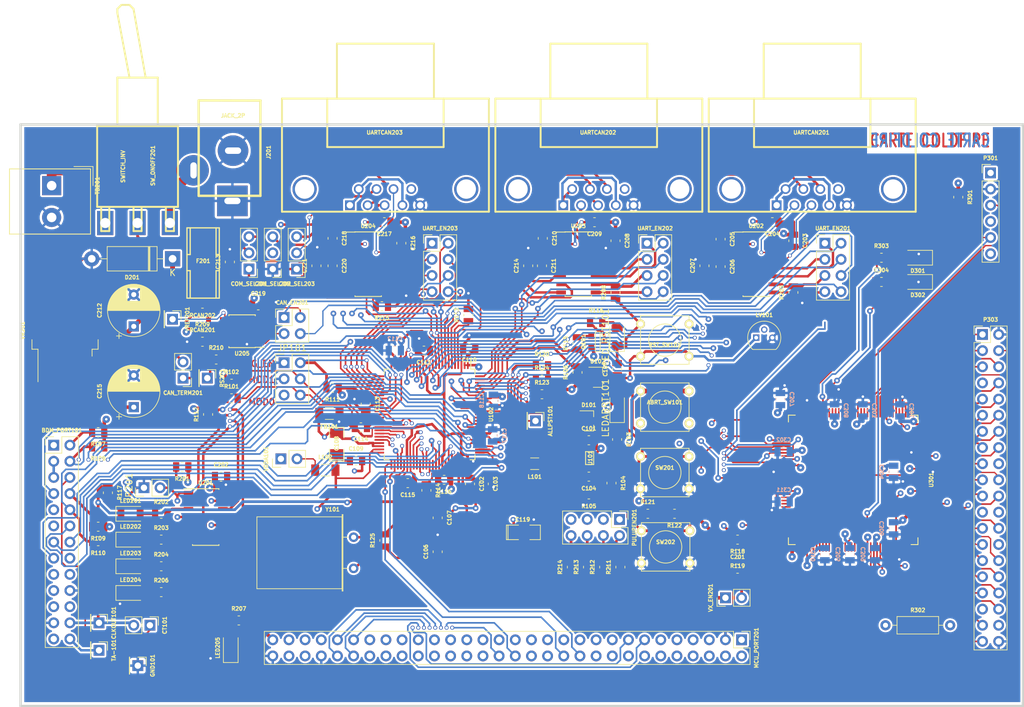
<source format=kicad_pcb>
(kicad_pcb (version 20190905) (host pcbnew "(5.99.0-125-g91c66a05a)")
  (title_block (title "Demo Kicad") (date "2015-10-09") (rev "2"))
  (layers (0 "Top_layer" signal) (1 "GND_layer" power) (2 "VDD_layer" power) (31 "Bottom_layer" signal) (34 "B.Paste" user) (35 "F.Paste" user) (36 "B.SilkS" user) (37 "F.SilkS" user) (38 "B.Mask" user) (39 "F.Mask" user) (44 "Edge.Cuts" user))
  (net 0 "")
  (net 1 "/ALLPST")
  (net 2 "/AN2")
  (net 3 "/AN3")
  (net 4 "/AN4")
  (net 5 "/AN6")
  (net 6 "/BKPT-")
  (net 7 "/CLKIN/EXTAL")
  (net 8 "/CLKMOD0")
  (net 9 "/CLKMOD1")
  (net 10 "/DDAT0")
  (net 11 "/DDAT1")
  (net 12 "/DDAT2")
  (net 13 "/DDAT3")
  (net 14 "/DSCLK")
  (net 15 "/DSI")
  (net 16 "/DSO")
  (net 17 "/DTIN1")
  (net 18 "/GPT1")
  (net 19 "/GPT3")
  (net 20 "/IRQ-5")
  (net 21 "/IRQ-6")
  (net 22 "/IRQ-7")
  (net 23 "/JTAG_EN")
  (net 24 "/PST0")
  (net 25 "/PST1")
  (net 26 "/PST2")
  (net 27 "/PST3")
  (net 28 "/QSPI_CS3")
  (net 29 "/TCLK")
  (net 30 "/VDDPLL")
  (net 31 "/inout_user/CAN_H")
  (net 32 "/inout_user/CAN_L")
  (net 33 "/inout_user/CTS0")
  (net 34 "/inout_user/CTS1")
  (net 35 "/inout_user/CTS2/CANH")
  (net 36 "/inout_user/RTS0")
  (net 37 "/inout_user/RTS1")
  (net 38 "/inout_user/RTS2")
  (net 39 "/inout_user/RXD0")
  (net 40 "/inout_user/RXD1")
  (net 41 "/inout_user/RXD2")
  (net 42 "/inout_user/RxD_CAN")
  (net 43 "/inout_user/TXD0")
  (net 44 "/inout_user/TXD1")
  (net 45 "/inout_user/TXD2/CANL")
  (net 46 "/inout_user/TxD_CAN")
  (net 47 "/xilinx/+3,3V_OUT")
  (net 48 "/xilinx/LED_TEST1")
  (net 49 "/xilinx/LED_TEST2")
  (net 50 "/xilinx/TCK")
  (net 51 "/xilinx/TDI")
  (net 52 "/xilinx/TDO")
  (net 53 "/xilinx/TMS")
  (net 54 "/xilinx/XIL_D0")
  (net 55 "/xilinx/XIL_D1")
  (net 56 "/xilinx/XIL_D10")
  (net 57 "/xilinx/XIL_D11")
  (net 58 "/xilinx/XIL_D12")
  (net 59 "/xilinx/XIL_D13")
  (net 60 "/xilinx/XIL_D14")
  (net 61 "/xilinx/XIL_D15")
  (net 62 "/xilinx/XIL_D16")
  (net 63 "/xilinx/XIL_D17")
  (net 64 "/xilinx/XIL_D18")
  (net 65 "/xilinx/XIL_D19")
  (net 66 "/xilinx/XIL_D2")
  (net 67 "/xilinx/XIL_D20")
  (net 68 "/xilinx/XIL_D21")
  (net 69 "/xilinx/XIL_D22")
  (net 70 "/xilinx/XIL_D23")
  (net 71 "/xilinx/XIL_D24")
  (net 72 "/xilinx/XIL_D25")
  (net 73 "/xilinx/XIL_D26")
  (net 74 "/xilinx/XIL_D27")
  (net 75 "/xilinx/XIL_D28")
  (net 76 "/xilinx/XIL_D29")
  (net 77 "/xilinx/XIL_D3")
  (net 78 "/xilinx/XIL_D30")
  (net 79 "/xilinx/XIL_D31")
  (net 80 "/xilinx/XIL_D32")
  (net 81 "/xilinx/XIL_D33")
  (net 82 "/xilinx/XIL_D34")
  (net 83 "/xilinx/XIL_D35")
  (net 84 "/xilinx/XIL_D36")
  (net 85 "/xilinx/XIL_D4")
  (net 86 "/xilinx/XIL_D5")
  (net 87 "/xilinx/XIL_D6")
  (net 88 "/xilinx/XIL_D7")
  (net 89 "/xilinx/XIL_D8")
  (net 90 "/xilinx/XIL_D9")
  (net 91 "GND")
  (net 92 "GNDA")
  (net 93 "/AN0")
  (net 94 "/AN1")
  (net 95 "/QSPI_CS0")
  (net 96 "/AN5")
  (net 97 "/AN7")
  (net 98 "/IRQ-4")
  (net 99 "/DTIN0")
  (net 100 "/DTIN2")
  (net 101 "/DTIN3")
  (net 102 "/GPT0")
  (net 103 "/GPT2")
  (net 104 "+3.3V")
  (net 105 "/VCCA")
  (net 106 "/IRQ-1")
  (net 107 "/IRQ-2")
  (net 108 "/IRQ-3")
  (net 109 "/XTAL")
  (net 110 "/RCON-")
  (net 111 "/RSTO-")
  (net 112 "/RSTI-")
  (net 113 "/QSPI_CS1")
  (net 114 "/URTS1")
  (net 115 "/UCTS1")
  (net 116 "/QSPI_CLK")
  (net 117 "/DSPI_DOUT")
  (net 118 "/QSPI_DIN")
  (net 119 "/QSPI_CS2")
  (net 120 "/URXD1")
  (net 121 "/UTXD1")
  (net 122 "/PWM7")
  (net 123 "/PWM5")
  (net 124 "/PWM1")
  (net 125 "/PWM3")
  (net 126 "/URTS2")
  (net 127 "/UTXD2")
  (net 128 "/URXD2")
  (net 129 "/UCTS2")
  (net 130 "/CANRX")
  (net 131 "/CANTX")
  (net 132 "/URTS0")
  (net 133 "/UTXD0")
  (net 134 "/URXD0")
  (net 135 "/UCTS0")
  (net 136 "Net-(ABRT_SW101-Pad1)")
  (net 137 "Net-(BDM_PORT101-Pad26)")
  (net 138 "Net-(BDM_PORT101-Pad6)")
  (net 139 "Net-(C104-Pad1)")
  (net 140 "Net-(C105-Pad1)")
  (net 141 "Net-(C201-Pad2)")
  (net 142 "Net-(C204-Pad2)")
  (net 143 "Net-(C205-Pad2)")
  (net 144 "Net-(C205-Pad1)")
  (net 145 "Net-(C206-Pad2)")
  (net 146 "Net-(C206-Pad1)")
  (net 147 "Net-(C207-Pad1)")
  (net 148 "Net-(C209-Pad2)")
  (net 149 "Net-(C210-Pad2)")
  (net 150 "Net-(C210-Pad1)")
  (net 151 "Net-(C211-Pad2)")
  (net 152 "Net-(C211-Pad1)")
  (net 153 "Net-(C212-Pad1)")
  (net 154 "Net-(C214-Pad1)")
  (net 155 "Net-(C217-Pad2)")
  (net 156 "Net-(C218-Pad2)")
  (net 157 "Net-(C218-Pad1)")
  (net 158 "Net-(C220-Pad2)")
  (net 159 "Net-(C220-Pad1)")
  (net 160 "Net-(C221-Pad1)")
  (net 161 "Net-(CAN_TERM201-Pad2)")
  (net 162 "Net-(COM_SEL201-Pad3)")
  (net 163 "Net-(COM_SEL202-Pad3)")
  (net 164 "Net-(COM_SEL203-Pad3)")
  (net 165 "Net-(D101-Pad1)")
  (net 166 "Net-(D301-Pad2)")
  (net 167 "Net-(D302-Pad2)")
  (net 168 "Net-(F201-Pad1)")
  (net 169 "Net-(J201-Pad3)")
  (net 170 "Net-(L102-Pad1)")
  (net 171 "Net-(LED201-Pad2)")
  (net 172 "Net-(LED202-Pad2)")
  (net 173 "Net-(LED203-Pad2)")
  (net 174 "Net-(LED204-Pad2)")
  (net 175 "Net-(LED205-Pad2)")
  (net 176 "Net-(LED_EN201-Pad2)")
  (net 177 "Net-(LEDABRT101-Pad1)")
  (net 178 "Net-(P302-Pad4)")
  (net 179 "Net-(P302-Pad2)")
  (net 180 "Net-(PULUPEN201-Pad8)")
  (net 181 "Net-(PULUPEN201-Pad6)")
  (net 182 "Net-(PULUPEN201-Pad4)")
  (net 183 "Net-(PULUPEN201-Pad2)")
  (net 184 "Net-(Q101-Pad3)")
  (net 185 "Net-(Q101-Pad2)")
  (net 186 "Net-(R113-Pad1)")
  (net 187 "Net-(R114-Pad1)")
  (net 188 "Net-(R116-Pad2)")
  (net 189 "Net-(R202-Pad2)")
  (net 190 "Net-(R203-Pad2)")
  (net 191 "Net-(R204-Pad2)")
  (net 192 "Net-(R205-Pad2)")
  (net 193 "Net-(R206-Pad2)")
  (net 194 "Net-(R208-Pad2)")
  (net 195 "Net-(R210-Pad1)")
  (net 196 "Net-(R215-Pad2)")
  (net 197 "Net-(U202-Pad12)")
  (net 198 "Net-(U202-Pad11)")
  (net 199 "Net-(U202-Pad9)")
  (net 200 "Net-(U203-Pad12)")
  (net 201 "Net-(U203-Pad11)")
  (net 202 "Net-(U203-Pad9)")
  (net 203 "Net-(U204-Pad12)")
  (net 204 "Net-(U204-Pad10)")
  (net 205 "Net-(U204-Pad9)")
  (net 206 "Net-(U205-Pad5)")
  (net 207 "Net-(UARTCAN201-Pad1)")
  (net 208 "Net-(UARTCAN202-Pad1)")
  (net 209 "Net-(UARTCAN203-Pad1)")
  (module "kit-dev-coldfire:SM1206POL" (layer "Top_layer") (at 150.241 120.015)
    (fp_text reference "C119" (at -0.241 -2.015) (layer "F.SilkS") (effects (font (size 0.6 0.6))))
    (fp_text value "100uF" hide)
    (pad "2" smd rect (at 1.651 0) (size 1.524 2.032) (layers "Top_layer" "F.Paste" "F.Mask") (net 91 "GND"))
    (pad "1" smd rect (at -1.651 0) (size 1.524 2.032) (layers "Top_layer" "F.Paste" "F.Mask") (net 104 "+3.3V"))
  )
  (module "kit-dev-coldfire:SM1206POL" (layer "Top_layer") (at 120.777 106.045 90)
    (fp_text reference "C108" (at 0 0 90) (layer "F.SilkS") (effects (font (size 0.6 0.6))))
    (fp_text value "10uF" hide)
    (pad "2" smd rect (at 1.651 0 90) (size 1.524 2.032) (layers "Top_layer" "F.Paste" "F.Mask") (net 92 "GNDA"))
    (pad "1" smd rect (at -1.651 0 90) (size 1.524 2.032) (layers "Top_layer" "F.Paste" "F.Mask") (net 105 "/VCCA"))
  )
  (module "LED_SMD:LED_1206_3216Metric" (layer "Top_layer") (at 164.846 89.281 90)
    (fp_text reference "LED_RST101" (at 0 -1.82 90) (layer "F.SilkS"))
    (fp_text value "LED_RED")
    (pad "2" smd roundrect (at 1.4 0 90) (size 1.25 1.75) (layers "Top_layer" "F.Paste" "F.Mask") (roundrect_rratio 0.2) (net 188 "Net-(R116-Pad2)"))
    (pad "1" smd roundrect (at -1.4 0 90) (size 1.25 1.75) (layers "Top_layer" "F.Paste" "F.Mask") (roundrect_rratio 0.2) (net 91 "GND"))
  )
  (module "Connector_PinHeader_2.54mm:PinHeader_1x02_P2.54mm_Vertical" (layer "Top_layer") (at 90.5 113 90)
    (fp_text reference "JP201" (at 0 -2.33 90) (layer "F.SilkS"))
    (fp_text value "JUMPER")
    (pad "2" thru_hole oval (at 0 2.54 90) (size 1.7 1.7) (drill 1) (layers *.Cu *.Mask) (net 176 "Net-(LED_EN201-Pad2)"))
    (pad "1" thru_hole rect (at 0 0 90) (size 1.7 1.7) (drill 1) (layers *.Cu *.Mask) (net 91 "GND"))
  )
  (module "LED_SMD:LED_1206_3216Metric" (layer "Top_layer") (at 164.846 100.457 90)
    (fp_text reference "LEDABRT101" (at 0 -1.82 90) (layer "F.SilkS"))
    (fp_text value "LED_RED")
    (pad "2" smd roundrect (at 1.4 0 90) (size 1.25 1.75) (layers "Top_layer" "F.Paste" "F.Mask") (roundrect_rratio 0.2) (net 104 "+3.3V"))
    (pad "1" smd roundrect (at -1.4 0 90) (size 1.25 1.75) (layers "Top_layer" "F.Paste" "F.Mask") (roundrect_rratio 0.2) (net 177 "Net-(LEDABRT101-Pad1)"))
  )
  (module "Connector_PinHeader_2.54mm:PinHeader_2x03_P2.54mm_Vertical" (layer "Top_layer") (at 112.522 93.345)
    (fp_text reference "JP101" (at 1.27 -2.33) (layer "F.SilkS"))
    (fp_text value "JUMPER_TRIPLE")
    (pad "6" thru_hole oval (at 2.54 5.08) (size 1.7 1.7) (drill 1) (layers *.Cu *.Mask) (net 8 "/CLKMOD0"))
    (pad "5" thru_hole oval (at 0 5.08) (size 1.7 1.7) (drill 1) (layers *.Cu *.Mask) (net 91 "GND"))
    (pad "4" thru_hole oval (at 2.54 2.54) (size 1.7 1.7) (drill 1) (layers *.Cu *.Mask) (net 9 "/CLKMOD1"))
    (pad "3" thru_hole oval (at 0 2.54) (size 1.7 1.7) (drill 1) (layers *.Cu *.Mask) (net 91 "GND"))
    (pad "2" thru_hole oval (at 2.54 0) (size 1.7 1.7) (drill 1) (layers *.Cu *.Mask) (net 23 "/JTAG_EN"))
    (pad "1" thru_hole rect (at 0 0) (size 1.7 1.7) (drill 1) (layers *.Cu *.Mask) (net 91 "GND"))
  )
  (module "Resistor_SMD:R_0805_2012Metric" (layer "Top_layer") (at 104 77.5 90)
    (fp_text reference "C213" (at 0 -1.85 90) (layer "F.SilkS") (effects (font (size 0.6 0.6))))
    (fp_text value "100nF")
    (pad "2" smd rect (at 0.955 0 90) (size 0.97 1.5) (layers "Top_layer" "F.Paste" "F.Mask") (net 91 "GND"))
    (pad "1" smd rect (at -0.955 0 90) (size 0.97 1.5) (layers "Top_layer" "F.Paste" "F.Mask") (net 153 "Net-(C212-Pad1)"))
  )
  (module "TerminalBlock_Altech:Altech_AK300_1x02_P5.00mm_45-Degree" (layer "Top_layer") (at 76 65.5 270)
    (fp_text reference "TB201" (at 0 -7.2 90) (layer "F.SilkS") (effects (font (size 0.6 0.6))))
    (fp_text value "CONN_2")
    (pad "2" thru_hole circle (at 5 0 270) (size 3 3) (drill 1.5) (layers *.Cu *.Mask) (net 91 "GND"))
    (pad "1" thru_hole rect (at 0 0 270) (size 3 3) (drill 1.5) (layers *.Cu *.Mask) (net 169 "Net-(J201-Pad3)"))
  )
  (module "kit-dev-coldfire:SW_SPDT" (layer "Top_layer") (at 89.5 71.374 90)
    (fp_text reference "SW_ONOFF201" (at 9.017 2.413 270) (layer "F.SilkS") (effects (font (size 0.6 0.6))))
    (fp_text value "SWITCH_INV" (at 8.89 -2.286 270) (layer "F.SilkS") (effects (font (size 0.6 0.6))))
    (pad "3" thru_hole rect (at 0 5.08 90) (size 3.81 2.54) (drill 1.6) (layers *.Cu *.Mask) (net 169 "Net-(J201-Pad3)"))
    (pad "1" thru_hole rect (at 0 -5.08 90) (size 3.81 2.54) (drill 1.6) (layers *.Cu *.Mask))
    (pad "2" thru_hole rect (at 0 0 90) (size 3.81 2.54) (drill 1.6) (layers *.Cu *.Mask) (net 168 "Net-(F201-Pad1)"))
  )
  (module "kit-dev-coldfire:JACK_ALIM" (layer "Top_layer") (at 104.5 60 270)
    (fp_text reference "J201" (at 0.254 -5.588 90) (layer "F.SilkS") (effects (font (size 0.6 0.6))))
    (fp_text value "JACK_2P" (at -5.5 0) (layer "F.SilkS") (effects (font (size 0.6 0.6))))
    (pad "3" thru_hole circle (at 3.1 6.2 270) (size 4.8006 4.8006) (drill oval 2.54 1.016) (layers *.Cu *.Mask) (net 169 "Net-(J201-Pad3)"))
    (pad "1" thru_hole rect (at 7.9 0.1 270) (size 4.8006 4.8006) (drill oval 1.016 2.54) (layers *.Cu *.Mask) (net 91 "GND"))
    (pad "2" thru_hole circle (at 0 0 270) (size 4.8006 4.8006) (drill oval 1.016 2.54) (layers *.Cu *.Mask) (net 91 "GND"))
  )
  (module "kit-dev-coldfire:DB9FC" (layer "Top_layer") (at 128.316 67.31)
    (fp_text reference "UARTCAN203" (at 0 -10.16) (layer "F.SilkS") (effects (font (size 0.6 0.6))))
    (fp_text value "DB9")
    (pad "9" thru_hole circle (at 4.191 -1.27) (size 1.524 1.524) (drill 1.016) (layers *.Cu *.Mask))
    (pad "8" thru_hole circle (at 1.397 -1.27) (size 1.524 1.524) (drill 1.016) (layers *.Cu *.Mask) (net 38 "/inout_user/RTS2"))
    (pad "7" thru_hole circle (at -1.27 -1.27) (size 1.524 1.524) (drill 1.016) (layers *.Cu *.Mask) (net 35 "/inout_user/CTS2/CANH"))
    (pad "6" thru_hole circle (at -4.064 -1.27) (size 1.524 1.524) (drill 1.016) (layers *.Cu *.Mask) (net 209 "Net-(UARTCAN203-Pad1)"))
    (pad "5" thru_hole circle (at 5.588 1.27) (size 1.524 1.524) (drill 1.016) (layers *.Cu *.Mask) (net 91 "GND"))
    (pad "4" thru_hole circle (at 2.794 1.27) (size 1.524 1.524) (drill 1.016) (layers *.Cu *.Mask) (net 209 "Net-(UARTCAN203-Pad1)"))
    (pad "3" thru_hole circle (at 0 1.27) (size 1.524 1.524) (drill 1.016) (layers *.Cu *.Mask) (net 41 "/inout_user/RXD2"))
    (pad "2" thru_hole circle (at -2.667 1.27) (size 1.524 1.524) (drill 1.016) (layers *.Cu *.Mask) (net 45 "/inout_user/TXD2/CANL"))
    (pad "1" thru_hole rect (at -5.461 1.27) (size 1.524 1.524) (drill 1.016) (layers *.Cu *.Mask) (net 209 "Net-(UARTCAN203-Pad1)"))
    (pad "" thru_hole circle (at -12.573 -1.27) (size 3.81 3.81) (drill 3.048) (layers *.Cu *.Mask))
    (pad "" thru_hole circle (at 12.827 -1.27) (size 3.81 3.81) (drill 3.048) (layers *.Cu *.Mask))
  )
  (module "kit-dev-coldfire:DB9FC" (layer "Top_layer") (at 161.844 67.31)
    (fp_text reference "UARTCAN202" (at 0 -10.16) (layer "F.SilkS") (effects (font (size 0.6 0.6))))
    (fp_text value "DB9")
    (pad "9" thru_hole circle (at 4.191 -1.27) (size 1.524 1.524) (drill 1.016) (layers *.Cu *.Mask))
    (pad "8" thru_hole circle (at 1.397 -1.27) (size 1.524 1.524) (drill 1.016) (layers *.Cu *.Mask) (net 37 "/inout_user/RTS1"))
    (pad "7" thru_hole circle (at -1.27 -1.27) (size 1.524 1.524) (drill 1.016) (layers *.Cu *.Mask) (net 34 "/inout_user/CTS1"))
    (pad "6" thru_hole circle (at -4.064 -1.27) (size 1.524 1.524) (drill 1.016) (layers *.Cu *.Mask) (net 208 "Net-(UARTCAN202-Pad1)"))
    (pad "5" thru_hole circle (at 5.588 1.27) (size 1.524 1.524) (drill 1.016) (layers *.Cu *.Mask) (net 91 "GND"))
    (pad "4" thru_hole circle (at 2.794 1.27) (size 1.524 1.524) (drill 1.016) (layers *.Cu *.Mask) (net 208 "Net-(UARTCAN202-Pad1)"))
    (pad "3" thru_hole circle (at 0 1.27) (size 1.524 1.524) (drill 1.016) (layers *.Cu *.Mask) (net 40 "/inout_user/RXD1"))
    (pad "2" thru_hole circle (at -2.667 1.27) (size 1.524 1.524) (drill 1.016) (layers *.Cu *.Mask) (net 44 "/inout_user/TXD1"))
    (pad "1" thru_hole rect (at -5.461 1.27) (size 1.524 1.524) (drill 1.016) (layers *.Cu *.Mask) (net 208 "Net-(UARTCAN202-Pad1)"))
    (pad "" thru_hole circle (at -12.573 -1.27) (size 3.81 3.81) (drill 3.048) (layers *.Cu *.Mask))
    (pad "" thru_hole circle (at 12.827 -1.27) (size 3.81 3.81) (drill 3.048) (layers *.Cu *.Mask))
  )
  (module "kit-dev-coldfire:DB9FC" (layer "Top_layer") (at 195.372 67.31)
    (fp_text reference "UARTCAN201" (at 0 -10.16) (layer "F.SilkS") (effects (font (size 0.6 0.6))))
    (fp_text value "DB9")
    (pad "9" thru_hole circle (at 4.191 -1.27) (size 1.524 1.524) (drill 1.016) (layers *.Cu *.Mask))
    (pad "8" thru_hole circle (at 1.397 -1.27) (size 1.524 1.524) (drill 1.016) (layers *.Cu *.Mask) (net 36 "/inout_user/RTS0"))
    (pad "7" thru_hole circle (at -1.27 -1.27) (size 1.524 1.524) (drill 1.016) (layers *.Cu *.Mask) (net 33 "/inout_user/CTS0"))
    (pad "6" thru_hole circle (at -4.064 -1.27) (size 1.524 1.524) (drill 1.016) (layers *.Cu *.Mask) (net 207 "Net-(UARTCAN201-Pad1)"))
    (pad "5" thru_hole circle (at 5.588 1.27) (size 1.524 1.524) (drill 1.016) (layers *.Cu *.Mask) (net 91 "GND"))
    (pad "4" thru_hole circle (at 2.794 1.27) (size 1.524 1.524) (drill 1.016) (layers *.Cu *.Mask) (net 207 "Net-(UARTCAN201-Pad1)"))
    (pad "3" thru_hole circle (at 0 1.27) (size 1.524 1.524) (drill 1.016) (layers *.Cu *.Mask) (net 39 "/inout_user/RXD0"))
    (pad "2" thru_hole circle (at -2.667 1.27) (size 1.524 1.524) (drill 1.016) (layers *.Cu *.Mask) (net 43 "/inout_user/TXD0"))
    (pad "1" thru_hole rect (at -5.461 1.27) (size 1.524 1.524) (drill 1.016) (layers *.Cu *.Mask) (net 207 "Net-(UARTCAN201-Pad1)"))
    (pad "" thru_hole circle (at -12.573 -1.27) (size 3.81 3.81) (drill 3.048) (layers *.Cu *.Mask))
    (pad "" thru_hole circle (at 12.827 -1.27) (size 3.81 3.81) (drill 3.048) (layers *.Cu *.Mask))
  )
  (module "kit-dev-coldfire:SW_PUSH_SMALL" (layer "Top_layer") (at 172.466 122.301)
    (fp_text reference "SW202" (at 0 -0.762) (layer "F.SilkS") (effects (font (size 0.6 0.6))))
    (fp_text value "SW_PUSH")
    (pad "2" thru_hole circle (at -3.81 2.54) (size 1.397 1.397) (drill 0.8128) (layers *.Cu *.Mask "F.SilkS") (net 91 "GND"))
    (pad "1" thru_hole circle (at -3.81 -2.54) (size 1.397 1.397) (drill 0.8128) (layers *.Cu *.Mask "F.SilkS") (net 20 "/IRQ-5"))
    (pad "2" thru_hole circle (at 3.81 2.54) (size 1.397 1.397) (drill 0.8128) (layers *.Cu *.Mask "F.SilkS") (net 91 "GND"))
    (pad "1" thru_hole circle (at 3.81 -2.54) (size 1.397 1.397) (drill 0.8128) (layers *.Cu *.Mask "F.SilkS") (net 20 "/IRQ-5"))
  )
  (module "kit-dev-coldfire:SW_PUSH_SMALL" (layer "Top_layer") (at 172.339 110.617)
    (fp_text reference "SW201" (at 0 -0.762) (layer "F.SilkS") (effects (font (size 0.6 0.6))))
    (fp_text value "SW_PUSH")
    (pad "2" thru_hole circle (at -3.81 2.54) (size 1.397 1.397) (drill 0.8128) (layers *.Cu *.Mask "F.SilkS") (net 91 "GND"))
    (pad "1" thru_hole circle (at -3.81 -2.54) (size 1.397 1.397) (drill 0.8128) (layers *.Cu *.Mask "F.SilkS") (net 98 "/IRQ-4"))
    (pad "2" thru_hole circle (at 3.81 2.54) (size 1.397 1.397) (drill 0.8128) (layers *.Cu *.Mask "F.SilkS") (net 91 "GND"))
    (pad "1" thru_hole circle (at 3.81 -2.54) (size 1.397 1.397) (drill 0.8128) (layers *.Cu *.Mask "F.SilkS") (net 98 "/IRQ-4"))
  )
  (module "kit-dev-coldfire:SW_PUSH_SMALL" (layer "Top_layer") (at 172.339 89.789 180)
    (fp_text reference "RST_SW101" (at 0 -0.762) (layer "F.SilkS") (effects (font (size 0.6 0.6))))
    (fp_text value "SW_PUSH")
    (pad "2" thru_hole circle (at -3.81 2.54 180) (size 1.397 1.397) (drill 0.8128) (layers *.Cu *.Mask "F.SilkS") (net 91 "GND"))
    (pad "1" thru_hole circle (at -3.81 -2.54 180) (size 1.397 1.397) (drill 0.8128) (layers *.Cu *.Mask "F.SilkS") (net 140 "Net-(C105-Pad1)"))
    (pad "2" thru_hole circle (at 3.81 2.54 180) (size 1.397 1.397) (drill 0.8128) (layers *.Cu *.Mask "F.SilkS") (net 91 "GND"))
    (pad "1" thru_hole circle (at 3.81 -2.54 180) (size 1.397 1.397) (drill 0.8128) (layers *.Cu *.Mask "F.SilkS") (net 140 "Net-(C105-Pad1)"))
  )
  (module "kit-dev-coldfire:SW_PUSH_SMALL" (layer "Top_layer") (at 172.339 100.33)
    (fp_text reference "ABRT_SW101" (at 0 -0.762) (layer "F.SilkS") (effects (font (size 0.6 0.6))))
    (fp_text value "SW_PUSH")
    (pad "2" thru_hole circle (at -3.81 2.54) (size 1.397 1.397) (drill 0.8128) (layers *.Cu *.Mask "F.SilkS") (net 104 "+3.3V"))
    (pad "1" thru_hole circle (at -3.81 -2.54) (size 1.397 1.397) (drill 0.8128) (layers *.Cu *.Mask "F.SilkS") (net 136 "Net-(ABRT_SW101-Pad1)"))
    (pad "2" thru_hole circle (at 3.81 2.54) (size 1.397 1.397) (drill 0.8128) (layers *.Cu *.Mask "F.SilkS") (net 104 "+3.3V"))
    (pad "1" thru_hole circle (at 3.81 -2.54) (size 1.397 1.397) (drill 0.8128) (layers *.Cu *.Mask "F.SilkS") (net 136 "Net-(ABRT_SW101-Pad1)"))
  )
  (module "kit-dev-coldfire:SOT353" (layer "Top_layer") (at 160.528 108.331)
    (fp_text reference "U101" (at 0.09906 0 90) (layer "F.SilkS") (effects (font (size 0.6 0.6))))
    (fp_text value "74AHC1G14" hide)
    (pad "4" smd rect (at 1.016 0.635) (size 0.508 0.3048) (layers "Top_layer" "F.Paste" "F.Mask") (net 165 "Net-(D101-Pad1)"))
    (pad "2" smd rect (at -1.016 0) (size 0.508 0.3048) (layers "Top_layer" "F.Paste" "F.Mask") (net 139 "Net-(C104-Pad1)"))
    (pad "5" smd rect (at 1.016 -0.635) (size 0.508 0.3048) (layers "Top_layer" "F.Paste" "F.Mask") (net 104 "+3.3V"))
    (pad "3" smd rect (at -1.016 0.635) (size 0.508 0.3048) (layers "Top_layer" "F.Paste" "F.Mask") (net 91 "GND"))
    (pad "1" smd rect (at -1.016 -0.635) (size 0.508 0.3048) (layers "Top_layer" "F.Paste" "F.Mask"))
  )
  (module "kit-dev-coldfire:SOT23EBC" (layer "Top_layer") (at 161.798 90.043 90)
    (fp_text reference "Q101" (at 0 -2.25 90) (layer "F.SilkS") (effects (font (size 0.6 0.6))))
    (fp_text value "3906" hide)
    (pad "3" smd rect (at 0 1.016 90) (size 0.9144 0.9144) (layers "Top_layer" "F.Paste" "F.Mask") (net 184 "Net-(Q101-Pad3)"))
    (pad "2" smd rect (at 0.889 -1.016 90) (size 0.9144 0.9144) (layers "Top_layer" "F.Paste" "F.Mask") (net 185 "Net-(Q101-Pad2)"))
    (pad "1" smd rect (at -0.889 -1.016 90) (size 0.9144 0.9144) (layers "Top_layer" "F.Paste" "F.Mask") (net 104 "+3.3V"))
  )
  (module "kit-dev-coldfire:FSUPCMS" (layer "Top_layer") (at 99.8 77.6)
    (fp_text reference "F201" (at 0 -0.25) (layer "F.SilkS") (effects (font (size 0.6 0.6))))
    (fp_text value "FUSE")
    (pad "2" smd rect (at 0 3.175) (size 3.556 4.191) (layers "Top_layer" "F.Paste" "F.Mask") (net 153 "Net-(C212-Pad1)"))
    (pad "1" smd rect (at 0 -3.175) (size 3.556 4.191) (layers "Top_layer" "F.Paste" "F.Mask") (net 168 "Net-(F201-Pad1)"))
  )
  (module "Diode_SMD:D_SOT-23_ANK" (layer "Top_layer") (at 160.401 102.489)
    (fp_text reference "D101" (at 0 -2.5) (layer "F.SilkS") (effects (font (size 0.6 0.6))))
    (fp_text value "BAT54")
    (pad "1" smd rect (at 1 0) (size 0.9 0.8) (layers "Top_layer" "F.Paste" "F.Mask") (net 165 "Net-(D101-Pad1)"))
    (pad "" smd rect (at -1 0.95) (size 0.9 0.8) (layers "Top_layer" "F.Paste" "F.Mask"))
    (pad "2" smd rect (at -1 -0.95) (size 0.9 0.8) (layers "Top_layer" "F.Paste" "F.Mask") (net 22 "/IRQ-7"))
  )
  (module "Diode_SMD:D_SOT-23_ANK" (layer "Top_layer") (at 161.798 95.631)
    (fp_text reference "D102" (at 0 -2.5) (layer "F.SilkS") (effects (font (size 0.6 0.6))))
    (fp_text value "BAT54")
    (pad "1" smd rect (at 1 0) (size 0.9 0.8) (layers "Top_layer" "F.Paste" "F.Mask") (net 140 "Net-(C105-Pad1)"))
    (pad "" smd rect (at -1 0.95) (size 0.9 0.8) (layers "Top_layer" "F.Paste" "F.Mask"))
    (pad "2" smd rect (at -1 -0.95) (size 0.9 0.8) (layers "Top_layer" "F.Paste" "F.Mask") (net 112 "/RSTI-"))
  )
  (module "Diode_THT:D_DO-15_P12.70mm_Horizontal" (layer "Top_layer") (at 95 77 180)
    (fp_text reference "D201" (at 6.35 -2.92 180) (layer "F.SilkS") (effects (font (size 0.6 0.6))))
    (fp_text value "1N4004")
    (fp_text user "K" (at 0 -2.2 180) (layer "F.SilkS"))
    (pad "2" thru_hole oval (at 12.7 0 180) (size 2.4 2.4) (drill 1.2) (layers *.Cu *.Mask) (net 91 "GND"))
    (pad "1" thru_hole rect (at 0 0 180) (size 2.4 2.4) (drill 1.2) (layers *.Cu *.Mask) (net 153 "Net-(C212-Pad1)"))
  )
  (module "Resistor_THT:R_Axial_DIN0207_L6.3mm_D2.5mm_P10.16mm_Horizontal" (layer "Top_layer") (at 207.01 134.62)
    (fp_text reference "R302" (at 5.08 -2.37) (layer "F.SilkS") (effects (font (size 0.6 0.6))))
    (fp_text value "3,3")
    (pad "2" thru_hole oval (at 10.16 0) (size 1.6 1.6) (drill 0.8) (layers *.Cu *.Mask) (net 47 "/xilinx/+3,3V_OUT"))
    (pad "1" thru_hole circle (at 0 0) (size 1.6 1.6) (drill 0.8) (layers *.Cu *.Mask) (net 104 "+3.3V"))
  )
  (module "Package_SO:SOIC-8_3.9x4.9mm_P1.27mm" (layer "Top_layer") (at 105.918 88.392 180)
    (fp_text reference "U205" (at 0 -3.5 180) (layer "F.SilkS") (effects (font (size 0.6 0.6))))
    (fp_text value "PCA82C251")
    (pad "8" smd rect (at 2.7 -1.905 180) (size 1.55 0.6) (layers "Top_layer" "F.Paste" "F.Mask") (net 195 "Net-(R210-Pad1)"))
    (pad "7" smd rect (at 2.7 -0.635 180) (size 1.55 0.6) (layers "Top_layer" "F.Paste" "F.Mask") (net 31 "/inout_user/CAN_H"))
    (pad "6" smd rect (at 2.7 0.635 180) (size 1.55 0.6) (layers "Top_layer" "F.Paste" "F.Mask") (net 32 "/inout_user/CAN_L"))
    (pad "5" smd rect (at 2.7 1.905 180) (size 1.55 0.6) (layers "Top_layer" "F.Paste" "F.Mask") (net 206 "Net-(U205-Pad5)"))
    (pad "4" smd rect (at -2.7 1.905 180) (size 1.55 0.6) (layers "Top_layer" "F.Paste" "F.Mask") (net 42 "/inout_user/RxD_CAN"))
    (pad "3" smd rect (at -2.7 0.635 180) (size 1.55 0.6) (layers "Top_layer" "F.Paste" "F.Mask") (net 104 "+3.3V"))
    (pad "2" smd rect (at -2.7 -0.635 180) (size 1.55 0.6) (layers "Top_layer" "F.Paste" "F.Mask") (net 91 "GND"))
    (pad "1" smd rect (at -2.7 -1.905 180) (size 1.55 0.6) (layers "Top_layer" "F.Paste" "F.Mask") (net 46 "/inout_user/TxD_CAN"))
  )
  (module "Package_TO_SOT_SMD:TO-263-5_TabPin3" (layer "Top_layer") (at 78.105 88.265 90)
    (fp_text reference "VR201" (at 0 -6.65 90) (layer "F.SilkS") (effects (font (size 0.6 0.6))))
    (fp_text value "LT1129_QPACK")
    (pad "1" smd rect (at -5.775 -3.4 90) (size 4.6 1.1) (layers "Top_layer" "F.Paste" "F.Mask") (net 104 "+3.3V"))
    (pad "2" smd rect (at -5.775 -1.7 90) (size 4.6 1.1) (layers "Top_layer" "F.Paste" "F.Mask") (net 104 "+3.3V"))
    (pad "3" smd rect (at -5.775 0 90) (size 4.6 1.1) (layers "Top_layer" "F.Paste" "F.Mask") (net 91 "GND"))
    (pad "4" smd rect (at -5.775 1.7 90) (size 4.6 1.1) (layers "Top_layer" "F.Paste" "F.Mask"))
    (pad "5" smd rect (at -5.775 3.4 90) (size 4.6 1.1) (layers "Top_layer" "F.Paste" "F.Mask") (net 153 "Net-(C212-Pad1)"))
    (pad "3" smd rect (at 3.375 0 90) (size 9.4 10.8) (layers "Top_layer" "F.Mask") (net 91 "GND"))
  )
  (module "Capacitor_THT:CP_Radial_D8.0mm_P5.00mm" (layer "Top_layer") (at 88.9 100.33 90)
    (fp_text reference "C215" (at 2.5 -5.37 90) (layer "F.SilkS") (effects (font (size 0.6 0.6))))
    (fp_text value "220uF")
    (pad "2" thru_hole circle (at 5 0 90) (size 1.6 1.6) (drill 0.8) (layers *.Cu *.Mask) (net 91 "GND"))
    (pad "1" thru_hole rect (at 0 0 90) (size 1.6 1.6) (drill 0.8) (layers *.Cu *.Mask) (net 104 "+3.3V"))
  )
  (module "Capacitor_THT:CP_Radial_D8.0mm_P5.00mm" (layer "Top_layer") (at 88.9 87.63 90)
    (fp_text reference "C212" (at 2.5 -5.37 90) (layer "F.SilkS") (effects (font (size 0.6 0.6))))
    (fp_text value "10uF")
    (pad "2" thru_hole circle (at 5 0 90) (size 1.6 1.6) (drill 0.8) (layers *.Cu *.Mask) (net 91 "GND"))
    (pad "1" thru_hole rect (at 0 0 90) (size 1.6 1.6) (drill 0.8) (layers *.Cu *.Mask) (net 153 "Net-(C212-Pad1)"))
  )
  (module "Package_SO:SOIC-14_3.9x8.7mm_P1.27mm" (layer "Top_layer") (at 100.203 117.602)
    (fp_text reference "U201" (at 0 -5.375) (layer "F.SilkS") (effects (font (size 0.6 0.6))))
    (fp_text value "74HC125")
    (pad "14" smd rect (at 2.7 -3.81) (size 1.5 0.6) (layers "Top_layer" "F.Paste" "F.Mask") (net 104 "+3.3V"))
    (pad "13" smd rect (at 2.7 -2.54) (size 1.5 0.6) (layers "Top_layer" "F.Paste" "F.Mask") (net 176 "Net-(LED_EN201-Pad2)"))
    (pad "12" smd rect (at 2.7 -1.27) (size 1.5 0.6) (layers "Top_layer" "F.Paste" "F.Mask") (net 100 "/DTIN2"))
    (pad "11" smd rect (at 2.7 0) (size 1.5 0.6) (layers "Top_layer" "F.Paste" "F.Mask") (net 191 "Net-(R204-Pad2)"))
    (pad "10" smd rect (at 2.7 1.27) (size 1.5 0.6) (layers "Top_layer" "F.Paste" "F.Mask") (net 176 "Net-(LED_EN201-Pad2)"))
    (pad "9" smd rect (at 2.7 2.54) (size 1.5 0.6) (layers "Top_layer" "F.Paste" "F.Mask") (net 101 "/DTIN3"))
    (pad "8" smd rect (at 2.7 3.81) (size 1.5 0.6) (layers "Top_layer" "F.Paste" "F.Mask") (net 193 "Net-(R206-Pad2)"))
    (pad "7" smd rect (at -2.7 3.81) (size 1.5 0.6) (layers "Top_layer" "F.Paste" "F.Mask") (net 91 "GND"))
    (pad "6" smd rect (at -2.7 2.54) (size 1.5 0.6) (layers "Top_layer" "F.Paste" "F.Mask") (net 190 "Net-(R203-Pad2)"))
    (pad "5" smd rect (at -2.7 1.27) (size 1.5 0.6) (layers "Top_layer" "F.Paste" "F.Mask") (net 17 "/DTIN1"))
    (pad "4" smd rect (at -2.7 0) (size 1.5 0.6) (layers "Top_layer" "F.Paste" "F.Mask") (net 176 "Net-(LED_EN201-Pad2)"))
    (pad "3" smd rect (at -2.7 -1.27) (size 1.5 0.6) (layers "Top_layer" "F.Paste" "F.Mask") (net 189 "Net-(R202-Pad2)"))
    (pad "2" smd rect (at -2.7 -2.54) (size 1.5 0.6) (layers "Top_layer" "F.Paste" "F.Mask") (net 99 "/DTIN0"))
    (pad "1" smd rect (at -2.7 -3.81) (size 1.5 0.6) (layers "Top_layer" "F.Paste" "F.Mask") (net 176 "Net-(LED_EN201-Pad2)"))
  )
  (module "LED_SMD:LED_1206_3216Metric" (layer "Top_layer") (at 88.392 121.158)
    (fp_text reference "LED202" (at 0 -2.05 180) (layer "F.SilkS") (effects (font (size 0.6 0.6))))
    (fp_text value "LED")
    (pad "2" smd rect (at 1.505 0) (size 1.07 1.8) (layers "Top_layer" "F.Paste" "F.Mask") (net 172 "Net-(LED202-Pad2)"))
    (pad "1" smd rect (at -1.505 0) (size 1.07 1.8) (layers "Top_layer" "F.Paste" "F.Mask") (net 91 "GND"))
  )
  (module "LED_SMD:LED_1206_3216Metric" (layer "Top_layer") (at 88.392 117.094)
    (fp_text reference "LED201" (at 0 -2.05 180) (layer "F.SilkS") (effects (font (size 0.6 0.6))))
    (fp_text value "LED")
    (pad "2" smd rect (at 1.505 0) (size 1.07 1.8) (layers "Top_layer" "F.Paste" "F.Mask") (net 171 "Net-(LED201-Pad2)"))
    (pad "1" smd rect (at -1.505 0) (size 1.07 1.8) (layers "Top_layer" "F.Paste" "F.Mask") (net 91 "GND"))
  )
  (module "LED_SMD:LED_1206_3216Metric" (layer "Top_layer") (at 212.09 80.645 180)
    (fp_text reference "D302" (at 0 -2.05) (layer "F.SilkS") (effects (font (size 0.6 0.6))))
    (fp_text value "LED")
    (pad "2" smd rect (at 1.505 0 180) (size 1.07 1.8) (layers "Top_layer" "F.Paste" "F.Mask") (net 167 "Net-(D302-Pad2)"))
    (pad "1" smd rect (at -1.505 0 180) (size 1.07 1.8) (layers "Top_layer" "F.Paste" "F.Mask") (net 91 "GND"))
  )
  (module "LED_SMD:LED_1206_3216Metric" (layer "Top_layer") (at 212.09 76.835 180)
    (fp_text reference "D301" (at 0 -2.05) (layer "F.SilkS") (effects (font (size 0.6 0.6))))
    (fp_text value "LED")
    (pad "2" smd rect (at 1.505 0 180) (size 1.07 1.8) (layers "Top_layer" "F.Paste" "F.Mask") (net 166 "Net-(D301-Pad2)"))
    (pad "1" smd rect (at -1.505 0 180) (size 1.07 1.8) (layers "Top_layer" "F.Paste" "F.Mask") (net 91 "GND"))
  )
  (module "LED_SMD:LED_1206_3216Metric" (layer "Top_layer") (at 104.14 138.176 90)
    (fp_text reference "LED205" (at 0 -2.05 270) (layer "F.SilkS") (effects (font (size 0.6 0.6))))
    (fp_text value "LED")
    (pad "2" smd rect (at 1.505 0 90) (size 1.07 1.8) (layers "Top_layer" "F.Paste" "F.Mask") (net 175 "Net-(LED205-Pad2)"))
    (pad "1" smd rect (at -1.505 0 90) (size 1.07 1.8) (layers "Top_layer" "F.Paste" "F.Mask") (net 91 "GND"))
  )
  (module "LED_SMD:LED_1206_3216Metric" (layer "Top_layer") (at 88.392 125.349)
    (fp_text reference "LED203" (at 0 -2.05 180) (layer "F.SilkS") (effects (font (size 0.6 0.6))))
    (fp_text value "LED")
    (pad "2" smd rect (at 1.505 0) (size 1.07 1.8) (layers "Top_layer" "F.Paste" "F.Mask") (net 173 "Net-(LED203-Pad2)"))
    (pad "1" smd rect (at -1.505 0) (size 1.07 1.8) (layers "Top_layer" "F.Paste" "F.Mask") (net 91 "GND"))
  )
  (module "LED_SMD:LED_1206_3216Metric" (layer "Top_layer") (at 88.392 129.54)
    (fp_text reference "LED204" (at 0 -2.05 180) (layer "F.SilkS") (effects (font (size 0.6 0.6))))
    (fp_text value "LED")
    (pad "2" smd rect (at 1.505 0) (size 1.07 1.8) (layers "Top_layer" "F.Paste" "F.Mask") (net 174 "Net-(LED204-Pad2)"))
    (pad "1" smd rect (at -1.505 0) (size 1.07 1.8) (layers "Top_layer" "F.Paste" "F.Mask") (net 91 "GND"))
  )
  (module "Connector_PinHeader_2.54mm:PinHeader_1x01_P2.54mm_Vertical" (layer "Top_layer") (at 152.019 102.489 270)
    (fp_text reference "ALLPST101" (at 0 -2.33 270) (layer "F.SilkS") (effects (font (size 0.6 0.6))))
    (fp_text value "CONN_1")
    (pad "1" thru_hole rect (at 0 0 270) (size 1.7 1.7) (drill 1) (layers *.Cu *.Mask) (net 1 "/ALLPST"))
  )
  (module "Connector_PinHeader_2.54mm:PinHeader_1x01_P2.54mm_Vertical" (layer "Top_layer") (at 83.439 134.239 270)
    (fp_text reference "CLKOUT101" (at 0 -2.33 270) (layer "F.SilkS") (effects (font (size 0.6 0.6))))
    (fp_text value "CONN_1")
    (pad "1" thru_hole rect (at 0 0 270) (size 1.7 1.7) (drill 1) (layers *.Cu *.Mask) (net 29 "/TCLK"))
  )
  (module "Connector_PinHeader_2.54mm:PinHeader_1x01_P2.54mm_Vertical" (layer "Top_layer") (at 89.535 140.97 270)
    (fp_text reference "GND101" (at 0 -2.33 270) (layer "F.SilkS") (effects (font (size 0.6 0.6))))
    (fp_text value "CONN_1")
    (pad "1" thru_hole rect (at 0 0 270) (size 1.7 1.7) (drill 1) (layers *.Cu *.Mask) (net 91 "GND"))
  )
  (module "Connector_PinHeader_2.54mm:PinHeader_1x01_P2.54mm_Vertical" (layer "Top_layer") (at 100.457 95.758 270)
    (fp_text reference "RS201" (at 0 -2.33 270) (layer "F.SilkS") (effects (font (size 0.6 0.6))))
    (fp_text value "CONN_1")
    (pad "1" thru_hole rect (at 0 0 270) (size 1.7 1.7) (drill 1) (layers *.Cu *.Mask) (net 195 "Net-(R210-Pad1)"))
  )
  (module "Connector_PinHeader_2.54mm:PinHeader_1x01_P2.54mm_Vertical" (layer "Top_layer") (at 83.439 138.557 270)
    (fp_text reference "TA-101" (at 0 -2.33 270) (layer "F.SilkS") (effects (font (size 0.6 0.6))))
    (fp_text value "CONN_1")
    (pad "1" thru_hole rect (at 0 0 270) (size 1.7 1.7) (drill 1) (layers *.Cu *.Mask) (net 137 "Net-(BDM_PORT101-Pad26)"))
  )
  (module "Connector_PinHeader_2.54mm:PinHeader_1x01_P2.54mm_Vertical" (layer "Top_layer") (at 95 86.5 270)
    (fp_text reference "VREF201" (at 0 -2.33 270) (layer "F.SilkS") (effects (font (size 0.6 0.6))))
    (fp_text value "CONN_1")
    (pad "1" thru_hole rect (at 0 0 270) (size 1.7 1.7) (drill 1) (layers *.Cu *.Mask) (net 206 "Net-(U205-Pad5)"))
  )
  (module "Package_QFP:LQFP-100_14x14mm_P0.5mm" (layer "Top_layer") (at 135.382 101.473 270)
    (fp_text reference "U102" (at 0 -9.65 270) (layer "F.SilkS") (effects (font (size 0.6 0.6))))
    (fp_text value "MCF5213-LQFP100")
    (pad "100" smd rect (at -6 -7.9) (size 1.5 0.28) (layers "Top_layer" "F.Paste" "F.Mask") (net 120 "/URXD1"))
    (pad "99" smd rect (at -5.5 -7.9) (size 1.5 0.28) (layers "Top_layer" "F.Paste" "F.Mask") (net 121 "/UTXD1"))
    (pad "98" smd rect (at -5 -7.9) (size 1.5 0.28) (layers "Top_layer" "F.Paste" "F.Mask") (net 115 "/UCTS1"))
    (pad "97" smd rect (at -4.5 -7.9) (size 1.5 0.28) (layers "Top_layer" "F.Paste" "F.Mask") (net 111 "/RSTO-"))
    (pad "96" smd rect (at -4 -7.9) (size 1.5 0.28) (layers "Top_layer" "F.Paste" "F.Mask") (net 112 "/RSTI-"))
    (pad "95" smd rect (at -3.5 -7.9) (size 1.5 0.28) (layers "Top_layer" "F.Paste" "F.Mask") (net 22 "/IRQ-7"))
    (pad "94" smd rect (at -3 -7.9) (size 1.5 0.28) (layers "Top_layer" "F.Paste" "F.Mask") (net 21 "/IRQ-6"))
    (pad "93" smd rect (at -2.5 -7.9) (size 1.5 0.28) (layers "Top_layer" "F.Paste" "F.Mask") (net 104 "+3.3V"))
    (pad "92" smd rect (at -2 -7.9) (size 1.5 0.28) (layers "Top_layer" "F.Paste" "F.Mask") (net 91 "GND"))
    (pad "91" smd rect (at -1.5 -7.9) (size 1.5 0.28) (layers "Top_layer" "F.Paste" "F.Mask") (net 20 "/IRQ-5"))
    (pad "90" smd rect (at -1 -7.9) (size 1.5 0.28) (layers "Top_layer" "F.Paste" "F.Mask") (net 98 "/IRQ-4"))
    (pad "89" smd rect (at -0.5 -7.9) (size 1.5 0.28) (layers "Top_layer" "F.Paste" "F.Mask") (net 108 "/IRQ-3"))
    (pad "88" smd rect (at 0 -7.9) (size 1.5 0.28) (layers "Top_layer" "F.Paste" "F.Mask") (net 107 "/IRQ-2"))
    (pad "87" smd rect (at 0.5 -7.9) (size 1.5 0.28) (layers "Top_layer" "F.Paste" "F.Mask") (net 106 "/IRQ-1"))
    (pad "86" smd rect (at 1 -7.9) (size 1.5 0.28) (layers "Top_layer" "F.Paste" "F.Mask") (net 1 "/ALLPST"))
    (pad "85" smd rect (at 1.5 -7.9) (size 1.5 0.28) (layers "Top_layer" "F.Paste" "F.Mask") (net 14 "/DSCLK"))
    (pad "84" smd rect (at 2 -7.9) (size 1.5 0.28) (layers "Top_layer" "F.Paste" "F.Mask") (net 13 "/DDAT3"))
    (pad "83" smd rect (at 2.5 -7.9) (size 1.5 0.28) (layers "Top_layer" "F.Paste" "F.Mask") (net 12 "/DDAT2"))
    (pad "82" smd rect (at 3 -7.9) (size 1.5 0.28) (layers "Top_layer" "F.Paste" "F.Mask") (net 91 "GND"))
    (pad "81" smd rect (at 3.5 -7.9) (size 1.5 0.28) (layers "Top_layer" "F.Paste" "F.Mask") (net 104 "+3.3V"))
    (pad "80" smd rect (at 4 -7.9) (size 1.5 0.28) (layers "Top_layer" "F.Paste" "F.Mask") (net 16 "/DSO"))
    (pad "79" smd rect (at 4.5 -7.9) (size 1.5 0.28) (layers "Top_layer" "F.Paste" "F.Mask") (net 15 "/DSI"))
    (pad "78" smd rect (at 5 -7.9) (size 1.5 0.28) (layers "Top_layer" "F.Paste" "F.Mask") (net 11 "/DDAT1"))
    (pad "77" smd rect (at 5.5 -7.9) (size 1.5 0.28) (layers "Top_layer" "F.Paste" "F.Mask") (net 10 "/DDAT0"))
    (pad "76" smd rect (at 6 -7.9) (size 1.5 0.28) (layers "Top_layer" "F.Paste" "F.Mask") (net 6 "/BKPT-"))
    (pad "75" smd rect (at 7.9 -6 270) (size 1.5 0.28) (layers "Top_layer" "F.Paste" "F.Mask") (net 91 "GND"))
    (pad "74" smd rect (at 7.9 -5.5 270) (size 1.5 0.28) (layers "Top_layer" "F.Paste" "F.Mask") (net 30 "/VDDPLL"))
    (pad "73" smd rect (at 7.9 -5 270) (size 1.5 0.28) (layers "Top_layer" "F.Paste" "F.Mask") (net 7 "/CLKIN/EXTAL"))
    (pad "72" smd rect (at 7.9 -4.5 270) (size 1.5 0.28) (layers "Top_layer" "F.Paste" "F.Mask") (net 109 "/XTAL"))
    (pad "71" smd rect (at 7.9 -4 270) (size 1.5 0.28) (layers "Top_layer" "F.Paste" "F.Mask") (net 91 "GND"))
    (pad "70" smd rect (at 7.9 -3.5 270) (size 1.5 0.28) (layers "Top_layer" "F.Paste" "F.Mask") (net 27 "/PST3"))
    (pad "69" smd rect (at 7.9 -3 270) (size 1.5 0.28) (layers "Top_layer" "F.Paste" "F.Mask") (net 26 "/PST2"))
    (pad "68" smd rect (at 7.9 -2.5 270) (size 1.5 0.28) (layers "Top_layer" "F.Paste" "F.Mask") (net 104 "+3.3V"))
    (pad "67" smd rect (at 7.9 -2 270) (size 1.5 0.28) (layers "Top_layer" "F.Paste" "F.Mask") (net 91 "GND"))
    (pad "66" smd rect (at 7.9 -1.5 270) (size 1.5 0.28) (layers "Top_layer" "F.Paste" "F.Mask") (net 25 "/PST1"))
    (pad "65" smd rect (at 7.9 -1 270) (size 1.5 0.28) (layers "Top_layer" "F.Paste" "F.Mask") (net 24 "/PST0"))
    (pad "64" smd rect (at 7.9 -0.5 270) (size 1.5 0.28) (layers "Top_layer" "F.Paste" "F.Mask") (net 187 "Net-(R114-Pad1)"))
    (pad "63" smd rect (at 7.9 0 270) (size 1.5 0.28) (layers "Top_layer" "F.Paste" "F.Mask") (net 122 "/PWM7"))
    (pad "62" smd rect (at 7.9 0.5 270) (size 1.5 0.28) (layers "Top_layer" "F.Paste" "F.Mask") (net 19 "/GPT3"))
    (pad "61" smd rect (at 7.9 1 270) (size 1.5 0.28) (layers "Top_layer" "F.Paste" "F.Mask") (net 103 "/GPT2"))
    (pad "60" smd rect (at 7.9 1.5 270) (size 1.5 0.28) (layers "Top_layer" "F.Paste" "F.Mask") (net 123 "/PWM5"))
    (pad "59" smd rect (at 7.9 2 270) (size 1.5 0.28) (layers "Top_layer" "F.Paste" "F.Mask") (net 18 "/GPT1"))
    (pad "58" smd rect (at 7.9 2.5 270) (size 1.5 0.28) (layers "Top_layer" "F.Paste" "F.Mask") (net 102 "/GPT0"))
    (pad "57" smd rect (at 7.9 3 270) (size 1.5 0.28) (layers "Top_layer" "F.Paste" "F.Mask") (net 104 "+3.3V"))
    (pad "56" smd rect (at 7.9 3.5 270) (size 1.5 0.28) (layers "Top_layer" "F.Paste" "F.Mask") (net 91 "GND"))
    (pad "55" smd rect (at 7.9 4 270) (size 1.5 0.28) (layers "Top_layer" "F.Paste" "F.Mask") (net 104 "+3.3V"))
    (pad "54" smd rect (at 7.9 4.5 270) (size 1.5 0.28) (layers "Top_layer" "F.Paste" "F.Mask") (net 4 "/AN4"))
    (pad "53" smd rect (at 7.9 5 270) (size 1.5 0.28) (layers "Top_layer" "F.Paste" "F.Mask") (net 96 "/AN5"))
    (pad "52" smd rect (at 7.9 5.5 270) (size 1.5 0.28) (layers "Top_layer" "F.Paste" "F.Mask") (net 5 "/AN6"))
    (pad "51" smd rect (at 7.9 6 270) (size 1.5 0.28) (layers "Top_layer" "F.Paste" "F.Mask") (net 97 "/AN7"))
    (pad "50" smd rect (at 6 7.9) (size 1.5 0.28) (layers "Top_layer" "F.Paste" "F.Mask") (net 105 "/VCCA"))
    (pad "49" smd rect (at 5.5 7.9) (size 1.5 0.28) (layers "Top_layer" "F.Paste" "F.Mask") (net 105 "/VCCA"))
    (pad "48" smd rect (at 5 7.9) (size 1.5 0.28) (layers "Top_layer" "F.Paste" "F.Mask") (net 92 "GNDA"))
    (pad "47" smd rect (at 4.5 7.9) (size 1.5 0.28) (layers "Top_layer" "F.Paste" "F.Mask") (net 92 "GNDA"))
    (pad "46" smd rect (at 4 7.9) (size 1.5 0.28) (layers "Top_layer" "F.Paste" "F.Mask") (net 3 "/AN3"))
    (pad "45" smd rect (at 3.5 7.9) (size 1.5 0.28) (layers "Top_layer" "F.Paste" "F.Mask") (net 2 "/AN2"))
    (pad "44" smd rect (at 3 7.9) (size 1.5 0.28) (layers "Top_layer" "F.Paste" "F.Mask") (net 94 "/AN1"))
    (pad "43" smd rect (at 2.5 7.9) (size 1.5 0.28) (layers "Top_layer" "F.Paste" "F.Mask") (net 93 "/AN0"))
    (pad "42" smd rect (at 2 7.9) (size 1.5 0.28) (layers "Top_layer" "F.Paste" "F.Mask") (net 91 "GND"))
    (pad "41" smd rect (at 1.5 7.9) (size 1.5 0.28) (layers "Top_layer" "F.Paste" "F.Mask") (net 104 "+3.3V"))
    (pad "40" smd rect (at 1 7.9) (size 1.5 0.28) (layers "Top_layer" "F.Paste" "F.Mask") (net 8 "/CLKMOD0"))
    (pad "39" smd rect (at 0.5 7.9) (size 1.5 0.28) (layers "Top_layer" "F.Paste" "F.Mask") (net 9 "/CLKMOD1"))
    (pad "38" smd rect (at 0 7.9) (size 1.5 0.28) (layers "Top_layer" "F.Paste" "F.Mask") (net 124 "/PWM1"))
    (pad "37" smd rect (at -0.5 7.9) (size 1.5 0.28) (layers "Top_layer" "F.Paste" "F.Mask") (net 17 "/DTIN1"))
    (pad "36" smd rect (at -1 7.9) (size 1.5 0.28) (layers "Top_layer" "F.Paste" "F.Mask") (net 99 "/DTIN0"))
    (pad "35" smd rect (at -1.5 7.9) (size 1.5 0.28) (layers "Top_layer" "F.Paste" "F.Mask") (net 91 "GND"))
    (pad "34" smd rect (at -2 7.9) (size 1.5 0.28) (layers "Top_layer" "F.Paste" "F.Mask") (net 104 "+3.3V"))
    (pad "33" smd rect (at -2.5 7.9) (size 1.5 0.28) (layers "Top_layer" "F.Paste" "F.Mask") (net 125 "/PWM3"))
    (pad "32" smd rect (at -3 7.9) (size 1.5 0.28) (layers "Top_layer" "F.Paste" "F.Mask") (net 101 "/DTIN3"))
    (pad "31" smd rect (at -3.5 7.9) (size 1.5 0.28) (layers "Top_layer" "F.Paste" "F.Mask") (net 100 "/DTIN2"))
    (pad "30" smd rect (at -4 7.9) (size 1.5 0.28) (layers "Top_layer" "F.Paste" "F.Mask") (net 126 "/URTS2"))
    (pad "29" smd rect (at -4.5 7.9) (size 1.5 0.28) (layers "Top_layer" "F.Paste" "F.Mask") (net 127 "/UTXD2"))
    (pad "28" smd rect (at -5 7.9) (size 1.5 0.28) (layers "Top_layer" "F.Paste" "F.Mask") (net 128 "/URXD2"))
    (pad "27" smd rect (at -5.5 7.9) (size 1.5 0.28) (layers "Top_layer" "F.Paste" "F.Mask") (net 129 "/UCTS2"))
    (pad "26" smd rect (at -6 7.9) (size 1.5 0.28) (layers "Top_layer" "F.Paste" "F.Mask") (net 23 "/JTAG_EN"))
    (pad "25" smd rect (at -7.9 6 270) (size 1.5 0.28) (layers "Top_layer" "F.Paste" "F.Mask") (net 91 "GND"))
    (pad "24" smd rect (at -7.9 5.5 270) (size 1.5 0.28) (layers "Top_layer" "F.Paste" "F.Mask") (net 91 "GND"))
    (pad "23" smd rect (at -7.9 5 270) (size 1.5 0.28) (layers "Top_layer" "F.Paste" "F.Mask") (net 104 "+3.3V"))
    (pad "22" smd rect (at -7.9 4.5 270) (size 1.5 0.28) (layers "Top_layer" "F.Paste" "F.Mask") (net 104 "+3.3V"))
    (pad "21" smd rect (at -7.9 4 270) (size 1.5 0.28) (layers "Top_layer" "F.Paste" "F.Mask") (net 110 "/RCON-"))
    (pad "20" smd rect (at -7.9 3.5 270) (size 1.5 0.28) (layers "Top_layer" "F.Paste" "F.Mask") (net 95 "/QSPI_CS0"))
    (pad "19" smd rect (at -7.9 3 270) (size 1.5 0.28) (layers "Top_layer" "F.Paste" "F.Mask") (net 113 "/QSPI_CS1"))
    (pad "18" smd rect (at -7.9 2.5 270) (size 1.5 0.28) (layers "Top_layer" "F.Paste" "F.Mask") (net 116 "/QSPI_CLK"))
    (pad "17" smd rect (at -7.9 2 270) (size 1.5 0.28) (layers "Top_layer" "F.Paste" "F.Mask") (net 117 "/DSPI_DOUT"))
    (pad "16" smd rect (at -7.9 1.5 270) (size 1.5 0.28) (layers "Top_layer" "F.Paste" "F.Mask") (net 118 "/QSPI_DIN"))
    (pad "15" smd rect (at -7.9 1 270) (size 1.5 0.28) (layers "Top_layer" "F.Paste" "F.Mask") (net 91 "GND"))
    (pad "14" smd rect (at -7.9 0.5 270) (size 1.5 0.28) (layers "Top_layer" "F.Paste" "F.Mask") (net 104 "+3.3V"))
    (pad "13" smd rect (at -7.9 0 270) (size 1.5 0.28) (layers "Top_layer" "F.Paste" "F.Mask") (net 119 "/QSPI_CS2"))
    (pad "12" smd rect (at -7.9 -0.5 270) (size 1.5 0.28) (layers "Top_layer" "F.Paste" "F.Mask") (net 28 "/QSPI_CS3"))
    (pad "11" smd rect (at -7.9 -1 270) (size 1.5 0.28) (layers "Top_layer" "F.Paste" "F.Mask") (net 130 "/CANRX"))
    (pad "10" smd rect (at -7.9 -1.5 270) (size 1.5 0.28) (layers "Top_layer" "F.Paste" "F.Mask") (net 131 "/CANTX"))
    (pad "9" smd rect (at -7.9 -2 270) (size 1.5 0.28) (layers "Top_layer" "F.Paste" "F.Mask") (net 132 "/URTS0"))
    (pad "8" smd rect (at -7.9 -2.5 270) (size 1.5 0.28) (layers "Top_layer" "F.Paste" "F.Mask") (net 133 "/UTXD0"))
    (pad "7" smd rect (at -7.9 -3 270) (size 1.5 0.28) (layers "Top_layer" "F.Paste" "F.Mask") (net 134 "/URXD0"))
    (pad "6" smd rect (at -7.9 -3.5 270) (size 1.5 0.28) (layers "Top_layer" "F.Paste" "F.Mask") (net 135 "/UCTS0"))
    (pad "5" smd rect (at -7.9 -4 270) (size 1.5 0.28) (layers "Top_layer" "F.Paste" "F.Mask") (net 186 "Net-(R113-Pad1)"))
    (pad "4" smd rect (at -7.9 -4.5 270) (size 1.5 0.28) (layers "Top_layer" "F.Paste" "F.Mask") (net 114 "/URTS1"))
    (pad "3" smd rect (at -7.9 -5 270) (size 1.5 0.28) (layers "Top_layer" "F.Paste" "F.Mask") (net 91 "GND"))
    (pad "2" smd rect (at -7.9 -5.5 270) (size 1.5 0.28) (layers "Top_layer" "F.Paste" "F.Mask") (net 104 "+3.3V"))
    (pad "1" smd rect (at -7.9 -6 270) (size 1.5 0.28) (layers "Top_layer" "F.Paste" "F.Mask") (net 104 "+3.3V"))
  )
  (module "Resistor_SMD:R_1206_3216Metric_Pad1.24x1.80mm_HandSolder" (layer "Top_layer") (at 119.634 101.346 180)
    (fp_text reference "FB101" (at 0 -2.05 180) (layer "F.SilkS") (effects (font (size 0.6 0.6))))
    (fp_text value "BEAD")
    (pad "2" smd rect (at 1.5925 0 180) (size 1.245 1.8) (layers "Top_layer" "F.Paste" "F.Mask") (net 92 "GNDA"))
    (pad "1" smd rect (at -1.5925 0 180) (size 1.245 1.8) (layers "Top_layer" "F.Paste" "F.Mask") (net 91 "GND"))
  )
  (module "Resistor_SMD:R_1206_3216Metric_Pad1.24x1.80mm_HandSolder" (layer "Top_layer") (at 118.999 110.236)
    (fp_text reference "L102" (at 0 -2.05) (layer "F.SilkS") (effects (font (size 0.6 0.6))))
    (fp_text value "10uH")
    (pad "2" smd rect (at 1.5925 0) (size 1.245 1.8) (layers "Top_layer" "F.Paste" "F.Mask") (net 105 "/VCCA"))
    (pad "1" smd rect (at -1.5925 0) (size 1.245 1.8) (layers "Top_layer" "F.Paste" "F.Mask") (net 170 "Net-(L102-Pad1)"))
  )
  (module "Resistor_SMD:R_1206_3216Metric_Pad1.24x1.80mm_HandSolder" (layer "Top_layer") (at 151.892 109.22 180)
    (fp_text reference "L101" (at 0 -2.05 180) (layer "F.SilkS") (effects (font (size 0.6 0.6))))
    (fp_text value "10uH")
    (pad "2" smd rect (at 1.5925 0 180) (size 1.245 1.8) (layers "Top_layer" "F.Paste" "F.Mask") (net 30 "/VDDPLL"))
    (pad "1" smd rect (at -1.5925 0 180) (size 1.245 1.8) (layers "Top_layer" "F.Paste" "F.Mask") (net 104 "+3.3V"))
  )
  (module "TO_SOT_Packages_THT:TO-92_Molded_Narrow" (layer "Top_layer") (at 186.69 89.408)
    (fp_text reference "LV101" (at 1.27 -3.56) (layer "F.SilkS") (effects (font (size 0.6 0.6))))
    (fp_text value "DS1818")
    (pad "2" thru_hole circle (at 1.27 -1.27 90) (size 1 1) (drill 0.6) (layers *.Cu *.Mask) (net 104 "+3.3V"))
    (pad "3" thru_hole circle (at 2.54 0 90) (size 1 1) (drill 0.6) (layers *.Cu *.Mask) (net 91 "GND"))
    (pad "1" thru_hole rect (at 0 0 90) (size 1 1) (drill 0.6) (layers *.Cu *.Mask) (net 140 "Net-(C105-Pad1)"))
  )
  (module "Package_QFP:TQFP-144_20x20mm_P0.5mm" (layer "Top_layer") (at 201.93 111.76 270)
    (fp_text reference "U301" (at 0 -12.275 270) (layer "F.SilkS") (effects (font (size 0.6 0.6))))
    (fp_text value "XCR3256-TQ144")
    (pad "144" smd rect (at -8.75 -10.55) (size 1.45 0.25) (layers "Top_layer" "F.Paste" "F.Mask") (net 104 "+3.3V"))
    (pad "143" smd rect (at -8.25 -10.55) (size 1.45 0.25) (layers "Top_layer" "F.Paste" "F.Mask") (net 86 "/xilinx/XIL_D5"))
    (pad "142" smd rect (at -7.75 -10.55) (size 1.45 0.25) (layers "Top_layer" "F.Paste" "F.Mask") (net 71 "/xilinx/XIL_D24"))
    (pad "141" smd rect (at -7.25 -10.55) (size 1.45 0.25) (layers "Top_layer" "F.Paste" "F.Mask"))
    (pad "140" smd rect (at -6.75 -10.55) (size 1.45 0.25) (layers "Top_layer" "F.Paste" "F.Mask") (net 87 "/xilinx/XIL_D6"))
    (pad "139" smd rect (at -6.25 -10.55) (size 1.45 0.25) (layers "Top_layer" "F.Paste" "F.Mask") (net 72 "/xilinx/XIL_D25"))
    (pad "138" smd rect (at -5.75 -10.55) (size 1.45 0.25) (layers "Top_layer" "F.Paste" "F.Mask") (net 88 "/xilinx/XIL_D7"))
    (pad "137" smd rect (at -5.25 -10.55) (size 1.45 0.25) (layers "Top_layer" "F.Paste" "F.Mask") (net 73 "/xilinx/XIL_D26"))
    (pad "136" smd rect (at -4.75 -10.55) (size 1.45 0.25) (layers "Top_layer" "F.Paste" "F.Mask") (net 89 "/xilinx/XIL_D8"))
    (pad "135" smd rect (at -4.25 -10.55) (size 1.45 0.25) (layers "Top_layer" "F.Paste" "F.Mask") (net 91 "GND"))
    (pad "134" smd rect (at -3.75 -10.55) (size 1.45 0.25) (layers "Top_layer" "F.Paste" "F.Mask") (net 74 "/xilinx/XIL_D27"))
    (pad "133" smd rect (at -3.25 -10.55) (size 1.45 0.25) (layers "Top_layer" "F.Paste" "F.Mask"))
    (pad "132" smd rect (at -2.75 -10.55) (size 1.45 0.25) (layers "Top_layer" "F.Paste" "F.Mask") (net 75 "/xilinx/XIL_D28"))
    (pad "131" smd rect (at -2.25 -10.55) (size 1.45 0.25) (layers "Top_layer" "F.Paste" "F.Mask") (net 90 "/xilinx/XIL_D9"))
    (pad "130" smd rect (at -1.75 -10.55) (size 1.45 0.25) (layers "Top_layer" "F.Paste" "F.Mask") (net 104 "+3.3V"))
    (pad "129" smd rect (at -1.25 -10.55) (size 1.45 0.25) (layers "Top_layer" "F.Paste" "F.Mask") (net 91 "GND"))
    (pad "128" smd rect (at -0.75 -10.55) (size 1.45 0.25) (layers "Top_layer" "F.Paste" "F.Mask") (net 109 "/XTAL"))
    (pad "127" smd rect (at -0.25 -10.55) (size 1.45 0.25) (layers "Top_layer" "F.Paste" "F.Mask") (net 91 "GND"))
    (pad "126" smd rect (at 0.25 -10.55) (size 1.45 0.25) (layers "Top_layer" "F.Paste" "F.Mask") (net 91 "GND"))
    (pad "125" smd rect (at 0.75 -10.55) (size 1.45 0.25) (layers "Top_layer" "F.Paste" "F.Mask") (net 91 "GND"))
    (pad "124" smd rect (at 1.25 -10.55) (size 1.45 0.25) (layers "Top_layer" "F.Paste" "F.Mask") (net 91 "GND"))
    (pad "123" smd rect (at 1.75 -10.55) (size 1.45 0.25) (layers "Top_layer" "F.Paste" "F.Mask") (net 104 "+3.3V"))
    (pad "122" smd rect (at 2.25 -10.55) (size 1.45 0.25) (layers "Top_layer" "F.Paste" "F.Mask") (net 56 "/xilinx/XIL_D10"))
    (pad "121" smd rect (at 2.75 -10.55) (size 1.45 0.25) (layers "Top_layer" "F.Paste" "F.Mask"))
    (pad "120" smd rect (at 3.25 -10.55) (size 1.45 0.25) (layers "Top_layer" "F.Paste" "F.Mask"))
    (pad "119" smd rect (at 3.75 -10.55) (size 1.45 0.25) (layers "Top_layer" "F.Paste" "F.Mask") (net 57 "/xilinx/XIL_D11"))
    (pad "118" smd rect (at 4.25 -10.55) (size 1.45 0.25) (layers "Top_layer" "F.Paste" "F.Mask") (net 78 "/xilinx/XIL_D30"))
    (pad "117" smd rect (at 4.75 -10.55) (size 1.45 0.25) (layers "Top_layer" "F.Paste" "F.Mask") (net 76 "/xilinx/XIL_D29"))
    (pad "116" smd rect (at 5.25 -10.55) (size 1.45 0.25) (layers "Top_layer" "F.Paste" "F.Mask") (net 79 "/xilinx/XIL_D31"))
    (pad "115" smd rect (at 5.75 -10.55) (size 1.45 0.25) (layers "Top_layer" "F.Paste" "F.Mask") (net 104 "+3.3V"))
    (pad "114" smd rect (at 6.25 -10.55) (size 1.45 0.25) (layers "Top_layer" "F.Paste" "F.Mask") (net 58 "/xilinx/XIL_D12"))
    (pad "113" smd rect (at 6.75 -10.55) (size 1.45 0.25) (layers "Top_layer" "F.Paste" "F.Mask") (net 82 "/xilinx/XIL_D34"))
    (pad "112" smd rect (at 7.25 -10.55) (size 1.45 0.25) (layers "Top_layer" "F.Paste" "F.Mask") (net 81 "/xilinx/XIL_D33"))
    (pad "111" smd rect (at 7.75 -10.55) (size 1.45 0.25) (layers "Top_layer" "F.Paste" "F.Mask") (net 59 "/xilinx/XIL_D13"))
    (pad "110" smd rect (at 8.25 -10.55) (size 1.45 0.25) (layers "Top_layer" "F.Paste" "F.Mask"))
    (pad "109" smd rect (at 8.75 -10.55) (size 1.45 0.25) (layers "Top_layer" "F.Paste" "F.Mask") (net 60 "/xilinx/XIL_D14"))
    (pad "108" smd rect (at 10.55 -8.75 270) (size 1.45 0.25) (layers "Top_layer" "F.Paste" "F.Mask") (net 61 "/xilinx/XIL_D15"))
    (pad "107" smd rect (at 10.55 -8.25 270) (size 1.45 0.25) (layers "Top_layer" "F.Paste" "F.Mask") (net 83 "/xilinx/XIL_D35"))
    (pad "106" smd rect (at 10.55 -7.75 270) (size 1.45 0.25) (layers "Top_layer" "F.Paste" "F.Mask"))
    (pad "105" smd rect (at 10.55 -7.25 270) (size 1.45 0.25) (layers "Top_layer" "F.Paste" "F.Mask") (net 91 "GND"))
    (pad "104" smd rect (at 10.55 -6.75 270) (size 1.45 0.25) (layers "Top_layer" "F.Paste" "F.Mask") (net 52 "/xilinx/TDO"))
    (pad "103" smd rect (at 10.55 -6.25 270) (size 1.45 0.25) (layers "Top_layer" "F.Paste" "F.Mask"))
    (pad "102" smd rect (at 10.55 -5.75 270) (size 1.45 0.25) (layers "Top_layer" "F.Paste" "F.Mask"))
    (pad "101" smd rect (at 10.55 -5.25 270) (size 1.45 0.25) (layers "Top_layer" "F.Paste" "F.Mask") (net 63 "/xilinx/XIL_D17"))
    (pad "100" smd rect (at 10.55 -4.75 270) (size 1.45 0.25) (layers "Top_layer" "F.Paste" "F.Mask") (net 62 "/xilinx/XIL_D16"))
    (pad "99" smd rect (at 10.55 -4.25 270) (size 1.45 0.25) (layers "Top_layer" "F.Paste" "F.Mask") (net 84 "/xilinx/XIL_D36"))
    (pad "98" smd rect (at 10.55 -3.75 270) (size 1.45 0.25) (layers "Top_layer" "F.Paste" "F.Mask") (net 80 "/xilinx/XIL_D32"))
    (pad "97" smd rect (at 10.55 -3.25 270) (size 1.45 0.25) (layers "Top_layer" "F.Paste" "F.Mask") (net 64 "/xilinx/XIL_D18"))
    (pad "96" smd rect (at 10.55 -2.75 270) (size 1.45 0.25) (layers "Top_layer" "F.Paste" "F.Mask") (net 65 "/xilinx/XIL_D19"))
    (pad "95" smd rect (at 10.55 -2.25 270) (size 1.45 0.25) (layers "Top_layer" "F.Paste" "F.Mask") (net 104 "+3.3V"))
    (pad "94" smd rect (at 10.55 -1.75 270) (size 1.45 0.25) (layers "Top_layer" "F.Paste" "F.Mask"))
    (pad "93" smd rect (at 10.55 -1.25 270) (size 1.45 0.25) (layers "Top_layer" "F.Paste" "F.Mask"))
    (pad "92" smd rect (at 10.55 -0.75 270) (size 1.45 0.25) (layers "Top_layer" "F.Paste" "F.Mask"))
    (pad "91" smd rect (at 10.55 -0.25 270) (size 1.45 0.25) (layers "Top_layer" "F.Paste" "F.Mask"))
    (pad "90" smd rect (at 10.55 0.25 270) (size 1.45 0.25) (layers "Top_layer" "F.Paste" "F.Mask"))
    (pad "89" smd rect (at 10.55 0.75 270) (size 1.45 0.25) (layers "Top_layer" "F.Paste" "F.Mask") (net 50 "/xilinx/TCK"))
    (pad "88" smd rect (at 10.55 1.25 270) (size 1.45 0.25) (layers "Top_layer" "F.Paste" "F.Mask"))
    (pad "87" smd rect (at 10.55 1.75 270) (size 1.45 0.25) (layers "Top_layer" "F.Paste" "F.Mask"))
    (pad "86" smd rect (at 10.55 2.25 270) (size 1.45 0.25) (layers "Top_layer" "F.Paste" "F.Mask"))
    (pad "85" smd rect (at 10.55 2.75 270) (size 1.45 0.25) (layers "Top_layer" "F.Paste" "F.Mask") (net 91 "GND"))
    (pad "84" smd rect (at 10.55 3.25 270) (size 1.45 0.25) (layers "Top_layer" "F.Paste" "F.Mask"))
    (pad "83" smd rect (at 10.55 3.75 270) (size 1.45 0.25) (layers "Top_layer" "F.Paste" "F.Mask"))
    (pad "82" smd rect (at 10.55 4.25 270) (size 1.45 0.25) (layers "Top_layer" "F.Paste" "F.Mask"))
    (pad "81" smd rect (at 10.55 4.75 270) (size 1.45 0.25) (layers "Top_layer" "F.Paste" "F.Mask"))
    (pad "80" smd rect (at 10.55 5.25 270) (size 1.45 0.25) (layers "Top_layer" "F.Paste" "F.Mask"))
    (pad "79" smd rect (at 10.55 5.75 270) (size 1.45 0.25) (layers "Top_layer" "F.Paste" "F.Mask"))
    (pad "78" smd rect (at 10.55 6.25 270) (size 1.45 0.25) (layers "Top_layer" "F.Paste" "F.Mask"))
    (pad "77" smd rect (at 10.55 6.75 270) (size 1.45 0.25) (layers "Top_layer" "F.Paste" "F.Mask"))
    (pad "76" smd rect (at 10.55 7.25 270) (size 1.45 0.25) (layers "Top_layer" "F.Paste" "F.Mask") (net 104 "+3.3V"))
    (pad "75" smd rect (at 10.55 7.75 270) (size 1.45 0.25) (layers "Top_layer" "F.Paste" "F.Mask"))
    (pad "74" smd rect (at 10.55 8.25 270) (size 1.45 0.25) (layers "Top_layer" "F.Paste" "F.Mask"))
    (pad "73" smd rect (at 10.55 8.75 270) (size 1.45 0.25) (layers "Top_layer" "F.Paste" "F.Mask") (net 104 "+3.3V"))
    (pad "72" smd rect (at 8.75 10.55) (size 1.45 0.25) (layers "Top_layer" "F.Paste" "F.Mask"))
    (pad "71" smd rect (at 8.25 10.55) (size 1.45 0.25) (layers "Top_layer" "F.Paste" "F.Mask"))
    (pad "70" smd rect (at 7.75 10.55) (size 1.45 0.25) (layers "Top_layer" "F.Paste" "F.Mask"))
    (pad "69" smd rect (at 7.25 10.55) (size 1.45 0.25) (layers "Top_layer" "F.Paste" "F.Mask"))
    (pad "68" smd rect (at 6.75 10.55) (size 1.45 0.25) (layers "Top_layer" "F.Paste" "F.Mask"))
    (pad "67" smd rect (at 6.25 10.55) (size 1.45 0.25) (layers "Top_layer" "F.Paste" "F.Mask"))
    (pad "66" smd rect (at 5.75 10.55) (size 1.45 0.25) (layers "Top_layer" "F.Paste" "F.Mask"))
    (pad "65" smd rect (at 5.25 10.55) (size 1.45 0.25) (layers "Top_layer" "F.Paste" "F.Mask"))
    (pad "64" smd rect (at 4.75 10.55) (size 1.45 0.25) (layers "Top_layer" "F.Paste" "F.Mask") (net 91 "GND"))
    (pad "63" smd rect (at 4.25 10.55) (size 1.45 0.25) (layers "Top_layer" "F.Paste" "F.Mask"))
    (pad "62" smd rect (at 3.75 10.55) (size 1.45 0.25) (layers "Top_layer" "F.Paste" "F.Mask"))
    (pad "61" smd rect (at 3.25 10.55) (size 1.45 0.25) (layers "Top_layer" "F.Paste" "F.Mask"))
    (pad "60" smd rect (at 2.75 10.55) (size 1.45 0.25) (layers "Top_layer" "F.Paste" "F.Mask"))
    (pad "59" smd rect (at 2.25 10.55) (size 1.45 0.25) (layers "Top_layer" "F.Paste" "F.Mask") (net 91 "GND"))
    (pad "58" smd rect (at 1.75 10.55) (size 1.45 0.25) (layers "Top_layer" "F.Paste" "F.Mask") (net 104 "+3.3V"))
    (pad "57" smd rect (at 1.25 10.55) (size 1.45 0.25) (layers "Top_layer" "F.Paste" "F.Mask") (net 91 "GND"))
    (pad "56" smd rect (at 0.75 10.55) (size 1.45 0.25) (layers "Top_layer" "F.Paste" "F.Mask"))
    (pad "55" smd rect (at 0.25 10.55) (size 1.45 0.25) (layers "Top_layer" "F.Paste" "F.Mask"))
    (pad "54" smd rect (at -0.25 10.55) (size 1.45 0.25) (layers "Top_layer" "F.Paste" "F.Mask") (net 113 "/QSPI_CS1"))
    (pad "53" smd rect (at -0.75 10.55) (size 1.45 0.25) (layers "Top_layer" "F.Paste" "F.Mask") (net 114 "/URTS1"))
    (pad "52" smd rect (at -1.25 10.55) (size 1.45 0.25) (layers "Top_layer" "F.Paste" "F.Mask") (net 91 "GND"))
    (pad "51" smd rect (at -1.75 10.55) (size 1.45 0.25) (layers "Top_layer" "F.Paste" "F.Mask") (net 104 "+3.3V"))
    (pad "50" smd rect (at -2.25 10.55) (size 1.45 0.25) (layers "Top_layer" "F.Paste" "F.Mask") (net 104 "+3.3V"))
    (pad "49" smd rect (at -2.75 10.55) (size 1.45 0.25) (layers "Top_layer" "F.Paste" "F.Mask") (net 115 "/UCTS1"))
    (pad "48" smd rect (at -3.25 10.55) (size 1.45 0.25) (layers "Top_layer" "F.Paste" "F.Mask") (net 116 "/QSPI_CLK"))
    (pad "47" smd rect (at -3.75 10.55) (size 1.45 0.25) (layers "Top_layer" "F.Paste" "F.Mask") (net 117 "/DSPI_DOUT"))
    (pad "46" smd rect (at -4.25 10.55) (size 1.45 0.25) (layers "Top_layer" "F.Paste" "F.Mask") (net 118 "/QSPI_DIN"))
    (pad "45" smd rect (at -4.75 10.55) (size 1.45 0.25) (layers "Top_layer" "F.Paste" "F.Mask") (net 119 "/QSPI_CS2"))
    (pad "44" smd rect (at -5.25 10.55) (size 1.45 0.25) (layers "Top_layer" "F.Paste" "F.Mask") (net 108 "/IRQ-3"))
    (pad "43" smd rect (at -5.75 10.55) (size 1.45 0.25) (layers "Top_layer" "F.Paste" "F.Mask") (net 107 "/IRQ-2"))
    (pad "42" smd rect (at -6.25 10.55) (size 1.45 0.25) (layers "Top_layer" "F.Paste" "F.Mask") (net 106 "/IRQ-1"))
    (pad "41" smd rect (at -6.75 10.55) (size 1.45 0.25) (layers "Top_layer" "F.Paste" "F.Mask"))
    (pad "40" smd rect (at -7.25 10.55) (size 1.45 0.25) (layers "Top_layer" "F.Paste" "F.Mask"))
    (pad "39" smd rect (at -7.75 10.55) (size 1.45 0.25) (layers "Top_layer" "F.Paste" "F.Mask"))
    (pad "38" smd rect (at -8.25 10.55) (size 1.45 0.25) (layers "Top_layer" "F.Paste" "F.Mask"))
    (pad "37" smd rect (at -8.75 10.55) (size 1.45 0.25) (layers "Top_layer" "F.Paste" "F.Mask"))
    (pad "36" smd rect (at -10.55 8.75 270) (size 1.45 0.25) (layers "Top_layer" "F.Paste" "F.Mask"))
    (pad "35" smd rect (at -10.55 8.25 270) (size 1.45 0.25) (layers "Top_layer" "F.Paste" "F.Mask"))
    (pad "34" smd rect (at -10.55 7.75 270) (size 1.45 0.25) (layers "Top_layer" "F.Paste" "F.Mask"))
    (pad "33" smd rect (at -10.55 7.25 270) (size 1.45 0.25) (layers "Top_layer" "F.Paste" "F.Mask") (net 91 "GND"))
    (pad "32" smd rect (at -10.55 6.75 270) (size 1.45 0.25) (layers "Top_layer" "F.Paste" "F.Mask") (net 179 "Net-(P302-Pad2)"))
    (pad "31" smd rect (at -10.55 6.25 270) (size 1.45 0.25) (layers "Top_layer" "F.Paste" "F.Mask") (net 178 "Net-(P302-Pad4)"))
    (pad "30" smd rect (at -10.55 5.75 270) (size 1.45 0.25) (layers "Top_layer" "F.Paste" "F.Mask"))
    (pad "29" smd rect (at -10.55 5.25 270) (size 1.45 0.25) (layers "Top_layer" "F.Paste" "F.Mask"))
    (pad "28" smd rect (at -10.55 4.75 270) (size 1.45 0.25) (layers "Top_layer" "F.Paste" "F.Mask") (net 48 "/xilinx/LED_TEST1"))
    (pad "27" smd rect (at -10.55 4.25 270) (size 1.45 0.25) (layers "Top_layer" "F.Paste" "F.Mask") (net 49 "/xilinx/LED_TEST2"))
    (pad "26" smd rect (at -10.55 3.75 270) (size 1.45 0.25) (layers "Top_layer" "F.Paste" "F.Mask"))
    (pad "25" smd rect (at -10.55 3.25 270) (size 1.45 0.25) (layers "Top_layer" "F.Paste" "F.Mask"))
    (pad "24" smd rect (at -10.55 2.75 270) (size 1.45 0.25) (layers "Top_layer" "F.Paste" "F.Mask") (net 104 "+3.3V"))
    (pad "23" smd rect (at -10.55 2.25 270) (size 1.45 0.25) (layers "Top_layer" "F.Paste" "F.Mask"))
    (pad "22" smd rect (at -10.55 1.75 270) (size 1.45 0.25) (layers "Top_layer" "F.Paste" "F.Mask"))
    (pad "21" smd rect (at -10.55 1.25 270) (size 1.45 0.25) (layers "Top_layer" "F.Paste" "F.Mask"))
    (pad "20" smd rect (at -10.55 0.75 270) (size 1.45 0.25) (layers "Top_layer" "F.Paste" "F.Mask") (net 53 "/xilinx/TMS"))
    (pad "19" smd rect (at -10.55 0.25 270) (size 1.45 0.25) (layers "Top_layer" "F.Paste" "F.Mask"))
    (pad "18" smd rect (at -10.55 -0.25 270) (size 1.45 0.25) (layers "Top_layer" "F.Paste" "F.Mask"))
    (pad "17" smd rect (at -10.55 -0.75 270) (size 1.45 0.25) (layers "Top_layer" "F.Paste" "F.Mask") (net 91 "GND"))
    (pad "16" smd rect (at -10.55 -1.25 270) (size 1.45 0.25) (layers "Top_layer" "F.Paste" "F.Mask"))
    (pad "15" smd rect (at -10.55 -1.75 270) (size 1.45 0.25) (layers "Top_layer" "F.Paste" "F.Mask"))
    (pad "14" smd rect (at -10.55 -2.25 270) (size 1.45 0.25) (layers "Top_layer" "F.Paste" "F.Mask"))
    (pad "13" smd rect (at -10.55 -2.75 270) (size 1.45 0.25) (layers "Top_layer" "F.Paste" "F.Mask") (net 91 "GND"))
    (pad "12" smd rect (at -10.55 -3.25 270) (size 1.45 0.25) (layers "Top_layer" "F.Paste" "F.Mask") (net 54 "/xilinx/XIL_D0"))
    (pad "11" smd rect (at -10.55 -3.75 270) (size 1.45 0.25) (layers "Top_layer" "F.Paste" "F.Mask") (net 55 "/xilinx/XIL_D1"))
    (pad "10" smd rect (at -10.55 -4.25 270) (size 1.45 0.25) (layers "Top_layer" "F.Paste" "F.Mask") (net 68 "/xilinx/XIL_D21"))
    (pad "9" smd rect (at -10.55 -4.75 270) (size 1.45 0.25) (layers "Top_layer" "F.Paste" "F.Mask"))
    (pad "8" smd rect (at -10.55 -5.25 270) (size 1.45 0.25) (layers "Top_layer" "F.Paste" "F.Mask") (net 77 "/xilinx/XIL_D3"))
    (pad "7" smd rect (at -10.55 -5.75 270) (size 1.45 0.25) (layers "Top_layer" "F.Paste" "F.Mask") (net 66 "/xilinx/XIL_D2"))
    (pad "6" smd rect (at -10.55 -6.25 270) (size 1.45 0.25) (layers "Top_layer" "F.Paste" "F.Mask") (net 67 "/xilinx/XIL_D20"))
    (pad "5" smd rect (at -10.55 -6.75 270) (size 1.45 0.25) (layers "Top_layer" "F.Paste" "F.Mask") (net 69 "/xilinx/XIL_D22"))
    (pad "4" smd rect (at -10.55 -7.25 270) (size 1.45 0.25) (layers "Top_layer" "F.Paste" "F.Mask") (net 51 "/xilinx/TDI"))
    (pad "3" smd rect (at -10.55 -7.75 270) (size 1.45 0.25) (layers "Top_layer" "F.Paste" "F.Mask") (net 91 "GND"))
    (pad "2" smd rect (at -10.55 -8.25 270) (size 1.45 0.25) (layers "Top_layer" "F.Paste" "F.Mask") (net 85 "/xilinx/XIL_D4"))
    (pad "1" smd rect (at -10.55 -8.75 270) (size 1.45 0.25) (layers "Top_layer" "F.Paste" "F.Mask") (net 70 "/xilinx/XIL_D23"))
  )
  (module "Package_SO:SOIC-16_3.9x9.9mm_P1.27mm" (layer "Top_layer") (at 186.69 77.851)
    (fp_text reference "U202" (at 0 -6) (layer "F.SilkS") (effects (font (size 0.6 0.6))))
    (fp_text value "MAX202")
    (pad "16" smd rect (at 2.7 -4.445) (size 1.5 0.6) (layers "Top_layer" "F.Paste" "F.Mask") (net 104 "+3.3V"))
    (pad "15" smd rect (at 2.7 -3.175) (size 1.5 0.6) (layers "Top_layer" "F.Paste" "F.Mask") (net 91 "GND"))
    (pad "14" smd rect (at 2.7 -1.905) (size 1.5 0.6) (layers "Top_layer" "F.Paste" "F.Mask") (net 43 "/inout_user/TXD0"))
    (pad "13" smd rect (at 2.7 -0.635) (size 1.5 0.6) (layers "Top_layer" "F.Paste" "F.Mask") (net 39 "/inout_user/RXD0"))
    (pad "12" smd rect (at 2.7 0.635) (size 1.5 0.6) (layers "Top_layer" "F.Paste" "F.Mask") (net 197 "Net-(U202-Pad12)"))
    (pad "11" smd rect (at 2.7 1.905) (size 1.5 0.6) (layers "Top_layer" "F.Paste" "F.Mask") (net 198 "Net-(U202-Pad11)"))
    (pad "10" smd rect (at 2.7 3.175) (size 1.5 0.6) (layers "Top_layer" "F.Paste" "F.Mask") (net 192 "Net-(R205-Pad2)"))
    (pad "9" smd rect (at 2.7 4.445) (size 1.5 0.6) (layers "Top_layer" "F.Paste" "F.Mask") (net 199 "Net-(U202-Pad9)"))
    (pad "8" smd rect (at -2.7 4.445) (size 1.5 0.6) (layers "Top_layer" "F.Paste" "F.Mask") (net 33 "/inout_user/CTS0"))
    (pad "7" smd rect (at -2.7 3.175) (size 1.5 0.6) (layers "Top_layer" "F.Paste" "F.Mask") (net 36 "/inout_user/RTS0"))
    (pad "6" smd rect (at -2.7 1.905) (size 1.5 0.6) (layers "Top_layer" "F.Paste" "F.Mask") (net 147 "Net-(C207-Pad1)"))
    (pad "5" smd rect (at -2.7 0.635) (size 1.5 0.6) (layers "Top_layer" "F.Paste" "F.Mask") (net 145 "Net-(C206-Pad2)"))
    (pad "4" smd rect (at -2.7 -0.635) (size 1.5 0.6) (layers "Top_layer" "F.Paste" "F.Mask") (net 146 "Net-(C206-Pad1)"))
    (pad "3" smd rect (at -2.7 -1.905) (size 1.5 0.6) (layers "Top_layer" "F.Paste" "F.Mask") (net 143 "Net-(C205-Pad2)"))
    (pad "2" smd rect (at -2.7 -3.175) (size 1.5 0.6) (layers "Top_layer" "F.Paste" "F.Mask") (net 142 "Net-(C204-Pad2)"))
    (pad "1" smd rect (at -2.7 -4.445) (size 1.5 0.6) (layers "Top_layer" "F.Paste" "F.Mask") (net 144 "Net-(C205-Pad1)"))
  )
  (module "Package_SO:SOIC-16_3.9x9.9mm_P1.27mm" (layer "Top_layer") (at 158.75 77.851)
    (fp_text reference "U203" (at 0 -6) (layer "F.SilkS") (effects (font (size 0.6 0.6))))
    (fp_text value "MAX202")
    (pad "16" smd rect (at 2.7 -4.445) (size 1.5 0.6) (layers "Top_layer" "F.Paste" "F.Mask") (net 104 "+3.3V"))
    (pad "15" smd rect (at 2.7 -3.175) (size 1.5 0.6) (layers "Top_layer" "F.Paste" "F.Mask") (net 91 "GND"))
    (pad "14" smd rect (at 2.7 -1.905) (size 1.5 0.6) (layers "Top_layer" "F.Paste" "F.Mask") (net 44 "/inout_user/TXD1"))
    (pad "13" smd rect (at 2.7 -0.635) (size 1.5 0.6) (layers "Top_layer" "F.Paste" "F.Mask") (net 40 "/inout_user/RXD1"))
    (pad "12" smd rect (at 2.7 0.635) (size 1.5 0.6) (layers "Top_layer" "F.Paste" "F.Mask") (net 200 "Net-(U203-Pad12)"))
    (pad "11" smd rect (at 2.7 1.905) (size 1.5 0.6) (layers "Top_layer" "F.Paste" "F.Mask") (net 201 "Net-(U203-Pad11)"))
    (pad "10" smd rect (at 2.7 3.175) (size 1.5 0.6) (layers "Top_layer" "F.Paste" "F.Mask") (net 194 "Net-(R208-Pad2)"))
    (pad "9" smd rect (at 2.7 4.445) (size 1.5 0.6) (layers "Top_layer" "F.Paste" "F.Mask") (net 202 "Net-(U203-Pad9)"))
    (pad "8" smd rect (at -2.7 4.445) (size 1.5 0.6) (layers "Top_layer" "F.Paste" "F.Mask") (net 34 "/inout_user/CTS1"))
    (pad "7" smd rect (at -2.7 3.175) (size 1.5 0.6) (layers "Top_layer" "F.Paste" "F.Mask") (net 37 "/inout_user/RTS1"))
    (pad "6" smd rect (at -2.7 1.905) (size 1.5 0.6) (layers "Top_layer" "F.Paste" "F.Mask") (net 154 "Net-(C214-Pad1)"))
    (pad "5" smd rect (at -2.7 0.635) (size 1.5 0.6) (layers "Top_layer" "F.Paste" "F.Mask") (net 151 "Net-(C211-Pad2)"))
    (pad "4" smd rect (at -2.7 -0.635) (size 1.5 0.6) (layers "Top_layer" "F.Paste" "F.Mask") (net 152 "Net-(C211-Pad1)"))
    (pad "3" smd rect (at -2.7 -1.905) (size 1.5 0.6) (layers "Top_layer" "F.Paste" "F.Mask") (net 149 "Net-(C210-Pad2)"))
    (pad "2" smd rect (at -2.7 -3.175) (size 1.5 0.6) (layers "Top_layer" "F.Paste" "F.Mask") (net 148 "Net-(C209-Pad2)"))
    (pad "1" smd rect (at -2.7 -4.445) (size 1.5 0.6) (layers "Top_layer" "F.Paste" "F.Mask") (net 150 "Net-(C210-Pad1)"))
  )
  (module "Package_SO:SOIC-16_3.9x9.9mm_P1.27mm" (layer "Top_layer") (at 125.73 77.851)
    (fp_text reference "U204" (at 0 -6) (layer "F.SilkS") (effects (font (size 0.6 0.6))))
    (fp_text value "MAX202")
    (pad "16" smd rect (at 2.7 -4.445) (size 1.5 0.6) (layers "Top_layer" "F.Paste" "F.Mask") (net 104 "+3.3V"))
    (pad "15" smd rect (at 2.7 -3.175) (size 1.5 0.6) (layers "Top_layer" "F.Paste" "F.Mask") (net 91 "GND"))
    (pad "14" smd rect (at 2.7 -1.905) (size 1.5 0.6) (layers "Top_layer" "F.Paste" "F.Mask") (net 38 "/inout_user/RTS2"))
    (pad "13" smd rect (at 2.7 -0.635) (size 1.5 0.6) (layers "Top_layer" "F.Paste" "F.Mask") (net 164 "Net-(COM_SEL203-Pad3)"))
    (pad "12" smd rect (at 2.7 0.635) (size 1.5 0.6) (layers "Top_layer" "F.Paste" "F.Mask") (net 203 "Net-(U204-Pad12)"))
    (pad "11" smd rect (at 2.7 1.905) (size 1.5 0.6) (layers "Top_layer" "F.Paste" "F.Mask") (net 196 "Net-(R215-Pad2)"))
    (pad "10" smd rect (at 2.7 3.175) (size 1.5 0.6) (layers "Top_layer" "F.Paste" "F.Mask") (net 204 "Net-(U204-Pad10)"))
    (pad "9" smd rect (at 2.7 4.445) (size 1.5 0.6) (layers "Top_layer" "F.Paste" "F.Mask") (net 205 "Net-(U204-Pad9)"))
    (pad "8" smd rect (at -2.7 4.445) (size 1.5 0.6) (layers "Top_layer" "F.Paste" "F.Mask") (net 163 "Net-(COM_SEL202-Pad3)"))
    (pad "7" smd rect (at -2.7 3.175) (size 1.5 0.6) (layers "Top_layer" "F.Paste" "F.Mask") (net 162 "Net-(COM_SEL201-Pad3)"))
    (pad "6" smd rect (at -2.7 1.905) (size 1.5 0.6) (layers "Top_layer" "F.Paste" "F.Mask") (net 160 "Net-(C221-Pad1)"))
    (pad "5" smd rect (at -2.7 0.635) (size 1.5 0.6) (layers "Top_layer" "F.Paste" "F.Mask") (net 158 "Net-(C220-Pad2)"))
    (pad "4" smd rect (at -2.7 -0.635) (size 1.5 0.6) (layers "Top_layer" "F.Paste" "F.Mask") (net 159 "Net-(C220-Pad1)"))
    (pad "3" smd rect (at -2.7 -1.905) (size 1.5 0.6) (layers "Top_layer" "F.Paste" "F.Mask") (net 156 "Net-(C218-Pad2)"))
    (pad "2" smd rect (at -2.7 -3.175) (size 1.5 0.6) (layers "Top_layer" "F.Paste" "F.Mask") (net 155 "Net-(C217-Pad2)"))
    (pad "1" smd rect (at -2.7 -4.445) (size 1.5 0.6) (layers "Top_layer" "F.Paste" "F.Mask") (net 157 "Net-(C218-Pad1)"))
  )
  (module "Connector_PinHeader_2.54mm:PinHeader_1x03_P2.54mm_Vertical" (layer "Top_layer") (at 114.5 78.613 180)
    (fp_text reference "COM_SEL203" (at 0 -2.33 180) (layer "F.SilkS") (effects (font (size 0.6 0.6))))
    (fp_text value "CONN_3")
    (pad "3" thru_hole oval (at 0 5.08 180) (size 1.7 1.7) (drill 1) (layers *.Cu *.Mask) (net 164 "Net-(COM_SEL203-Pad3)"))
    (pad "2" thru_hole oval (at 0 2.54 180) (size 1.7 1.7) (drill 1) (layers *.Cu *.Mask) (net 35 "/inout_user/CTS2/CANH"))
    (pad "1" thru_hole rect (at 0 0 180) (size 1.7 1.7) (drill 1) (layers *.Cu *.Mask) (net 31 "/inout_user/CAN_H"))
  )
  (module "Connector_PinHeader_2.54mm:PinHeader_1x03_P2.54mm_Vertical" (layer "Top_layer") (at 110.744 78.613 180)
    (fp_text reference "COM_SEL202" (at 0 -2.33 180) (layer "F.SilkS") (effects (font (size 0.6 0.6))))
    (fp_text value "CONN_3")
    (pad "3" thru_hole oval (at 0 5.08 180) (size 1.7 1.7) (drill 1) (layers *.Cu *.Mask) (net 163 "Net-(COM_SEL202-Pad3)"))
    (pad "2" thru_hole oval (at 0 2.54 180) (size 1.7 1.7) (drill 1) (layers *.Cu *.Mask) (net 41 "/inout_user/RXD2"))
    (pad "1" thru_hole rect (at 0 0 180) (size 1.7 1.7) (drill 1) (layers *.Cu *.Mask) (net 91 "GND"))
  )
  (module "Connector_PinHeader_2.54mm:PinHeader_1x03_P2.54mm_Vertical" (layer "Top_layer") (at 107 78.613 180)
    (fp_text reference "COM_SEL201" (at 0 -2.33 180) (layer "F.SilkS") (effects (font (size 0.6 0.6))))
    (fp_text value "CONN_3")
    (pad "3" thru_hole oval (at 0 5.08 180) (size 1.7 1.7) (drill 1) (layers *.Cu *.Mask) (net 162 "Net-(COM_SEL201-Pad3)"))
    (pad "2" thru_hole oval (at 0 2.54 180) (size 1.7 1.7) (drill 1) (layers *.Cu *.Mask) (net 45 "/inout_user/TXD2/CANL"))
    (pad "1" thru_hole rect (at 0 0 180) (size 1.7 1.7) (drill 1) (layers *.Cu *.Mask) (net 32 "/inout_user/CAN_L"))
  )
  (module "Resistor_SMD:R_0805_2012Metric" (layer "Top_layer") (at 136.652 117.729 270)
    (fp_text reference "C107" (at 0 -1.85 270) (layer "F.SilkS") (effects (font (size 0.6 0.6))))
    (fp_text value "10pF")
    (pad "2" smd rect (at 0.955 0 270) (size 0.97 1.5) (layers "Top_layer" "F.Paste" "F.Mask") (net 91 "GND"))
    (pad "1" smd rect (at -0.955 0 270) (size 0.97 1.5) (layers "Top_layer" "F.Paste" "F.Mask") (net 7 "/CLKIN/EXTAL"))
  )
  (module "Resistor_SMD:R_0805_2012Metric" (layer "Top_layer") (at 136.652 123.063 90)
    (fp_text reference "C106" (at 0 -1.85 90) (layer "F.SilkS") (effects (font (size 0.6 0.6))))
    (fp_text value "10pF")
    (pad "2" smd rect (at 0.955 0 90) (size 0.97 1.5) (layers "Top_layer" "F.Paste" "F.Mask") (net 91 "GND"))
    (pad "1" smd rect (at -0.955 0 90) (size 0.97 1.5) (layers "Top_layer" "F.Paste" "F.Mask") (net 109 "/XTAL"))
  )
  (module "Resistor_SMD:R_0805_2012Metric" (layer "Top_layer") (at 164.846 94.361 90)
    (fp_text reference "C105" (at 0 -1.85 90) (layer "F.SilkS") (effects (font (size 0.6 0.6))))
    (fp_text value "1nF")
    (pad "2" smd rect (at 0.955 0 90) (size 0.97 1.5) (layers "Top_layer" "F.Paste" "F.Mask") (net 91 "GND"))
    (pad "1" smd rect (at -0.955 0 90) (size 0.97 1.5) (layers "Top_layer" "F.Paste" "F.Mask") (net 140 "Net-(C105-Pad1)"))
  )
  (module "Resistor_SMD:R_0805_2012Metric" (layer "Top_layer") (at 141.605 91.059 180)
    (fp_text reference "C110" (at 0 -1.85 180) (layer "F.SilkS") (effects (font (size 0.6 0.6))))
    (fp_text value "100nF")
    (pad "2" smd rect (at 0.955 0 180) (size 0.97 1.5) (layers "Top_layer" "F.Paste" "F.Mask") (net 91 "GND"))
    (pad "1" smd rect (at -0.955 0 180) (size 0.97 1.5) (layers "Top_layer" "F.Paste" "F.Mask") (net 104 "+3.3V"))
  )
  (module "Resistor_SMD:R_0805_2012Metric" (layer "Top_layer") (at 134.493 91.44 180)
    (fp_text reference "C111" (at 0 -1.85 180) (layer "F.SilkS") (effects (font (size 0.6 0.6))))
    (fp_text value "100nF")
    (pad "2" smd rect (at 0.955 0 180) (size 0.97 1.5) (layers "Top_layer" "F.Paste" "F.Mask") (net 91 "GND"))
    (pad "1" smd rect (at -0.955 0 180) (size 0.97 1.5) (layers "Top_layer" "F.Paste" "F.Mask") (net 104 "+3.3V"))
  )
  (module "Resistor_SMD:R_0805_2012Metric" (layer "Bottom_layer") (at 129.921 91.44 180)
    (fp_text reference "C112" (at 0 1.85 180) (layer "B.SilkS") (effects (font (size 0.6 0.6)) (justify mirror)))
    (fp_text value "100nF")
    (pad "2" smd rect (at 0.955 0 180) (size 0.97 1.5) (layers "Bottom_layer" "B.Paste" "B.Mask") (net 91 "GND"))
    (pad "1" smd rect (at -0.955 0 180) (size 0.97 1.5) (layers "Bottom_layer" "B.Paste" "B.Mask") (net 104 "+3.3V"))
  )
  (module "Resistor_SMD:R_0805_2012Metric" (layer "Top_layer") (at 125.349 99.822 270)
    (fp_text reference "C113" (at 0 -1.85 270) (layer "F.SilkS") (effects (font (size 0.6 0.6))))
    (fp_text value "100nF")
    (pad "2" smd rect (at 0.955 0 270) (size 0.97 1.5) (layers "Top_layer" "F.Paste" "F.Mask") (net 91 "GND"))
    (pad "1" smd rect (at -0.955 0 270) (size 0.97 1.5) (layers "Top_layer" "F.Paste" "F.Mask") (net 104 "+3.3V"))
  )
  (module "Resistor_SMD:R_0805_2012Metric" (layer "Top_layer") (at 124.587 103.505 180)
    (fp_text reference "C114" (at 0 -1.85 180) (layer "F.SilkS") (effects (font (size 0.6 0.6))))
    (fp_text value "100nF")
    (pad "2" smd rect (at 0.955 0 180) (size 0.97 1.5) (layers "Top_layer" "F.Paste" "F.Mask") (net 91 "GND"))
    (pad "1" smd rect (at -0.955 0 180) (size 0.97 1.5) (layers "Top_layer" "F.Paste" "F.Mask") (net 104 "+3.3V"))
  )
  (module "Resistor_SMD:R_0805_2012Metric" (layer "Top_layer") (at 131.953 112.268 180)
    (fp_text reference "C115" (at 0 -1.85 180) (layer "F.SilkS") (effects (font (size 0.6 0.6))))
    (fp_text value "100nF")
    (pad "2" smd rect (at 0.955 0 180) (size 0.97 1.5) (layers "Top_layer" "F.Paste" "F.Mask") (net 91 "GND"))
    (pad "1" smd rect (at -0.955 0 180) (size 0.97 1.5) (layers "Top_layer" "F.Paste" "F.Mask") (net 104 "+3.3V"))
  )
  (module "Resistor_SMD:R_0805_2012Metric" (layer "Top_layer") (at 137.668 111.76 180)
    (fp_text reference "C116" (at 0 -1.85 180) (layer "F.SilkS") (effects (font (size 0.6 0.6))))
    (fp_text value "100nF")
    (pad "2" smd rect (at 0.955 0 180) (size 0.97 1.5) (layers "Top_layer" "F.Paste" "F.Mask") (net 91 "GND"))
    (pad "1" smd rect (at -0.955 0 180) (size 0.97 1.5) (layers "Top_layer" "F.Paste" "F.Mask") (net 104 "+3.3V"))
  )
  (module "Resistor_SMD:R_0805_2012Metric" (layer "Bottom_layer") (at 145.288 104.775 90)
    (fp_text reference "C117" (at 0 1.85 90) (layer "B.SilkS") (effects (font (size 0.6 0.6)) (justify mirror)))
    (fp_text value "100nF")
    (pad "2" smd rect (at 0.955 0 90) (size 0.97 1.5) (layers "Bottom_layer" "B.Paste" "B.Mask") (net 91 "GND"))
    (pad "1" smd rect (at -0.955 0 90) (size 0.97 1.5) (layers "Bottom_layer" "B.Paste" "B.Mask") (net 104 "+3.3V"))
  )
  (module "Resistor_SMD:R_0805_2012Metric" (layer "Bottom_layer") (at 145.415 99.314 270)
    (fp_text reference "C118" (at 0 1.85 270) (layer "B.SilkS") (effects (font (size 0.6 0.6)) (justify mirror)))
    (fp_text value "100nF")
    (pad "2" smd rect (at 0.955 0 270) (size 0.97 1.5) (layers "Bottom_layer" "B.Paste" "B.Mask") (net 91 "GND"))
    (pad "1" smd rect (at -0.955 0 270) (size 0.97 1.5) (layers "Bottom_layer" "B.Paste" "B.Mask") (net 104 "+3.3V"))
  )
  (module "Resistor_SMD:R_0805_2012Metric" (layer "Top_layer") (at 160.401 105.537)
    (fp_text reference "C101" (at 0 -1.85) (layer "F.SilkS") (effects (font (size 0.6 0.6))))
    (fp_text value "100nF")
    (pad "2" smd rect (at 0.955 0) (size 0.97 1.5) (layers "Top_layer" "F.Paste" "F.Mask") (net 104 "+3.3V"))
    (pad "1" smd rect (at -0.955 0) (size 0.97 1.5) (layers "Top_layer" "F.Paste" "F.Mask") (net 91 "GND"))
  )
  (module "Resistor_SMD:R_0805_2012Metric" (layer "Top_layer") (at 160.401 111.252 180)
    (fp_text reference "C104" (at 0 -1.85 180) (layer "F.SilkS") (effects (font (size 0.6 0.6))))
    (fp_text value "100nF")
    (pad "2" smd rect (at 0.955 0 180) (size 0.97 1.5) (layers "Top_layer" "F.Paste" "F.Mask") (net 91 "GND"))
    (pad "1" smd rect (at -0.955 0 180) (size 0.97 1.5) (layers "Top_layer" "F.Paste" "F.Mask") (net 139 "Net-(C104-Pad1)"))
  )
  (module "Resistor_SMD:R_0805_2012Metric" (layer "Top_layer") (at 123.825 108.712)
    (fp_text reference "C109" (at 0 -1.85) (layer "F.SilkS") (effects (font (size 0.6 0.6))))
    (fp_text value "100nF")
    (pad "2" smd rect (at 0.955 0) (size 0.97 1.5) (layers "Top_layer" "F.Paste" "F.Mask") (net 92 "GNDA"))
    (pad "1" smd rect (at -0.955 0) (size 0.97 1.5) (layers "Top_layer" "F.Paste" "F.Mask") (net 105 "/VCCA"))
  )
  (module "Resistor_SMD:R_0805_2012Metric" (layer "Top_layer") (at 141.732 112.395 270)
    (fp_text reference "C102" (at 0 -1.85 270) (layer "F.SilkS") (effects (font (size 0.6 0.6))))
    (fp_text value "1nF")
    (pad "2" smd rect (at 0.955 0 270) (size 0.97 1.5) (layers "Top_layer" "F.Paste" "F.Mask") (net 91 "GND"))
    (pad "1" smd rect (at -0.955 0 270) (size 0.97 1.5) (layers "Top_layer" "F.Paste" "F.Mask") (net 30 "/VDDPLL"))
  )
  (module "Resistor_SMD:R_0805_2012Metric" (layer "Top_layer") (at 143.891 112.395 270)
    (fp_text reference "C103" (at 0 -1.85 270) (layer "F.SilkS") (effects (font (size 0.6 0.6))))
    (fp_text value "100nF")
    (pad "2" smd rect (at 0.955 0 270) (size 0.97 1.5) (layers "Top_layer" "F.Paste" "F.Mask") (net 91 "GND"))
    (pad "1" smd rect (at -0.955 0 270) (size 0.97 1.5) (layers "Top_layer" "F.Paste" "F.Mask") (net 30 "/VDDPLL"))
  )
  (module "Resistor_SMD:R_0805_2012Metric" (layer "Top_layer") (at 192.532 74.168 270)
    (fp_text reference "C203" (at 0 -1.85 270) (layer "F.SilkS") (effects (font (size 0.6 0.6))))
    (fp_text value "100nF")
    (pad "2" smd rect (at 0.955 0 270) (size 0.97 1.5) (layers "Top_layer" "F.Paste" "F.Mask") (net 91 "GND"))
    (pad "1" smd rect (at -0.955 0 270) (size 0.97 1.5) (layers "Top_layer" "F.Paste" "F.Mask") (net 104 "+3.3V"))
  )
  (module "Resistor_SMD:R_0805_2012Metric" (layer "Top_layer") (at 189.23 71.247 180)
    (fp_text reference "C204" (at 0 -1.85 180) (layer "F.SilkS") (effects (font (size 0.6 0.6))))
    (fp_text value "100nF")
    (pad "2" smd rect (at 0.955 0 180) (size 0.97 1.5) (layers "Top_layer" "F.Paste" "F.Mask") (net 142 "Net-(C204-Pad2)"))
    (pad "1" smd rect (at -0.955 0 180) (size 0.97 1.5) (layers "Top_layer" "F.Paste" "F.Mask") (net 104 "+3.3V"))
  )
  (module "Resistor_SMD:R_0805_2012Metric" (layer "Top_layer") (at 181.102 73.914 270)
    (fp_text reference "C205" (at 0 -1.85 270) (layer "F.SilkS") (effects (font (size 0.6 0.6))))
    (fp_text value "100nF")
    (pad "2" smd rect (at 0.955 0 270) (size 0.97 1.5) (layers "Top_layer" "F.Paste" "F.Mask") (net 143 "Net-(C205-Pad2)"))
    (pad "1" smd rect (at -0.955 0 270) (size 0.97 1.5) (layers "Top_layer" "F.Paste" "F.Mask") (net 144 "Net-(C205-Pad1)"))
  )
  (module "Resistor_SMD:R_0805_2012Metric" (layer "Top_layer") (at 181.102 78.232 270)
    (fp_text reference "C206" (at 0 -1.85 270) (layer "F.SilkS") (effects (font (size 0.6 0.6))))
    (fp_text value "100nF")
    (pad "2" smd rect (at 0.955 0 270) (size 0.97 1.5) (layers "Top_layer" "F.Paste" "F.Mask") (net 145 "Net-(C206-Pad2)"))
    (pad "1" smd rect (at -0.955 0 270) (size 0.97 1.5) (layers "Top_layer" "F.Paste" "F.Mask") (net 146 "Net-(C206-Pad1)"))
  )
  (module "Resistor_SMD:R_0805_2012Metric" (layer "Top_layer") (at 102.616 111.252)
    (fp_text reference "C202" (at 0 -1.85) (layer "F.SilkS") (effects (font (size 0.6 0.6))))
    (fp_text value "100nF")
    (pad "2" smd rect (at 0.955 0) (size 0.97 1.5) (layers "Top_layer" "F.Paste" "F.Mask") (net 91 "GND"))
    (pad "1" smd rect (at -0.955 0) (size 0.97 1.5) (layers "Top_layer" "F.Paste" "F.Mask") (net 104 "+3.3V"))
  )
  (module "Resistor_SMD:R_0805_2012Metric" (layer "Top_layer") (at 178.562 78.105 90)
    (fp_text reference "C207" (at 0 -1.85 90) (layer "F.SilkS") (effects (font (size 0.6 0.6))))
    (fp_text value "100nF")
    (pad "2" smd rect (at 0.955 0 90) (size 0.97 1.5) (layers "Top_layer" "F.Paste" "F.Mask") (net 91 "GND"))
    (pad "1" smd rect (at -0.955 0 90) (size 0.97 1.5) (layers "Top_layer" "F.Paste" "F.Mask") (net 147 "Net-(C207-Pad1)"))
  )
  (module "Resistor_SMD:R_0805_2012Metric" (layer "Top_layer") (at 164.592 74.168 270)
    (fp_text reference "C208" (at 0 -1.85 270) (layer "F.SilkS") (effects (font (size 0.6 0.6))))
    (fp_text value "100nF")
    (pad "2" smd rect (at 0.955 0 270) (size 0.97 1.5) (layers "Top_layer" "F.Paste" "F.Mask") (net 91 "GND"))
    (pad "1" smd rect (at -0.955 0 270) (size 0.97 1.5) (layers "Top_layer" "F.Paste" "F.Mask") (net 104 "+3.3V"))
  )
  (module "Resistor_SMD:R_0805_2012Metric" (layer "Top_layer") (at 161.29 71.247 180)
    (fp_text reference "C209" (at 0 -1.85 180) (layer "F.SilkS") (effects (font (size 0.6 0.6))))
    (fp_text value "100nF")
    (pad "2" smd rect (at 0.955 0 180) (size 0.97 1.5) (layers "Top_layer" "F.Paste" "F.Mask") (net 148 "Net-(C209-Pad2)"))
    (pad "1" smd rect (at -0.955 0 180) (size 0.97 1.5) (layers "Top_layer" "F.Paste" "F.Mask") (net 104 "+3.3V"))
  )
  (module "Resistor_SMD:R_0805_2012Metric" (layer "Top_layer") (at 153.162 73.787 270)
    (fp_text reference "C210" (at 0 -1.85 270) (layer "F.SilkS") (effects (font (size 0.6 0.6))))
    (fp_text value "100nF")
    (pad "2" smd rect (at 0.955 0 270) (size 0.97 1.5) (layers "Top_layer" "F.Paste" "F.Mask") (net 149 "Net-(C210-Pad2)"))
    (pad "1" smd rect (at -0.955 0 270) (size 0.97 1.5) (layers "Top_layer" "F.Paste" "F.Mask") (net 150 "Net-(C210-Pad1)"))
  )
  (module "Resistor_SMD:R_0805_2012Metric" (layer "Top_layer") (at 153.035 78.105 270)
    (fp_text reference "C211" (at 0 -1.85 270) (layer "F.SilkS") (effects (font (size 0.6 0.6))))
    (fp_text value "100nF")
    (pad "2" smd rect (at 0.955 0 270) (size 0.97 1.5) (layers "Top_layer" "F.Paste" "F.Mask") (net 151 "Net-(C211-Pad2)"))
    (pad "1" smd rect (at -0.955 0 270) (size 0.97 1.5) (layers "Top_layer" "F.Paste" "F.Mask") (net 152 "Net-(C211-Pad1)"))
  )
  (module "Resistor_SMD:R_0805_2012Metric" (layer "Top_layer") (at 150.876 78.105 90)
    (fp_text reference "C214" (at 0 -1.85 90) (layer "F.SilkS") (effects (font (size 0.6 0.6))))
    (fp_text value "100nF")
    (pad "2" smd rect (at 0.955 0 90) (size 0.97 1.5) (layers "Top_layer" "F.Paste" "F.Mask") (net 91 "GND"))
    (pad "1" smd rect (at -0.955 0 90) (size 0.97 1.5) (layers "Top_layer" "F.Paste" "F.Mask") (net 154 "Net-(C214-Pad1)"))
  )
  (module "Resistor_SMD:R_0805_2012Metric" (layer "Top_layer") (at 108.458 84.328)
    (fp_text reference "C219" (at 0 -1.85) (layer "F.SilkS") (effects (font (size 0.6 0.6))))
    (fp_text value "100nF")
    (pad "2" smd rect (at 0.955 0) (size 0.97 1.5) (layers "Top_layer" "F.Paste" "F.Mask") (net 91 "GND"))
    (pad "1" smd rect (at -0.955 0) (size 0.97 1.5) (layers "Top_layer" "F.Paste" "F.Mask") (net 104 "+3.3V"))
  )
  (module "Resistor_SMD:R_0805_2012Metric" (layer "Top_layer") (at 128.27 71.247 180)
    (fp_text reference "C217" (at 0 -1.85 180) (layer "F.SilkS") (effects (font (size 0.6 0.6))))
    (fp_text value "100nF")
    (pad "2" smd rect (at 0.955 0 180) (size 0.97 1.5) (layers "Top_layer" "F.Paste" "F.Mask") (net 155 "Net-(C217-Pad2)"))
    (pad "1" smd rect (at -0.955 0 180) (size 0.97 1.5) (layers "Top_layer" "F.Paste" "F.Mask") (net 104 "+3.3V"))
  )
  (module "Resistor_SMD:R_0805_2012Metric" (layer "Top_layer") (at 120.142 78.105 270)
    (fp_text reference "C220" (at 0 -1.85 270) (layer "F.SilkS") (effects (font (size 0.6 0.6))))
    (fp_text value "100nF")
    (pad "2" smd rect (at 0.955 0 270) (size 0.97 1.5) (layers "Top_layer" "F.Paste" "F.Mask") (net 158 "Net-(C220-Pad2)"))
    (pad "1" smd rect (at -0.955 0 270) (size 0.97 1.5) (layers "Top_layer" "F.Paste" "F.Mask") (net 159 "Net-(C220-Pad1)"))
  )
  (module "Resistor_SMD:R_0805_2012Metric" (layer "Top_layer") (at 183.769 125.73)
    (fp_text reference "C201" (at 0 -1.85) (layer "F.SilkS") (effects (font (size 0.6 0.6))))
    (fp_text value "100nF")
    (pad "2" smd rect (at 0.955 0) (size 0.97 1.5) (layers "Top_layer" "F.Paste" "F.Mask") (net 141 "Net-(C201-Pad2)"))
    (pad "1" smd rect (at -0.955 0) (size 0.97 1.5) (layers "Top_layer" "F.Paste" "F.Mask") (net 91 "GND"))
  )
  (module "Resistor_SMD:R_0805_2012Metric" (layer "Top_layer") (at 120.142 73.787 270)
    (fp_text reference "C218" (at 0 -1.85 270) (layer "F.SilkS") (effects (font (size 0.6 0.6))))
    (fp_text value "100nF")
    (pad "2" smd rect (at 0.955 0 270) (size 0.97 1.5) (layers "Top_layer" "F.Paste" "F.Mask") (net 156 "Net-(C218-Pad2)"))
    (pad "1" smd rect (at -0.955 0 270) (size 0.97 1.5) (layers "Top_layer" "F.Paste" "F.Mask") (net 157 "Net-(C218-Pad1)"))
  )
  (module "Resistor_SMD:R_0805_2012Metric" (layer "Top_layer") (at 117.602 78.105 90)
    (fp_text reference "C221" (at 0 -1.85 90) (layer "F.SilkS") (effects (font (size 0.6 0.6))))
    (fp_text value "100nF")
    (pad "2" smd rect (at 0.955 0 90) (size 0.97 1.5) (layers "Top_layer" "F.Paste" "F.Mask") (net 91 "GND"))
    (pad "1" smd rect (at -0.955 0 90) (size 0.97 1.5) (layers "Top_layer" "F.Paste" "F.Mask") (net 160 "Net-(C221-Pad1)"))
  )
  (module "Resistor_SMD:R_0805_2012Metric" (layer "Top_layer") (at 130.937 74.549 270)
    (fp_text reference "C216" (at 0 -1.85 270) (layer "F.SilkS") (effects (font (size 0.6 0.6))))
    (fp_text value "100nF")
    (pad "2" smd rect (at 0.955 0 270) (size 0.97 1.5) (layers "Top_layer" "F.Paste" "F.Mask") (net 91 "GND"))
    (pad "1" smd rect (at -0.955 0 270) (size 0.97 1.5) (layers "Top_layer" "F.Paste" "F.Mask") (net 104 "+3.3V"))
  )
  (module "Resistor_SMD:R_0805_2012Metric" (layer "Bottom_layer") (at 209.296 100.838 90)
    (fp_text reference "C301" (at 0 1.85 90) (layer "B.SilkS") (effects (font (size 0.6 0.6)) (justify mirror)))
    (fp_text value "100nF")
    (pad "2" smd rect (at 0.955 0 90) (size 0.97 1.5) (layers "Bottom_layer" "B.Paste" "B.Mask") (net 91 "GND"))
    (pad "1" smd rect (at -0.955 0 90) (size 0.97 1.5) (layers "Bottom_layer" "B.Paste" "B.Mask") (net 104 "+3.3V"))
  )
  (module "Resistor_SMD:R_0805_2012Metric" (layer "Bottom_layer") (at 191.008 107.315 180)
    (fp_text reference "C302" (at 0 1.85 180) (layer "B.SilkS") (effects (font (size 0.6 0.6)) (justify mirror)))
    (fp_text value "100nF")
    (pad "2" smd rect (at 0.955 0 180) (size 0.97 1.5) (layers "Bottom_layer" "B.Paste" "B.Mask") (net 91 "GND"))
    (pad "1" smd rect (at -0.955 0 180) (size 0.97 1.5) (layers "Bottom_layer" "B.Paste" "B.Mask") (net 104 "+3.3V"))
  )
  (module "Resistor_SMD:R_0805_2012Metric" (layer "Bottom_layer") (at 203.454 100.838 90)
    (fp_text reference "C303" (at 0 1.85 90) (layer "B.SilkS") (effects (font (size 0.6 0.6)) (justify mirror)))
    (fp_text value "100nF")
    (pad "2" smd rect (at 0.955 0 90) (size 0.97 1.5) (layers "Bottom_layer" "B.Paste" "B.Mask") (net 91 "GND"))
    (pad "1" smd rect (at -0.955 0 90) (size 0.97 1.5) (layers "Bottom_layer" "B.Paste" "B.Mask") (net 104 "+3.3V"))
  )
  (module "Resistor_SMD:R_0805_2012Metric" (layer "Bottom_layer") (at 208.28 110.49 270)
    (fp_text reference "C304" (at 0 1.85 270) (layer "B.SilkS") (effects (font (size 0.6 0.6)) (justify mirror)))
    (fp_text value "100nF")
    (pad "2" smd rect (at 0.955 0 270) (size 0.97 1.5) (layers "Bottom_layer" "B.Paste" "B.Mask") (net 91 "GND"))
    (pad "1" smd rect (at -0.955 0 270) (size 0.97 1.5) (layers "Bottom_layer" "B.Paste" "B.Mask") (net 104 "+3.3V"))
  )
  (module "Resistor_SMD:R_0805_2012Metric" (layer "Bottom_layer") (at 201.422 123.444 270)
    (fp_text reference "C305" (at 0 1.85 270) (layer "B.SilkS") (effects (font (size 0.6 0.6)) (justify mirror)))
    (fp_text value "100nF")
    (pad "2" smd rect (at 0.955 0 270) (size 0.97 1.5) (layers "Bottom_layer" "B.Paste" "B.Mask") (net 91 "GND"))
    (pad "1" smd rect (at -0.955 0 270) (size 0.97 1.5) (layers "Bottom_layer" "B.Paste" "B.Mask") (net 104 "+3.3V"))
  )
  (module "Resistor_SMD:R_0805_2012Metric" (layer "Bottom_layer") (at 208.28 119.38 270)
    (fp_text reference "C306" (at 0 1.85 270) (layer "B.SilkS") (effects (font (size 0.6 0.6)) (justify mirror)))
    (fp_text value "100nF")
    (pad "2" smd rect (at 0.955 0 270) (size 0.97 1.5) (layers "Bottom_layer" "B.Paste" "B.Mask") (net 91 "GND"))
    (pad "1" smd rect (at -0.955 0 270) (size 0.97 1.5) (layers "Bottom_layer" "B.Paste" "B.Mask") (net 104 "+3.3V"))
  )
  (module "Resistor_SMD:R_0805_2012Metric" (layer "Bottom_layer") (at 190.5 99.06 90)
    (fp_text reference "C307" (at 0 1.85 90) (layer "B.SilkS") (effects (font (size 0.6 0.6)) (justify mirror)))
    (fp_text value "100nF")
    (pad "2" smd rect (at 0.955 0 90) (size 0.97 1.5) (layers "Bottom_layer" "B.Paste" "B.Mask") (net 91 "GND"))
    (pad "1" smd rect (at -0.955 0 90) (size 0.97 1.5) (layers "Bottom_layer" "B.Paste" "B.Mask") (net 104 "+3.3V"))
  )
  (module "Resistor_SMD:R_0805_2012Metric" (layer "Bottom_layer") (at 199.009 100.838 90)
    (fp_text reference "C308" (at 0 1.85 90) (layer "B.SilkS") (effects (font (size 0.6 0.6)) (justify mirror)))
    (fp_text value "100nF")
    (pad "2" smd rect (at 0.955 0 90) (size 0.97 1.5) (layers "Bottom_layer" "B.Paste" "B.Mask") (net 91 "GND"))
    (pad "1" smd rect (at -0.955 0 90) (size 0.97 1.5) (layers "Bottom_layer" "B.Paste" "B.Mask") (net 104 "+3.3V"))
  )
  (module "Resistor_SMD:R_0805_2012Metric" (layer "Bottom_layer") (at 205.359 123.444 270)
    (fp_text reference "C309" (at 0 1.85 270) (layer "B.SilkS") (effects (font (size 0.6 0.6)) (justify mirror)))
    (fp_text value "100nF")
    (pad "2" smd rect (at 0.955 0 270) (size 0.97 1.5) (layers "Bottom_layer" "B.Paste" "B.Mask") (net 91 "GND"))
    (pad "1" smd rect (at -0.955 0 270) (size 0.97 1.5) (layers "Bottom_layer" "B.Paste" "B.Mask") (net 104 "+3.3V"))
  )
  (module "Resistor_SMD:R_0805_2012Metric" (layer "Bottom_layer") (at 197.485 123.444 270)
    (fp_text reference "C310" (at 0 1.85 270) (layer "B.SilkS") (effects (font (size 0.6 0.6)) (justify mirror)))
    (fp_text value "100nF")
    (pad "2" smd rect (at 0.955 0 270) (size 0.97 1.5) (layers "Bottom_layer" "B.Paste" "B.Mask") (net 91 "GND"))
    (pad "1" smd rect (at -0.955 0 270) (size 0.97 1.5) (layers "Bottom_layer" "B.Paste" "B.Mask") (net 104 "+3.3V"))
  )
  (module "Resistor_SMD:R_0805_2012Metric" (layer "Bottom_layer") (at 191.008 115.189 180)
    (fp_text reference "C311" (at 0 1.85 180) (layer "B.SilkS") (effects (font (size 0.6 0.6)) (justify mirror)))
    (fp_text value "100nF")
    (pad "2" smd rect (at 0.955 0 180) (size 0.97 1.5) (layers "Bottom_layer" "B.Paste" "B.Mask") (net 91 "GND"))
    (pad "1" smd rect (at -0.955 0 180) (size 0.97 1.5) (layers "Bottom_layer" "B.Paste" "B.Mask") (net 104 "+3.3V"))
  )
  (module "Resistor_SMD:R_0805_2012Metric" (layer "Top_layer") (at 128.27 121.285 90)
    (fp_text reference "R125" (at 0 -1.85 90) (layer "F.SilkS") (effects (font (size 0.6 0.6))))
    (fp_text value "1M")
    (pad "2" smd rect (at 0.955 0 90) (size 0.97 1.5) (layers "Top_layer" "F.Paste" "F.Mask") (net 7 "/CLKIN/EXTAL"))
    (pad "1" smd rect (at -0.955 0 90) (size 0.97 1.5) (layers "Top_layer" "F.Paste" "F.Mask") (net 109 "/XTAL"))
  )
  (module "Resistor_SMD:R_0805_2012Metric" (layer "Top_layer") (at 104.267 96.647)
    (fp_text reference "R102" (at 0 -1.85) (layer "F.SilkS") (effects (font (size 0.6 0.6))))
    (fp_text value "4,7K")
    (pad "2" smd rect (at 0.955 0) (size 0.97 1.5) (layers "Top_layer" "F.Paste" "F.Mask") (net 9 "/CLKMOD1"))
    (pad "1" smd rect (at -0.955 0) (size 0.97 1.5) (layers "Top_layer" "F.Paste" "F.Mask") (net 104 "+3.3V"))
  )
  (module "Resistor_SMD:R_0805_2012Metric" (layer "Top_layer") (at 183.769 121.158 180)
    (fp_text reference "R118" (at 0 -1.85 180) (layer "F.SilkS") (effects (font (size 0.6 0.6))))
    (fp_text value "10K")
    (pad "2" smd rect (at 0.955 0 180) (size 0.97 1.5) (layers "Top_layer" "F.Paste" "F.Mask") (net 104 "+3.3V"))
    (pad "1" smd rect (at -0.955 0 180) (size 0.97 1.5) (layers "Top_layer" "F.Paste" "F.Mask") (net 106 "/IRQ-1"))
  )
  (module "Resistor_SMD:R_0805_2012Metric" (layer "Top_layer") (at 183.769 123.444 180)
    (fp_text reference "R119" (at 0 -1.85 180) (layer "F.SilkS") (effects (font (size 0.6 0.6))))
    (fp_text value "10K")
    (pad "2" smd rect (at 0.955 0 180) (size 0.97 1.5) (layers "Top_layer" "F.Paste" "F.Mask") (net 104 "+3.3V"))
    (pad "1" smd rect (at -0.955 0 180) (size 0.97 1.5) (layers "Top_layer" "F.Paste" "F.Mask") (net 107 "/IRQ-2"))
  )
  (module "Resistor_SMD:R_0805_2012Metric" (layer "Top_layer") (at 153.035 93.853)
    (fp_text reference "R120" (at 0 -1.85) (layer "F.SilkS") (effects (font (size 0.6 0.6))))
    (fp_text value "10K")
    (pad "2" smd rect (at 0.955 0) (size 0.97 1.5) (layers "Top_layer" "F.Paste" "F.Mask") (net 104 "+3.3V"))
    (pad "1" smd rect (at -0.955 0) (size 0.97 1.5) (layers "Top_layer" "F.Paste" "F.Mask") (net 108 "/IRQ-3"))
  )
  (module "Resistor_SMD:R_0805_2012Metric" (layer "Top_layer") (at 163.957 112.268 270)
    (fp_text reference "R104" (at 0 -1.85 270) (layer "F.SilkS") (effects (font (size 0.6 0.6))))
    (fp_text value "1K")
    (pad "2" smd rect (at 0.955 0 270) (size 0.97 1.5) (layers "Top_layer" "F.Paste" "F.Mask") (net 139 "Net-(C104-Pad1)"))
    (pad "1" smd rect (at -0.955 0 270) (size 0.97 1.5) (layers "Top_layer" "F.Paste" "F.Mask") (net 136 "Net-(ABRT_SW101-Pad1)"))
  )
  (module "Resistor_SMD:R_0805_2012Metric" (layer "Top_layer") (at 169.672 117.094)
    (fp_text reference "R121" (at 0 -1.85) (layer "F.SilkS") (effects (font (size 0.6 0.6))))
    (fp_text value "10K")
    (pad "2" smd rect (at 0.955 0) (size 0.97 1.5) (layers "Top_layer" "F.Paste" "F.Mask") (net 104 "+3.3V"))
    (pad "1" smd rect (at -0.955 0) (size 0.97 1.5) (layers "Top_layer" "F.Paste" "F.Mask") (net 98 "/IRQ-4"))
  )
  (module "Resistor_SMD:R_0805_2012Metric" (layer "Top_layer") (at 141.478 85.852 90)
    (fp_text reference "R113" (at 0 -1.85 90) (layer "F.SilkS") (effects (font (size 0.6 0.6))))
    (fp_text value "0")
    (pad "2" smd rect (at 0.955 0 90) (size 0.97 1.5) (layers "Top_layer" "F.Paste" "F.Mask") (net 91 "GND"))
    (pad "1" smd rect (at -0.955 0 90) (size 0.97 1.5) (layers "Top_layer" "F.Paste" "F.Mask") (net 186 "Net-(R113-Pad1)"))
  )
  (module "Resistor_SMD:R_0805_2012Metric" (layer "Top_layer") (at 173.863 117.094 180)
    (fp_text reference "R122" (at 0 -1.85 180) (layer "F.SilkS") (effects (font (size 0.6 0.6))))
    (fp_text value "10K")
    (pad "2" smd rect (at 0.955 0 180) (size 0.97 1.5) (layers "Top_layer" "F.Paste" "F.Mask") (net 104 "+3.3V"))
    (pad "1" smd rect (at -0.955 0 180) (size 0.97 1.5) (layers "Top_layer" "F.Paste" "F.Mask") (net 20 "/IRQ-5"))
  )
  (module "Resistor_SMD:R_0805_2012Metric" (layer "Top_layer") (at 153.035 98.298)
    (fp_text reference "R123" (at 0 -1.85) (layer "F.SilkS") (effects (font (size 0.6 0.6))))
    (fp_text value "10K")
    (pad "2" smd rect (at 0.955 0) (size 0.97 1.5) (layers "Top_layer" "F.Paste" "F.Mask") (net 104 "+3.3V"))
    (pad "1" smd rect (at -0.955 0) (size 0.97 1.5) (layers "Top_layer" "F.Paste" "F.Mask") (net 21 "/IRQ-6"))
  )
  (module "Resistor_SMD:R_0805_2012Metric" (layer "Top_layer") (at 160.401 114.046 180)
    (fp_text reference "R105" (at 0 -1.85 180) (layer "F.SilkS") (effects (font (size 0.6 0.6))))
    (fp_text value "20K")
    (pad "2" smd rect (at 0.955 0 180) (size 0.97 1.5) (layers "Top_layer" "F.Paste" "F.Mask") (net 91 "GND"))
    (pad "1" smd rect (at -0.955 0 180) (size 0.97 1.5) (layers "Top_layer" "F.Paste" "F.Mask") (net 139 "Net-(C104-Pad1)"))
  )
  (module "Resistor_SMD:R_0805_2012Metric" (layer "Top_layer") (at 153.035 96.012)
    (fp_text reference "R124" (at 0 -1.85) (layer "F.SilkS") (effects (font (size 0.6 0.6))))
    (fp_text value "10K")
    (pad "2" smd rect (at 0.955 0) (size 0.97 1.5) (layers "Top_layer" "F.Paste" "F.Mask") (net 104 "+3.3V"))
    (pad "1" smd rect (at -0.955 0) (size 0.97 1.5) (layers "Top_layer" "F.Paste" "F.Mask") (net 22 "/IRQ-7"))
  )
  (module "Resistor_SMD:R_0805_2012Metric" (layer "Top_layer") (at 164.846 105.41 270)
    (fp_text reference "R103" (at 0 -1.85 270) (layer "F.SilkS") (effects (font (size 0.6 0.6))))
    (fp_text value "270")
    (pad "2" smd rect (at 0.955 0 270) (size 0.97 1.5) (layers "Top_layer" "F.Paste" "F.Mask") (net 165 "Net-(D101-Pad1)"))
    (pad "1" smd rect (at -0.955 0 270) (size 0.97 1.5) (layers "Top_layer" "F.Paste" "F.Mask") (net 177 "Net-(LEDABRT101-Pad1)"))
  )
  (module "Resistor_SMD:R_0805_2012Metric" (layer "Top_layer") (at 158.623 94.869 90)
    (fp_text reference "R106" (at 0 -1.85 90) (layer "F.SilkS") (effects (font (size 0.6 0.6))))
    (fp_text value "4,7K")
    (pad "2" smd rect (at 0.955 0 90) (size 0.97 1.5) (layers "Top_layer" "F.Paste" "F.Mask") (net 112 "/RSTI-"))
    (pad "1" smd rect (at -0.955 0 90) (size 0.97 1.5) (layers "Top_layer" "F.Paste" "F.Mask") (net 104 "+3.3V"))
  )
  (module "Resistor_SMD:R_0805_2012Metric" (layer "Top_layer") (at 120.142 97.282 180)
    (fp_text reference "R111" (at 0 -1.85 180) (layer "F.SilkS") (effects (font (size 0.6 0.6))))
    (fp_text value "4,7K")
    (pad "2" smd rect (at 0.955 0 180) (size 0.97 1.5) (layers "Top_layer" "F.Paste" "F.Mask") (net 23 "/JTAG_EN"))
    (pad "1" smd rect (at -0.955 0 180) (size 0.97 1.5) (layers "Top_layer" "F.Paste" "F.Mask") (net 104 "+3.3V"))
  )
  (module "Resistor_SMD:R_0805_2012Metric" (layer "Top_layer") (at 83.312 104.267 180)
    (fp_text reference "R107" (at 0 -1.85 180) (layer "F.SilkS") (effects (font (size 0.6 0.6))))
    (fp_text value "4,7K")
    (pad "2" smd rect (at 0.955 0 180) (size 0.97 1.5) (layers "Top_layer" "F.Paste" "F.Mask") (net 6 "/BKPT-"))
    (pad "1" smd rect (at -0.955 0 180) (size 0.97 1.5) (layers "Top_layer" "F.Paste" "F.Mask") (net 104 "+3.3V"))
  )
  (module "Resistor_SMD:R_0805_2012Metric" (layer "Top_layer") (at 83.312 106.553 180)
    (fp_text reference "R108" (at 0 -1.85 180) (layer "F.SilkS") (effects (font (size 0.6 0.6))))
    (fp_text value "4,7K")
    (pad "2" smd rect (at 0.955 0 180) (size 0.97 1.5) (layers "Top_layer" "F.Paste" "F.Mask") (net 14 "/DSCLK"))
    (pad "1" smd rect (at -0.955 0 180) (size 0.97 1.5) (layers "Top_layer" "F.Paste" "F.Mask") (net 104 "+3.3V"))
  )
  (module "Resistor_SMD:R_0805_2012Metric" (layer "Top_layer") (at 83.312 119.126 180)
    (fp_text reference "R109" (at 0 -1.85 180) (layer "F.SilkS") (effects (font (size 0.6 0.6))))
    (fp_text value "4,7K")
    (pad "2" smd rect (at 0.955 0 180) (size 0.97 1.5) (layers "Top_layer" "F.Paste" "F.Mask") (net 15 "/DSI"))
    (pad "1" smd rect (at -0.955 0 180) (size 0.97 1.5) (layers "Top_layer" "F.Paste" "F.Mask") (net 104 "+3.3V"))
  )
  (module "Resistor_SMD:R_0805_2012Metric" (layer "Top_layer") (at 83.312 121.412 180)
    (fp_text reference "R110" (at 0 -1.85 180) (layer "F.SilkS") (effects (font (size 0.6 0.6))))
    (fp_text value "4,7K")
    (pad "2" smd rect (at 0.955 0 180) (size 0.97 1.5) (layers "Top_layer" "F.Paste" "F.Mask") (net 16 "/DSO"))
    (pad "1" smd rect (at -0.955 0 180) (size 0.97 1.5) (layers "Top_layer" "F.Paste" "F.Mask") (net 104 "+3.3V"))
  )
  (module "Resistor_SMD:R_0805_2012Metric" (layer "Top_layer") (at 158.623 90.297 90)
    (fp_text reference "R115" (at 0 -1.85 90) (layer "F.SilkS") (effects (font (size 0.6 0.6))))
    (fp_text value "4.7K")
    (pad "2" smd rect (at 0.955 0 90) (size 0.97 1.5) (layers "Top_layer" "F.Paste" "F.Mask") (net 185 "Net-(Q101-Pad2)"))
    (pad "1" smd rect (at -0.955 0 90) (size 0.97 1.5) (layers "Top_layer" "F.Paste" "F.Mask") (net 111 "/RSTO-"))
  )
  (module "Resistor_SMD:R_0805_2012Metric" (layer "Top_layer") (at 161.544 86.995)
    (fp_text reference "R116" (at 0 -1.85) (layer "F.SilkS") (effects (font (size 0.6 0.6))))
    (fp_text value "270")
    (pad "2" smd rect (at 0.955 0) (size 0.97 1.5) (layers "Top_layer" "F.Paste" "F.Mask") (net 188 "Net-(R116-Pad2)"))
    (pad "1" smd rect (at -0.955 0) (size 0.97 1.5) (layers "Top_layer" "F.Paste" "F.Mask") (net 184 "Net-(Q101-Pad3)"))
  )
  (module "Resistor_SMD:R_0805_2012Metric" (layer "Top_layer") (at 127.889 84.455 180)
    (fp_text reference "R215" (at 0 -1.85 180) (layer "F.SilkS") (effects (font (size 0.6 0.6))))
    (fp_text value "10K")
    (pad "2" smd rect (at 0.955 0 180) (size 0.97 1.5) (layers "Top_layer" "F.Paste" "F.Mask") (net 196 "Net-(R215-Pad2)"))
    (pad "1" smd rect (at -0.955 0 180) (size 0.97 1.5) (layers "Top_layer" "F.Paste" "F.Mask") (net 91 "GND"))
  )
  (module "Resistor_SMD:R_0805_2012Metric" (layer "Top_layer") (at 104.267 98.933)
    (fp_text reference "R101" (at 0 -1.85) (layer "F.SilkS") (effects (font (size 0.6 0.6))))
    (fp_text value "4,7K")
    (pad "2" smd rect (at 0.955 0) (size 0.97 1.5) (layers "Top_layer" "F.Paste" "F.Mask") (net 8 "/CLKMOD0"))
    (pad "1" smd rect (at -0.955 0) (size 0.97 1.5) (layers "Top_layer" "F.Paste" "F.Mask") (net 104 "+3.3V"))
  )
  (module "Resistor_SMD:R_0805_2012Metric" (layer "Top_layer") (at 84.836 113.792 270)
    (fp_text reference "R117" (at 0 -1.85 270) (layer "F.SilkS") (effects (font (size 0.6 0.6))))
    (fp_text value "10K")
    (pad "2" smd rect (at 0.955 0 270) (size 0.97 1.5) (layers "Top_layer" "F.Paste" "F.Mask") (net 91 "GND"))
    (pad "1" smd rect (at -0.955 0 270) (size 0.97 1.5) (layers "Top_layer" "F.Paste" "F.Mask") (net 29 "/TCLK"))
  )
  (module "Resistor_SMD:R_0805_2012Metric" (layer "Top_layer") (at 93.218 117.094)
    (fp_text reference "R202" (at 0 -1.85) (layer "F.SilkS") (effects (font (size 0.6 0.6))))
    (fp_text value "270")
    (pad "2" smd rect (at 0.955 0) (size 0.97 1.5) (layers "Top_layer" "F.Paste" "F.Mask") (net 189 "Net-(R202-Pad2)"))
    (pad "1" smd rect (at -0.955 0) (size 0.97 1.5) (layers "Top_layer" "F.Paste" "F.Mask") (net 171 "Net-(LED201-Pad2)"))
  )
  (module "Resistor_SMD:R_0805_2012Metric" (layer "Top_layer") (at 192.532 82.296 90)
    (fp_text reference "R205" (at 0 -1.85 90) (layer "F.SilkS") (effects (font (size 0.6 0.6))))
    (fp_text value "10K")
    (pad "2" smd rect (at 0.955 0 90) (size 0.97 1.5) (layers "Top_layer" "F.Paste" "F.Mask") (net 192 "Net-(R205-Pad2)"))
    (pad "1" smd rect (at -0.955 0 90) (size 0.97 1.5) (layers "Top_layer" "F.Paste" "F.Mask") (net 91 "GND"))
  )
  (module "Resistor_SMD:R_0805_2012Metric" (layer "Top_layer") (at 93.218 121.158)
    (fp_text reference "R203" (at 0 -1.85) (layer "F.SilkS") (effects (font (size 0.6 0.6))))
    (fp_text value "270")
    (pad "2" smd rect (at 0.955 0) (size 0.97 1.5) (layers "Top_layer" "F.Paste" "F.Mask") (net 190 "Net-(R203-Pad2)"))
    (pad "1" smd rect (at -0.955 0) (size 0.97 1.5) (layers "Top_layer" "F.Paste" "F.Mask") (net 172 "Net-(LED202-Pad2)"))
  )
  (module "Resistor_SMD:R_0805_2012Metric" (layer "Top_layer") (at 93.218 125.349)
    (fp_text reference "R204" (at 0 -1.85) (layer "F.SilkS") (effects (font (size 0.6 0.6))))
    (fp_text value "270")
    (pad "2" smd rect (at 0.955 0) (size 0.97 1.5) (layers "Top_layer" "F.Paste" "F.Mask") (net 191 "Net-(R204-Pad2)"))
    (pad "1" smd rect (at -0.955 0) (size 0.97 1.5) (layers "Top_layer" "F.Paste" "F.Mask") (net 173 "Net-(LED203-Pad2)"))
  )
  (module "Resistor_SMD:R_0805_2012Metric" (layer "Top_layer") (at 93.218 129.413)
    (fp_text reference "R206" (at 0 -1.85) (layer "F.SilkS") (effects (font (size 0.6 0.6))))
    (fp_text value "270")
    (pad "2" smd rect (at 0.955 0) (size 0.97 1.5) (layers "Top_layer" "F.Paste" "F.Mask") (net 193 "Net-(R206-Pad2)"))
    (pad "1" smd rect (at -0.955 0) (size 0.97 1.5) (layers "Top_layer" "F.Paste" "F.Mask") (net 174 "Net-(LED204-Pad2)"))
  )
  (module "Resistor_SMD:R_0805_2012Metric" (layer "Top_layer") (at 96.52 109.728 180)
    (fp_text reference "R201" (at 0 -1.85 180) (layer "F.SilkS") (effects (font (size 0.6 0.6))))
    (fp_text value "10K")
    (pad "2" smd rect (at 0.955 0 180) (size 0.97 1.5) (layers "Top_layer" "F.Paste" "F.Mask") (net 176 "Net-(LED_EN201-Pad2)"))
    (pad "1" smd rect (at -0.955 0 180) (size 0.97 1.5) (layers "Top_layer" "F.Paste" "F.Mask") (net 104 "+3.3V"))
  )
  (module "Resistor_SMD:R_0805_2012Metric" (layer "Top_layer") (at 164.592 82.296 90)
    (fp_text reference "R208" (at 0 -1.85 90) (layer "F.SilkS") (effects (font (size 0.6 0.6))))
    (fp_text value "10K")
    (pad "2" smd rect (at 0.955 0 90) (size 0.97 1.5) (layers "Top_layer" "F.Paste" "F.Mask") (net 194 "Net-(R208-Pad2)"))
    (pad "1" smd rect (at -0.955 0 90) (size 0.97 1.5) (layers "Top_layer" "F.Paste" "F.Mask") (net 91 "GND"))
  )
  (module "Resistor_SMD:R_0805_2012Metric" (layer "Top_layer") (at 101.854 92.837)
    (fp_text reference "R210" (at 0 -1.85) (layer "F.SilkS") (effects (font (size 0.6 0.6))))
    (fp_text value "1K")
    (pad "2" smd rect (at 0.955 0) (size 0.97 1.5) (layers "Top_layer" "F.Paste" "F.Mask") (net 91 "GND"))
    (pad "1" smd rect (at -0.955 0) (size 0.97 1.5) (layers "Top_layer" "F.Paste" "F.Mask") (net 195 "Net-(R210-Pad1)"))
  )
  (module "Resistor_SMD:R_0805_2012Metric" (layer "Top_layer") (at 99.695 85.471 180)
    (fp_text reference "R209" (at 0 -1.85 180) (layer "F.SilkS") (effects (font (size 0.6 0.6))))
    (fp_text value "62")
    (pad "2" smd rect (at 0.955 0 180) (size 0.97 1.5) (layers "Top_layer" "F.Paste" "F.Mask") (net 161 "Net-(CAN_TERM201-Pad2)"))
    (pad "1" smd rect (at -0.955 0 180) (size 0.97 1.5) (layers "Top_layer" "F.Paste" "F.Mask") (net 32 "/inout_user/CAN_L"))
  )
  (module "Resistor_SMD:R_0805_2012Metric" (layer "Top_layer") (at 100.584 101.473 90)
    (fp_text reference "R112" (at 0 -1.85 90) (layer "F.SilkS") (effects (font (size 0.6 0.6))))
    (fp_text value "4,7K")
    (pad "2" smd rect (at 0.955 0 90) (size 0.97 1.5) (layers "Top_layer" "F.Paste" "F.Mask") (net 104 "+3.3V"))
    (pad "1" smd rect (at -0.955 0 90) (size 0.97 1.5) (layers "Top_layer" "F.Paste" "F.Mask") (net 110 "/RCON-"))
  )
  (module "Resistor_SMD:R_0805_2012Metric" (layer "Top_layer") (at 134.874 113.411 270)
    (fp_text reference "R114" (at 0 -1.85 270) (layer "F.SilkS") (effects (font (size 0.6 0.6))))
    (fp_text value "22")
    (pad "2" smd rect (at 0.955 0 270) (size 0.97 1.5) (layers "Top_layer" "F.Paste" "F.Mask") (net 29 "/TCLK"))
    (pad "1" smd rect (at -0.955 0 270) (size 0.97 1.5) (layers "Top_layer" "F.Paste" "F.Mask") (net 187 "Net-(R114-Pad1)"))
  )
  (module "Resistor_SMD:R_0805_2012Metric" (layer "Top_layer") (at 157.734 125.476 90)
    (fp_text reference "R214" (at 0 -1.85 90) (layer "F.SilkS") (effects (font (size 0.6 0.6))))
    (fp_text value "4,7K")
    (pad "2" smd rect (at 0.955 0 90) (size 0.97 1.5) (layers "Top_layer" "F.Paste" "F.Mask") (net 180 "Net-(PULUPEN201-Pad8)"))
    (pad "1" smd rect (at -0.955 0 90) (size 0.97 1.5) (layers "Top_layer" "F.Paste" "F.Mask") (net 104 "+3.3V"))
  )
  (module "Resistor_SMD:R_0805_2012Metric" (layer "Top_layer") (at 160.274 125.476 90)
    (fp_text reference "R213" (at 0 -1.85 90) (layer "F.SilkS") (effects (font (size 0.6 0.6))))
    (fp_text value "4,7K")
    (pad "2" smd rect (at 0.955 0 90) (size 0.97 1.5) (layers "Top_layer" "F.Paste" "F.Mask") (net 181 "Net-(PULUPEN201-Pad6)"))
    (pad "1" smd rect (at -0.955 0 90) (size 0.97 1.5) (layers "Top_layer" "F.Paste" "F.Mask") (net 104 "+3.3V"))
  )
  (module "Resistor_SMD:R_0805_2012Metric" (layer "Top_layer") (at 162.814 125.476 90)
    (fp_text reference "R212" (at 0 -1.85 90) (layer "F.SilkS") (effects (font (size 0.6 0.6))))
    (fp_text value "4,7K")
    (pad "2" smd rect (at 0.955 0 90) (size 0.97 1.5) (layers "Top_layer" "F.Paste" "F.Mask") (net 182 "Net-(PULUPEN201-Pad4)"))
    (pad "1" smd rect (at -0.955 0 90) (size 0.97 1.5) (layers "Top_layer" "F.Paste" "F.Mask") (net 104 "+3.3V"))
  )
  (module "Resistor_SMD:R_0805_2012Metric" (layer "Top_layer") (at 165.354 125.476 90)
    (fp_text reference "R211" (at 0 -1.85 90) (layer "F.SilkS") (effects (font (size 0.6 0.6))))
    (fp_text value "4,7K")
    (pad "2" smd rect (at 0.955 0 90) (size 0.97 1.5) (layers "Top_layer" "F.Paste" "F.Mask") (net 183 "Net-(PULUPEN201-Pad2)"))
    (pad "1" smd rect (at -0.955 0 90) (size 0.97 1.5) (layers "Top_layer" "F.Paste" "F.Mask") (net 104 "+3.3V"))
  )
  (module "Resistor_SMD:R_0805_2012Metric" (layer "Top_layer") (at 105.41 133.858)
    (fp_text reference "R207" (at 0 -1.85) (layer "F.SilkS") (effects (font (size 0.6 0.6))))
    (fp_text value "270")
    (pad "2" smd rect (at 0.955 0) (size 0.97 1.5) (layers "Top_layer" "F.Paste" "F.Mask") (net 104 "+3.3V"))
    (pad "1" smd rect (at -0.955 0) (size 0.97 1.5) (layers "Top_layer" "F.Paste" "F.Mask") (net 175 "Net-(LED205-Pad2)"))
  )
  (module "Resistor_SMD:R_0805_2012Metric" (layer "Top_layer") (at 218.44 67.31 270)
    (fp_text reference "R301" (at 0 -1.85 270) (layer "F.SilkS") (effects (font (size 0.6 0.6))))
    (fp_text value "4K7")
    (pad "2" smd rect (at 0.955 0 270) (size 0.97 1.5) (layers "Top_layer" "F.Paste" "F.Mask") (net 50 "/xilinx/TCK"))
    (pad "1" smd rect (at -0.955 0 270) (size 0.97 1.5) (layers "Top_layer" "F.Paste" "F.Mask") (net 104 "+3.3V"))
  )
  (module "Resistor_SMD:R_0805_2012Metric" (layer "Top_layer") (at 206.375 76.835)
    (fp_text reference "R303" (at 0 -1.85) (layer "F.SilkS") (effects (font (size 0.6 0.6))))
    (fp_text value "1K")
    (pad "2" smd rect (at 0.955 0) (size 0.97 1.5) (layers "Top_layer" "F.Paste" "F.Mask") (net 166 "Net-(D301-Pad2)"))
    (pad "1" smd rect (at -0.955 0) (size 0.97 1.5) (layers "Top_layer" "F.Paste" "F.Mask") (net 48 "/xilinx/LED_TEST1"))
  )
  (module "Resistor_SMD:R_0805_2012Metric" (layer "Top_layer") (at 206.375 80.645)
    (fp_text reference "R304" (at 0 -1.85) (layer "F.SilkS") (effects (font (size 0.6 0.6))))
    (fp_text value "1K")
    (pad "2" smd rect (at 0.955 0) (size 0.97 1.5) (layers "Top_layer" "F.Paste" "F.Mask") (net 167 "Net-(D302-Pad2)"))
    (pad "1" smd rect (at -0.955 0) (size 0.97 1.5) (layers "Top_layer" "F.Paste" "F.Mask") (net 49 "/xilinx/LED_TEST2"))
  )
  (module "Resistor_SMD:R_0805_2012Metric" (layer "Top_layer") (at 99.695 87.757)
    (fp_text reference "RCAN202" (at 0 -1.85) (layer "F.SilkS") (effects (font (size 0.6 0.6))))
    (fp_text value "R")
    (pad "2" smd rect (at 0.955 0) (size 0.97 1.5) (layers "Top_layer" "F.Paste" "F.Mask") (net 32 "/inout_user/CAN_L"))
    (pad "1" smd rect (at -0.955 0) (size 0.97 1.5) (layers "Top_layer" "F.Paste" "F.Mask") (net 104 "+3.3V"))
  )
  (module "Resistor_SMD:R_0805_2012Metric" (layer "Top_layer") (at 99.695 90.043)
    (fp_text reference "RCAN201" (at 0 -1.85) (layer "F.SilkS") (effects (font (size 0.6 0.6))))
    (fp_text value "R")
    (pad "2" smd rect (at 0.955 0) (size 0.97 1.5) (layers "Top_layer" "F.Paste" "F.Mask") (net 31 "/inout_user/CAN_H"))
    (pad "1" smd rect (at -0.955 0) (size 0.97 1.5) (layers "Top_layer" "F.Paste" "F.Mask") (net 91 "GND"))
  )
  (module "Crystal:Crystal_HC18-U_Horizontal" (layer "Top_layer") (at 123.444 120.777 270)
    (fp_text reference "Y101" (at -4.375 3.3125) (layer "F.SilkS") (effects (font (size 0.6 0.6))))
    (fp_text value "8MHz")
    (pad "2" thru_hole circle (at 4.9 0 270) (size 1.5 1.5) (drill 0.8) (layers *.Cu *.Mask) (net 109 "/XTAL"))
    (pad "1" thru_hole circle (at 0 0 270) (size 1.5 1.5) (drill 0.8) (layers *.Cu *.Mask) (net 7 "/CLKIN/EXTAL"))
  )
  (module "Connector_PinHeader_2.54mm:PinHeader_1x02_P2.54mm_Vertical" (layer "Top_layer") (at 96.647 95.758 180)
    (fp_text reference "CAN_TERM201" (at 0 -2.33 180) (layer "F.SilkS") (effects (font (size 0.6 0.6))))
    (fp_text value "JUMPER")
    (pad "2" thru_hole oval (at 0 2.54 180) (size 1.7 1.7) (drill 1) (layers *.Cu *.Mask) (net 161 "Net-(CAN_TERM201-Pad2)"))
    (pad "1" thru_hole rect (at 0 0 180) (size 1.7 1.7) (drill 1) (layers *.Cu *.Mask) (net 31 "/inout_user/CAN_H"))
  )
  (module "Connector_PinHeader_2.54mm:PinHeader_1x02_P2.54mm_Vertical" (layer "Top_layer") (at 91.44 134.62 270)
    (fp_text reference "CT101" (at 0 -2.33 270) (layer "F.SilkS") (effects (font (size 0.6 0.6))))
    (fp_text value "JUMPER")
    (pad "2" thru_hole oval (at 0 2.54 270) (size 1.7 1.7) (drill 1) (layers *.Cu *.Mask) (net 29 "/TCLK"))
    (pad "1" thru_hole rect (at 0 0 270) (size 1.7 1.7) (drill 1) (layers *.Cu *.Mask) (net 138 "Net-(BDM_PORT101-Pad6)"))
  )
  (module "Connector_PinHeader_2.54mm:PinHeader_1x02_P2.54mm_Vertical" (layer "Top_layer") (at 112.014 108.458 90)
    (fp_text reference "VDDA101" (at 0 -2.33 90) (layer "F.SilkS") (effects (font (size 0.6 0.6))))
    (fp_text value "JUMPER")
    (pad "2" thru_hole oval (at 0 2.54 90) (size 1.7 1.7) (drill 1) (layers *.Cu *.Mask) (net 170 "Net-(L102-Pad1)"))
    (pad "1" thru_hole rect (at 0 0 90) (size 1.7 1.7) (drill 1) (layers *.Cu *.Mask) (net 104 "+3.3V"))
  )
  (module "Connector_PinHeader_2.54mm:PinHeader_1x02_P2.54mm_Vertical" (layer "Top_layer") (at 181.864 130.302 90)
    (fp_text reference "VX_EN201" (at 0 -2.33 90) (layer "F.SilkS") (effects (font (size 0.6 0.6))))
    (fp_text value "JUMPER")
    (pad "2" thru_hole oval (at 0 2.54 90) (size 1.7 1.7) (drill 1) (layers *.Cu *.Mask) (net 141 "Net-(C201-Pad2)"))
    (pad "1" thru_hole rect (at 0 0 90) (size 1.7 1.7) (drill 1) (layers *.Cu *.Mask) (net 104 "+3.3V"))
  )
  (module "Connector_PinHeader_2.54mm:PinHeader_1x06_P2.54mm_Vertical" (layer "Top_layer") (at 223.52 63.5)
    (fp_text reference "P301" (at 0 -2.33) (layer "F.SilkS") (effects (font (size 0.6 0.6))))
    (fp_text value "CONN_6")
    (pad "6" thru_hole oval (at 0 12.7) (size 1.7 1.7) (drill 1) (layers *.Cu *.Mask) (net 52 "/xilinx/TDO"))
    (pad "5" thru_hole oval (at 0 10.16) (size 1.7 1.7) (drill 1) (layers *.Cu *.Mask) (net 50 "/xilinx/TCK"))
    (pad "4" thru_hole oval (at 0 7.62) (size 1.7 1.7) (drill 1) (layers *.Cu *.Mask) (net 51 "/xilinx/TDI"))
    (pad "3" thru_hole oval (at 0 5.08) (size 1.7 1.7) (drill 1) (layers *.Cu *.Mask) (net 53 "/xilinx/TMS"))
    (pad "2" thru_hole oval (at 0 2.54) (size 1.7 1.7) (drill 1) (layers *.Cu *.Mask) (net 91 "GND"))
    (pad "1" thru_hole rect (at 0 0) (size 1.7 1.7) (drill 1) (layers *.Cu *.Mask) (net 104 "+3.3V"))
  )
  (module "Connector_PinHeader_2.54mm:PinHeader_2x02_P2.54mm_Vertical" (layer "Top_layer") (at 112.522 86.233)
    (fp_text reference "CAN_EN201" (at 1.27 -2.33) (layer "F.SilkS") (effects (font (size 0.6 0.6))))
    (fp_text value "CONN_2X2")
    (pad "4" thru_hole oval (at 2.54 2.54) (size 1.7 1.7) (drill 1) (layers *.Cu *.Mask) (net 130 "/CANRX"))
    (pad "3" thru_hole oval (at 0 2.54) (size 1.7 1.7) (drill 1) (layers *.Cu *.Mask) (net 46 "/inout_user/TxD_CAN"))
    (pad "2" thru_hole oval (at 2.54 0) (size 1.7 1.7) (drill 1) (layers *.Cu *.Mask) (net 42 "/inout_user/RxD_CAN"))
    (pad "1" thru_hole rect (at 0 0) (size 1.7 1.7) (drill 1) (layers *.Cu *.Mask) (net 131 "/CANTX"))
  )
  (module "Connector_PinHeader_2.54mm:PinHeader_2x04_P2.54mm_Vertical" (layer "Top_layer") (at 165.227 117.983 270)
    (fp_text reference "PULUPEN201" (at 1.27 -2.33 270) (layer "F.SilkS") (effects (font (size 0.6 0.6))))
    (fp_text value "CONN_4X2")
    (pad "8" thru_hole oval (at 2.54 7.62 270) (size 1.7 1.7) (drill 1) (layers *.Cu *.Mask) (net 180 "Net-(PULUPEN201-Pad8)"))
    (pad "7" thru_hole oval (at 0 7.62 270) (size 1.7 1.7) (drill 1) (layers *.Cu *.Mask) (net 130 "/CANRX"))
    (pad "6" thru_hole oval (at 2.54 5.08 270) (size 1.7 1.7) (drill 1) (layers *.Cu *.Mask) (net 181 "Net-(PULUPEN201-Pad6)"))
    (pad "5" thru_hole oval (at 0 5.08 270) (size 1.7 1.7) (drill 1) (layers *.Cu *.Mask) (net 131 "/CANTX"))
    (pad "4" thru_hole oval (at 2.54 2.54 270) (size 1.7 1.7) (drill 1) (layers *.Cu *.Mask) (net 182 "Net-(PULUPEN201-Pad4)"))
    (pad "3" thru_hole oval (at 0 2.54 270) (size 1.7 1.7) (drill 1) (layers *.Cu *.Mask) (net 95 "/QSPI_CS0"))
    (pad "2" thru_hole oval (at 2.54 0 270) (size 1.7 1.7) (drill 1) (layers *.Cu *.Mask) (net 183 "Net-(PULUPEN201-Pad2)"))
    (pad "1" thru_hole rect (at 0 0 270) (size 1.7 1.7) (drill 1) (layers *.Cu *.Mask) (net 116 "/QSPI_CLK"))
  )
  (module "Connector_PinHeader_2.54mm:PinHeader_2x04_P2.54mm_Vertical" (layer "Top_layer") (at 197.485 74.549)
    (fp_text reference "UART_EN201" (at 1.27 -2.33) (layer "F.SilkS") (effects (font (size 0.6 0.6))))
    (fp_text value "CONN_4X2")
    (pad "8" thru_hole oval (at 2.54 7.62) (size 1.7 1.7) (drill 1) (layers *.Cu *.Mask) (net 135 "/UCTS0"))
    (pad "7" thru_hole oval (at 0 7.62) (size 1.7 1.7) (drill 1) (layers *.Cu *.Mask) (net 199 "Net-(U202-Pad9)"))
    (pad "6" thru_hole oval (at 2.54 5.08) (size 1.7 1.7) (drill 1) (layers *.Cu *.Mask) (net 132 "/URTS0"))
    (pad "5" thru_hole oval (at 0 5.08) (size 1.7 1.7) (drill 1) (layers *.Cu *.Mask) (net 192 "Net-(R205-Pad2)"))
    (pad "4" thru_hole oval (at 2.54 2.54) (size 1.7 1.7) (drill 1) (layers *.Cu *.Mask) (net 134 "/URXD0"))
    (pad "3" thru_hole oval (at 0 2.54) (size 1.7 1.7) (drill 1) (layers *.Cu *.Mask) (net 197 "Net-(U202-Pad12)"))
    (pad "2" thru_hole oval (at 2.54 0) (size 1.7 1.7) (drill 1) (layers *.Cu *.Mask) (net 133 "/UTXD0"))
    (pad "1" thru_hole rect (at 0 0) (size 1.7 1.7) (drill 1) (layers *.Cu *.Mask) (net 198 "Net-(U202-Pad11)"))
  )
  (module "Connector_PinHeader_2.54mm:PinHeader_2x04_P2.54mm_Vertical" (layer "Top_layer") (at 169.545 74.549)
    (fp_text reference "UART_EN202" (at 1.27 -2.33) (layer "F.SilkS") (effects (font (size 0.6 0.6))))
    (fp_text value "CONN_4X2")
    (pad "8" thru_hole oval (at 2.54 7.62) (size 1.7 1.7) (drill 1) (layers *.Cu *.Mask) (net 115 "/UCTS1"))
    (pad "7" thru_hole oval (at 0 7.62) (size 1.7 1.7) (drill 1) (layers *.Cu *.Mask) (net 202 "Net-(U203-Pad9)"))
    (pad "6" thru_hole oval (at 2.54 5.08) (size 1.7 1.7) (drill 1) (layers *.Cu *.Mask) (net 114 "/URTS1"))
    (pad "5" thru_hole oval (at 0 5.08) (size 1.7 1.7) (drill 1) (layers *.Cu *.Mask) (net 194 "Net-(R208-Pad2)"))
    (pad "4" thru_hole oval (at 2.54 2.54) (size 1.7 1.7) (drill 1) (layers *.Cu *.Mask) (net 120 "/URXD1"))
    (pad "3" thru_hole oval (at 0 2.54) (size 1.7 1.7) (drill 1) (layers *.Cu *.Mask) (net 200 "Net-(U203-Pad12)"))
    (pad "2" thru_hole oval (at 2.54 0) (size 1.7 1.7) (drill 1) (layers *.Cu *.Mask) (net 121 "/UTXD1"))
    (pad "1" thru_hole rect (at 0 0) (size 1.7 1.7) (drill 1) (layers *.Cu *.Mask) (net 201 "Net-(U203-Pad11)"))
  )
  (module "Connector_PinHeader_2.54mm:PinHeader_2x04_P2.54mm_Vertical" (layer "Top_layer") (at 135.763 74.549)
    (fp_text reference "UART_EN203" (at 1.27 -2.33) (layer "F.SilkS") (effects (font (size 0.6 0.6))))
    (fp_text value "CONN_4X2")
    (pad "8" thru_hole oval (at 2.54 7.62) (size 1.7 1.7) (drill 1) (layers *.Cu *.Mask) (net 129 "/UCTS2"))
    (pad "7" thru_hole oval (at 0 7.62) (size 1.7 1.7) (drill 1) (layers *.Cu *.Mask) (net 203 "Net-(U204-Pad12)"))
    (pad "6" thru_hole oval (at 2.54 5.08) (size 1.7 1.7) (drill 1) (layers *.Cu *.Mask) (net 126 "/URTS2"))
    (pad "5" thru_hole oval (at 0 5.08) (size 1.7 1.7) (drill 1) (layers *.Cu *.Mask) (net 196 "Net-(R215-Pad2)"))
    (pad "4" thru_hole oval (at 2.54 2.54) (size 1.7 1.7) (drill 1) (layers *.Cu *.Mask) (net 128 "/URXD2"))
    (pad "3" thru_hole oval (at 0 2.54) (size 1.7 1.7) (drill 1) (layers *.Cu *.Mask) (net 205 "Net-(U204-Pad9)"))
    (pad "2" thru_hole oval (at 2.54 0) (size 1.7 1.7) (drill 1) (layers *.Cu *.Mask) (net 127 "/UTXD2"))
    (pad "1" thru_hole rect (at 0 0) (size 1.7 1.7) (drill 1) (layers *.Cu *.Mask) (net 204 "Net-(U204-Pad10)"))
  )
  (module "Connector_PinHeader_2.54mm:PinHeader_2x13_P2.54mm_Vertical" (layer "Top_layer") (at 76.327 106.299)
    (fp_text reference "BDM_PORT101" (at 1.27 -2.33) (layer "F.SilkS") (effects (font (size 0.6 0.6))))
    (fp_text value "CONN_13X2")
    (pad "26" thru_hole oval (at 2.54 30.48) (size 1.7 1.7) (drill 1) (layers *.Cu *.Mask) (net 137 "Net-(BDM_PORT101-Pad26)"))
    (pad "25" thru_hole oval (at 0 30.48) (size 1.7 1.7) (drill 1) (layers *.Cu *.Mask) (net 104 "+3.3V"))
    (pad "24" thru_hole oval (at 2.54 27.94) (size 1.7 1.7) (drill 1) (layers *.Cu *.Mask) (net 29 "/TCLK"))
    (pad "23" thru_hole oval (at 0 27.94) (size 1.7 1.7) (drill 1) (layers *.Cu *.Mask) (net 91 "GND"))
    (pad "22" thru_hole oval (at 2.54 25.4) (size 1.7 1.7) (drill 1) (layers *.Cu *.Mask))
    (pad "21" thru_hole oval (at 0 25.4) (size 1.7 1.7) (drill 1) (layers *.Cu *.Mask))
    (pad "20" thru_hole oval (at 2.54 22.86) (size 1.7 1.7) (drill 1) (layers *.Cu *.Mask) (net 91 "GND"))
    (pad "19" thru_hole oval (at 0 22.86) (size 1.7 1.7) (drill 1) (layers *.Cu *.Mask) (net 10 "/DDAT0"))
    (pad "18" thru_hole oval (at 2.54 20.32) (size 1.7 1.7) (drill 1) (layers *.Cu *.Mask) (net 11 "/DDAT1"))
    (pad "17" thru_hole oval (at 0 20.32) (size 1.7 1.7) (drill 1) (layers *.Cu *.Mask) (net 12 "/DDAT2"))
    (pad "16" thru_hole oval (at 2.54 17.78) (size 1.7 1.7) (drill 1) (layers *.Cu *.Mask) (net 13 "/DDAT3"))
    (pad "15" thru_hole oval (at 0 17.78) (size 1.7 1.7) (drill 1) (layers *.Cu *.Mask) (net 24 "/PST0"))
    (pad "14" thru_hole oval (at 2.54 15.24) (size 1.7 1.7) (drill 1) (layers *.Cu *.Mask) (net 25 "/PST1"))
    (pad "13" thru_hole oval (at 0 15.24) (size 1.7 1.7) (drill 1) (layers *.Cu *.Mask) (net 26 "/PST2"))
    (pad "12" thru_hole oval (at 2.54 12.7) (size 1.7 1.7) (drill 1) (layers *.Cu *.Mask) (net 27 "/PST3"))
    (pad "11" thru_hole oval (at 0 12.7) (size 1.7 1.7) (drill 1) (layers *.Cu *.Mask) (net 91 "GND"))
    (pad "10" thru_hole oval (at 2.54 10.16) (size 1.7 1.7) (drill 1) (layers *.Cu *.Mask) (net 16 "/DSO"))
    (pad "9" thru_hole oval (at 0 10.16) (size 1.7 1.7) (drill 1) (layers *.Cu *.Mask) (net 104 "+3.3V"))
    (pad "8" thru_hole oval (at 2.54 7.62) (size 1.7 1.7) (drill 1) (layers *.Cu *.Mask) (net 15 "/DSI"))
    (pad "7" thru_hole oval (at 0 7.62) (size 1.7 1.7) (drill 1) (layers *.Cu *.Mask) (net 112 "/RSTI-"))
    (pad "6" thru_hole oval (at 2.54 5.08) (size 1.7 1.7) (drill 1) (layers *.Cu *.Mask) (net 138 "Net-(BDM_PORT101-Pad6)"))
    (pad "5" thru_hole oval (at 0 5.08) (size 1.7 1.7) (drill 1) (layers *.Cu *.Mask) (net 91 "GND"))
    (pad "4" thru_hole oval (at 2.54 2.54) (size 1.7 1.7) (drill 1) (layers *.Cu *.Mask) (net 14 "/DSCLK"))
    (pad "3" thru_hole oval (at 0 2.54) (size 1.7 1.7) (drill 1) (layers *.Cu *.Mask) (net 91 "GND"))
    (pad "2" thru_hole oval (at 2.54 0) (size 1.7 1.7) (drill 1) (layers *.Cu *.Mask) (net 6 "/BKPT-"))
    (pad "1" thru_hole rect (at 0 0) (size 1.7 1.7) (drill 1) (layers *.Cu *.Mask))
  )
  (module "Connector_PinHeader_2.54mm:PinHeader_2x30_P2.54mm_Vertical" (layer "Top_layer") (at 184.404 136.906 270)
    (fp_text reference "MCU_PORT201" (at 1.27 -2.33 270) (layer "F.SilkS") (effects (font (size 0.6 0.6))))
    (fp_text value "CONN_30X2")
    (pad "60" thru_hole oval (at 2.54 73.66 270) (size 1.7 1.7) (drill 1) (layers *.Cu *.Mask) (net 91 "GND"))
    (pad "59" thru_hole oval (at 0 73.66 270) (size 1.7 1.7) (drill 1) (layers *.Cu *.Mask) (net 104 "+3.3V"))
    (pad "58" thru_hole oval (at 2.54 71.12 270) (size 1.7 1.7) (drill 1) (layers *.Cu *.Mask) (net 92 "GNDA"))
    (pad "57" thru_hole oval (at 0 71.12 270) (size 1.7 1.7) (drill 1) (layers *.Cu *.Mask) (net 105 "/VCCA"))
    (pad "56" thru_hole oval (at 2.54 68.58 270) (size 1.7 1.7) (drill 1) (layers *.Cu *.Mask) (net 92 "GNDA"))
    (pad "55" thru_hole oval (at 0 68.58 270) (size 1.7 1.7) (drill 1) (layers *.Cu *.Mask) (net 105 "/VCCA"))
    (pad "54" thru_hole oval (at 2.54 66.04 270) (size 1.7 1.7) (drill 1) (layers *.Cu *.Mask) (net 91 "GND"))
    (pad "53" thru_hole oval (at 0 66.04 270) (size 1.7 1.7) (drill 1) (layers *.Cu *.Mask) (net 110 "/RCON-"))
    (pad "52" thru_hole oval (at 2.54 63.5 270) (size 1.7 1.7) (drill 1) (layers *.Cu *.Mask) (net 19 "/GPT3"))
    (pad "51" thru_hole oval (at 0 63.5 270) (size 1.7 1.7) (drill 1) (layers *.Cu *.Mask) (net 103 "/GPT2"))
    (pad "50" thru_hole oval (at 2.54 60.96 270) (size 1.7 1.7) (drill 1) (layers *.Cu *.Mask) (net 18 "/GPT1"))
    (pad "49" thru_hole oval (at 0 60.96 270) (size 1.7 1.7) (drill 1) (layers *.Cu *.Mask) (net 102 "/GPT0"))
    (pad "48" thru_hole oval (at 2.54 58.42 270) (size 1.7 1.7) (drill 1) (layers *.Cu *.Mask) (net 129 "/UCTS2"))
    (pad "47" thru_hole oval (at 0 58.42 270) (size 1.7 1.7) (drill 1) (layers *.Cu *.Mask) (net 128 "/URXD2"))
    (pad "46" thru_hole oval (at 2.54 55.88 270) (size 1.7 1.7) (drill 1) (layers *.Cu *.Mask) (net 126 "/URTS2"))
    (pad "45" thru_hole oval (at 0 55.88 270) (size 1.7 1.7) (drill 1) (layers *.Cu *.Mask) (net 127 "/UTXD2"))
    (pad "44" thru_hole oval (at 2.54 53.34 270) (size 1.7 1.7) (drill 1) (layers *.Cu *.Mask) (net 135 "/UCTS0"))
    (pad "43" thru_hole oval (at 0 53.34 270) (size 1.7 1.7) (drill 1) (layers *.Cu *.Mask) (net 134 "/URXD0"))
    (pad "42" thru_hole oval (at 2.54 50.8 270) (size 1.7 1.7) (drill 1) (layers *.Cu *.Mask) (net 132 "/URTS0"))
    (pad "41" thru_hole oval (at 0 50.8 270) (size 1.7 1.7) (drill 1) (layers *.Cu *.Mask) (net 133 "/UTXD0"))
    (pad "40" thru_hole oval (at 2.54 48.26 270) (size 1.7 1.7) (drill 1) (layers *.Cu *.Mask) (net 101 "/DTIN3"))
    (pad "39" thru_hole oval (at 0 48.26 270) (size 1.7 1.7) (drill 1) (layers *.Cu *.Mask) (net 22 "/IRQ-7"))
    (pad "38" thru_hole oval (at 2.54 45.72 270) (size 1.7 1.7) (drill 1) (layers *.Cu *.Mask) (net 100 "/DTIN2"))
    (pad "37" thru_hole oval (at 0 45.72 270) (size 1.7 1.7) (drill 1) (layers *.Cu *.Mask) (net 21 "/IRQ-6"))
    (pad "36" thru_hole oval (at 2.54 43.18 270) (size 1.7 1.7) (drill 1) (layers *.Cu *.Mask) (net 17 "/DTIN1"))
    (pad "35" thru_hole oval (at 0 43.18 270) (size 1.7 1.7) (drill 1) (layers *.Cu *.Mask) (net 20 "/IRQ-5"))
    (pad "34" thru_hole oval (at 2.54 40.64 270) (size 1.7 1.7) (drill 1) (layers *.Cu *.Mask) (net 99 "/DTIN0"))
    (pad "33" thru_hole oval (at 0 40.64 270) (size 1.7 1.7) (drill 1) (layers *.Cu *.Mask) (net 98 "/IRQ-4"))
    (pad "32" thru_hole oval (at 2.54 38.1 270) (size 1.7 1.7) (drill 1) (layers *.Cu *.Mask) (net 122 "/PWM7"))
    (pad "31" thru_hole oval (at 0 38.1 270) (size 1.7 1.7) (drill 1) (layers *.Cu *.Mask) (net 108 "/IRQ-3"))
    (pad "30" thru_hole oval (at 2.54 35.56 270) (size 1.7 1.7) (drill 1) (layers *.Cu *.Mask) (net 123 "/PWM5"))
    (pad "29" thru_hole oval (at 0 35.56 270) (size 1.7 1.7) (drill 1) (layers *.Cu *.Mask) (net 28 "/QSPI_CS3"))
    (pad "28" thru_hole oval (at 2.54 33.02 270) (size 1.7 1.7) (drill 1) (layers *.Cu *.Mask) (net 130 "/CANRX"))
    (pad "27" thru_hole oval (at 0 33.02 270) (size 1.7 1.7) (drill 1) (layers *.Cu *.Mask) (net 119 "/QSPI_CS2"))
    (pad "26" thru_hole oval (at 2.54 30.48 270) (size 1.7 1.7) (drill 1) (layers *.Cu *.Mask) (net 131 "/CANTX"))
    (pad "25" thru_hole oval (at 0 30.48 270) (size 1.7 1.7) (drill 1) (layers *.Cu *.Mask) (net 113 "/QSPI_CS1"))
    (pad "24" thru_hole oval (at 2.54 27.94 270) (size 1.7 1.7) (drill 1) (layers *.Cu *.Mask) (net 97 "/AN7"))
    (pad "23" thru_hole oval (at 0 27.94 270) (size 1.7 1.7) (drill 1) (layers *.Cu *.Mask) (net 95 "/QSPI_CS0"))
    (pad "22" thru_hole oval (at 2.54 25.4 270) (size 1.7 1.7) (drill 1) (layers *.Cu *.Mask) (net 5 "/AN6"))
    (pad "21" thru_hole oval (at 0 25.4 270) (size 1.7 1.7) (drill 1) (layers *.Cu *.Mask) (net 116 "/QSPI_CLK"))
    (pad "20" thru_hole oval (at 2.54 22.86 270) (size 1.7 1.7) (drill 1) (layers *.Cu *.Mask) (net 96 "/AN5"))
    (pad "19" thru_hole oval (at 0 22.86 270) (size 1.7 1.7) (drill 1) (layers *.Cu *.Mask) (net 118 "/QSPI_DIN"))
    (pad "18" thru_hole oval (at 2.54 20.32 270) (size 1.7 1.7) (drill 1) (layers *.Cu *.Mask) (net 4 "/AN4"))
    (pad "17" thru_hole oval (at 0 20.32 270) (size 1.7 1.7) (drill 1) (layers *.Cu *.Mask) (net 117 "/DSPI_DOUT"))
    (pad "16" thru_hole oval (at 2.54 17.78 270) (size 1.7 1.7) (drill 1) (layers *.Cu *.Mask) (net 3 "/AN3"))
    (pad "15" thru_hole oval (at 0 17.78 270) (size 1.7 1.7) (drill 1) (layers *.Cu *.Mask) (net 125 "/PWM3"))
    (pad "14" thru_hole oval (at 2.54 15.24 270) (size 1.7 1.7) (drill 1) (layers *.Cu *.Mask) (net 2 "/AN2"))
    (pad "13" thru_hole oval (at 0 15.24 270) (size 1.7 1.7) (drill 1) (layers *.Cu *.Mask) (net 124 "/PWM1"))
    (pad "12" thru_hole oval (at 2.54 12.7 270) (size 1.7 1.7) (drill 1) (layers *.Cu *.Mask) (net 94 "/AN1"))
    (pad "11" thru_hole oval (at 0 12.7 270) (size 1.7 1.7) (drill 1) (layers *.Cu *.Mask) (net 115 "/UCTS1"))
    (pad "10" thru_hole oval (at 2.54 10.16 270) (size 1.7 1.7) (drill 1) (layers *.Cu *.Mask) (net 93 "/AN0"))
    (pad "9" thru_hole oval (at 0 10.16 270) (size 1.7 1.7) (drill 1) (layers *.Cu *.Mask) (net 114 "/URTS1"))
    (pad "8" thru_hole oval (at 2.54 7.62 270) (size 1.7 1.7) (drill 1) (layers *.Cu *.Mask) (net 107 "/IRQ-2"))
    (pad "7" thru_hole oval (at 0 7.62 270) (size 1.7 1.7) (drill 1) (layers *.Cu *.Mask) (net 120 "/URXD1"))
    (pad "6" thru_hole oval (at 2.54 5.08 270) (size 1.7 1.7) (drill 1) (layers *.Cu *.Mask) (net 112 "/RSTI-"))
    (pad "5" thru_hole oval (at 0 5.08 270) (size 1.7 1.7) (drill 1) (layers *.Cu *.Mask) (net 121 "/UTXD1"))
    (pad "4" thru_hole oval (at 2.54 2.54 270) (size 1.7 1.7) (drill 1) (layers *.Cu *.Mask) (net 111 "/RSTO-"))
    (pad "3" thru_hole oval (at 0 2.54 270) (size 1.7 1.7) (drill 1) (layers *.Cu *.Mask) (net 91 "GND"))
    (pad "2" thru_hole oval (at 2.54 0 270) (size 1.7 1.7) (drill 1) (layers *.Cu *.Mask) (net 106 "/IRQ-1"))
    (pad "1" thru_hole rect (at 0 0 270) (size 1.7 1.7) (drill 1) (layers *.Cu *.Mask) (net 141 "Net-(C201-Pad2)"))
  )
  (module "Connector_PinHeader_2.54mm:PinHeader_2x20_P2.54mm_Vertical" (layer "Top_layer") (at 222.25 88.9)
    (fp_text reference "P303" (at 1.27 -2.33) (layer "F.SilkS") (effects (font (size 0.6 0.6))))
    (fp_text value "CONN_20X2")
    (pad "40" thru_hole oval (at 2.54 48.26) (size 1.7 1.7) (drill 1) (layers *.Cu *.Mask) (net 91 "GND"))
    (pad "39" thru_hole oval (at 0 48.26) (size 1.7 1.7) (drill 1) (layers *.Cu *.Mask) (net 65 "/xilinx/XIL_D19"))
    (pad "38" thru_hole oval (at 2.54 45.72) (size 1.7 1.7) (drill 1) (layers *.Cu *.Mask) (net 47 "/xilinx/+3,3V_OUT"))
    (pad "37" thru_hole oval (at 0 45.72) (size 1.7 1.7) (drill 1) (layers *.Cu *.Mask) (net 64 "/xilinx/XIL_D18"))
    (pad "36" thru_hole oval (at 2.54 43.18) (size 1.7 1.7) (drill 1) (layers *.Cu *.Mask) (net 84 "/xilinx/XIL_D36"))
    (pad "35" thru_hole oval (at 0 43.18) (size 1.7 1.7) (drill 1) (layers *.Cu *.Mask) (net 63 "/xilinx/XIL_D17"))
    (pad "34" thru_hole oval (at 2.54 40.64) (size 1.7 1.7) (drill 1) (layers *.Cu *.Mask) (net 83 "/xilinx/XIL_D35"))
    (pad "33" thru_hole oval (at 0 40.64) (size 1.7 1.7) (drill 1) (layers *.Cu *.Mask) (net 62 "/xilinx/XIL_D16"))
    (pad "32" thru_hole oval (at 2.54 38.1) (size 1.7 1.7) (drill 1) (layers *.Cu *.Mask) (net 82 "/xilinx/XIL_D34"))
    (pad "31" thru_hole oval (at 0 38.1) (size 1.7 1.7) (drill 1) (layers *.Cu *.Mask) (net 61 "/xilinx/XIL_D15"))
    (pad "30" thru_hole oval (at 2.54 35.56) (size 1.7 1.7) (drill 1) (layers *.Cu *.Mask) (net 81 "/xilinx/XIL_D33"))
    (pad "29" thru_hole oval (at 0 35.56) (size 1.7 1.7) (drill 1) (layers *.Cu *.Mask) (net 60 "/xilinx/XIL_D14"))
    (pad "28" thru_hole oval (at 2.54 33.02) (size 1.7 1.7) (drill 1) (layers *.Cu *.Mask) (net 80 "/xilinx/XIL_D32"))
    (pad "27" thru_hole oval (at 0 33.02) (size 1.7 1.7) (drill 1) (layers *.Cu *.Mask) (net 59 "/xilinx/XIL_D13"))
    (pad "26" thru_hole oval (at 2.54 30.48) (size 1.7 1.7) (drill 1) (layers *.Cu *.Mask) (net 79 "/xilinx/XIL_D31"))
    (pad "25" thru_hole oval (at 0 30.48) (size 1.7 1.7) (drill 1) (layers *.Cu *.Mask) (net 58 "/xilinx/XIL_D12"))
    (pad "24" thru_hole oval (at 2.54 27.94) (size 1.7 1.7) (drill 1) (layers *.Cu *.Mask) (net 78 "/xilinx/XIL_D30"))
    (pad "23" thru_hole oval (at 0 27.94) (size 1.7 1.7) (drill 1) (layers *.Cu *.Mask) (net 57 "/xilinx/XIL_D11"))
    (pad "22" thru_hole oval (at 2.54 25.4) (size 1.7 1.7) (drill 1) (layers *.Cu *.Mask) (net 76 "/xilinx/XIL_D29"))
    (pad "21" thru_hole oval (at 0 25.4) (size 1.7 1.7) (drill 1) (layers *.Cu *.Mask) (net 56 "/xilinx/XIL_D10"))
    (pad "20" thru_hole oval (at 2.54 22.86) (size 1.7 1.7) (drill 1) (layers *.Cu *.Mask) (net 75 "/xilinx/XIL_D28"))
    (pad "19" thru_hole oval (at 0 22.86) (size 1.7 1.7) (drill 1) (layers *.Cu *.Mask) (net 90 "/xilinx/XIL_D9"))
    (pad "18" thru_hole oval (at 2.54 20.32) (size 1.7 1.7) (drill 1) (layers *.Cu *.Mask) (net 74 "/xilinx/XIL_D27"))
    (pad "17" thru_hole oval (at 0 20.32) (size 1.7 1.7) (drill 1) (layers *.Cu *.Mask) (net 89 "/xilinx/XIL_D8"))
    (pad "16" thru_hole oval (at 2.54 17.78) (size 1.7 1.7) (drill 1) (layers *.Cu *.Mask) (net 73 "/xilinx/XIL_D26"))
    (pad "15" thru_hole oval (at 0 17.78) (size 1.7 1.7) (drill 1) (layers *.Cu *.Mask) (net 88 "/xilinx/XIL_D7"))
    (pad "14" thru_hole oval (at 2.54 15.24) (size 1.7 1.7) (drill 1) (layers *.Cu *.Mask) (net 72 "/xilinx/XIL_D25"))
    (pad "13" thru_hole oval (at 0 15.24) (size 1.7 1.7) (drill 1) (layers *.Cu *.Mask) (net 87 "/xilinx/XIL_D6"))
    (pad "12" thru_hole oval (at 2.54 12.7) (size 1.7 1.7) (drill 1) (layers *.Cu *.Mask) (net 71 "/xilinx/XIL_D24"))
    (pad "11" thru_hole oval (at 0 12.7) (size 1.7 1.7) (drill 1) (layers *.Cu *.Mask) (net 86 "/xilinx/XIL_D5"))
    (pad "10" thru_hole oval (at 2.54 10.16) (size 1.7 1.7) (drill 1) (layers *.Cu *.Mask) (net 70 "/xilinx/XIL_D23"))
    (pad "9" thru_hole oval (at 0 10.16) (size 1.7 1.7) (drill 1) (layers *.Cu *.Mask) (net 85 "/xilinx/XIL_D4"))
    (pad "8" thru_hole oval (at 2.54 7.62) (size 1.7 1.7) (drill 1) (layers *.Cu *.Mask) (net 69 "/xilinx/XIL_D22"))
    (pad "7" thru_hole oval (at 0 7.62) (size 1.7 1.7) (drill 1) (layers *.Cu *.Mask) (net 77 "/xilinx/XIL_D3"))
    (pad "6" thru_hole oval (at 2.54 5.08) (size 1.7 1.7) (drill 1) (layers *.Cu *.Mask) (net 68 "/xilinx/XIL_D21"))
    (pad "5" thru_hole oval (at 0 5.08) (size 1.7 1.7) (drill 1) (layers *.Cu *.Mask) (net 66 "/xilinx/XIL_D2"))
    (pad "4" thru_hole oval (at 2.54 2.54) (size 1.7 1.7) (drill 1) (layers *.Cu *.Mask) (net 67 "/xilinx/XIL_D20"))
    (pad "3" thru_hole oval (at 0 2.54) (size 1.7 1.7) (drill 1) (layers *.Cu *.Mask) (net 55 "/xilinx/XIL_D1"))
    (pad "2" thru_hole oval (at 2.54 0) (size 1.7 1.7) (drill 1) (layers *.Cu *.Mask) (net 91 "GND"))
    (pad "1" thru_hole rect (at 0 0) (size 1.7 1.7) (drill 1) (layers *.Cu *.Mask) (net 54 "/xilinx/XIL_D0"))
  )
  (gr_text "JTAG_EN\n" (at 108 93.5) (layer "Top_layer") (effects (font (size 1 1) (thickness 0.2))))
  (gr_text "MOD1" (at 109 96) (layer "Top_layer") (effects (font (size 1 1) (thickness 0.2))))
  (gr_text "MOD0" (at 109 99.5) (layer "Top_layer") (effects (font (size 1 1) (thickness 0.2))))
  (gr_text "CARTE COLDFIRE" (at 213.995 58.42) (layer "Top_layer") (effects (font (size 2.032 1.524) (thickness 0.3048))))
  (gr_text "CARTE COLDFIRE" (at 213.995 58.42) (layer "Bottom_layer") (effects (font (size 2.032 1.524) (thickness 0.3048)) (justify mirror)))
  (gr_line (start 71.12 147.32) (end 228.6 147.32) (angle 90) (layer "Edge.Cuts") (width 0.381))
  (gr_line (start 71.12 55.88) (end 71.12 147.32) (angle 90) (layer "Edge.Cuts") (width 0.381))
  (gr_line (start 228.6 55.88) (end 71.12 55.88) (angle 90) (layer "Edge.Cuts") (width 0.381))
  (gr_line (start 228.6 55.88) (end 228.6 147.32) (angle 90) (layer "Edge.Cuts") (width 0.381))
  (via (at 151.75 118) (size 0.8) (drill 0.4) (layers "Top_layer" "Bottom_layer") (net 91))
  (segment (start 151.892 120.015) (end 151.892 118.142) (width 0.4) (layer "Top_layer") (net 91))
  (segment (start 151.892 118.142) (end 151.75 118) (width 0.4) (layer "Top_layer") (net 91))
  (segment (start 148.59 118.09) (end 148.5 118) (width 0.4) (layer "Top_layer") (net 104))
  (segment (start 148.59 120.015) (end 148.59 118.09) (width 0.4) (layer "Top_layer") (net 104))
  (via (at 148.5 118) (size 0.8) (drill 0.4) (layers "Top_layer" "Bottom_layer") (net 104))
  (segment (start 119.253 112.649) (end 125.476 112.649) (width 0.254) (layer "Bottom_layer") (net 6))
  (segment (start 117.729 114.173) (end 119.253 112.649) (width 0.254) (layer "Bottom_layer") (net 6))
  (segment (start 110.49 114.173) (end 117.729 114.173) (width 0.254) (layer "Bottom_layer") (net 6))
  (segment (start 107.696 111.379) (end 110.49 114.173) (width 0.254) (layer "Bottom_layer") (net 6))
  (segment (start 100.203 111.379) (end 107.696 111.379) (width 0.254) (layer "Bottom_layer") (net 6))
  (segment (start 97.917 113.665) (end 100.203 111.379) (width 0.254) (layer "Bottom_layer") (net 6))
  (segment (start 87.63 113.13) (end 89.181 114.681) (width 0.254) (layer "Bottom_layer") (net 6))
  (segment (start 87.63 112.141) (end 87.63 113.13) (width 0.254) (layer "Bottom_layer") (net 6))
  (segment (start 89.181 114.681) (end 94.361 114.681) (width 0.254) (layer "Bottom_layer") (net 6))
  (segment (start 94.361 114.681) (end 95.377 113.665) (width 0.254) (layer "Bottom_layer") (net 6))
  (segment (start 95.377 113.665) (end 97.917 113.665) (width 0.254) (layer "Bottom_layer") (net 6))
  (segment (start 125.476 112.649) (end 127.508 110.617) (width 0.254) (layer "Bottom_layer") (net 6))
  (segment (start 127.508 110.617) (end 132.461 110.617) (width 0.254) (layer "Bottom_layer") (net 6))
  (segment (start 132.461 110.617) (end 133.604 111.76) (width 0.254) (layer "Bottom_layer") (net 6))
  (segment (start 133.604 111.76) (end 141.732 111.76) (width 0.254) (layer "Bottom_layer") (net 6))
  (segment (start 141.732 111.76) (end 143.637 109.855) (width 0.254) (layer "Bottom_layer") (net 6))
  (segment (start 143.637 109.855) (end 146.685 109.855) (width 0.254) (layer "Bottom_layer") (net 6))
  (segment (start 95.758 114.173) (end 95.673 114.173) (width 0.381) (layer "Top_layer") (net 176))
  (segment (start 95.673 114.173) (end 94.5 113) (width 0.381) (layer "Top_layer") (net 176))
  (segment (start 95.5675 111.9325) (end 94.5 113) (width 0.381) (layer "Top_layer") (net 176))
  (segment (start 95.5675 109.728) (end 95.5675 111.9325) (width 0.381) (layer "Top_layer") (net 176))
  (segment (start 94.5 113) (end 93.15 113) (width 0.381) (layer "Top_layer") (net 176))
  (segment (start 89.2805 113.0305) (end 86.741 115.57) (width 0.4) (layer "Top_layer") (net 91))
  (segment (start 89.2805 113.0305) (end 89.311 113) (width 0.4) (layer "Top_layer") (net 91))
  (segment (start 89.311 113) (end 90.35 113) (width 0.4) (layer "Top_layer") (net 91))
  (segment (start 98.529 85.471) (end 95.885 88.115) (width 0.381) (layer "Top_layer") (net 161))
  (segment (start 98.7425 85.471) (end 98.529 85.471) (width 0.381) (layer "Top_layer") (net 161))
  (segment (start 95.885 88.115) (end 95.885 92.456) (width 0.381) (layer "Top_layer") (net 161))
  (segment (start 95.885 92.456) (end 96.647 93.218) (width 0.381) (layer "Top_layer") (net 161))
  (segment (start 97.898 87.757) (end 97.726499 87.928501) (width 0.5588) (layer "Top_layer") (net 104))
  (segment (start 97.726499 87.928501) (end 97.155 88.5) (width 0.5588) (layer "Top_layer") (net 104))
  (segment (start 98.7425 87.757) (end 97.898 87.757) (width 0.5588) (layer "Top_layer") (net 104))
  (via (at 97.155 88.5) (size 1.143) (drill 0.4) (layers "Top_layer" "Bottom_layer") (net 104))
  (segment (start 103 85.5) (end 102 86.5) (width 0.2) (layer "Bottom_layer") (net 206))
  (segment (start 102 86.5) (end 95 86.5) (width 0.2) (layer "Bottom_layer") (net 206))
  (segment (start 103.218 85.718) (end 103 85.5) (width 0.2) (layer "Top_layer") (net 206))
  (segment (start 103.218 86.487) (end 103.218 85.718) (width 0.2) (layer "Top_layer") (net 206))
  (via (at 103 85.5) (size 0.6) (drill 0.4) (layers "Top_layer" "Bottom_layer") (net 206))
  (segment (start 177.038 84.455) (end 178.054 85.471) (width 0.254) (layer "Bottom_layer") (net 135))
  (segment (start 178.054 85.471) (end 187.96 85.471) (width 0.254) (layer "Bottom_layer") (net 135))
  (segment (start 174.371 84.455) (end 177.038 84.455) (width 0.254) (layer "Bottom_layer") (net 135))
  (segment (start 192.405 81.026) (end 198.882 81.026) (width 0.254) (layer "Bottom_layer") (net 135))
  (segment (start 198.882 81.026) (end 200.025 82.169) (width 0.254) (layer "Bottom_layer") (net 135))
  (segment (start 138.8872 93.726) (end 138.8872 92.3036) (width 0.254) (layer "Top_layer") (net 135))
  (segment (start 138.8872 92.3036) (end 138.811 91.948) (width 0.254) (layer "Top_layer") (net 135))
  (segment (start 138.811 91.948) (end 138.811 87.884) (width 0.254) (layer "Top_layer") (net 135))
  (segment (start 138.811 87.884) (end 139.954 86.741) (width 0.254) (layer "Top_layer") (net 135))
  (segment (start 139.954 86.741) (end 139.954 85.598) (width 0.254) (layer "Top_layer") (net 135))
  (segment (start 140.589 87.122) (end 153.797 87.122) (width 0.254) (layer "Bottom_layer") (net 135))
  (segment (start 153.797 87.122) (end 155.321 85.598) (width 0.254) (layer "Bottom_layer") (net 135))
  (segment (start 155.321 85.598) (end 166.751 85.598) (width 0.254) (layer "Bottom_layer") (net 135))
  (segment (start 166.878 85.471) (end 173.355 85.471) (width 0.254) (layer "Bottom_layer") (net 135))
  (segment (start 173.355 85.471) (end 174.371 84.455) (width 0.254) (layer "Bottom_layer") (net 135))
  (segment (start 187.96 85.471) (end 192.405 81.026) (width 0.254) (layer "Bottom_layer") (net 135))
  (segment (start 166.751 85.598) (end 166.878 85.471) (width 0.254) (layer "Bottom_layer") (net 135))
  (segment (start 139.954 85.598) (end 139.954 86.487) (width 0.254) (layer "Bottom_layer") (net 135))
  (segment (start 120.269 85.598) (end 120.269 87.249) (width 0.254) (layer "Bottom_layer") (net 135))
  (segment (start 120.269 87.249) (end 120.904 87.884) (width 0.254) (layer "Bottom_layer") (net 135))
  (via (at 139.954 85.598) (size 0.635) (layers "Top_layer" "Bottom_layer") (net 135))
  (via (at 120.269 85.598) (size 0.889) (layers "Top_layer" "Bottom_layer") (net 135))
  (segment (start 174.117 83.947) (end 177.419 83.947) (width 0.254) (layer "Bottom_layer") (net 134))
  (segment (start 193.929 78.359) (end 198.755 78.359) (width 0.254) (layer "Bottom_layer") (net 134))
  (segment (start 198.755 78.359) (end 200.025 77.089) (width 0.254) (layer "Bottom_layer") (net 134))
  (segment (start 138.3792 93.726) (end 138.3919 92.3036) (width 0.254) (layer "Top_layer") (net 134))
  (segment (start 138.3919 92.3036) (end 138.303 91.948) (width 0.254) (layer "Top_layer") (net 134))
  (segment (start 138.303 91.948) (end 138.303 87.503) (width 0.254) (layer "Top_layer") (net 134))
  (segment (start 138.303 87.503) (end 139.065 86.741) (width 0.254) (layer "Top_layer") (net 134))
  (segment (start 139.065 86.741) (end 139.065 85.598) (width 0.254) (layer "Top_layer") (net 134))
  (via (at 139.065 85.598) (size 0.635) (layers "Top_layer" "Bottom_layer") (net 134))
  (segment (start 121.793 85.598) (end 121.793 86.741) (width 0.254) (layer "Bottom_layer") (net 134))
  (segment (start 121.793 86.741) (end 122.428 87.376) (width 0.254) (layer "Bottom_layer") (net 134))
  (segment (start 122.428 87.376) (end 137.795 87.376) (width 0.254) (layer "Bottom_layer") (net 134))
  (segment (start 137.795 87.376) (end 139.065 86.106) (width 0.254) (layer "Bottom_layer") (net 134))
  (segment (start 139.065 86.106) (end 139.065 85.598) (width 0.254) (layer "Bottom_layer") (net 134))
  (via (at 121.793 85.598) (size 0.889) (layers "Top_layer" "Bottom_layer") (net 134))
  (segment (start 178.435 84.963) (end 187.325 84.963) (width 0.254) (layer "Bottom_layer") (net 134))
  (segment (start 177.419 83.947) (end 178.435 84.963) (width 0.254) (layer "Bottom_layer") (net 134))
  (segment (start 173.101 84.963) (end 174.117 83.947) (width 0.254) (layer "Bottom_layer") (net 134))
  (segment (start 155.194 84.963) (end 173.101 84.963) (width 0.254) (layer "Bottom_layer") (net 134))
  (segment (start 153.543 86.614) (end 155.194 84.963) (width 0.254) (layer "Bottom_layer") (net 134))
  (segment (start 143.129 86.614) (end 153.543 86.614) (width 0.254) (layer "Bottom_layer") (net 134))
  (segment (start 139.065 85.598) (end 139.065 85.217) (width 0.254) (layer "Bottom_layer") (net 134))
  (segment (start 139.065 85.217) (end 139.446 84.836) (width 0.254) (layer "Bottom_layer") (net 134))
  (segment (start 139.446 84.836) (end 141.351 84.836) (width 0.254) (layer "Bottom_layer") (net 134))
  (segment (start 141.351 84.836) (end 143.129 86.614) (width 0.254) (layer "Bottom_layer") (net 134))
  (segment (start 187.325 84.963) (end 193.929 78.359) (width 0.254) (layer "Bottom_layer") (net 134))
  (segment (start 137.414 86.868) (end 138.176 86.106) (width 0.254) (layer "Bottom_layer") (net 133))
  (segment (start 124.587 86.233) (end 125.222 86.868) (width 0.254) (layer "Bottom_layer") (net 133))
  (segment (start 124.587 85.852) (end 124.587 86.233) (width 0.254) (layer "Bottom_layer") (net 133))
  (via (at 124.587 85.852) (size 0.889) (layers "Top_layer" "Bottom_layer") (net 133))
  (segment (start 138.176 86.106) (end 138.176 85.598) (width 0.254) (layer "Bottom_layer") (net 133))
  (segment (start 125.222 86.868) (end 137.414 86.868) (width 0.254) (layer "Bottom_layer") (net 133))
  (segment (start 198.755 75.819) (end 200.025 74.549) (width 0.254) (layer "Bottom_layer") (net 133))
  (segment (start 195.199 75.819) (end 198.755 75.819) (width 0.254) (layer "Bottom_layer") (net 133))
  (segment (start 186.563 84.455) (end 195.199 75.819) (width 0.254) (layer "Bottom_layer") (net 133))
  (segment (start 178.816 84.455) (end 186.563 84.455) (width 0.254) (layer "Bottom_layer") (net 133))
  (segment (start 177.673 83.312) (end 178.816 84.455) (width 0.254) (layer "Bottom_layer") (net 133))
  (segment (start 173.99 83.312) (end 177.673 83.312) (width 0.254) (layer "Bottom_layer") (net 133))
  (segment (start 172.847 84.455) (end 173.99 83.312) (width 0.254) (layer "Bottom_layer") (net 133))
  (segment (start 154.94 84.455) (end 172.847 84.455) (width 0.254) (layer "Bottom_layer") (net 133))
  (segment (start 153.289 86.106) (end 154.94 84.455) (width 0.254) (layer "Bottom_layer") (net 133))
  (segment (start 143.383 86.106) (end 153.289 86.106) (width 0.254) (layer "Bottom_layer") (net 133))
  (segment (start 139.065 84.328) (end 141.605 84.328) (width 0.254) (layer "Bottom_layer") (net 133))
  (segment (start 138.176 85.217) (end 139.065 84.328) (width 0.254) (layer "Bottom_layer") (net 133))
  (segment (start 137.8712 93.726) (end 137.8839 92.3036) (width 0.254) (layer "Top_layer") (net 133))
  (segment (start 137.8839 92.3036) (end 137.795 91.948) (width 0.254) (layer "Top_layer") (net 133))
  (segment (start 137.795 91.948) (end 137.795 86.995) (width 0.254) (layer "Top_layer") (net 133))
  (segment (start 137.795 86.995) (end 138.176 86.614) (width 0.254) (layer "Top_layer") (net 133))
  (segment (start 138.176 85.598) (end 138.176 85.217) (width 0.254) (layer "Bottom_layer") (net 133))
  (segment (start 138.176 86.614) (end 138.176 85.598) (width 0.254) (layer "Top_layer") (net 133))
  (via (at 138.176 85.598) (size 0.635) (layers "Top_layer" "Bottom_layer") (net 133))
  (segment (start 141.605 84.328) (end 143.383 86.106) (width 0.254) (layer "Bottom_layer") (net 133))
  (segment (start 137.922 83.82) (end 137.16 84.582) (width 0.254) (layer "Bottom_layer") (net 132))
  (segment (start 137.16 84.582) (end 137.16 85.344) (width 0.254) (layer "Bottom_layer") (net 132))
  (segment (start 141.859 83.82) (end 137.922 83.82) (width 0.254) (layer "Bottom_layer") (net 132))
  (segment (start 137.16 86.233) (end 137.16 85.344) (width 0.254) (layer "Bottom_layer") (net 132))
  (segment (start 137.033 86.36) (end 137.16 86.233) (width 0.254) (layer "Bottom_layer") (net 132))
  (segment (start 164.846 83.947) (end 164.465 83.566) (width 0.254) (layer "Bottom_layer") (net 132))
  (segment (start 143.637 85.598) (end 141.859 83.82) (width 0.254) (layer "Bottom_layer") (net 132))
  (segment (start 153.035 85.598) (end 143.637 85.598) (width 0.254) (layer "Bottom_layer") (net 132))
  (segment (start 153.035 85.598) (end 155.067 83.566) (width 0.254) (layer "Bottom_layer") (net 132))
  (segment (start 155.067 83.566) (end 164.465 83.566) (width 0.254) (layer "Bottom_layer") (net 132))
  (segment (start 172.593 83.947) (end 164.846 83.947) (width 0.254) (layer "Bottom_layer") (net 132))
  (via (at 137.16 85.344) (size 0.889) (layers "Top_layer" "Bottom_layer") (net 132))
  (segment (start 126.873 86.36) (end 137.033 86.36) (width 0.254) (layer "Bottom_layer") (net 132))
  (segment (start 137.3886 93.726) (end 137.3886 92.3036) (width 0.254) (layer "Top_layer") (net 132))
  (segment (start 137.287 91.948) (end 137.16 85.344) (width 0.254) (layer "Top_layer") (net 132))
  (segment (start 137.3886 92.3036) (end 137.287 91.948) (width 0.254) (layer "Top_layer") (net 132))
  (segment (start 123.19 85.598) (end 123.952 84.836) (width 0.254) (layer "Bottom_layer") (net 132))
  (segment (start 123.952 84.836) (end 125.349 84.836) (width 0.254) (layer "Bottom_layer") (net 132))
  (segment (start 125.349 84.836) (end 126.873 86.36) (width 0.254) (layer "Bottom_layer") (net 132))
  (via (at 123.19 85.598) (size 0.889) (layers "Top_layer" "Bottom_layer") (net 132))
  (segment (start 200.025 79.629) (end 201.676 77.978) (width 0.254) (layer "Bottom_layer") (net 132))
  (segment (start 201.676 77.978) (end 201.676 73.533) (width 0.254) (layer "Bottom_layer") (net 132))
  (segment (start 201.676 73.533) (end 201.168 73.025) (width 0.254) (layer "Bottom_layer") (net 132))
  (segment (start 201.168 73.025) (end 196.723 73.025) (width 0.254) (layer "Bottom_layer") (net 132))
  (segment (start 196.723 73.025) (end 185.801 83.947) (width 0.254) (layer "Bottom_layer") (net 132))
  (segment (start 185.801 83.947) (end 179.197 83.947) (width 0.254) (layer "Bottom_layer") (net 132))
  (segment (start 179.197 83.947) (end 178.054 82.804) (width 0.254) (layer "Bottom_layer") (net 132))
  (segment (start 178.054 82.804) (end 173.736 82.804) (width 0.254) (layer "Bottom_layer") (net 132))
  (segment (start 173.736 82.804) (end 172.593 83.947) (width 0.254) (layer "Bottom_layer") (net 132))
  (via (at 136.525 88.646) (size 0.635) (layers "Top_layer" "Bottom_layer") (net 131))
  (via (at 136.017 85.344) (size 0.889) (layers "Top_layer" "Bottom_layer") (net 131))
  (segment (start 136.525 86.106) (end 136.525 88.646) (width 0.254) (layer "Top_layer") (net 131))
  (segment (start 136.017 85.344) (end 136.525 86.106) (width 0.254) (layer "Top_layer") (net 131))
  (via (at 153.035 88.392) (size 0.889) (layers "Top_layer" "Bottom_layer") (net 131))
  (segment (start 153.035 88.392) (end 152.527 88.392) (width 0.254) (layer "Bottom_layer") (net 131))
  (segment (start 140.843 87.63) (end 139.827 88.646) (width 0.254) (layer "Bottom_layer") (net 131))
  (segment (start 112.522 85.598) (end 113.919 83.693) (width 0.254) (layer "Bottom_layer") (net 131))
  (segment (start 113.919 83.693) (end 126.365 83.693) (width 0.254) (layer "Bottom_layer") (net 131))
  (segment (start 126.365 83.693) (end 127.127 84.455) (width 0.254) (layer "Bottom_layer") (net 131))
  (segment (start 151.765 87.63) (end 140.843 87.63) (width 0.254) (layer "Bottom_layer") (net 131))
  (segment (start 139.827 88.646) (end 136.525 88.646) (width 0.254) (layer "Bottom_layer") (net 131))
  (segment (start 136.8806 93.726) (end 136.8933 92.3163) (width 0.254) (layer "Top_layer") (net 131))
  (segment (start 127.127 84.455) (end 135.763 84.455) (width 0.254) (layer "Bottom_layer") (net 131))
  (segment (start 112.522 86.233) (end 112.522 85.598) (width 0.254) (layer "Bottom_layer") (net 131))
  (segment (start 135.763 84.455) (end 136.017 84.709) (width 0.254) (layer "Bottom_layer") (net 131))
  (segment (start 136.017 84.709) (end 136.017 85.344) (width 0.254) (layer "Bottom_layer") (net 131))
  (segment (start 136.8933 92.3163) (end 136.779 91.948) (width 0.254) (layer "Top_layer") (net 131))
  (segment (start 136.779 91.948) (end 136.779 89.027) (width 0.254) (layer "Top_layer") (net 131))
  (segment (start 136.779 89.027) (end 136.525 88.646) (width 0.254) (layer "Top_layer") (net 131))
  (segment (start 152.527 88.392) (end 151.765 87.63) (width 0.254) (layer "Bottom_layer") (net 131))
  (segment (start 126.111 84.328) (end 119.507 84.328) (width 0.254) (layer "Bottom_layer") (net 130))
  (segment (start 118.618 87.503) (end 118.618 85.217) (width 0.2) (layer "Bottom_layer") (net 130))
  (segment (start 118.618 85.217) (end 119.507 84.328) (width 0.2) (layer "Bottom_layer") (net 130))
  (segment (start 117.348 88.773) (end 118.618 87.503) (width 0.2) (layer "Bottom_layer") (net 130))
  (segment (start 115.062 88.773) (end 117.348 88.773) (width 0.2) (layer "Bottom_layer") (net 130))
  (segment (start 136.144 89.408) (end 139.827 89.408) (width 0.254) (layer "Bottom_layer") (net 130))
  (segment (start 135.636 89.154) (end 136.144 89.408) (width 0.254) (layer "Bottom_layer") (net 130))
  (segment (start 135.636 88.646) (end 135.636 89.154) (width 0.254) (layer "Bottom_layer") (net 130))
  (segment (start 135.763 89.027) (end 135.636 88.646) (width 0.254) (layer "Top_layer") (net 130))
  (segment (start 136.271 89.535) (end 135.763 89.027) (width 0.254) (layer "Top_layer") (net 130))
  (segment (start 136.271 91.94038) (end 136.271 89.535) (width 0.254) (layer "Top_layer") (net 130))
  (via (at 135.636 88.646) (size 0.635) (layers "Top_layer" "Bottom_layer") (net 130))
  (segment (start 136.3853 92.329) (end 136.271 91.94038) (width 0.254) (layer "Top_layer") (net 130))
  (segment (start 127.381 85.598) (end 126.111 84.328) (width 0.254) (layer "Bottom_layer") (net 130))
  (segment (start 139.827 89.408) (end 141.097 88.138) (width 0.254) (layer "Bottom_layer") (net 130))
  (segment (start 135.636 86.106) (end 135.636 88.646) (width 0.254) (layer "Top_layer") (net 130))
  (segment (start 134.747 85.217) (end 135.636 86.106) (width 0.254) (layer "Top_layer") (net 130))
  (segment (start 127.381 85.598) (end 134.366 85.598) (width 0.254) (layer "Bottom_layer") (net 130))
  (via (at 150.622 88.9) (size 0.889) (layers "Top_layer" "Bottom_layer") (net 130))
  (via (at 134.747 85.217) (size 0.889) (layers "Top_layer" "Bottom_layer") (net 130))
  (segment (start 141.097 88.138) (end 149.86 88.138) (width 0.254) (layer "Bottom_layer") (net 130))
  (segment (start 149.86 88.138) (end 150.622 88.9) (width 0.254) (layer "Bottom_layer") (net 130))
  (segment (start 136.3726 93.726) (end 136.3853 92.329) (width 0.254) (layer "Top_layer") (net 130))
  (segment (start 134.366 85.598) (end 134.747 85.217) (width 0.254) (layer "Bottom_layer") (net 130))
  (via (at 124.841 93.98) (size 0.635) (layers "Top_layer" "Bottom_layer") (net 129))
  (segment (start 124.841 93.98) (end 124.968 94.488) (width 0.254) (layer "Top_layer") (net 129))
  (segment (start 124.968 94.488) (end 126.4412 95.9612) (width 0.254) (layer "Top_layer") (net 129))
  (segment (start 126.4412 95.9612) (end 127.635 95.9866) (width 0.254) (layer "Top_layer") (net 129))
  (segment (start 140.208 82.169) (end 138.303 82.169) (width 0.254) (layer "Bottom_layer") (net 129))
  (via (at 140.208 82.169) (size 0.889) (layers "Top_layer" "Bottom_layer") (net 129))
  (segment (start 140.208 82.804) (end 138.684 84.328) (width 0.254) (layer "Top_layer") (net 129))
  (segment (start 138.684 84.328) (end 134.493 84.328) (width 0.254) (layer "Top_layer") (net 129))
  (segment (start 134.493 84.328) (end 131.064 87.757) (width 0.254) (layer "Top_layer") (net 129))
  (segment (start 124.714 93.472) (end 124.841 93.98) (width 0.254) (layer "Top_layer") (net 129))
  (segment (start 124.714 92.202) (end 124.714 93.472) (width 0.254) (layer "Top_layer") (net 129))
  (segment (start 129.159 87.757) (end 124.714 92.202) (width 0.254) (layer "Top_layer") (net 129))
  (segment (start 131.064 87.757) (end 129.159 87.757) (width 0.254) (layer "Top_layer") (net 129))
  (segment (start 140.208 82.169) (end 140.208 82.804) (width 0.254) (layer "Top_layer") (net 129))
  (segment (start 123.952 93.98) (end 123.952 94.488) (width 0.254) (layer "Top_layer") (net 128))
  (segment (start 139.446 78.232) (end 139.446 82.677) (width 0.254) (layer "Top_layer") (net 128))
  (segment (start 138.303 77.089) (end 139.446 78.232) (width 0.254) (layer "Top_layer") (net 128))
  (segment (start 139.446 82.677) (end 138.303 83.82) (width 0.254) (layer "Top_layer") (net 128))
  (segment (start 138.303 83.82) (end 134.239 83.82) (width 0.254) (layer "Top_layer") (net 128))
  (segment (start 123.952 92.202) (end 123.952 93.98) (width 0.254) (layer "Top_layer") (net 128))
  (segment (start 128.905 87.249) (end 123.952 92.202) (width 0.254) (layer "Top_layer") (net 128))
  (segment (start 130.81 87.249) (end 128.905 87.249) (width 0.254) (layer "Top_layer") (net 128))
  (segment (start 134.239 83.82) (end 130.81 87.249) (width 0.254) (layer "Top_layer") (net 128))
  (segment (start 123.952 94.488) (end 125.9078 96.4438) (width 0.254) (layer "Top_layer") (net 128))
  (segment (start 125.9078 96.4438) (end 127.635 96.4692) (width 0.254) (layer "Top_layer") (net 128))
  (via (at 123.952 93.98) (size 0.635) (layers "Top_layer" "Bottom_layer") (net 128))
  (segment (start 137.033 75.819) (end 138.303 74.549) (width 0.254) (layer "Top_layer") (net 127))
  (segment (start 137.033 82.55) (end 137.033 75.819) (width 0.254) (layer "Top_layer") (net 127))
  (segment (start 136.271 83.312) (end 137.033 82.55) (width 0.254) (layer "Top_layer") (net 127))
  (segment (start 133.985 83.312) (end 136.271 83.312) (width 0.254) (layer "Top_layer") (net 127))
  (segment (start 130.556 86.741) (end 133.985 83.312) (width 0.254) (layer "Top_layer") (net 127))
  (segment (start 128.651 86.741) (end 130.556 86.741) (width 0.254) (layer "Top_layer") (net 127))
  (segment (start 123.063 92.329) (end 128.651 86.741) (width 0.254) (layer "Top_layer") (net 127))
  (segment (start 125.6792 96.9772) (end 127.635 96.9772) (width 0.254) (layer "Top_layer") (net 127))
  (segment (start 123.19 94.488) (end 125.6792 96.9772) (width 0.254) (layer "Top_layer") (net 127))
  (segment (start 123.063 93.98) (end 123.19 94.488) (width 0.254) (layer "Top_layer") (net 127))
  (segment (start 123.063 93.98) (end 123.063 92.329) (width 0.254) (layer "Top_layer") (net 127))
  (via (at 123.063 93.98) (size 0.635) (layers "Top_layer" "Bottom_layer") (net 127))
  (via (at 122.174 93.98) (size 0.635) (layers "Top_layer" "Bottom_layer") (net 126))
  (segment (start 125.4252 97.4852) (end 122.428 94.488) (width 0.254) (layer "Top_layer") (net 126))
  (segment (start 127.635 97.4852) (end 125.4252 97.4852) (width 0.254) (layer "Top_layer") (net 126))
  (segment (start 133.858 82.677) (end 134.366 82.55) (width 0.254) (layer "Top_layer") (net 126))
  (segment (start 130.302 86.233) (end 133.858 82.677) (width 0.254) (layer "Top_layer") (net 126))
  (segment (start 128.397 86.233) (end 130.302 86.233) (width 0.254) (layer "Top_layer") (net 126))
  (segment (start 122.174 92.456) (end 128.397 86.233) (width 0.254) (layer "Top_layer") (net 126))
  (segment (start 122.174 93.98) (end 122.174 92.456) (width 0.254) (layer "Top_layer") (net 126))
  (via (at 134.366 82.55) (size 0.889) (layers "Top_layer" "Bottom_layer") (net 126))
  (segment (start 137.033 80.899) (end 138.303 79.629) (width 0.254) (layer "Bottom_layer") (net 126))
  (segment (start 135.128 80.899) (end 137.033 80.899) (width 0.254) (layer "Bottom_layer") (net 126))
  (segment (start 134.366 81.661) (end 135.128 80.899) (width 0.254) (layer "Bottom_layer") (net 126))
  (segment (start 134.366 82.55) (end 134.366 81.661) (width 0.254) (layer "Bottom_layer") (net 126))
  (segment (start 122.428 94.488) (end 122.174 93.98) (width 0.254) (layer "Top_layer") (net 126))
  (via (at 129.159 99.06) (size 0.889) (layers "Top_layer" "Bottom_layer") (net 125))
  (segment (start 128.7526 98.9584) (end 129.159 99.06) (width 0.254) (layer "Top_layer") (net 125))
  (segment (start 127.635 98.9838) (end 128.7526 98.9584) (width 0.254) (layer "Top_layer") (net 125))
  (segment (start 165.354 138.176) (end 165.354 140.081) (width 0.254) (layer "Bottom_layer") (net 125))
  (segment (start 165.354 140.081) (end 164.719 140.716) (width 0.254) (layer "Bottom_layer") (net 125))
  (segment (start 164.719 140.716) (end 135.636 140.716) (width 0.254) (layer "Bottom_layer") (net 125))
  (segment (start 135.636 140.716) (end 134.874 139.954) (width 0.254) (layer "Bottom_layer") (net 125))
  (segment (start 134.874 139.954) (end 134.874 136.017) (width 0.254) (layer "Bottom_layer") (net 125))
  (segment (start 134.874 136.017) (end 134.62 135.763) (width 0.254) (layer "Bottom_layer") (net 125))
  (segment (start 134.62 135.763) (end 132.969 135.763) (width 0.254) (layer "Bottom_layer") (net 125))
  (segment (start 132.969 135.763) (end 132.715 135.509) (width 0.254) (layer "Bottom_layer") (net 125))
  (segment (start 166.624 136.906) (end 165.354 138.176) (width 0.254) (layer "Bottom_layer") (net 125))
  (via (at 132.715 135.001) (size 0.635) (layers "Top_layer" "Bottom_layer") (net 125))
  (segment (start 132.715 135.509) (end 132.715 135.001) (width 0.254) (layer "Bottom_layer") (net 125))
  (segment (start 131.953 102.108) (end 131.445 102.108) (width 0.254) (layer "Top_layer") (net 124))
  (via (at 133.604 135.001) (size 0.635) (layers "Top_layer" "Bottom_layer") (net 124))
  (segment (start 166.878 141.224) (end 167.894 140.208) (width 0.254) (layer "Bottom_layer") (net 124))
  (segment (start 133.604 141.224) (end 166.878 141.224) (width 0.254) (layer "Bottom_layer") (net 124))
  (segment (start 132.334 139.954) (end 133.604 141.224) (width 0.254) (layer "Bottom_layer") (net 124))
  (segment (start 131.953 135.509) (end 132.334 135.89) (width 0.254) (layer "Bottom_layer") (net 124))
  (segment (start 131.953 134.747) (end 131.953 135.509) (width 0.254) (layer "Bottom_layer") (net 124))
  (segment (start 132.461 134.239) (end 131.953 134.747) (width 0.254) (layer "Bottom_layer") (net 124))
  (segment (start 133.35 134.239) (end 132.461 134.239) (width 0.254) (layer "Bottom_layer") (net 124))
  (segment (start 133.604 134.493) (end 133.35 134.239) (width 0.254) (layer "Bottom_layer") (net 124))
  (segment (start 133.604 135.001) (end 133.604 134.493) (width 0.254) (layer "Bottom_layer") (net 124))
  (segment (start 167.894 138.176) (end 169.164 136.906) (width 0.254) (layer "Bottom_layer") (net 124))
  (segment (start 132.588 102.87) (end 132.334 102.489) (width 0.254) (layer "Top_layer") (net 124))
  (segment (start 132.334 102.489) (end 131.953 102.108) (width 0.254) (layer "Top_layer") (net 124))
  (segment (start 130.937 102.616) (end 129.921 102.616) (width 0.254) (layer "Top_layer") (net 124))
  (segment (start 167.894 140.208) (end 167.894 138.176) (width 0.254) (layer "Bottom_layer") (net 124))
  (via (at 132.588 102.87) (size 0.635) (layers "Top_layer" "Bottom_layer") (net 124))
  (segment (start 128.778 101.473) (end 127.635 101.473) (width 0.254) (layer "Top_layer") (net 124))
  (segment (start 132.334 135.89) (end 132.334 139.954) (width 0.254) (layer "Bottom_layer") (net 124))
  (segment (start 129.921 102.616) (end 128.778 101.473) (width 0.254) (layer "Top_layer") (net 124))
  (segment (start 131.445 102.108) (end 130.937 102.616) (width 0.254) (layer "Top_layer") (net 124))
  (segment (start 138.049 134.493) (end 138.303 134.239) (width 0.254) (layer "Bottom_layer") (net 123))
  (via (at 138.049 135.001) (size 0.635) (layers "Top_layer" "Bottom_layer") (net 123))
  (segment (start 133.8834 110.4646) (end 133.8834 109.22) (width 0.254) (layer "Top_layer") (net 123))
  (segment (start 134.239 110.871) (end 133.8834 110.4646) (width 0.254) (layer "Top_layer") (net 123))
  (segment (start 147.574 138.176) (end 148.844 139.446) (width 0.254) (layer "Bottom_layer") (net 123))
  (segment (start 147.574 136.271) (end 147.574 138.176) (width 0.254) (layer "Bottom_layer") (net 123))
  (segment (start 145.542 134.239) (end 147.574 136.271) (width 0.254) (layer "Bottom_layer") (net 123))
  (segment (start 138.303 134.239) (end 145.542 134.239) (width 0.254) (layer "Bottom_layer") (net 123))
  (via (at 134.239 110.871) (size 0.635) (layers "Top_layer" "Bottom_layer") (net 123))
  (segment (start 138.049 135.001) (end 138.049 134.493) (width 0.254) (layer "Bottom_layer") (net 123))
  (via (at 135.128 110.871) (size 0.635) (layers "Top_layer" "Bottom_layer") (net 122))
  (segment (start 145.034 138.176) (end 146.304 139.446) (width 0.254) (layer "Bottom_layer") (net 122))
  (segment (start 145.034 136.144) (end 145.034 138.176) (width 0.254) (layer "Bottom_layer") (net 122))
  (segment (start 143.891 135.001) (end 145.034 136.144) (width 0.254) (layer "Bottom_layer") (net 122))
  (segment (start 138.938 135.001) (end 143.891 135.001) (width 0.254) (layer "Bottom_layer") (net 122))
  (via (at 138.938 135.001) (size 0.635) (layers "Top_layer" "Bottom_layer") (net 122))
  (segment (start 135.382 109.22) (end 135.382 110.49) (width 0.254) (layer "Top_layer") (net 122))
  (segment (start 135.382 110.49) (end 135.128 110.871) (width 0.254) (layer "Top_layer") (net 122))
  (segment (start 149.86 84.201) (end 149.86 87.63) (width 0.254) (layer "Top_layer") (net 121))
  (segment (start 149.86 87.63) (end 145.669 91.821) (width 0.254) (layer "Top_layer") (net 121))
  (segment (start 145.669 91.821) (end 145.669 94.742) (width 0.254) (layer "Top_layer") (net 121))
  (segment (start 149.86 82.804) (end 149.86 84.201) (width 0.254) (layer "Bottom_layer") (net 121))
  (segment (start 144.4498 95.9612) (end 143.129 95.9612) (width 0.254) (layer "Top_layer") (net 121))
  (via (at 149.86 84.201) (size 0.889) (layers "Top_layer" "Bottom_layer") (net 121))
  (segment (start 145.669 94.742) (end 144.4498 95.9612) (width 0.254) (layer "Top_layer") (net 121))
  (segment (start 152.654 80.01) (end 164.719 80.01) (width 0.254) (layer "Bottom_layer") (net 121))
  (segment (start 164.719 80.01) (end 168.91 75.819) (width 0.254) (layer "Bottom_layer") (net 121))
  (segment (start 168.91 75.819) (end 170.815 75.819) (width 0.254) (layer "Bottom_layer") (net 121))
  (segment (start 170.815 75.819) (end 172.085 74.549) (width 0.254) (layer "Bottom_layer") (net 121))
  (segment (start 152.654 80.01) (end 149.86 82.804) (width 0.254) (layer "Bottom_layer") (net 121))
  (segment (start 145.161 91.567) (end 145.161 94.234) (width 0.254) (layer "Top_layer") (net 120))
  (segment (start 145.161 94.234) (end 143.9164 95.4786) (width 0.254) (layer "Top_layer") (net 120))
  (segment (start 143.9164 95.4786) (end 143.129 95.4786) (width 0.254) (layer "Top_layer") (net 120))
  (via (at 148.844 84.836) (size 0.889) (layers "Top_layer" "Bottom_layer") (net 120))
  (segment (start 148.844 84.836) (end 149.19452 85.18652) (width 0.254) (layer "Bottom_layer") (net 120))
  (segment (start 150.749 83.312) (end 153.289 80.772) (width 0.254) (layer "Bottom_layer") (net 120))
  (segment (start 150.749 84.455) (end 150.749 83.312) (width 0.254) (layer "Bottom_layer") (net 120))
  (segment (start 150.01748 85.18652) (end 150.749 84.455) (width 0.254) (layer "Bottom_layer") (net 120))
  (segment (start 149.19452 85.18652) (end 150.01748 85.18652) (width 0.254) (layer "Bottom_layer") (net 120))
  (segment (start 170.815 78.359) (end 172.085 77.089) (width 0.254) (layer "Bottom_layer") (net 120))
  (segment (start 167.386 78.359) (end 170.815 78.359) (width 0.254) (layer "Bottom_layer") (net 120))
  (segment (start 164.973 80.772) (end 167.386 78.359) (width 0.254) (layer "Bottom_layer") (net 120))
  (segment (start 153.289 80.772) (end 164.973 80.772) (width 0.254) (layer "Bottom_layer") (net 120))
  (segment (start 148.844 84.836) (end 148.844 87.884) (width 0.254) (layer "Top_layer") (net 120))
  (segment (start 148.844 87.884) (end 145.161 91.567) (width 0.254) (layer "Top_layer") (net 120))
  (segment (start 135.89 96.139) (end 135.89 95.19) (width 0.2) (layer "Top_layer") (net 119))
  (segment (start 135.89 95.19) (end 135.382 94.682) (width 0.2) (layer "Top_layer") (net 119))
  (via (at 174.752 89.408) (size 0.889) (layers "Top_layer" "Bottom_layer") (net 119))
  (via (at 135.89 96.139) (size 0.889) (layers "Top_layer" "Bottom_layer") (net 119))
  (segment (start 179.451 106.68) (end 182.51678 106.68) (width 0.254) (layer "Top_layer") (net 119))
  (segment (start 182.87492 107.03814) (end 189.85738 107.03814) (width 0.254) (layer "Top_layer") (net 119))
  (via (at 178.054 110.363) (size 0.889) (layers "Top_layer" "Bottom_layer") (net 119))
  (via (at 154.432 91.948) (size 0.635) (layers "Top_layer" "Bottom_layer") (net 119))
  (segment (start 178.054 110.363) (end 178.054 108.077) (width 0.254) (layer "Top_layer") (net 119))
  (segment (start 178.054 108.077) (end 179.451 106.68) (width 0.254) (layer "Top_layer") (net 119))
  (segment (start 189.85738 107.03814) (end 189.88532 107.0102) (width 0.254) (layer "Top_layer") (net 119))
  (segment (start 135.89 96.139) (end 136.017 95.504) (width 0.254) (layer "Bottom_layer") (net 119))
  (segment (start 136.017 95.504) (end 139.065 92.456) (width 0.254) (layer "Bottom_layer") (net 119))
  (segment (start 139.065 92.456) (end 152.273 92.456) (width 0.254) (layer "Bottom_layer") (net 119))
  (segment (start 152.273 92.456) (end 152.781 91.948) (width 0.254) (layer "Bottom_layer") (net 119))
  (segment (start 190.9445 107.0102) (end 189.88532 107.0102) (width 0.254) (layer "Top_layer") (net 119))
  (segment (start 152.781 91.948) (end 154.432 91.948) (width 0.254) (layer "Bottom_layer") (net 119))
  (segment (start 135.382 93.726) (end 135.382 94.682) (width 0.254) (layer "Top_layer") (net 119))
  (segment (start 156.972 91.948) (end 154.432 91.948) (width 0.254) (layer "Bottom_layer") (net 119))
  (segment (start 159.512 89.408) (end 156.972 91.948) (width 0.254) (layer "Bottom_layer") (net 119))
  (segment (start 164.973 89.408) (end 159.512 89.408) (width 0.254) (layer "Bottom_layer") (net 119))
  (segment (start 165.608 90.043) (end 164.973 89.408) (width 0.254) (layer "Bottom_layer") (net 119))
  (segment (start 173.609 90.043) (end 165.608 90.043) (width 0.254) (layer "Bottom_layer") (net 119))
  (segment (start 174.244 89.408) (end 173.609 90.043) (width 0.254) (layer "Bottom_layer") (net 119))
  (segment (start 174.752 89.408) (end 174.244 89.408) (width 0.254) (layer "Bottom_layer") (net 119))
  (segment (start 182.51678 106.68) (end 182.87492 107.03814) (width 0.254) (layer "Top_layer") (net 119))
  (segment (start 177.038 89.408) (end 175.895 89.408) (width 0.254) (layer "Bottom_layer") (net 118))
  (segment (start 175.895 89.408) (end 175.133 88.646) (width 0.254) (layer "Bottom_layer") (net 118))
  (segment (start 175.133 88.646) (end 173.609 88.646) (width 0.254) (layer "Bottom_layer") (net 118))
  (segment (start 173.609 88.646) (end 172.974 89.281) (width 0.254) (layer "Bottom_layer") (net 118))
  (segment (start 172.974 89.281) (end 165.481 89.281) (width 0.254) (layer "Bottom_layer") (net 118))
  (segment (start 165.481 89.281) (end 164.846 88.646) (width 0.254) (layer "Bottom_layer") (net 118))
  (segment (start 164.846 88.646) (end 159.512 88.646) (width 0.254) (layer "Bottom_layer") (net 118))
  (segment (start 159.512 88.646) (end 157.607 90.551) (width 0.254) (layer "Bottom_layer") (net 118))
  (segment (start 157.607 90.551) (end 157.099 90.551) (width 0.254) (layer "Bottom_layer") (net 118))
  (segment (start 138.303 91.948) (end 152.019 91.948) (width 0.254) (layer "Bottom_layer") (net 118))
  (segment (start 152.019 91.948) (end 152.781 91.186) (width 0.254) (layer "Bottom_layer") (net 118))
  (segment (start 152.781 91.186) (end 156.464 91.186) (width 0.254) (layer "Bottom_layer") (net 118))
  (segment (start 156.464 91.186) (end 157.099 90.551) (width 0.254) (layer "Bottom_layer") (net 118))
  (segment (start 133.8834 93.726) (end 133.8834 95.4024) (width 0.254) (layer "Top_layer") (net 118))
  (segment (start 133.8834 95.4024) (end 134.112 95.631) (width 0.254) (layer "Top_layer") (net 118))
  (segment (start 134.747 95.504) (end 138.303 91.948) (width 0.254) (layer "Bottom_layer") (net 118))
  (segment (start 134.112 97.028) (end 134.112 95.631) (width 0.254) (layer "Top_layer") (net 118))
  (via (at 134.112 97.028) (size 0.889) (layers "Top_layer" "Bottom_layer") (net 118))
  (via (at 177.038 89.408) (size 0.635) (layers "Top_layer" "Bottom_layer") (net 118))
  (via (at 157.099 90.551) (size 0.635) (layers "Top_layer" "Bottom_layer") (net 118))
  (via (at 181.61 109.347) (size 0.635) (layers "Top_layer" "Bottom_layer") (net 118))
  (via (at 188.37402 108.02112) (size 0.889) (layers "Top_layer" "Bottom_layer") (net 118))
  (segment (start 187.04814 109.347) (end 188.37402 108.02112) (width 0.254) (layer "Bottom_layer") (net 118))
  (segment (start 181.61 109.347) (end 187.04814 109.347) (width 0.254) (layer "Bottom_layer") (net 118))
  (segment (start 188.88964 107.5055) (end 190.9445 107.5055) (width 0.254) (layer "Top_layer") (net 118))
  (segment (start 188.37402 108.02112) (end 188.88964 107.5055) (width 0.254) (layer "Top_layer") (net 118))
  (segment (start 134.112 97.028) (end 134.747 96.393) (width 0.254) (layer "Bottom_layer") (net 118))
  (segment (start 134.747 96.393) (end 134.747 95.504) (width 0.254) (layer "Bottom_layer") (net 118))
  (segment (start 193.294 105.41) (end 192.4812 106.2228) (width 0.254) (layer "Top_layer") (net 117))
  (segment (start 192.4812 106.2228) (end 192.4812 108.0135) (width 0.254) (layer "Top_layer") (net 117))
  (segment (start 192.4812 108.0135) (end 190.9445 108.0135) (width 0.254) (layer "Top_layer") (net 117))
  (segment (start 133.8675 95.3675) (end 133.8675 95.4945) (width 0.2) (layer "Bottom_layer") (net 117))
  (segment (start 133.8675 95.4945) (end 133.35 96.012) (width 0.2) (layer "Bottom_layer") (net 117))
  (segment (start 155.575 90.678) (end 152.527 90.678) (width 0.254) (layer "Bottom_layer") (net 117))
  (segment (start 152.527 90.678) (end 151.765 91.44) (width 0.254) (layer "Bottom_layer") (net 117))
  (segment (start 151.765 91.44) (end 137.795 91.44) (width 0.254) (layer "Bottom_layer") (net 117))
  (segment (start 137.795 91.44) (end 133.8675 95.3675) (width 0.254) (layer "Bottom_layer") (net 117))
  (segment (start 178.308 88.773) (end 176.022 88.773) (width 0.254) (layer "Bottom_layer") (net 117))
  (segment (start 176.022 88.773) (end 175.387 88.138) (width 0.254) (layer "Bottom_layer") (net 117))
  (segment (start 175.387 88.138) (end 173.101 88.138) (width 0.254) (layer "Bottom_layer") (net 117))
  (segment (start 157.099 89.662) (end 156.591 89.662) (width 0.254) (layer "Bottom_layer") (net 117))
  (segment (start 133.4008 95.5294) (end 133.35 96.012) (width 0.254) (layer "Top_layer") (net 117))
  (segment (start 133.3754 93.726) (end 133.4008 95.5294) (width 0.254) (layer "Top_layer") (net 117))
  (segment (start 192.405 106.25328) (end 193.294 105.41) (width 0.254) (layer "Bottom_layer") (net 117))
  (segment (start 183.81472 106.25328) (end 192.405 106.25328) (width 0.254) (layer "Bottom_layer") (net 117))
  (segment (start 181.61 108.458) (end 183.81472 106.25328) (width 0.254) (layer "Bottom_layer") (net 117))
  (via (at 178.308 88.773) (size 0.635) (layers "Top_layer" "Bottom_layer") (net 117))
  (segment (start 156.591 89.662) (end 155.575 90.678) (width 0.254) (layer "Bottom_layer") (net 117))
  (via (at 181.61 108.458) (size 0.635) (layers "Top_layer" "Bottom_layer") (net 117))
  (via (at 133.35 96.012) (size 0.889) (layers "Top_layer" "Bottom_layer") (net 117))
  (via (at 157.099 89.662) (size 0.635) (layers "Top_layer" "Bottom_layer") (net 117))
  (via (at 193.294 105.41) (size 0.889) (layers "Top_layer" "Bottom_layer") (net 117))
  (segment (start 158.623 88.138) (end 157.099 89.662) (width 0.254) (layer "Bottom_layer") (net 117))
  (segment (start 165.1 88.138) (end 158.623 88.138) (width 0.254) (layer "Bottom_layer") (net 117))
  (segment (start 165.735 88.773) (end 165.1 88.138) (width 0.254) (layer "Bottom_layer") (net 117))
  (segment (start 172.466 88.773) (end 165.735 88.773) (width 0.254) (layer "Bottom_layer") (net 117))
  (segment (start 173.101 88.138) (end 172.466 88.773) (width 0.254) (layer "Bottom_layer") (net 117))
  (segment (start 133.673 94.673) (end 133.165 94.673) (width 0.2) (layer "Bottom_layer") (net 116))
  (segment (start 133.165 94.673) (end 132.588 95.25) (width 0.2) (layer "Bottom_layer") (net 116))
  (via (at 174.625 106.045) (size 0.889) (layers "Top_layer" "Bottom_layer") (net 116))
  (via (at 132.588 95.25) (size 0.889) (layers "Top_layer" "Bottom_layer") (net 116))
  (segment (start 132.8674 93.726) (end 132.8674 95.0976) (width 0.254) (layer "Top_layer") (net 116))
  (segment (start 132.8674 95.0976) (end 132.588 95.25) (width 0.254) (layer "Top_layer") (net 116))
  (via (at 157.226 87.884) (size 0.889) (layers "Top_layer" "Bottom_layer") (net 116))
  (via (at 178.308 87.884) (size 0.635) (layers "Top_layer" "Bottom_layer") (net 116))
  (segment (start 157.226 88.265) (end 157.226 87.884) (width 0.254) (layer "Bottom_layer") (net 116))
  (segment (start 155.321 90.17) (end 157.226 88.265) (width 0.254) (layer "Bottom_layer") (net 116))
  (segment (start 152.273 90.17) (end 155.321 90.17) (width 0.254) (layer "Bottom_layer") (net 116))
  (segment (start 151.511 90.932) (end 152.273 90.17) (width 0.254) (layer "Bottom_layer") (net 116))
  (segment (start 137.414 90.932) (end 151.511 90.932) (width 0.254) (layer "Bottom_layer") (net 116))
  (segment (start 133.673 94.673) (end 137.414 90.932) (width 0.254) (layer "Bottom_layer") (net 116))
  (segment (start 178.1175 87.757) (end 178.308 87.884) (width 0.254) (layer "Bottom_layer") (net 116))
  (segment (start 178.1175 87.4395) (end 178.1175 87.757) (width 0.254) (layer "Bottom_layer") (net 116))
  (segment (start 176.53 85.852) (end 178.1175 87.4395) (width 0.254) (layer "Bottom_layer") (net 116))
  (segment (start 175.133 85.852) (end 176.53 85.852) (width 0.254) (layer "Bottom_layer") (net 116))
  (segment (start 173.355 87.63) (end 175.133 85.852) (width 0.254) (layer "Bottom_layer") (net 116))
  (segment (start 172.339 87.63) (end 173.355 87.63) (width 0.254) (layer "Bottom_layer") (net 116))
  (segment (start 171.704 88.265) (end 172.339 87.63) (width 0.254) (layer "Bottom_layer") (net 116))
  (segment (start 166.37 88.265) (end 171.704 88.265) (width 0.254) (layer "Bottom_layer") (net 116))
  (segment (start 165.227 87.122) (end 166.37 88.265) (width 0.254) (layer "Bottom_layer") (net 116))
  (segment (start 158.369 87.122) (end 165.227 87.122) (width 0.254) (layer "Bottom_layer") (net 116))
  (via (at 193.12636 108.45546) (size 0.889) (layers "Top_layer" "Bottom_layer") (net 116))
  (segment (start 190.9445 108.5088) (end 192.00368 108.5088) (width 0.254) (layer "Top_layer") (net 116))
  (segment (start 193.07556 108.50626) (end 193.12636 108.45546) (width 0.254) (layer "Top_layer") (net 116))
  (segment (start 192.00368 108.50626) (end 193.07556 108.50626) (width 0.254) (layer "Top_layer") (net 116))
  (segment (start 192.00368 108.5088) (end 192.00368 108.50626) (width 0.254) (layer "Top_layer") (net 116))
  (segment (start 157.226 87.884) (end 158.369 87.122) (width 0.254) (layer "Bottom_layer") (net 116))
  (segment (start 181.61 107.569) (end 183.0451 109.0041) (width 0.254) (layer "Top_layer") (net 115))
  (segment (start 146.177 94.996) (end 146.177 92.075) (width 0.254) (layer "Top_layer") (net 115))
  (via (at 152.4 84.836) (size 0.889) (layers "Top_layer" "Bottom_layer") (net 115))
  (via (at 181.61 107.569) (size 0.635) (layers "Top_layer" "Bottom_layer") (net 115))
  (segment (start 152.4 84.836) (end 154.432 82.804) (width 0.254) (layer "Bottom_layer") (net 115))
  (segment (start 154.432 82.804) (end 164.973 82.804) (width 0.254) (layer "Bottom_layer") (net 115))
  (segment (start 164.973 82.804) (end 164.846 82.931) (width 0.254) (layer "Bottom_layer") (net 115))
  (segment (start 168.275 82.931) (end 164.846 82.931) (width 0.254) (layer "Bottom_layer") (net 115))
  (segment (start 168.656 83.312) (end 168.275 82.931) (width 0.254) (layer "Bottom_layer") (net 115))
  (segment (start 170.942 83.312) (end 168.656 83.312) (width 0.254) (layer "Bottom_layer") (net 115))
  (segment (start 172.085 82.169) (end 170.942 83.312) (width 0.254) (layer "Bottom_layer") (net 115))
  (segment (start 183.0451 109.0041) (end 190.9445 109.0041) (width 0.254) (layer "Top_layer") (net 115))
  (segment (start 197.485 86.995) (end 197.485 88.05418) (width 0.254) (layer "Bottom_layer") (net 115))
  (segment (start 197.485 88.05418) (end 196.42582 88.05418) (width 0.254) (layer "Bottom_layer") (net 115))
  (segment (start 196.42582 88.05418) (end 183.65978 100.82022) (width 0.254) (layer "Bottom_layer") (net 115))
  (segment (start 183.65978 100.82022) (end 183.65978 105.51922) (width 0.254) (layer "Bottom_layer") (net 115))
  (segment (start 183.65978 105.51922) (end 181.61 107.569) (width 0.254) (layer "Bottom_layer") (net 115))
  (segment (start 143.129 96.4692) (end 144.7038 96.4692) (width 0.254) (layer "Top_layer") (net 115))
  (segment (start 144.7038 96.4692) (end 146.177 94.996) (width 0.254) (layer "Top_layer") (net 115))
  (segment (start 146.177 92.075) (end 152.4 85.852) (width 0.254) (layer "Top_layer") (net 115))
  (segment (start 152.4 85.852) (end 152.4 84.836) (width 0.254) (layer "Top_layer") (net 115))
  (segment (start 194.91706 105.07726) (end 192.16878 102.32898) (width 0.254) (layer "Top_layer") (net 114))
  (segment (start 194.91706 110.12678) (end 194.91706 105.07726) (width 0.254) (layer "Top_layer") (net 114))
  (segment (start 194.03314 111.0107) (end 194.91706 110.12678) (width 0.254) (layer "Top_layer") (net 114))
  (segment (start 190.9445 111.0107) (end 194.03314 111.0107) (width 0.254) (layer "Top_layer") (net 114))
  (segment (start 192.16878 102.32898) (end 180.24602 102.32898) (width 0.254) (layer "Top_layer") (net 114))
  (segment (start 180.24602 102.32898) (end 179.705 102.87) (width 0.254) (layer "Top_layer") (net 114))
  (segment (start 172.085 79.629) (end 170.815 80.899) (width 0.254) (layer "Bottom_layer") (net 114))
  (segment (start 152.4 83.82) (end 154.432 81.788) (width 0.254) (layer "Bottom_layer") (net 114))
  (segment (start 154.432 81.788) (end 164.973 81.788) (width 0.254) (layer "Bottom_layer") (net 114))
  (segment (start 164.973 81.788) (end 165.862 80.899) (width 0.254) (layer "Bottom_layer") (net 114))
  (segment (start 170.815 80.899) (end 165.862 80.899) (width 0.254) (layer "Bottom_layer") (net 114))
  (segment (start 139.8778 93.726) (end 139.8905 92.3036) (width 0.254) (layer "Top_layer") (net 114))
  (segment (start 150.241 83.312) (end 150.8125 83.8835) (width 0.254) (layer "Top_layer") (net 114))
  (segment (start 144.145 83.312) (end 150.241 83.312) (width 0.254) (layer "Top_layer") (net 114))
  (segment (start 143.383 84.074) (end 144.145 83.312) (width 0.254) (layer "Top_layer") (net 114))
  (segment (start 143.383 87.757) (end 143.383 84.074) (width 0.254) (layer "Top_layer") (net 114))
  (segment (start 143.002 88.138) (end 143.383 87.757) (width 0.254) (layer "Top_layer") (net 114))
  (segment (start 140.208 88.138) (end 143.002 88.138) (width 0.254) (layer "Top_layer") (net 114))
  (segment (start 139.827 88.519) (end 140.208 88.138) (width 0.254) (layer "Top_layer") (net 114))
  (segment (start 139.827 91.948) (end 139.827 88.519) (width 0.254) (layer "Top_layer") (net 114))
  (segment (start 139.8905 92.3036) (end 139.827 91.948) (width 0.254) (layer "Top_layer") (net 114))
  (via (at 179.705 102.87) (size 0.889) (layers "Top_layer" "Bottom_layer") (net 114))
  (segment (start 152.4 83.82) (end 151.638 83.82) (width 0.254) (layer "Bottom_layer") (net 114))
  (segment (start 151.4475 83.8835) (end 150.8125 83.8835) (width 0.254) (layer "Top_layer") (net 114))
  (segment (start 151.511 83.947) (end 151.4475 83.8835) (width 0.254) (layer "Top_layer") (net 114))
  (via (at 151.511 83.947) (size 0.889) (layers "Top_layer" "Bottom_layer") (net 114))
  (segment (start 151.638 83.82) (end 151.511 83.947) (width 0.254) (layer "Bottom_layer") (net 114))
  (segment (start 180.721 111.45774) (end 189.83706 111.45774) (width 0.254) (layer "Top_layer") (net 113))
  (segment (start 189.83706 111.45774) (end 189.88532 111.506) (width 0.254) (layer "Top_layer") (net 113))
  (segment (start 178.054 105.664) (end 180.721 108.331) (width 0.254) (layer "Bottom_layer") (net 113))
  (segment (start 190.9445 111.506) (end 189.88532 111.506) (width 0.254) (layer "Top_layer") (net 113))
  (segment (start 154.686 89.154) (end 151.765 89.154) (width 0.254) (layer "Bottom_layer") (net 113))
  (segment (start 151.765 89.154) (end 151.003 89.916) (width 0.254) (layer "Bottom_layer") (net 113))
  (segment (start 151.003 89.916) (end 136.906 89.916) (width 0.254) (layer "Bottom_layer") (net 113))
  (segment (start 154.813 87.757) (end 156.21 86.36) (width 0.254) (layer "Bottom_layer") (net 113))
  (segment (start 154.813 89.027) (end 154.686 89.154) (width 0.254) (layer "Bottom_layer") (net 113))
  (segment (start 180.721 108.331) (end 180.721 111.45774) (width 0.254) (layer "Bottom_layer") (net 113))
  (segment (start 154.813 87.757) (end 154.813 89.027) (width 0.254) (layer "Bottom_layer") (net 113))
  (via (at 132.461 92.075) (size 0.635) (layers "Top_layer" "Bottom_layer") (net 113))
  (via (at 178.054 105.664) (size 0.889) (layers "Top_layer" "Bottom_layer") (net 113))
  (via (at 179.197 86.487) (size 0.889) (layers "Top_layer" "Bottom_layer") (net 113))
  (via (at 154.813 87.757) (size 0.889) (layers "Top_layer" "Bottom_layer") (net 113))
  (segment (start 136.906 89.916) (end 134.747 92.075) (width 0.254) (layer "Bottom_layer") (net 113))
  (via (at 180.721 111.45774) (size 0.889) (layers "Top_layer" "Bottom_layer") (net 113))
  (segment (start 132.3848 92.5576) (end 132.461 92.075) (width 0.254) (layer "Top_layer") (net 113))
  (segment (start 132.3848 93.726) (end 132.3848 92.5576) (width 0.254) (layer "Top_layer") (net 113))
  (segment (start 178.816 86.106) (end 179.197 86.487) (width 0.254) (layer "Bottom_layer") (net 113))
  (segment (start 177.673 86.106) (end 178.816 86.106) (width 0.254) (layer "Bottom_layer") (net 113))
  (segment (start 176.53 84.963) (end 177.673 86.106) (width 0.254) (layer "Bottom_layer") (net 113))
  (segment (start 174.625 84.963) (end 176.53 84.963) (width 0.254) (layer "Bottom_layer") (net 113))
  (segment (start 173.482 86.106) (end 174.625 84.963) (width 0.254) (layer "Bottom_layer") (net 113))
  (segment (start 167.513 86.106) (end 173.482 86.106) (width 0.254) (layer "Bottom_layer") (net 113))
  (segment (start 167.259 86.36) (end 167.513 86.106) (width 0.254) (layer "Bottom_layer") (net 113))
  (segment (start 156.21 86.36) (end 167.259 86.36) (width 0.254) (layer "Bottom_layer") (net 113))
  (segment (start 134.747 92.075) (end 132.461 92.075) (width 0.254) (layer "Bottom_layer") (net 113))
  (segment (start 76.2 104.14) (end 74.93 105.41) (width 0.254) (layer "Bottom_layer") (net 112))
  (segment (start 104.521 104.14) (end 76.2 104.14) (width 0.254) (layer "Bottom_layer") (net 112))
  (segment (start 110.49 98.171) (end 104.521 104.14) (width 0.254) (layer "Bottom_layer") (net 112))
  (segment (start 110.49 95.758) (end 110.49 98.171) (width 0.254) (layer "Bottom_layer") (net 112))
  (segment (start 111.633 94.615) (end 110.49 95.758) (width 0.254) (layer "Bottom_layer") (net 112))
  (segment (start 116.586 94.615) (end 111.633 94.615) (width 0.254) (layer "Bottom_layer") (net 112))
  (segment (start 117.094 95.123) (end 116.586 94.615) (width 0.254) (layer "Bottom_layer") (net 112))
  (segment (start 126.873 95.123) (end 117.094 95.123) (width 0.254) (layer "Bottom_layer") (net 112))
  (segment (start 128.524 96.774) (end 126.873 95.123) (width 0.254) (layer "Bottom_layer") (net 112))
  (segment (start 130.683 96.774) (end 128.524 96.774) (width 0.254) (layer "Bottom_layer") (net 112))
  (segment (start 132.334 98.425) (end 130.683 96.774) (width 0.254) (layer "Bottom_layer") (net 112))
  (segment (start 132.334 98.425) (end 137.033 98.425) (width 0.254) (layer "Bottom_layer") (net 112))
  (segment (start 147.066 94.996) (end 138.303 94.996) (width 0.254) (layer "Bottom_layer") (net 112))
  (segment (start 138.303 94.996) (end 137.668 95.631) (width 0.254) (layer "Bottom_layer") (net 112))
  (segment (start 137.668 95.631) (end 137.668 97.79) (width 0.254) (layer "Bottom_layer") (net 112))
  (segment (start 137.033 98.425) (end 137.668 97.79) (width 0.254) (layer "Bottom_layer") (net 112))
  (via (at 147.574 95.25) (size 0.635) (layers "Top_layer" "Bottom_layer") (net 112))
  (via (at 181.991 90.17) (size 0.889) (layers "Top_layer" "Bottom_layer") (net 112))
  (segment (start 159.385 94.6785) (end 158.623 93.9165) (width 0.4318) (layer "Top_layer") (net 112))
  (segment (start 160.8455 94.6785) (end 159.385 94.6785) (width 0.4318) (layer "Top_layer") (net 112))
  (segment (start 157.7975 93.9165) (end 158.623 93.9165) (width 0.381) (layer "Top_layer") (net 112))
  (segment (start 154.94 91.059) (end 157.7975 93.9165) (width 0.381) (layer "Top_layer") (net 112))
  (segment (start 149.225 91.059) (end 154.94 91.059) (width 0.381) (layer "Top_layer") (net 112))
  (segment (start 147.574 92.71) (end 149.225 91.059) (width 0.381) (layer "Top_layer") (net 112))
  (segment (start 74.93 112.522) (end 76.327 113.919) (width 0.254) (layer "Bottom_layer") (net 112))
  (segment (start 147.574 95.25) (end 147.574 92.71) (width 0.254) (layer "Top_layer") (net 112))
  (segment (start 147.574 95.25) (end 147.574 94.615) (width 0.254) (layer "Bottom_layer") (net 112))
  (segment (start 147.574 94.615) (end 148.717 93.472) (width 0.254) (layer "Bottom_layer") (net 112))
  (segment (start 148.717 93.472) (end 156.21 93.472) (width 0.254) (layer "Bottom_layer") (net 112))
  (segment (start 156.21 93.472) (end 159.766 89.916) (width 0.254) (layer "Bottom_layer") (net 112))
  (segment (start 159.766 89.916) (end 164.719 89.916) (width 0.254) (layer "Bottom_layer") (net 112))
  (segment (start 164.719 89.916) (end 165.354 90.551) (width 0.254) (layer "Bottom_layer") (net 112))
  (segment (start 165.354 90.551) (end 174.244 90.551) (width 0.254) (layer "Bottom_layer") (net 112))
  (segment (start 174.244 90.551) (end 174.625 90.17) (width 0.254) (layer "Bottom_layer") (net 112))
  (segment (start 174.625 90.17) (end 181.991 90.17) (width 0.254) (layer "Bottom_layer") (net 112))
  (segment (start 147.574 95.25) (end 147.193 95.504) (width 0.254) (layer "Top_layer") (net 112))
  (segment (start 147.193 95.504) (end 145.2372 97.4598) (width 0.254) (layer "Top_layer") (net 112))
  (segment (start 145.2372 97.4598) (end 143.129 97.4598) (width 0.254) (layer "Top_layer") (net 112))
  (segment (start 147.574 95.25) (end 147.066 94.996) (width 0.254) (layer "Bottom_layer") (net 112))
  (segment (start 74.93 105.41) (end 74.93 112.522) (width 0.254) (layer "Bottom_layer") (net 112))
  (segment (start 158.623 91.2495) (end 160.782 93.472) (width 0.381) (layer "Top_layer") (net 111))
  (segment (start 160.782 93.472) (end 163.322 93.472) (width 0.381) (layer "Top_layer") (net 111))
  (segment (start 146.812 94.869) (end 146.812 92.456) (width 0.254) (layer "Top_layer") (net 111))
  (segment (start 146.812 92.456) (end 149.352 89.916) (width 0.381) (layer "Top_layer") (net 111))
  (segment (start 149.352 89.916) (end 154.813 89.916) (width 0.381) (layer "Top_layer") (net 111))
  (segment (start 154.813 89.916) (end 156.337 91.44) (width 0.381) (layer "Top_layer") (net 111))
  (segment (start 156.337 91.44) (end 158.369 91.44) (width 0.381) (layer "Top_layer") (net 111))
  (segment (start 158.369 91.44) (end 158.623 91.2495) (width 0.381) (layer "Top_layer") (net 111))
  (segment (start 179.197 93.726) (end 179.197 94.234) (width 0.254) (layer "Bottom_layer") (net 111))
  (segment (start 179.197 94.234) (end 178.816 94.615) (width 0.254) (layer "Bottom_layer") (net 111))
  (segment (start 178.816 94.615) (end 164.465 94.615) (width 0.254) (layer "Bottom_layer") (net 111))
  (segment (start 164.465 94.615) (end 163.322 93.472) (width 0.254) (layer "Bottom_layer") (net 111))
  (segment (start 143.129 96.9772) (end 144.9578 96.9772) (width 0.254) (layer "Top_layer") (net 111))
  (segment (start 144.9578 96.9772) (end 146.685 95.25) (width 0.254) (layer "Top_layer") (net 111))
  (segment (start 146.685 95.25) (end 146.812 94.869) (width 0.254) (layer "Top_layer") (net 111))
  (via (at 179.197 93.726) (size 0.635) (layers "Top_layer" "Bottom_layer") (net 111))
  (via (at 163.322 93.472) (size 0.889) (layers "Top_layer" "Bottom_layer") (net 111))
  (via (at 132.08 91.313) (size 0.635) (layers "Top_layer" "Bottom_layer") (net 110))
  (via (at 102.87 100.711) (size 0.889) (layers "Top_layer" "Bottom_layer") (net 110))
  (segment (start 102.2985 100.711) (end 100.584 102.4255) (width 0.381) (layer "Top_layer") (net 110))
  (segment (start 102.87 100.711) (end 102.2985 100.711) (width 0.381) (layer "Top_layer") (net 110))
  (segment (start 131.699 91.694) (end 132.08 91.313) (width 0.254) (layer "Top_layer") (net 110))
  (segment (start 131.699 92.202) (end 131.699 91.694) (width 0.254) (layer "Top_layer") (net 110))
  (segment (start 131.3688 92.5068) (end 131.699 92.202) (width 0.254) (layer "Top_layer") (net 110))
  (segment (start 131.3688 93.726) (end 131.3688 92.5068) (width 0.254) (layer "Top_layer") (net 110))
  (segment (start 103.378 100.33) (end 102.87 100.711) (width 0.254) (layer "Bottom_layer") (net 110))
  (segment (start 107.95 95.758) (end 103.378 100.33) (width 0.254) (layer "Bottom_layer") (net 110))
  (segment (start 110.236 90.17) (end 107.95 92.456) (width 0.254) (layer "Bottom_layer") (net 110))
  (segment (start 121.285 90.17) (end 110.236 90.17) (width 0.254) (layer "Bottom_layer") (net 110))
  (segment (start 122.301 89.154) (end 121.285 90.17) (width 0.254) (layer "Bottom_layer") (net 110))
  (segment (start 126.873 89.154) (end 122.301 89.154) (width 0.254) (layer "Bottom_layer") (net 110))
  (segment (start 131.064 88.519) (end 127.508 88.519) (width 0.254) (layer "Bottom_layer") (net 110))
  (segment (start 132.08 89.535) (end 131.064 88.519) (width 0.254) (layer "Bottom_layer") (net 110))
  (segment (start 132.08 91.313) (end 132.08 89.535) (width 0.254) (layer "Bottom_layer") (net 110))
  (segment (start 107.95 92.456) (end 107.95 95.758) (width 0.254) (layer "Bottom_layer") (net 110))
  (segment (start 127.508 88.519) (end 126.873 89.154) (width 0.254) (layer "Bottom_layer") (net 110))
  (segment (start 167.08694 124.333) (end 168.4179 123.00204) (width 0.254) (layer "Top_layer") (net 109))
  (segment (start 166.37 125.603) (end 167.08694 124.88606) (width 0.2) (layer "Top_layer") (net 109))
  (segment (start 167.08694 124.88606) (end 167.08694 124.333) (width 0.2) (layer "Top_layer") (net 109))
  (segment (start 153.797 125.603) (end 166.37 125.603) (width 0.2) (layer "Top_layer") (net 109))
  (segment (start 153.46172 125.26772) (end 153.797 125.603) (width 0.2) (layer "Top_layer") (net 109))
  (segment (start 152.019 125.26772) (end 153.46172 125.26772) (width 0.2) (layer "Top_layer") (net 109))
  (segment (start 139.15644 125.26772) (end 152.019 125.26772) (width 0.254) (layer "Top_layer") (net 109))
  (segment (start 141.224 117.856) (end 138.049 121.031) (width 0.381) (layer "Top_layer") (net 109))
  (segment (start 141.224 115.951) (end 141.224 117.856) (width 0.381) (layer "Top_layer") (net 109))
  (segment (start 139.954 114.681) (end 141.224 115.951) (width 0.381) (layer "Top_layer") (net 109))
  (segment (start 139.954 111.379) (end 139.954 114.681) (width 0.381) (layer "Top_layer") (net 109))
  (segment (start 138.049 121.031) (end 138.049 123.317) (width 0.381) (layer "Top_layer") (net 109))
  (segment (start 138.049 123.317) (end 137.62736 123.73864) (width 0.381) (layer "Top_layer") (net 109))
  (segment (start 186.69 124.44222) (end 189.04458 124.44222) (width 0.254) (layer "Top_layer") (net 109))
  (segment (start 181.483 124.587) (end 186.54522 124.587) (width 0.2) (layer "Top_layer") (net 109))
  (segment (start 186.54522 124.587) (end 186.69 124.44222) (width 0.2) (layer "Top_layer") (net 109))
  (segment (start 181.356 124.46) (end 181.483 124.587) (width 0.2) (layer "Top_layer") (net 109))
  (segment (start 179.63642 124.44222) (end 181.356 124.44222) (width 0.254) (layer "Top_layer") (net 109))
  (segment (start 181.356 124.44222) (end 181.356 124.46) (width 0.2) (layer "Top_layer") (net 109))
  (segment (start 137.62736 123.73864) (end 139.15644 125.26772) (width 0.254) (layer "Top_layer") (net 109))
  (segment (start 127.0635 122.2375) (end 123.444 125.857) (width 0.381) (layer "Top_layer") (net 109))
  (segment (start 128.27 122.2375) (end 127.0635 122.2375) (width 0.381) (layer "Top_layer") (net 109))
  (segment (start 130.048 124.0155) (end 128.27 122.2375) (width 0.381) (layer "Top_layer") (net 109))
  (segment (start 189.04458 124.44222) (end 202.4761 111.0107) (width 0.254) (layer "Top_layer") (net 109))
  (segment (start 137.62736 123.73864) (end 137.3505 124.0155) (width 0.381) (layer "Top_layer") (net 109))
  (segment (start 137.3505 124.0155) (end 136.652 124.0155) (width 0.381) (layer "Top_layer") (net 109))
  (segment (start 168.4179 123.00204) (end 178.19624 123.00204) (width 0.254) (layer "Top_layer") (net 109))
  (segment (start 202.4761 111.0107) (end 212.9155 111.0107) (width 0.254) (layer "Top_layer") (net 109))
  (segment (start 139.8778 111.0488) (end 139.954 111.379) (width 0.254) (layer "Top_layer") (net 109))
  (segment (start 136.652 124.0155) (end 130.048 124.0155) (width 0.381) (layer "Top_layer") (net 109))
  (segment (start 178.19624 123.00204) (end 179.63642 124.44222) (width 0.254) (layer "Top_layer") (net 109))
  (segment (start 139.8778 109.22) (end 139.8778 111.0488) (width 0.254) (layer "Top_layer") (net 109))
  (segment (start 189.33922 106.61396) (end 189.43828 106.5149) (width 0.254) (layer "Top_layer") (net 108))
  (segment (start 189.43828 106.5149) (end 190.9445 106.5149) (width 0.254) (layer "Top_layer") (net 108))
  (segment (start 148.463 95.25) (end 148.463 94.742) (width 0.254) (layer "Bottom_layer") (net 108))
  (segment (start 148.463 94.742) (end 149.225 93.98) (width 0.254) (layer "Bottom_layer") (net 108))
  (segment (start 149.225 93.98) (end 156.464 93.98) (width 0.254) (layer "Bottom_layer") (net 108))
  (segment (start 156.464 93.98) (end 160.02 90.424) (width 0.254) (layer "Bottom_layer") (net 108))
  (segment (start 160.02 90.424) (end 164.465 90.424) (width 0.254) (layer "Bottom_layer") (net 108))
  (segment (start 164.465 90.424) (end 165.1 91.059) (width 0.254) (layer "Bottom_layer") (net 108))
  (segment (start 165.1 91.059) (end 174.752 91.059) (width 0.254) (layer "Bottom_layer") (net 108))
  (segment (start 175.133 90.678) (end 177.927 90.678) (width 0.254) (layer "Bottom_layer") (net 108))
  (segment (start 177.927 90.678) (end 178.308 91.059) (width 0.254) (layer "Bottom_layer") (net 108))
  (segment (start 148.971 93.853) (end 148.463 94.361) (width 0.381) (layer "Top_layer") (net 108))
  (segment (start 178.308 91.059) (end 179.959 91.059) (width 0.254) (layer "Bottom_layer") (net 108))
  (via (at 181.61 104.013) (size 0.635) (layers "Top_layer" "Bottom_layer") (net 108))
  (segment (start 174.752 91.059) (end 175.133 90.678) (width 0.254) (layer "Bottom_layer") (net 108))
  (via (at 179.959 91.059) (size 0.889) (layers "Top_layer" "Bottom_layer") (net 108))
  (via (at 148.463 95.25) (size 0.635) (layers "Top_layer" "Bottom_layer") (net 108))
  (segment (start 148.463 95.631) (end 148.463 95.25) (width 0.254) (layer "Top_layer") (net 108))
  (segment (start 147.701 96.393) (end 148.463 95.631) (width 0.254) (layer "Top_layer") (net 108))
  (segment (start 147.701 100.33) (end 147.701 96.393) (width 0.254) (layer "Top_layer") (net 108))
  (segment (start 147.066 100.965) (end 147.701 100.33) (width 0.254) (layer "Top_layer") (net 108))
  (segment (start 143.129 100.965) (end 147.066 100.965) (width 0.254) (layer "Top_layer") (net 108))
  (segment (start 148.463 94.361) (end 148.463 95.25) (width 0.381) (layer "Top_layer") (net 108))
  (segment (start 152.0825 93.853) (end 148.971 93.853) (width 0.381) (layer "Top_layer") (net 108))
  (segment (start 181.61 104.013) (end 180.76926 104.85374) (width 0.254) (layer "Top_layer") (net 108))
  (segment (start 180.76926 104.85374) (end 180.76926 104.92994) (width 0.254) (layer "Top_layer") (net 108))
  (segment (start 180.76926 104.92994) (end 181.58714 105.74782) (width 0.254) (layer "Top_layer") (net 108))
  (segment (start 181.58714 105.74782) (end 182.45582 105.74782) (width 0.254) (layer "Top_layer") (net 108))
  (segment (start 182.45582 105.74782) (end 183.32196 106.61396) (width 0.254) (layer "Top_layer") (net 108))
  (segment (start 183.32196 106.61396) (end 189.33922 106.61396) (width 0.254) (layer "Top_layer") (net 108))
  (segment (start 149.352 95.25) (end 149.352 94.742) (width 0.254) (layer "Bottom_layer") (net 107))
  (segment (start 149.352 94.742) (end 149.606 94.488) (width 0.254) (layer "Bottom_layer") (net 107))
  (segment (start 149.606 94.488) (end 156.718 94.488) (width 0.254) (layer "Bottom_layer") (net 107))
  (segment (start 156.718 94.488) (end 160.274 90.932) (width 0.254) (layer "Bottom_layer") (net 107))
  (segment (start 160.274 90.932) (end 163.957 90.932) (width 0.254) (layer "Bottom_layer") (net 107))
  (segment (start 163.957 90.932) (end 166.37 93.345) (width 0.254) (layer "Bottom_layer") (net 107))
  (segment (start 166.37 93.345) (end 169.799 93.345) (width 0.254) (layer "Bottom_layer") (net 107))
  (segment (start 169.799 93.345) (end 171.45 91.694) (width 0.254) (layer "Bottom_layer") (net 107))
  (segment (start 171.45 91.694) (end 175.006 91.694) (width 0.254) (layer "Bottom_layer") (net 107))
  (segment (start 175.006 91.694) (end 175.514 91.186) (width 0.254) (layer "Bottom_layer") (net 107))
  (segment (start 175.514 91.186) (end 177.419 91.186) (width 0.254) (layer "Bottom_layer") (net 107))
  (segment (start 177.419 91.186) (end 177.927 91.694) (width 0.254) (layer "Bottom_layer") (net 107))
  (segment (start 177.927 91.694) (end 179.197 91.694) (width 0.254) (layer "Bottom_layer") (net 107))
  (segment (start 179.197 91.694) (end 179.705 92.202) (width 0.254) (layer "Bottom_layer") (net 107))
  (segment (start 187.14974 104.902) (end 188.43752 106.18978) (width 0.254) (layer "Top_layer") (net 107))
  (segment (start 185.547 118.872) (end 184.531 118.872) (width 0.254) (layer "Top_layer") (net 107))
  (segment (start 185.928 119.253) (end 185.547 118.872) (width 0.254) (layer "Top_layer") (net 107))
  (segment (start 185.928 122.2375) (end 185.928 119.253) (width 0.254) (layer "Top_layer") (net 107))
  (segment (start 184.7215 123.444) (end 185.928 122.2375) (width 0.254) (layer "Top_layer") (net 107))
  (segment (start 181.61 104.902) (end 187.14974 104.902) (width 0.254) (layer "Top_layer") (net 107))
  (segment (start 149.352 95.25) (end 149.098 95.758) (width 0.254) (layer "Top_layer") (net 107))
  (segment (start 149.098 95.758) (end 148.209 96.647) (width 0.254) (layer "Top_layer") (net 107))
  (segment (start 148.209 96.647) (end 148.209 100.584) (width 0.254) (layer "Top_layer") (net 107))
  (segment (start 189.16142 106.18978) (end 189.3443 106.0069) (width 0.254) (layer "Top_layer") (net 107))
  (segment (start 189.3443 106.0069) (end 190.9445 106.0069) (width 0.254) (layer "Top_layer") (net 107))
  (segment (start 148.209 100.584) (end 147.32 101.473) (width 0.254) (layer "Top_layer") (net 107))
  (via (at 184.531 118.872) (size 0.889) (layers "Top_layer" "Bottom_layer") (net 107))
  (via (at 149.352 95.25) (size 0.635) (layers "Top_layer" "Bottom_layer") (net 107))
  (via (at 181.61 104.902) (size 0.635) (layers "Top_layer" "Bottom_layer") (net 107))
  (via (at 179.705 92.202) (size 0.635) (layers "Top_layer" "Bottom_layer") (net 107))
  (segment (start 147.32 101.473) (end 143.129 101.473) (width 0.254) (layer "Top_layer") (net 107))
  (segment (start 188.43752 106.18978) (end 189.16142 106.18978) (width 0.254) (layer "Top_layer") (net 107))
  (segment (start 171.45 92.964) (end 172.466 92.964) (width 0.254) (layer "Bottom_layer") (net 106))
  (segment (start 170.561 93.853) (end 171.45 92.964) (width 0.254) (layer "Bottom_layer") (net 106))
  (segment (start 165.989 93.853) (end 170.561 93.853) (width 0.254) (layer "Bottom_layer") (net 106))
  (segment (start 163.576 91.44) (end 165.989 93.853) (width 0.254) (layer "Bottom_layer") (net 106))
  (segment (start 160.528 91.44) (end 163.576 91.44) (width 0.254) (layer "Bottom_layer") (net 106))
  (segment (start 156.718 95.25) (end 160.528 91.44) (width 0.254) (layer "Bottom_layer") (net 106))
  (segment (start 150.495 95.25) (end 148.717 97.028) (width 0.254) (layer "Top_layer") (net 106))
  (segment (start 148.717 97.028) (end 148.717 100.838) (width 0.254) (layer "Top_layer") (net 106))
  (segment (start 148.717 100.838) (end 147.574 101.981) (width 0.254) (layer "Top_layer") (net 106))
  (segment (start 147.574 101.981) (end 143.129 101.9556) (width 0.254) (layer "Top_layer") (net 106))
  (segment (start 183.769 119.761) (end 184.7215 121.158) (width 0.381) (layer "Top_layer") (net 106))
  (segment (start 182.372 119.761) (end 183.769 119.761) (width 0.381) (layer "Top_layer") (net 106))
  (via (at 188.7982 105.3211) (size 0.889) (layers "Top_layer" "Bottom_layer") (net 106))
  (segment (start 150.495 95.25) (end 156.718 95.25) (width 0.254) (layer "Bottom_layer") (net 106))
  (segment (start 188.9887 105.5116) (end 190.9445 105.5116) (width 0.254) (layer "Top_layer") (net 106))
  (segment (start 188.7982 105.3211) (end 188.9887 105.5116) (width 0.254) (layer "Top_layer") (net 106))
  (via (at 181.61 110.236) (size 0.635) (layers "Top_layer" "Bottom_layer") (net 106))
  (via (at 150.495 95.25) (size 0.889) (layers "Top_layer" "Bottom_layer") (net 106))
  (via (at 172.466 92.964) (size 0.889) (layers "Top_layer" "Bottom_layer") (net 106))
  (via (at 181.61 118.999) (size 0.889) (layers "Top_layer" "Bottom_layer") (net 106))
  (segment (start 181.61 118.999) (end 182.372 119.761) (width 0.381) (layer "Top_layer") (net 106))
  (segment (start 120.65 110.236) (end 120.65 111.506) (width 0.381) (layer "Top_layer") (net 105))
  (segment (start 126.5174 107.4674) (end 126.3015 107.2515) (width 0.254) (layer "Top_layer") (net 105))
  (segment (start 124.968 111.506) (end 120.65 111.506) (width 0.254) (layer "Top_layer") (net 105))
  (segment (start 125.984 110.49) (end 124.968 111.506) (width 0.254) (layer "Top_layer") (net 105))
  (segment (start 120.777 110.109) (end 120.65 110.236) (width 0.381) (layer "Top_layer") (net 105))
  (segment (start 120.777 107.696) (end 120.777 110.109) (width 0.381) (layer "Top_layer") (net 105))
  (segment (start 120.65 113.411) (end 117.729 116.332) (width 0.381) (layer "Top_layer") (net 105))
  (segment (start 120.65 111.506) (end 120.65 113.411) (width 0.381) (layer "Top_layer") (net 105))
  (segment (start 127.635 106.9848) (end 126.56312 106.9848) (width 0.254) (layer "Top_layer") (net 105))
  (segment (start 126.56312 106.9848) (end 126.3015 107.2515) (width 0.254) (layer "Top_layer") (net 105))
  (segment (start 127.635 107.4674) (end 126.5174 107.4674) (width 0.254) (layer "Top_layer") (net 105))
  (segment (start 125.984 110.49) (end 125.984 107.569) (width 0.254) (layer "Top_layer") (net 105))
  (segment (start 125.984 107.569) (end 126.3015 107.2515) (width 0.254) (layer "Top_layer") (net 105))
  (via (at 117.729 116.332) (size 0.889) (layers "Top_layer" "Bottom_layer") (net 105))
  (segment (start 121.793 108.712) (end 120.777 107.696) (width 0.381) (layer "Top_layer") (net 105))
  (segment (start 122.8725 108.712) (end 121.793 108.712) (width 0.381) (layer "Top_layer") (net 105))
  (segment (start 161.544 108.966) (end 162.2425 108.966) (width 0.254) (layer "Top_layer") (net 165))
  (segment (start 162.179 102.489) (end 163.195 103.505) (width 0.381) (layer "Top_layer") (net 165))
  (segment (start 162.2425 108.966) (end 164.846 106.3625) (width 0.254) (layer "Top_layer") (net 165))
  (segment (start 163.6395 106.3625) (end 164.846 106.3625) (width 0.381) (layer "Top_layer") (net 165))
  (segment (start 163.195 105.918) (end 163.6395 106.3625) (width 0.381) (layer "Top_layer") (net 165))
  (segment (start 163.195 103.505) (end 163.195 105.918) (width 0.381) (layer "Top_layer") (net 165))
  (segment (start 161.3535 102.489) (end 162.179 102.489) (width 0.381) (layer "Top_layer") (net 165))
  (segment (start 74.705 94.04) (end 76.405 94.04) (width 0.4) (layer "Top_layer") (net 104))
  (segment (start 131.3942 109.22) (end 131.3942 110.1598) (width 0.254) (layer "Top_layer") (net 104))
  (segment (start 131.3942 110.1598) (end 130.556 110.998) (width 0.254) (layer "Top_layer") (net 104))
  (segment (start 130.556 110.998) (end 130.175 110.998) (width 0.254) (layer "Top_layer") (net 104))
  (segment (start 130.175 110.998) (end 130.048 111.125) (width 0.254) (layer "Top_layer") (net 104))
  (segment (start 193.167 113.538) (end 193.1416 113.5126) (width 0.254) (layer "Top_layer") (net 104))
  (segment (start 193.1416 113.5126) (end 190.9445 113.5126) (width 0.254) (layer "Top_layer") (net 104))
  (segment (start 193.167 113.538) (end 191.9605 114.7445) (width 0.5588) (layer "Bottom_layer") (net 104))
  (segment (start 191.9605 114.7445) (end 191.9605 115.189) (width 0.5588) (layer "Bottom_layer") (net 104))
  (via (at 193.167 113.538) (size 1.143) (drill 0.4) (layers "Top_layer" "Bottom_layer") (net 104))
  (segment (start 212.9155 113.5126) (end 210.9724 113.5126) (width 0.254) (layer "Top_layer") (net 104))
  (segment (start 210.9724 113.5126) (end 210.947 113.538) (width 0.254) (layer "Top_layer") (net 104))
  (via (at 210.947 113.538) (size 1.143) (drill 0.4) (layers "Top_layer" "Bottom_layer") (net 104))
  (segment (start 205.613 120.777) (end 205.359 121.031) (width 0.5588) (layer "Bottom_layer") (net 104))
  (segment (start 205.359 121.031) (end 205.359 122.4915) (width 0.5588) (layer "Bottom_layer") (net 104))
  (via (at 205.613 120.777) (size 1.143) (drill 0.4) (layers "Top_layer" "Bottom_layer") (net 104))
  (segment (start 204.1779 122.7455) (end 204.1779 120.8151) (width 0.254) (layer "Top_layer") (net 104))
  (segment (start 204.1779 120.8151) (end 204.216 120.777) (width 0.254) (layer "Top_layer") (net 104))
  (via (at 204.216 120.777) (size 1.143) (drill 0.4) (layers "Top_layer" "Bottom_layer") (net 104))
  (via (at 200.66 120.269) (size 1.143) (drill 0.4) (layers "Top_layer" "Bottom_layer") (net 104))
  (segment (start 200.66 120.269) (end 200.66 121.16562) (width 0.4) (layer "Bottom_layer") (net 104))
  (segment (start 200.66 121.16562) (end 201.2442 121.74982) (width 0.4) (layer "Bottom_layer") (net 104))
  (segment (start 212.9155 110.0074) (end 210.8454 110.0074) (width 0.254) (layer "Top_layer") (net 104))
  (via (at 210.82 109.982) (size 1.143) (drill 0.4) (layers "Top_layer" "Bottom_layer") (net 104))
  (segment (start 210.8454 110.0074) (end 210.82 109.982) (width 0.254) (layer "Top_layer") (net 104))
  (segment (start 193.9036 107.1118) (end 192.90538 107.1118) (width 0.5588) (layer "Bottom_layer") (net 104))
  (segment (start 192.90538 107.1118) (end 192.70218 107.315) (width 0.5588) (layer "Bottom_layer") (net 104))
  (segment (start 192.70218 107.315) (end 191.9605 107.315) (width 0.5588) (layer "Bottom_layer") (net 104))
  (via (at 193.9036 107.1118) (size 1.143) (drill 0.4) (layers "Top_layer" "Bottom_layer") (net 104))
  (segment (start 161.036 104.394) (end 156.337 104.394) (width 0.4) (layer "Top_layer") (net 104))
  (segment (start 161.356 105.537) (end 161.356 104.714) (width 0.4) (layer "Top_layer") (net 104))
  (segment (start 161.356 104.714) (end 161.036 104.394) (width 0.4) (layer "Top_layer") (net 104))
  (segment (start 156.337 104.394) (end 155.448 104.394) (width 0.5588) (layer "Top_layer") (net 104))
  (segment (start 156.337 104.394) (end 160.655 104.394) (width 0.2) (layer "Top_layer") (net 104))
  (segment (start 141.3764 93.726) (end 142.826 93.726) (width 0.4) (layer "Top_layer") (net 104))
  (segment (start 142.826 93.726) (end 143.1 94) (width 0.4) (layer "Top_layer") (net 104))
  (via (at 143.1 94) (size 1.143) (layers "Top_layer" "Bottom_layer") (net 104))
  (segment (start 107.5055 87.6) (end 107.5 87.6) (width 0.4) (layer "Top_layer") (net 104))
  (segment (start 107.3 87.4) (end 107.3 84.5335) (width 0.4) (layer "Top_layer") (net 104))
  (segment (start 107.5 87.6) (end 107.3 87.4) (width 0.4) (layer "Top_layer") (net 104))
  (segment (start 107.3 84.5335) (end 107.5055 84.328) (width 0.4) (layer "Top_layer") (net 104))
  (segment (start 84.2645 104.267) (end 84.2645 102.5525) (width 0.5588) (layer "Top_layer") (net 104))
  (segment (start 84.2645 102.5525) (end 84.582 102.235) (width 0.5588) (layer "Top_layer") (net 104))
  (via (at 84.582 102.235) (size 1.143) (layers "Top_layer" "Bottom_layer") (net 104))
  (segment (start 209.73288 118.09476) (end 210.31454 117.5131) (width 0.5588) (layer "Top_layer") (net 104))
  (segment (start 210.31454 117.5131) (end 212.9155 117.5131) (width 0.254) (layer "Top_layer") (net 104))
  (segment (start 178.689 118.872) (end 175.641 115.824) (width 0.5588) (layer "Top_layer") (net 104))
  (segment (start 130.048 111.125) (end 130.048 113.411) (width 0.4) (layer "Top_layer") (net 104))
  (segment (start 130.048 113.411) (end 130.556 113.919) (width 0.4) (layer "Top_layer") (net 104))
  (segment (start 130.556 113.919) (end 131.2545 113.919) (width 0.4) (layer "Top_layer") (net 104))
  (segment (start 131.2545 113.919) (end 132.9055 112.268) (width 0.4) (layer "Top_layer") (net 104))
  (segment (start 208.28 118.4275) (end 209.27568 118.4275) (width 0.5588) (layer "Bottom_layer") (net 104))
  (segment (start 209.73288 118.09476) (end 209.60842 118.09476) (width 0.5588) (layer "Bottom_layer") (net 104))
  (segment (start 209.60842 118.09476) (end 209.27568 118.4275) (width 0.5588) (layer "Bottom_layer") (net 104))
  (segment (start 209.296 101.7905) (end 209.296 102.53218) (width 0.5588) (layer "Bottom_layer") (net 104))
  (segment (start 211.41436 102.56774) (end 209.33156 102.56774) (width 0.5588) (layer "Bottom_layer") (net 104))
  (segment (start 209.33156 102.56774) (end 209.296 102.53218) (width 0.5588) (layer "Bottom_layer") (net 104))
  (segment (start 206.83474 109.98708) (end 207.28432 109.5375) (width 0.5588) (layer "Bottom_layer") (net 104))
  (segment (start 207.28432 109.5375) (end 208.28 109.5375) (width 0.5588) (layer "Bottom_layer") (net 104))
  (via (at 206.83474 109.98708) (size 1.143) (layers "Top_layer" "Bottom_layer") (net 104))
  (segment (start 202.48118 102.997) (end 202.946 102.53218) (width 0.5588) (layer "Bottom_layer") (net 104))
  (via (at 202.48118 102.997) (size 1.143) (layers "Top_layer" "Bottom_layer") (net 104))
  (segment (start 203.454 102.53218) (end 203.454 101.7905) (width 0.5588) (layer "Bottom_layer") (net 104))
  (segment (start 202.946 102.53218) (end 203.454 102.53218) (width 0.5588) (layer "Bottom_layer") (net 104))
  (segment (start 201.422 122.4915) (end 201.422 121.74982) (width 0.4) (layer "Bottom_layer") (net 104))
  (segment (start 201.2442 121.74982) (end 201.422 121.74982) (width 0.5588) (layer "Bottom_layer") (net 104))
  (segment (start 199.009 102.97668) (end 199.1741 102.81158) (width 0.5588) (layer "Top_layer") (net 104))
  (segment (start 199.1741 102.81158) (end 199.1741 100.7745) (width 0.254) (layer "Top_layer") (net 104))
  (segment (start 190.5 100.75418) (end 190.04788 101.2063) (width 0.5588) (layer "Bottom_layer") (net 104))
  (via (at 190.04788 101.2063) (size 1.143) (layers "Top_layer" "Bottom_layer") (net 104))
  (segment (start 190.5 100.75418) (end 190.5 100.0125) (width 0.5588) (layer "Bottom_layer") (net 104))
  (segment (start 157.734 97.536) (end 158.623 96.647) (width 0.5588) (layer "Top_layer") (net 104))
  (segment (start 158.623 96.647) (end 158.623 95.8215) (width 0.5588) (layer "Top_layer") (net 104))
  (segment (start 218.44 66.3575) (end 218.44 65.10274) (width 0.5588) (layer "Top_layer") (net 104))
  (via (at 218.44 65.10274) (size 1.143) (layers "Top_layer" "Bottom_layer") (net 104))
  (segment (start 199.009 102.97668) (end 199.009 101.7905) (width 0.5588) (layer "Bottom_layer") (net 104))
  (segment (start 211.41436 102.56774) (end 211.85632 103.0097) (width 0.4) (layer "Top_layer") (net 104))
  (segment (start 212.9155 103.0097) (end 211.85632 103.0097) (width 0.254) (layer "Top_layer") (net 104))
  (segment (start 191.86144 109.5121) (end 192.00368 109.65434) (width 0.254) (layer "Top_layer") (net 104))
  (segment (start 192.00368 109.65434) (end 192.00368 110.0074) (width 0.4) (layer "Top_layer") (net 104))
  (segment (start 191.86144 109.5121) (end 193.3321 109.5121) (width 0.2032) (layer "Top_layer") (net 104))
  (segment (start 193.3321 109.5121) (end 193.675 109.855) (width 0.5588) (layer "Top_layer") (net 104))
  (segment (start 190.9445 109.5121) (end 191.86144 109.5121) (width 0.2032) (layer "Top_layer") (net 104))
  (segment (start 190.9445 110.0074) (end 192.00368 110.0074) (width 0.254) (layer "Top_layer") (net 104))
  (via (at 192.33388 123.84532) (size 1.143) (layers "Top_layer" "Bottom_layer") (net 104))
  (segment (start 194.691 125.222) (end 194.6783 122.7455) (width 0.254) (layer "Top_layer") (net 104))
  (segment (start 153.543 109.22) (end 153.416 109.093) (width 0.5588) (layer "Top_layer") (net 104))
  (segment (start 153.416 109.093) (end 153.416 106.426) (width 0.5588) (layer "Top_layer") (net 104))
  (segment (start 153.416 106.426) (end 155.448 104.394) (width 0.5588) (layer "Top_layer") (net 104))
  (segment (start 130.8735 89.916) (end 130.8735 89.9795) (width 0.5588) (layer "Top_layer") (net 104))
  (segment (start 130.937 89.916) (end 130.8735 89.9795) (width 0.5588) (layer "Top_layer") (net 104))
  (segment (start 135.4455 89.6255) (end 134.212 88.392) (width 0.4) (layer "Top_layer") (net 104))
  (segment (start 135.4455 91.44) (end 135.4455 89.6255) (width 0.4) (layer "Top_layer") (net 104))
  (segment (start 132.461 88.392) (end 130.937 89.916) (width 0.4) (layer "Top_layer") (net 104))
  (segment (start 134.212 88.392) (end 132.461 88.392) (width 0.4) (layer "Top_layer") (net 104))
  (segment (start 161.544 106.807) (end 161.544 105.7275) (width 0.5588) (layer "Top_layer") (net 104))
  (segment (start 161.544 105.7275) (end 161.3535 105.537) (width 0.5588) (layer "Top_layer") (net 104))
  (segment (start 168.275 115.062) (end 169.799 115.062) (width 0.5588) (layer "Top_layer") (net 104))
  (segment (start 169.799 115.062) (end 170.6245 115.8875) (width 0.5588) (layer "Top_layer") (net 104))
  (segment (start 170.6245 115.8875) (end 170.6245 117.094) (width 0.5588) (layer "Top_layer") (net 104))
  (segment (start 143.129 98.9584) (end 145.0086 98.9584) (width 0.254) (layer "Top_layer") (net 104))
  (segment (start 145.0086 98.9584) (end 145.288 98.679) (width 0.254) (layer "Top_layer") (net 104))
  (segment (start 145.288 98.679) (end 146.812 98.679) (width 0.5588) (layer "Top_layer") (net 104))
  (segment (start 127.635 99.4664) (end 125.7808 99.4664) (width 0.254) (layer "Top_layer") (net 104))
  (segment (start 125.7808 99.4664) (end 125.349 98.8695) (width 0.5588) (layer "Top_layer") (net 104))
  (segment (start 130.8735 89.9795) (end 130.8735 92.3925) (width 0.254) (layer "Top_layer") (net 104))
  (segment (start 130.8735 92.3925) (end 130.3782 92.8878) (width 0.254) (layer "Top_layer") (net 104))
  (segment (start 130.3782 92.8878) (end 130.3782 93.726) (width 0.254) (layer "Top_layer") (net 104))
  (segment (start 131.699 102.87) (end 131.318 103.124) (width 0.254) (layer "Top_layer") (net 104))
  (segment (start 131.318 103.124) (end 129.667 103.124) (width 0.254) (layer "Top_layer") (net 104))
  (segment (start 129.667 103.124) (end 129.4384 102.9462) (width 0.254) (layer "Top_layer") (net 104))
  (segment (start 129.4384 102.9462) (end 127.635 102.9716) (width 0.254) (layer "Top_layer") (net 104))
  (segment (start 121.0945 97.282) (end 121.0945 97.8535) (width 0.5588) (layer "Top_layer") (net 104))
  (segment (start 121.0945 97.8535) (end 121.666 98.425) (width 0.5588) (layer "Top_layer") (net 104))
  (segment (start 135.4455 91.44) (end 135.5725 92.0115) (width 0.5588) (layer "Top_layer") (net 104))
  (segment (start 135.5725 92.0115) (end 134.874 92.71) (width 0.254) (layer "Top_layer") (net 104))
  (segment (start 134.874 92.71) (end 134.874 93.726) (width 0.254) (layer "Top_layer") (net 104))
  (segment (start 161.163 92.329) (end 161.163 91.313) (width 0.5588) (layer "Top_layer") (net 104))
  (segment (start 161.163 91.313) (end 160.782 90.932) (width 0.5588) (layer "Top_layer") (net 104))
  (segment (start 153.9875 96.012) (end 153.9875 98.298) (width 0.5588) (layer "Top_layer") (net 104))
  (segment (start 103.3145 98.933) (end 102.1715 98.933) (width 0.5588) (layer "Top_layer") (net 104))
  (segment (start 102.1715 98.933) (end 100.584 100.5205) (width 0.5588) (layer "Top_layer") (net 104))
  (segment (start 84.2645 106.553) (end 84.2645 104.267) (width 0.5588) (layer "Top_layer") (net 104))
  (segment (start 98.298 100.584) (end 98.3615 100.5205) (width 0.5588) (layer "Top_layer") (net 104))
  (segment (start 98.3615 100.5205) (end 100.584 100.5205) (width 0.5588) (layer "Top_layer") (net 104))
  (via (at 98.298 100.584) (size 1.143) (layers "Top_layer" "Bottom_layer") (net 104))
  (segment (start 153.9875 93.853) (end 153.9875 96.012) (width 0.5588) (layer "Top_layer") (net 104))
  (segment (start 146.812 105.41) (end 146.4945 105.7275) (width 0.5588) (layer "Top_layer") (net 104))
  (segment (start 146.4945 105.7275) (end 145.288 105.7275) (width 0.5588) (layer "Top_layer") (net 104))
  (segment (start 145.288 105.7275) (end 144.6784 104.9782) (width 0.254) (layer "Top_layer") (net 104))
  (segment (start 144.6784 104.9782) (end 143.129 104.9782) (width 0.254) (layer "Top_layer") (net 104))
  (segment (start 138.6205 111.76) (end 138.8635 113.2635) (width 0.5588) (layer "Top_layer") (net 104))
  (segment (start 138.8635 113.2635) (end 138.8 113.2) (width 0.5588) (layer "Top_layer") (net 104))
  (segment (start 140.8684 93.726) (end 141.3764 93.726) (width 0.254) (layer "Top_layer") (net 104))
  (segment (start 133.985 104.267) (end 133.477 104.267) (width 0.5588) (layer "Top_layer") (net 104))
  (segment (start 133.477 104.267) (end 133.096 104.648) (width 0.254) (layer "Top_layer") (net 104))
  (segment (start 133.096 104.648) (end 133.096 105.029) (width 0.254) (layer "Top_layer") (net 104))
  (segment (start 133.096 105.029) (end 132.334 105.791) (width 0.254) (layer "Top_layer") (net 104))
  (segment (start 132.334 105.791) (end 132.334 107.823) (width 0.254) (layer "Top_layer") (net 104))
  (segment (start 132.334 107.823) (end 132.3848 108.1278) (width 0.254) (layer "Top_layer") (net 104))
  (segment (start 132.3848 108.1278) (end 132.3848 109.22) (width 0.254) (layer "Top_layer") (net 104))
  (segment (start 140.8684 93.726) (end 140.8684 92.9386) (width 0.254) (layer "Top_layer") (net 104))
  (segment (start 140.8684 92.9386) (end 141.351 92.456) (width 0.254) (layer "Top_layer") (net 104))
  (segment (start 141.351 92.456) (end 141.351 92.2655) (width 0.5588) (layer "Top_layer") (net 104))
  (segment (start 141.351 92.2655) (end 142.5575 91.059) (width 0.5588) (layer "Top_layer") (net 104))
  (segment (start 182.8165 121.158) (end 180.975 121.158) (width 0.5588) (layer "Top_layer") (net 104))
  (segment (start 180.975 121.158) (end 178.689 118.872) (width 0.5588) (layer "Top_layer") (net 104))
  (segment (start 173.863 116.1415) (end 172.9105 117.094) (width 0.5588) (layer "Top_layer") (net 104))
  (segment (start 173.863 115.824) (end 173.863 116.1415) (width 0.5588) (layer "Top_layer") (net 104))
  (segment (start 175.641 115.824) (end 173.863 115.824) (width 0.5588) (layer "Top_layer") (net 104))
  (segment (start 182.8165 121.158) (end 182.8165 123.444) (width 0.5588) (layer "Top_layer") (net 104))
  (segment (start 153.9875 98.298) (end 155.067 98.298) (width 0.5588) (layer "Top_layer") (net 104))
  (segment (start 155.067 98.298) (end 155.829 97.536) (width 0.5588) (layer "Top_layer") (net 104))
  (segment (start 155.829 97.536) (end 157.734 97.536) (width 0.5588) (layer "Top_layer") (net 104))
  (segment (start 84.2645 119.126) (end 85.09 119.126) (width 0.5588) (layer "Top_layer") (net 104))
  (segment (start 137.8966 109.22) (end 137.8966 110.9472) (width 0.254) (layer "Top_layer") (net 104))
  (segment (start 137.8966 110.9472) (end 137.93978 110.998) (width 0.254) (layer "Top_layer") (net 104))
  (segment (start 137.93978 110.998) (end 138.6205 111.76) (width 0.254) (layer "Top_layer") (net 104))
  (segment (start 170.6245 117.094) (end 172.9105 117.094) (width 0.5588) (layer "Top_layer") (net 104))
  (segment (start 127.635 102.9716) (end 126.0729 102.9716) (width 0.254) (layer "Top_layer") (net 104))
  (segment (start 126.0729 102.9716) (end 125.5395 103.505) (width 0.5588) (layer "Top_layer") (net 104))
  (segment (start 84.2645 121.412) (end 84.2645 119.126) (width 0.5588) (layer "Top_layer") (net 104))
  (segment (start 103.3145 98.933) (end 103.3145 96.647) (width 0.5588) (layer "Top_layer") (net 104))
  (segment (start 125.349 98.8695) (end 125.17374 99.01174) (width 0.5588) (layer "Top_layer") (net 104))
  (segment (start 125.17374 99.01174) (end 123.444 97.282) (width 0.5588) (layer "Top_layer") (net 104))
  (segment (start 123.444 97.282) (end 121.0945 97.282) (width 0.5588) (layer "Top_layer") (net 104))
  (segment (start 130.8862 93.726) (end 130.3782 93.726) (width 0.254) (layer "Top_layer") (net 104))
  (segment (start 130.8735 89.916) (end 130.937 89.916) (width 0.5588) (layer "Top_layer") (net 104))
  (segment (start 130.937 89.916) (end 130.937 91.3765) (width 0.5588) (layer "Bottom_layer") (net 104))
  (segment (start 130.937 91.3765) (end 130.8735 91.44) (width 0.5588) (layer "Bottom_layer") (net 104))
  (segment (start 146.812 105.41) (end 145.6055 105.41) (width 0.5588) (layer "Bottom_layer") (net 104))
  (segment (start 145.6055 105.41) (end 145.288 105.7275) (width 0.5588) (layer "Bottom_layer") (net 104))
  (segment (start 145.415 98.3615) (end 146.4945 98.3615) (width 0.5588) (layer "Bottom_layer") (net 104))
  (segment (start 146.4945 98.3615) (end 146.812 98.679) (width 0.5588) (layer "Bottom_layer") (net 104))
  (segment (start 164.846 98.806) (end 164.846 98.933) (width 0.5588) (layer "Top_layer") (net 104))
  (segment (start 164.846 98.933) (end 163.449 100.33) (width 0.5588) (layer "Top_layer") (net 104))
  (segment (start 131.572 71.247) (end 129.2225 71.247) (width 0.5588) (layer "Top_layer") (net 104))
  (segment (start 181.864 130.302) (end 169.2275 130.302) (width 0.5588) (layer "Top_layer") (net 104))
  (segment (start 169.2275 130.302) (end 165.354 126.4285) (width 0.5588) (layer "Top_layer") (net 104))
  (segment (start 107.5055 87.6) (end 107.5055 87.6935) (width 0.4) (layer "Top_layer") (net 104))
  (segment (start 107.5055 87.6935) (end 107.569 87.757) (width 0.5588) (layer "Top_layer") (net 104))
  (segment (start 107.569 87.757) (end 108.585 87.757) (width 0.5588) (layer "Top_layer") (net 104))
  (segment (start 131.572 71.247) (end 131.572 72.644) (width 0.5588) (layer "Top_layer") (net 104))
  (segment (start 131.572 72.644) (end 130.937 73.5965) (width 0.5588) (layer "Top_layer") (net 104))
  (segment (start 157.734 126.4285) (end 160.274 126.4285) (width 0.5588) (layer "Top_layer") (net 104))
  (segment (start 129.2225 71.247) (end 129.2225 72.4535) (width 0.5588) (layer "Top_layer") (net 104))
  (segment (start 129.2225 72.4535) (end 128.27 73.406) (width 0.5588) (layer "Top_layer") (net 104))
  (segment (start 192.532 73.2155) (end 192.532 71.247) (width 0.5588) (layer "Top_layer") (net 104))
  (segment (start 192.532 71.247) (end 190.1825 71.247) (width 0.5588) (layer "Top_layer") (net 104))
  (segment (start 164.592 71.247) (end 162.2425 71.247) (width 0.5588) (layer "Top_layer") (net 104))
  (segment (start 190.1825 71.247) (end 190.1825 72.4535) (width 0.5588) (layer "Top_layer") (net 104))
  (segment (start 190.1825 72.4535) (end 189.23 73.406) (width 0.5588) (layer "Top_layer") (net 104))
  (segment (start 160.274 126.4285) (end 162.814 126.4285) (width 0.5588) (layer "Top_layer") (net 104))
  (segment (start 162.814 126.4285) (end 165.354 126.4285) (width 0.5588) (layer "Top_layer") (net 104))
  (segment (start 106.3625 133.858) (end 107.696 133.858) (width 0.5588) (layer "Top_layer") (net 104))
  (segment (start 107.696 133.858) (end 110.744 136.906) (width 0.5588) (layer "Top_layer") (net 104))
  (segment (start 78.74 100.33) (end 74.7014 96.2914) (width 0.5588) (layer "Top_layer") (net 104))
  (segment (start 78.74 100.33) (end 88.9 100.33) (width 0.5588) (layer "Top_layer") (net 104))
  (segment (start 74.7014 96.2914) (end 74.7014 94.107) (width 0.5588) (layer "Top_layer") (net 104))
  (segment (start 164.592 71.247) (end 164.592 73.2155) (width 0.5588) (layer "Top_layer") (net 104))
  (segment (start 162.2425 71.247) (end 162.2425 72.4535) (width 0.5588) (layer "Top_layer") (net 104))
  (segment (start 162.2425 72.4535) (end 161.29 73.406) (width 0.5588) (layer "Top_layer") (net 104))
  (segment (start 107.5055 84.328) (end 107.5055 83.5025) (width 0.5588) (layer "Top_layer") (net 104))
  (segment (start 107.5055 83.5025) (end 107.823 83.185) (width 0.5588) (layer "Top_layer") (net 104))
  (segment (start 161.3535 105.537) (end 161.3535 104.7115) (width 0.5588) (layer "Top_layer") (net 104))
  (segment (start 161.3535 104.7115) (end 161.036 104.394) (width 0.5588) (layer "Top_layer") (net 104))
  (segment (start 161.544 106.807) (end 162.306 106.807) (width 0.5588) (layer "Top_layer") (net 104))
  (segment (start 192.532 73.2155) (end 191.1985 73.2155) (width 0.5588) (layer "Top_layer") (net 104))
  (segment (start 191.1985 73.2155) (end 191.008 73.025) (width 0.5588) (layer "Top_layer") (net 104))
  (via (at 209.73288 118.09476) (size 1.143) (layers "Top_layer" "Bottom_layer") (net 104))
  (via (at 199.009 102.97668) (size 1.143) (layers "Top_layer" "Bottom_layer") (net 104))
  (via (at 211.41436 102.56774) (size 1.143) (layers "Top_layer" "Bottom_layer") (net 104))
  (via (at 194.691 125.222) (size 1.143) (layers "Top_layer" "Bottom_layer") (net 104))
  (via (at 146.812 98.679) (size 1.143) (layers "Top_layer" "Bottom_layer") (net 104))
  (via (at 131.699 102.87) (size 0.635) (layers "Top_layer" "Bottom_layer") (net 104))
  (via (at 161.163 92.329) (size 1.143) (layers "Top_layer" "Bottom_layer") (net 104))
  (via (at 146.812 105.41) (size 1.143) (layers "Top_layer" "Bottom_layer") (net 104))
  (via (at 138.8 113.2) (size 1.143) (layers "Top_layer" "Bottom_layer") (net 104))
  (via (at 85.09 119.126) (size 1.143) (layers "Top_layer" "Bottom_layer") (net 104))
  (via (at 168.275 115.062) (size 1.143) (layers "Top_layer" "Bottom_layer") (net 104))
  (via (at 133.985 104.267) (size 0.635) (layers "Top_layer" "Bottom_layer") (net 104))
  (via (at 121.666 98.425) (size 1.143) (layers "Top_layer" "Bottom_layer") (net 104))
  (via (at 157.734 97.536) (size 1.143) (layers "Top_layer" "Bottom_layer") (net 104))
  (via (at 130.937 89.916) (size 1.143) (layers "Top_layer" "Bottom_layer") (net 104))
  (via (at 193.675 109.855) (size 1.143) (layers "Top_layer" "Bottom_layer") (net 104))
  (via (at 131.572 71.247) (size 1.143) (layers "Top_layer" "Bottom_layer") (net 104))
  (via (at 107.823 83.185) (size 1.143) (layers "Top_layer" "Bottom_layer") (net 104))
  (via (at 163.449 100.33) (size 1.143) (layers "Top_layer" "Bottom_layer") (net 104))
  (via (at 162.306 106.807) (size 1.143) (layers "Top_layer" "Bottom_layer") (net 104))
  (via (at 164.592 71.247) (size 1.143) (layers "Top_layer" "Bottom_layer") (net 104))
  (via (at 191.008 73.025) (size 1.143) (layers "Top_layer" "Bottom_layer") (net 104))
  (segment (start 197.485 122.4915) (end 196.4055 122.4915) (width 0.5588) (layer "Bottom_layer") (net 104))
  (segment (start 196.4055 122.4915) (end 194.691 124.206) (width 0.5588) (layer "Bottom_layer") (net 104))
  (segment (start 194.691 124.206) (end 194.691 125.222) (width 0.5588) (layer "Bottom_layer") (net 104))
  (via (at 178.689 118.872) (size 1.143) (layers "Top_layer" "Bottom_layer") (net 104))
  (segment (start 132.3848 109.22) (end 132.3848 110.4138) (width 0.254) (layer "Top_layer") (net 104))
  (segment (start 193.1797 122.7455) (end 192.5955 122.7455) (width 0.254) (layer "Top_layer") (net 104))
  (segment (start 192.33388 123.00712) (end 192.33388 123.84532) (width 0.5588) (layer "Top_layer") (net 104))
  (segment (start 192.5955 122.7455) (end 192.33388 123.00712) (width 0.5588) (layer "Top_layer") (net 104))
  (segment (start 132.9055 110.9345) (end 132.9055 112.268) (width 0.5588) (layer "Top_layer") (net 104))
  (segment (start 132.3848 110.4138) (end 132.9055 110.9345) (width 0.254) (layer "Top_layer") (net 104))
  (segment (start 131.11 65.151) (end 130.475 64.516) (width 0.381) (layer "Bottom_layer") (net 209))
  (segment (start 125.776 64.516) (end 124.252 66.04) (width 0.381) (layer "Bottom_layer") (net 209))
  (segment (start 124.252 67.183) (end 122.855 68.58) (width 0.381) (layer "Bottom_layer") (net 209))
  (segment (start 130.475 64.516) (end 125.776 64.516) (width 0.381) (layer "Bottom_layer") (net 209))
  (segment (start 131.11 68.58) (end 131.11 65.151) (width 0.381) (layer "Bottom_layer") (net 209))
  (segment (start 124.252 66.04) (end 124.252 67.183) (width 0.381) (layer "Bottom_layer") (net 209))
  (segment (start 156.256 68.453) (end 156.383 68.58) (width 0.381) (layer "Bottom_layer") (net 208))
  (segment (start 156.256 65.151) (end 156.256 68.453) (width 0.381) (layer "Bottom_layer") (net 208))
  (segment (start 157.145 64.262) (end 156.256 65.151) (width 0.381) (layer "Bottom_layer") (net 208))
  (segment (start 156.383 67.437) (end 157.78 66.04) (width 0.381) (layer "Top_layer") (net 208))
  (segment (start 164.003 64.262) (end 157.145 64.262) (width 0.381) (layer "Bottom_layer") (net 208))
  (segment (start 156.383 68.58) (end 156.383 67.437) (width 0.381) (layer "Top_layer") (net 208))
  (segment (start 164.638 68.58) (end 164.638 64.897) (width 0.381) (layer "Bottom_layer") (net 208))
  (segment (start 164.638 64.897) (end 164.003 64.262) (width 0.381) (layer "Bottom_layer") (net 208))
  (segment (start 197.277 64.516) (end 198.166 65.405) (width 0.4318) (layer "Bottom_layer") (net 207))
  (segment (start 192.959 64.516) (end 197.277 64.516) (width 0.4318) (layer "Bottom_layer") (net 207))
  (segment (start 191.435 66.04) (end 192.959 64.516) (width 0.4318) (layer "Bottom_layer") (net 207))
  (segment (start 191.308 66.04) (end 191.435 66.04) (width 0.4318) (layer "Bottom_layer") (net 207))
  (segment (start 198.166 65.405) (end 198.166 68.58) (width 0.4318) (layer "Bottom_layer") (net 207))
  (segment (start 126.111 78.486) (end 125.476 79.121) (width 0.254) (layer "Top_layer") (net 203))
  (segment (start 125.476 79.121) (end 125.476 85.344) (width 0.254) (layer "Top_layer") (net 203))
  (segment (start 133.985 81.788) (end 134.874 81.788) (width 0.254) (layer "Top_layer") (net 203))
  (segment (start 125.857 85.725) (end 130.048 85.725) (width 0.254) (layer "Top_layer") (net 203))
  (segment (start 128.27 78.486) (end 126.111 78.486) (width 0.254) (layer "Top_layer") (net 203))
  (segment (start 134.874 81.788) (end 135.763 82.169) (width 0.254) (layer "Top_layer") (net 203))
  (segment (start 125.476 85.344) (end 125.857 85.725) (width 0.254) (layer "Top_layer") (net 203))
  (segment (start 130.048 85.725) (end 133.985 81.788) (width 0.254) (layer "Top_layer") (net 203))
  (segment (start 128.27 81.026) (end 129.794 81.026) (width 0.254) (layer "Top_layer") (net 204))
  (segment (start 129.794 81.026) (end 134.493 76.327) (width 0.254) (layer "Top_layer") (net 204))
  (segment (start 134.493 76.327) (end 134.493 75.819) (width 0.254) (layer "Top_layer") (net 204))
  (segment (start 134.493 75.819) (end 135.763 74.549) (width 0.254) (layer "Top_layer") (net 204))
  (segment (start 129.667 82.296) (end 134.874 77.089) (width 0.254) (layer "Top_layer") (net 205))
  (segment (start 128.27 82.296) (end 129.667 82.296) (width 0.254) (layer "Top_layer") (net 205))
  (segment (start 134.874 77.089) (end 135.763 77.089) (width 0.254) (layer "Top_layer") (net 205))
  (segment (start 161.29 78.486) (end 166.751 78.486) (width 0.381) (layer "Top_layer") (net 200))
  (segment (start 166.751 78.486) (end 168.148 77.089) (width 0.381) (layer "Top_layer") (net 200))
  (segment (start 168.148 77.089) (end 169.545 77.089) (width 0.381) (layer "Top_layer") (net 200))
  (segment (start 170.815 75.819) (end 170.815 77.851) (width 0.381) (layer "Top_layer") (net 201))
  (segment (start 170.815 77.851) (end 170.307 78.359) (width 0.381) (layer "Top_layer") (net 201))
  (segment (start 168.275 78.359) (end 166.878 79.756) (width 0.381) (layer "Top_layer") (net 201))
  (segment (start 166.878 79.756) (end 161.29 79.756) (width 0.381) (layer "Top_layer") (net 201))
  (segment (start 170.307 78.359) (end 168.275 78.359) (width 0.381) (layer "Top_layer") (net 201))
  (segment (start 169.545 74.549) (end 170.815 75.819) (width 0.381) (layer "Top_layer") (net 201))
  (segment (start 161.29 82.296) (end 169.418 82.296) (width 0.4318) (layer "Top_layer") (net 202))
  (segment (start 169.418 82.296) (end 169.545 82.169) (width 0.4318) (layer "Top_layer") (net 202))
  (segment (start 194.691 78.486) (end 196.088 77.089) (width 0.381) (layer "Top_layer") (net 197))
  (segment (start 189.23 78.486) (end 194.691 78.486) (width 0.381) (layer "Top_layer") (net 197))
  (segment (start 196.088 77.089) (end 197.485 77.089) (width 0.381) (layer "Top_layer") (net 197))
  (segment (start 198.247 78.359) (end 198.755 77.851) (width 0.381) (layer "Top_layer") (net 198))
  (segment (start 189.23 79.756) (end 194.818 79.756) (width 0.381) (layer "Top_layer") (net 198))
  (segment (start 194.818 79.756) (end 196.215 78.359) (width 0.381) (layer "Top_layer") (net 198))
  (segment (start 198.755 75.819) (end 197.485 74.549) (width 0.381) (layer "Top_layer") (net 198))
  (segment (start 198.755 77.851) (end 198.755 75.819) (width 0.381) (layer "Top_layer") (net 198))
  (segment (start 196.215 78.359) (end 198.247 78.359) (width 0.381) (layer "Top_layer") (net 198))
  (segment (start 197.358 82.296) (end 197.485 82.169) (width 0.381) (layer "Top_layer") (net 199))
  (segment (start 189.23 82.296) (end 197.358 82.296) (width 0.381) (layer "Top_layer") (net 199))
  (segment (start 135.76808 111.506) (end 134.874 112.4585) (width 0.254) (layer "Top_layer") (net 187))
  (segment (start 135.89 110.617) (end 135.763 110.744) (width 0.254) (layer "Top_layer") (net 187))
  (segment (start 135.89 109.22) (end 135.89 110.617) (width 0.254) (layer "Top_layer") (net 187))
  (segment (start 135.763 110.744) (end 135.763 111.506) (width 0.254) (layer "Top_layer") (net 187))
  (segment (start 135.763 111.506) (end 135.76808 111.506) (width 0.254) (layer "Top_layer") (net 187))
  (segment (start 102.235 90.297) (end 100.899 91.633) (width 0.381) (layer "Top_layer") (net 195))
  (segment (start 100.899 91.633) (end 100.899 92.837) (width 0.381) (layer "Top_layer") (net 195))
  (segment (start 102.489 90.297) (end 102.235 90.297) (width 0.381) (layer "Top_layer") (net 195))
  (segment (start 103.251 90.297) (end 102.489 90.297) (width 0.381) (layer "Top_layer") (net 195))
  (segment (start 100.9015 95.3135) (end 100.457 95.758) (width 0.381) (layer "Top_layer") (net 195))
  (segment (start 100.9015 92.837) (end 100.9015 95.3135) (width 0.381) (layer "Top_layer") (net 195))
  (segment (start 164.2745 81.026) (end 164.592 81.3435) (width 0.4318) (layer "Top_layer") (net 194))
  (segment (start 161.29 81.026) (end 164.2745 81.026) (width 0.4318) (layer "Top_layer") (net 194))
  (segment (start 169.545 79.629) (end 168.783 79.629) (width 0.4318) (layer "Top_layer") (net 194))
  (segment (start 168.783 79.629) (end 167.0685 81.3435) (width 0.4318) (layer "Top_layer") (net 194))
  (segment (start 167.0685 81.3435) (end 164.592 81.3435) (width 0.4318) (layer "Top_layer") (net 194))
  (segment (start 101.346 123.19) (end 98.806 123.19) (width 0.381) (layer "Top_layer") (net 193))
  (segment (start 102.743 121.412) (end 102.743 121.793) (width 0.381) (layer "Top_layer") (net 193))
  (segment (start 94.234 129.413) (end 94.1705 129.413) (width 0.381) (layer "Top_layer") (net 193))
  (segment (start 98.806 123.19) (end 95.885 126.111) (width 0.381) (layer "Top_layer") (net 193))
  (segment (start 95.885 127.762) (end 94.234 129.413) (width 0.381) (layer "Top_layer") (net 193))
  (segment (start 95.885 126.111) (end 95.885 127.762) (width 0.381) (layer "Top_layer") (net 193))
  (segment (start 102.743 121.793) (end 101.346 123.19) (width 0.381) (layer "Top_layer") (net 193))
  (segment (start 95.377 125.349) (end 98.298 122.428) (width 0.381) (layer "Top_layer") (net 191))
  (segment (start 100.203 118.491) (end 101.092 117.602) (width 0.381) (layer "Top_layer") (net 191))
  (segment (start 101.092 117.602) (end 102.743 117.602) (width 0.381) (layer "Top_layer") (net 191))
  (segment (start 98.298 122.428) (end 99.314 122.428) (width 0.381) (layer "Top_layer") (net 191))
  (segment (start 94.1705 125.349) (end 95.377 125.349) (width 0.381) (layer "Top_layer") (net 191))
  (segment (start 100.203 121.539) (end 100.203 118.491) (width 0.381) (layer "Top_layer") (net 191))
  (segment (start 99.314 122.428) (end 100.203 121.539) (width 0.381) (layer "Top_layer") (net 191))
  (segment (start 95.1865 120.142) (end 94.1705 121.158) (width 0.4318) (layer "Top_layer") (net 190))
  (segment (start 97.409 120.142) (end 95.1865 120.142) (width 0.4318) (layer "Top_layer") (net 190))
  (segment (start 193.8655 81.3435) (end 192.532 81.3435) (width 0.381) (layer "Top_layer") (net 192))
  (segment (start 190.754 81.026) (end 189.23 81.026) (width 0.381) (layer "Top_layer") (net 192))
  (segment (start 194.183 81.026) (end 193.8655 81.3435) (width 0.381) (layer "Top_layer") (net 192))
  (segment (start 196.088 81.026) (end 194.183 81.026) (width 0.381) (layer "Top_layer") (net 192))
  (segment (start 197.485 79.629) (end 196.088 81.026) (width 0.381) (layer "Top_layer") (net 192))
  (segment (start 191.0715 81.3435) (end 190.754 81.026) (width 0.381) (layer "Top_layer") (net 192))
  (segment (start 192.532 81.3435) (end 191.0715 81.3435) (width 0.381) (layer "Top_layer") (net 192))
  (segment (start 94.9325 116.332) (end 94.1705 117.094) (width 0.381) (layer "Top_layer") (net 189))
  (segment (start 97.409 116.332) (end 94.9325 116.332) (width 0.381) (layer "Top_layer") (net 189))
  (segment (start 129.8 83.058) (end 129.842 83.058) (width 0.254) (layer "Top_layer") (net 196))
  (segment (start 133.271 79.629) (end 133.477 79.629) (width 0.254) (layer "Top_layer") (net 196))
  (segment (start 129.842 83.058) (end 133.271 79.629) (width 0.254) (layer "Top_layer") (net 196))
  (segment (start 126.492 80.137) (end 126.873 79.756) (width 0.254) (layer "Top_layer") (net 196))
  (segment (start 126.9365 84.0105) (end 127.889 83.058) (width 0.254) (layer "Top_layer") (net 196))
  (segment (start 127.889 83.058) (end 129.8 83.058) (width 0.254) (layer "Top_layer") (net 196))
  (segment (start 126.9365 84.2645) (end 126.492 83.82) (width 0.254) (layer "Top_layer") (net 196))
  (segment (start 133.477 79.629) (end 135.763 79.629) (width 0.254) (layer "Top_layer") (net 196))
  (segment (start 126.9365 84.2645) (end 126.9365 84.0105) (width 0.254) (layer "Top_layer") (net 196))
  (segment (start 126.9365 84.455) (end 126.9365 84.2645) (width 0.254) (layer "Top_layer") (net 196))
  (segment (start 126.873 79.756) (end 128.27 79.756) (width 0.254) (layer "Top_layer") (net 196))
  (segment (start 126.492 83.82) (end 126.492 80.137) (width 0.254) (layer "Top_layer") (net 196))
  (segment (start 162.4965 86.995) (end 164.211 86.995) (width 0.381) (layer "Top_layer") (net 188))
  (segment (start 164.211 86.995) (end 164.846 87.63) (width 0.381) (layer "Top_layer") (net 188))
  (segment (start 139.954 87.503) (end 139.319 88.138) (width 0.254) (layer "Top_layer") (net 186))
  (segment (start 139.319 88.138) (end 139.319 91.948) (width 0.254) (layer "Top_layer") (net 186))
  (segment (start 139.319 91.948) (end 139.3698 92.3036) (width 0.254) (layer "Top_layer") (net 186))
  (segment (start 139.3698 92.3036) (end 139.3698 93.726) (width 0.254) (layer "Top_layer") (net 186))
  (segment (start 141.478 87.376) (end 141.351 87.503) (width 0.254) (layer "Top_layer") (net 186))
  (segment (start 141.351 87.503) (end 139.954 87.503) (width 0.254) (layer "Top_layer") (net 186))
  (segment (start 141.478 86.8045) (end 141.478 87.376) (width 0.254) (layer "Top_layer") (net 186))
  (segment (start 160.5915 86.995) (end 160.5915 87.0585) (width 0.381) (layer "Top_layer") (net 184))
  (segment (start 160.5915 87.0585) (end 161.925 88.392) (width 0.381) (layer "Top_layer") (net 184))
  (segment (start 162.433 88.392) (end 162.814 88.773) (width 0.381) (layer "Top_layer") (net 184))
  (segment (start 162.814 88.773) (end 162.814 90.043) (width 0.381) (layer "Top_layer") (net 184))
  (segment (start 161.925 88.392) (end 162.433 88.392) (width 0.381) (layer "Top_layer") (net 184))
  (segment (start 160.782 89.154) (end 158.8135 89.154) (width 0.381) (layer "Top_layer") (net 185))
  (segment (start 158.8135 89.154) (end 158.623 89.3445) (width 0.381) (layer "Top_layer") (net 185))
  (segment (start 157.607 124.3965) (end 157.734 124.5235) (width 0.4318) (layer "Top_layer") (net 180))
  (segment (start 157.607 120.523) (end 157.607 124.3965) (width 0.4318) (layer "Top_layer") (net 180))
  (segment (start 160.147 124.3965) (end 160.274 124.5235) (width 0.4318) (layer "Top_layer") (net 181))
  (segment (start 160.147 120.523) (end 160.147 124.3965) (width 0.4318) (layer "Top_layer") (net 181))
  (segment (start 162.687 124.206) (end 162.814 124.5235) (width 0.381) (layer "Top_layer") (net 182))
  (segment (start 162.687 120.523) (end 162.687 124.206) (width 0.381) (layer "Top_layer") (net 182))
  (segment (start 165.354 124.5235) (end 164.719 124.206) (width 0.381) (layer "Top_layer") (net 183))
  (segment (start 164.719 124.206) (end 164.719 121.412) (width 0.381) (layer "Top_layer") (net 183))
  (segment (start 164.719 121.412) (end 165.227 120.523) (width 0.381) (layer "Top_layer") (net 183))
  (segment (start 195.6816 97.51822) (end 195.6816 100.7745) (width 0.254) (layer "Top_layer") (net 178))
  (segment (start 200.025 93.17482) (end 195.6816 97.51822) (width 0.254) (layer "Top_layer") (net 178))
  (segment (start 200.025 89.535) (end 200.025 93.17482) (width 0.254) (layer "Top_layer") (net 178))
  (segment (start 193.04 102.362) (end 194.945 102.362) (width 0.254) (layer "Top_layer") (net 179))
  (segment (start 195.199 102.108) (end 195.199 101.229) (width 0.254) (layer "Top_layer") (net 179))
  (segment (start 195.199 102.108) (end 194.945 102.362) (width 0.254) (layer "Top_layer") (net 179))
  (segment (start 195.199 101.229) (end 195.18 101.21) (width 0.254) (layer "Top_layer") (net 179))
  (segment (start 192.75552 102.07752) (end 193.04 102.362) (width 0.254) (layer "Top_layer") (net 179))
  (segment (start 192.75552 101.76256) (end 192.75552 102.07752) (width 0.254) (layer "Top_layer") (net 179))
  (segment (start 198.755 88.265) (end 200.025 86.995) (width 0.254) (layer "Top_layer") (net 179))
  (segment (start 198.755 91.313) (end 198.755 88.265) (width 0.254) (layer "Top_layer") (net 179))
  (segment (start 192.75552 97.31248) (end 198.755 91.313) (width 0.254) (layer "Top_layer") (net 179))
  (segment (start 192.75552 101.76256) (end 192.75552 97.31248) (width 0.254) (layer "Top_layer") (net 179))
  (segment (start 120.904 136.906) (end 125.095 132.715) (width 0.254) (layer "Bottom_layer") (net 103))
  (segment (start 125.095 132.715) (end 134.62 132.715) (width 0.254) (layer "Bottom_layer") (net 103))
  (segment (start 136.271 134.366) (end 136.271 135.001) (width 0.254) (layer "Bottom_layer") (net 103))
  (segment (start 134.3914 107.823) (end 134.112 106.934) (width 0.254) (layer "Top_layer") (net 103))
  (via (at 136.271 135.001) (size 0.635) (layers "Top_layer" "Bottom_layer") (net 103))
  (via (at 134.112 106.934) (size 0.635) (layers "Top_layer" "Bottom_layer") (net 103))
  (segment (start 134.62 132.715) (end 136.271 134.366) (width 0.254) (layer "Bottom_layer") (net 103))
  (segment (start 134.3914 109.22) (end 134.3914 107.823) (width 0.254) (layer "Top_layer") (net 103))
  (via (at 134.112 105.156) (size 0.635) (layers "Top_layer" "Bottom_layer") (net 102))
  (segment (start 132.842 107.823) (end 132.842 106.299) (width 0.254) (layer "Top_layer") (net 102))
  (segment (start 132.842 106.299) (end 133.731 105.41) (width 0.254) (layer "Top_layer") (net 102))
  (via (at 134.493 135.001) (size 0.635) (layers "Top_layer" "Bottom_layer") (net 102))
  (segment (start 134.493 134.366) (end 134.493 135.001) (width 0.254) (layer "Bottom_layer") (net 102))
  (segment (start 133.858 133.731) (end 134.493 134.366) (width 0.254) (layer "Bottom_layer") (net 102))
  (segment (start 126.619 133.731) (end 133.858 133.731) (width 0.254) (layer "Bottom_layer") (net 102))
  (segment (start 123.444 136.906) (end 126.619 133.731) (width 0.254) (layer "Bottom_layer") (net 102))
  (segment (start 133.731 105.41) (end 134.112 105.156) (width 0.254) (layer "Top_layer") (net 102))
  (segment (start 132.8928 109.22) (end 132.8928 108.1278) (width 0.254) (layer "Top_layer") (net 102))
  (segment (start 132.8928 108.1278) (end 132.842 107.823) (width 0.254) (layer "Top_layer") (net 102))
  (segment (start 127.635 98.4758) (end 126.619 98.4758) (width 0.254) (layer "Top_layer") (net 101))
  (segment (start 108.458 92.71) (end 108.458 96.266) (width 0.254) (layer "Bottom_layer") (net 101))
  (segment (start 108.458 96.266) (end 104.013 100.711) (width 0.254) (layer "Bottom_layer") (net 101))
  (segment (start 102.743 120.142) (end 104.14 120.142) (width 0.381) (layer "Top_layer") (net 101))
  (segment (start 104.14 120.142) (end 106.045 118.237) (width 0.381) (layer "Top_layer") (net 101))
  (segment (start 106.045 118.237) (end 106.045 101.727) (width 0.381) (layer "Top_layer") (net 101))
  (segment (start 106.045 101.727) (end 105.029 100.711) (width 0.381) (layer "Top_layer") (net 101))
  (segment (start 105.029 100.711) (end 104.013 100.711) (width 0.381) (layer "Top_layer") (net 101))
  (via (at 104.013 100.711) (size 0.635) (layers "Top_layer" "Bottom_layer") (net 101))
  (via (at 122.936 90.043) (size 0.889) (layers "Top_layer" "Bottom_layer") (net 101))
  (segment (start 126.619 98.4758) (end 126.0856 97.9424) (width 0.254) (layer "Top_layer") (net 101))
  (segment (start 126.0856 97.9424) (end 125.1204 97.9424) (width 0.254) (layer "Top_layer") (net 101))
  (segment (start 125.1204 97.9424) (end 121.412 94.234) (width 0.254) (layer "Top_layer") (net 101))
  (segment (start 121.412 94.234) (end 121.412 91.821) (width 0.254) (layer "Top_layer") (net 101))
  (segment (start 121.412 91.821) (end 122.936 90.043) (width 0.254) (layer "Top_layer") (net 101))
  (segment (start 122.936 90.043) (end 122.428 90.678) (width 0.254) (layer "Bottom_layer") (net 101))
  (segment (start 122.428 90.678) (end 110.49 90.678) (width 0.254) (layer "Bottom_layer") (net 101))
  (segment (start 110.49 90.678) (end 108.458 92.71) (width 0.254) (layer "Bottom_layer") (net 101))
  (segment (start 129.159 95.25) (end 129.159 97.536) (width 0.254) (layer "Top_layer") (net 100))
  (segment (start 109.474 93.218) (end 109.474 97.536) (width 0.254) (layer "Bottom_layer") (net 100))
  (segment (start 109.474 97.536) (end 104.521 102.489) (width 0.254) (layer "Bottom_layer") (net 100))
  (segment (start 104.521 102.489) (end 104.013 102.489) (width 0.254) (layer "Bottom_layer") (net 100))
  (segment (start 129.159 97.536) (end 128.7272 97.9678) (width 0.254) (layer "Top_layer") (net 100))
  (segment (start 128.7272 97.9678) (end 127.635 97.9678) (width 0.254) (layer "Top_layer") (net 100))
  (segment (start 102.743 116.332) (end 104.013 116.332) (width 0.381) (layer "Top_layer") (net 100))
  (segment (start 104.013 116.332) (end 105.283 115.062) (width 0.381) (layer "Top_layer") (net 100))
  (segment (start 105.283 115.062) (end 105.283 102.997) (width 0.381) (layer "Top_layer") (net 100))
  (segment (start 105.283 102.997) (end 104.775 102.489) (width 0.381) (layer "Top_layer") (net 100))
  (segment (start 104.775 102.489) (end 104.013 102.489) (width 0.381) (layer "Top_layer") (net 100))
  (via (at 104.013 102.489) (size 0.635) (layers "Top_layer" "Bottom_layer") (net 100))
  (via (at 129.159 95.25) (size 0.635) (layers "Top_layer" "Bottom_layer") (net 100))
  (segment (start 110.998 91.694) (end 109.474 93.218) (width 0.254) (layer "Bottom_layer") (net 100))
  (segment (start 125.984 91.694) (end 110.998 91.694) (width 0.254) (layer "Bottom_layer") (net 100))
  (segment (start 129.159 94.869) (end 125.984 91.694) (width 0.254) (layer "Bottom_layer") (net 100))
  (segment (start 129.159 95.25) (end 129.159 94.869) (width 0.254) (layer "Bottom_layer") (net 100))
  (segment (start 97.409 115.062) (end 98.806 115.062) (width 0.381) (layer "Top_layer") (net 99))
  (segment (start 98.806 115.062) (end 99.06 114.808) (width 0.381) (layer "Top_layer") (net 99))
  (segment (start 99.06 114.808) (end 99.06 107.061) (width 0.381) (layer "Top_layer") (net 99))
  (via (at 130.048 95.25) (size 0.635) (layers "Top_layer" "Bottom_layer") (net 99))
  (via (at 104.013 101.6) (size 0.635) (layers "Top_layer" "Bottom_layer") (net 99))
  (segment (start 104.521 101.6) (end 104.013 101.6) (width 0.254) (layer "Bottom_layer") (net 99))
  (segment (start 108.966 97.155) (end 104.521 101.6) (width 0.254) (layer "Bottom_layer") (net 99))
  (segment (start 108.966 92.964) (end 108.966 97.155) (width 0.254) (layer "Bottom_layer") (net 99))
  (segment (start 130.048 99.314) (end 130.048 95.25) (width 0.254) (layer "Top_layer") (net 99))
  (segment (start 110.744 91.186) (end 108.966 92.964) (width 0.254) (layer "Bottom_layer") (net 99))
  (segment (start 126.238 91.186) (end 110.744 91.186) (width 0.254) (layer "Bottom_layer") (net 99))
  (segment (start 130.048 94.996) (end 126.238 91.186) (width 0.254) (layer "Bottom_layer") (net 99))
  (segment (start 130.048 95.25) (end 130.048 94.996) (width 0.254) (layer "Bottom_layer") (net 99))
  (segment (start 128.905 100.457) (end 130.048 99.314) (width 0.254) (layer "Top_layer") (net 99))
  (segment (start 127.635 100.4824) (end 128.905 100.457) (width 0.254) (layer "Top_layer") (net 99))
  (segment (start 99.06 107.061) (end 102.235 103.886) (width 0.381) (layer "Top_layer") (net 99))
  (segment (start 103.378 101.6) (end 104.013 101.6) (width 0.381) (layer "Top_layer") (net 99))
  (segment (start 102.235 102.743) (end 103.378 101.6) (width 0.381) (layer "Top_layer") (net 99))
  (segment (start 102.235 103.886) (end 102.235 102.743) (width 0.381) (layer "Top_layer") (net 99))
  (segment (start 143.891 97.536) (end 148.209 97.536) (width 0.254) (layer "Bottom_layer") (net 98))
  (segment (start 168.7195 117.094) (end 168.7195 117.0305) (width 0.4318) (layer "Top_layer") (net 98))
  (segment (start 168.7195 117.0305) (end 167.259 115.57) (width 0.4318) (layer "Top_layer") (net 98))
  (segment (start 168.783 104.902) (end 167.259 103.378) (width 0.381) (layer "Top_layer") (net 98))
  (segment (start 167.259 103.378) (end 167.259 97.282) (width 0.381) (layer "Top_layer") (net 98))
  (segment (start 167.259 97.282) (end 166.751 96.774) (width 0.381) (layer "Top_layer") (net 98))
  (segment (start 166.751 96.774) (end 163.449 96.774) (width 0.381) (layer "Top_layer") (net 98))
  (segment (start 163.449 96.774) (end 160.528 99.695) (width 0.381) (layer "Top_layer") (net 98))
  (segment (start 160.528 99.695) (end 150.876 99.695) (width 0.381) (layer "Top_layer") (net 98))
  (segment (start 150.876 99.695) (end 150.622 99.441) (width 0.381) (layer "Top_layer") (net 98))
  (segment (start 150.622 99.441) (end 150.495 99.06) (width 0.381) (layer "Top_layer") (net 98))
  (segment (start 168.529 108.077) (end 168.783 107.823) (width 0.4318) (layer "Top_layer") (net 98))
  (segment (start 148.209 97.536) (end 149.733 99.06) (width 0.254) (layer "Bottom_layer") (net 98))
  (segment (start 149.733 99.06) (end 150.495 99.06) (width 0.254) (layer "Bottom_layer") (net 98))
  (segment (start 143.129 100.457) (end 141.2494 100.4824) (width 0.254) (layer "Top_layer") (net 98))
  (segment (start 168.275 109.474) (end 168.275 108.331) (width 0.4318) (layer "Top_layer") (net 98))
  (segment (start 168.275 108.331) (end 168.529 108.077) (width 0.4318) (layer "Top_layer") (net 98))
  (segment (start 167.259 115.57) (end 167.259 110.49) (width 0.381) (layer "Top_layer") (net 98))
  (segment (start 167.259 110.49) (end 168.275 109.474) (width 0.381) (layer "Top_layer") (net 98))
  (segment (start 176.149 108.077) (end 168.529 108.077) (width 0.4318) (layer "Top_layer") (net 98))
  (via (at 150.495 99.06) (size 0.635) (layers "Top_layer" "Bottom_layer") (net 98))
  (segment (start 140.3604 100.4824) (end 141.2494 100.4824) (width 0.254) (layer "Top_layer") (net 98))
  (segment (start 168.783 107.823) (end 168.783 104.902) (width 0.4318) (layer "Top_layer") (net 98))
  (segment (start 138.811 98.933) (end 140.3604 100.4824) (width 0.254) (layer "Top_layer") (net 98))
  (via (at 138.811 98.933) (size 0.889) (layers "Top_layer" "Bottom_layer") (net 98))
  (segment (start 138.811 98.933) (end 142.494 98.933) (width 0.254) (layer "Bottom_layer") (net 98))
  (segment (start 142.494 98.933) (end 143.891 97.536) (width 0.254) (layer "Bottom_layer") (net 98))
  (segment (start 128.397 109.728) (end 128.397 113.665) (width 0.254) (layer "Top_layer") (net 97))
  (segment (start 128.397 124.333) (end 137.414 133.35) (width 0.254) (layer "Bottom_layer") (net 97))
  (via (at 128.397 113.665) (size 0.889) (layers "Top_layer" "Bottom_layer") (net 97))
  (segment (start 155.194 138.176) (end 156.464 139.446) (width 0.254) (layer "Bottom_layer") (net 97))
  (segment (start 129.3876 109.22) (end 128.905 109.22) (width 0.254) (layer "Top_layer") (net 97))
  (segment (start 128.397 113.665) (end 128.397 124.333) (width 0.254) (layer "Bottom_layer") (net 97))
  (segment (start 155.194 135.636) (end 155.194 138.176) (width 0.254) (layer "Bottom_layer") (net 97))
  (segment (start 137.414 133.35) (end 152.908 133.35) (width 0.254) (layer "Bottom_layer") (net 97))
  (segment (start 152.908 133.35) (end 155.194 135.636) (width 0.254) (layer "Bottom_layer") (net 97))
  (segment (start 128.905 109.22) (end 128.397 109.728) (width 0.254) (layer "Top_layer") (net 97))
  (via (at 130.048 107.188) (size 0.889) (layers "Top_layer" "Bottom_layer") (net 96))
  (segment (start 130.3782 109.22) (end 130.3782 107.7468) (width 0.254) (layer "Top_layer") (net 96))
  (segment (start 130.3782 107.7468) (end 130.048 107.188) (width 0.254) (layer "Top_layer") (net 96))
  (segment (start 132.588 93.98) (end 133.604 93.98) (width 0.254) (layer "Bottom_layer") (net 95))
  (segment (start 131.826 94.742) (end 132.588 93.98) (width 0.254) (layer "Bottom_layer") (net 95))
  (segment (start 131.826 94.361) (end 131.8768 94.361) (width 0.254) (layer "Top_layer") (net 95))
  (via (at 155.829 88.138) (size 0.889) (layers "Top_layer" "Bottom_layer") (net 95))
  (segment (start 155.829 88.138) (end 155.829 88.9) (width 0.254) (layer "Bottom_layer") (net 95))
  (segment (start 131.826 96.393) (end 131.826 94.361) (width 0.254) (layer "Top_layer") (net 95))
  (segment (start 131.826 96.393) (end 131.826 94.742) (width 0.254) (layer "Bottom_layer") (net 95))
  (via (at 131.826 96.393) (size 0.889) (layers "Top_layer" "Bottom_layer") (net 95))
  (segment (start 131.8768 93.726) (end 131.8768 94.361) (width 0.254) (layer "Top_layer") (net 95))
  (segment (start 155.067 89.662) (end 155.829 88.9) (width 0.254) (layer "Bottom_layer") (net 95))
  (segment (start 152.019 89.662) (end 155.067 89.662) (width 0.254) (layer "Bottom_layer") (net 95))
  (segment (start 133.604 93.98) (end 137.16 90.424) (width 0.254) (layer "Bottom_layer") (net 95))
  (segment (start 151.257 90.424) (end 152.019 89.662) (width 0.254) (layer "Bottom_layer") (net 95))
  (segment (start 137.16 90.424) (end 151.257 90.424) (width 0.254) (layer "Bottom_layer") (net 95))
  (segment (start 127.635 104.4702) (end 128.9304 104.4702) (width 0.254) (layer "Top_layer") (net 94))
  (segment (start 128.9304 104.4702) (end 129.159 104.648) (width 0.254) (layer "Top_layer") (net 94))
  (segment (start 129.159 104.648) (end 130.048 104.648) (width 0.254) (layer "Top_layer") (net 94))
  (segment (start 130.048 104.648) (end 130.429 104.902) (width 0.254) (layer "Top_layer") (net 94))
  (via (at 130.429 104.902) (size 0.635) (layers "Top_layer" "Bottom_layer") (net 94))
  (segment (start 131.191 104.14) (end 131.318 104.267) (width 0.254) (layer "Top_layer") (net 93))
  (segment (start 129.286 104.14) (end 131.191 104.14) (width 0.254) (layer "Top_layer") (net 93))
  (segment (start 129.0574 103.9622) (end 129.286 104.14) (width 0.254) (layer "Top_layer") (net 93))
  (segment (start 127.635 103.9876) (end 129.0574 103.9622) (width 0.254) (layer "Top_layer") (net 93))
  (segment (start 131.318 104.267) (end 131.318 104.902) (width 0.254) (layer "Top_layer") (net 93))
  (via (at 131.318 104.902) (size 0.635) (layers "Top_layer" "Bottom_layer") (net 93))
  (segment (start 97.409 117.602) (end 95.758 117.602) (width 0.381) (layer "Top_layer") (net 176))
  (segment (start 95.758 115.062) (end 95.758 114.173) (width 0.381) (layer "Top_layer") (net 176))
  (segment (start 95.758 114.173) (end 96.139 113.792) (width 0.381) (layer "Top_layer") (net 176))
  (segment (start 101.092 118.872) (end 102.743 118.872) (width 0.381) (layer "Top_layer") (net 176))
  (segment (start 101.092 115.062) (end 102.743 115.062) (width 0.381) (layer "Top_layer") (net 176))
  (via (at 95.758 117.602) (size 0.889) (layers "Top_layer" "Bottom_layer") (net 176))
  (via (at 101.092 118.872) (size 0.889) (layers "Top_layer" "Bottom_layer") (net 176))
  (segment (start 96.139 113.792) (end 97.409 113.792) (width 0.381) (layer "Top_layer") (net 176))
  (via (at 101.092 115.062) (size 0.889) (layers "Top_layer" "Bottom_layer") (net 176))
  (via (at 95.758 115.062) (size 0.889) (layers "Top_layer" "Bottom_layer") (net 176))
  (segment (start 164.846 102.108) (end 164.846 104.4575) (width 0.4318) (layer "Top_layer") (net 177))
  (segment (start 104.4575 133.858) (end 104.4575 136.2075) (width 0.4318) (layer "Top_layer") (net 175))
  (segment (start 104.4575 136.2075) (end 104.14 136.525) (width 0.4318) (layer "Top_layer") (net 175))
  (segment (start 90.17 129.413) (end 90.043 129.54) (width 0.4318) (layer "Top_layer") (net 174))
  (segment (start 92.2655 129.413) (end 90.17 129.413) (width 0.4318) (layer "Top_layer") (net 174))
  (segment (start 92.2655 125.349) (end 90.043 125.349) (width 0.4318) (layer "Top_layer") (net 173))
  (segment (start 92.2655 121.158) (end 90.043 121.158) (width 0.4318) (layer "Top_layer") (net 172))
  (segment (start 92.2655 117.094) (end 90.043 117.094) (width 0.4318) (layer "Top_layer") (net 171))
  (segment (start 117.4065 108.7705) (end 117.094 108.458) (width 0.2) (layer "Top_layer") (net 170))
  (segment (start 117.094 108.458) (end 114.554 108.458) (width 0.2) (layer "Top_layer") (net 170))
  (segment (start 117.4065 110.236) (end 117.4065 108.7705) (width 0.2) (layer "Top_layer") (net 170))
  (segment (start 210.439 80.645) (end 207.3275 80.645) (width 0.254) (layer "Top_layer") (net 167))
  (segment (start 210.439 76.835) (end 207.3275 76.835) (width 0.254) (layer "Top_layer") (net 166))
  (segment (start 121.285 80.518) (end 118.999 80.518) (width 0.381) (layer "Top_layer") (net 160))
  (segment (start 118.999 80.518) (end 117.602 79.0575) (width 0.381) (layer "Top_layer") (net 160))
  (segment (start 122.047 79.756) (end 121.285 80.518) (width 0.381) (layer "Top_layer") (net 160))
  (segment (start 123.19 79.756) (end 122.047 79.756) (width 0.381) (layer "Top_layer") (net 160))
  (segment (start 121.793 75.946) (end 121.285 75.438) (width 0.381) (layer "Top_layer") (net 156))
  (segment (start 120.142 74.7395) (end 120.142 74.93) (width 0.254) (layer "Top_layer") (net 156))
  (segment (start 121.285 75.438) (end 120.65 75.438) (width 0.381) (layer "Top_layer") (net 156))
  (segment (start 120.142 74.93) (end 120.65 75.438) (width 0.254) (layer "Top_layer") (net 156))
  (segment (start 123.19 75.946) (end 121.793 75.946) (width 0.381) (layer "Top_layer") (net 156))
  (segment (start 120.7135 73.406) (end 120.142 72.8345) (width 0.381) (layer "Top_layer") (net 157))
  (segment (start 123.19 73.406) (end 120.7135 73.406) (width 0.381) (layer "Top_layer") (net 157))
  (segment (start 184.404 130.302) (end 184.404 126.0475) (width 0.4318) (layer "Top_layer") (net 141))
  (segment (start 184.404 126.0475) (end 184.7215 125.73) (width 0.4318) (layer "Top_layer") (net 141))
  (segment (start 87.6935 92.0115) (end 85.665 94.04) (width 0.762) (layer "Top_layer") (net 153))
  (segment (start 85.665 94.04) (end 81.505 94.04) (width 0.762) (layer "Top_layer") (net 153))
  (segment (start 87.6935 90.2335) (end 87.6935 92.0115) (width 0.762) (layer "Top_layer") (net 153))
  (segment (start 100.6 77.835) (end 99.949 78.486) (width 0.4318) (layer "Top_layer") (net 153))
  (segment (start 102.065 77.835) (end 100.6 77.835) (width 0.4318) (layer "Top_layer") (net 153))
  (segment (start 99.949 78.486) (end 99.949 80.626) (width 0.4318) (layer "Top_layer") (net 153))
  (segment (start 99.949 80.626) (end 99.8 80.775) (width 0.4318) (layer "Top_layer") (net 153))
  (segment (start 88.9 87.63) (end 92.837 83.693) (width 0.762) (layer "Top_layer") (net 153))
  (segment (start 92.837 83.693) (end 99.7395 83.693) (width 0.762) (layer "Top_layer") (net 153))
  (segment (start 99.7395 83.693) (end 99.8 83.6325) (width 0.762) (layer "Top_layer") (net 153))
  (segment (start 99.8 83.6325) (end 99.8 80.775) (width 0.762) (layer "Top_layer") (net 153))
  (segment (start 87.6935 90.2335) (end 87.6935 88.8365) (width 0.762) (layer "Top_layer") (net 153))
  (segment (start 87.6935 88.8365) (end 88.9 87.63) (width 0.762) (layer "Top_layer") (net 153))
  (segment (start 120.9675 79.0575) (end 120.142 79.0575) (width 0.381) (layer "Top_layer") (net 158))
  (segment (start 123.19 78.486) (end 121.539 78.486) (width 0.381) (layer "Top_layer") (net 158))
  (segment (start 121.539 78.486) (end 120.9675 79.0575) (width 0.381) (layer "Top_layer") (net 158))
  (segment (start 121.7295 77.1525) (end 121.793 77.216) (width 0.381) (layer "Top_layer") (net 159))
  (segment (start 121.793 77.216) (end 123.19 77.216) (width 0.381) (layer "Top_layer") (net 159))
  (segment (start 120.142 77.1525) (end 121.7295 77.1525) (width 0.381) (layer "Top_layer") (net 159))
  (segment (start 123.19 74.676) (end 125.222 74.676) (width 0.381) (layer "Top_layer") (net 155))
  (via (at 125.222 71.247) (size 0.635) (layers "Top_layer" "Bottom_layer") (net 155))
  (segment (start 125.222 71.247) (end 127.3175 71.247) (width 0.381) (layer "Top_layer") (net 155))
  (via (at 125.222 74.676) (size 0.635) (layers "Top_layer" "Bottom_layer") (net 155))
  (segment (start 154.305 80.518) (end 155.067 79.756) (width 0.381) (layer "Top_layer") (net 154))
  (segment (start 151.638 80.518) (end 154.305 80.518) (width 0.381) (layer "Top_layer") (net 154))
  (segment (start 155.067 79.756) (end 156.21 79.756) (width 0.381) (layer "Top_layer") (net 154))
  (segment (start 150.876 79.0575) (end 150.876 79.756) (width 0.381) (layer "Top_layer") (net 154))
  (segment (start 150.876 79.756) (end 151.638 80.518) (width 0.381) (layer "Top_layer") (net 154))
  (segment (start 153.6065 79.0575) (end 154.178 78.486) (width 0.381) (layer "Top_layer") (net 151))
  (segment (start 154.178 78.486) (end 156.21 78.486) (width 0.381) (layer "Top_layer") (net 151))
  (segment (start 153.035 79.0575) (end 153.6065 79.0575) (width 0.381) (layer "Top_layer") (net 151))
  (segment (start 153.924 77.216) (end 156.21 77.216) (width 0.381) (layer "Top_layer") (net 152))
  (segment (start 153.035 77.1525) (end 153.8605 77.1525) (width 0.381) (layer "Top_layer") (net 152))
  (segment (start 153.8605 77.1525) (end 153.924 77.216) (width 0.381) (layer "Top_layer") (net 152))
  (segment (start 154.813 75.946) (end 154.305 75.438) (width 0.381) (layer "Top_layer") (net 149))
  (segment (start 156.21 75.946) (end 154.813 75.946) (width 0.381) (layer "Top_layer") (net 149))
  (segment (start 154.305 75.438) (end 153.67 75.438) (width 0.381) (layer "Top_layer") (net 149))
  (segment (start 153.162 74.7395) (end 153.162 74.93) (width 0.254) (layer "Top_layer") (net 149))
  (segment (start 153.162 74.93) (end 153.67 75.438) (width 0.254) (layer "Top_layer") (net 149))
  (segment (start 154.94 73.406) (end 156.21 73.406) (width 0.381) (layer "Top_layer") (net 150))
  (segment (start 153.162 72.8345) (end 154.3685 72.8345) (width 0.381) (layer "Top_layer") (net 150))
  (segment (start 154.3685 72.8345) (end 154.94 73.406) (width 0.381) (layer "Top_layer") (net 150))
  (via (at 158.242 74.676) (size 0.635) (layers "Top_layer" "Bottom_layer") (net 148))
  (segment (start 156.21 74.676) (end 158.242 74.676) (width 0.381) (layer "Top_layer") (net 148))
  (segment (start 184.15 79.756) (end 183.007 79.756) (width 0.381) (layer "Top_layer") (net 147))
  (segment (start 182.245 80.518) (end 179.959 80.518) (width 0.381) (layer "Top_layer") (net 147))
  (segment (start 178.562 79.0575) (end 178.562 79.121) (width 0.4318) (layer "Top_layer") (net 147))
  (segment (start 178.562 79.121) (end 179.959 80.518) (width 0.4318) (layer "Top_layer") (net 147))
  (segment (start 183.007 79.756) (end 182.245 80.518) (width 0.381) (layer "Top_layer") (net 147))
  (segment (start 181.8005 78.486) (end 181.102 79.1845) (width 0.4318) (layer "Top_layer") (net 145))
  (segment (start 184.15 78.486) (end 181.8005 78.486) (width 0.4318) (layer "Top_layer") (net 145))
  (segment (start 184.0865 77.2795) (end 184.15 77.216) (width 0.4318) (layer "Top_layer") (net 146))
  (segment (start 181.102 77.2795) (end 184.0865 77.2795) (width 0.4318) (layer "Top_layer") (net 146))
  (segment (start 182.753 75.946) (end 182.245 75.438) (width 0.381) (layer "Top_layer") (net 143))
  (segment (start 181.102 74.93) (end 181.102 74.8665) (width 0.381) (layer "Top_layer") (net 143))
  (segment (start 184.15 75.946) (end 182.753 75.946) (width 0.381) (layer "Top_layer") (net 143))
  (segment (start 182.245 75.438) (end 181.61 75.438) (width 0.381) (layer "Top_layer") (net 143))
  (segment (start 181.61 75.438) (end 181.102 74.93) (width 0.381) (layer "Top_layer") (net 143))
  (segment (start 181.102 72.9615) (end 183.7055 72.9615) (width 0.4318) (layer "Top_layer") (net 144))
  (segment (start 183.7055 72.9615) (end 184.15 73.406) (width 0.4318) (layer "Top_layer") (net 144))
  (via (at 186.182 74.676) (size 0.635) (layers "Top_layer" "Bottom_layer") (net 142))
  (segment (start 184.15 74.676) (end 186.182 74.676) (width 0.381) (layer "Top_layer") (net 142))
  (segment (start 188.2775 71.247) (end 187.706 71.247) (width 0.381) (layer "Top_layer") (net 142))
  (segment (start 187.706 71.247) (end 187.579 71.12) (width 0.381) (layer "Top_layer") (net 142))
  (segment (start 187.579 71.12) (end 186.182 71.12) (width 0.381) (layer "Top_layer") (net 142))
  (via (at 186.182 71.12) (size 0.889) (layers "Top_layer" "Bottom_layer") (net 142))
  (segment (start 120.777 104.394) (end 119.507 104.394) (width 0.4) (layer "Top_layer") (net 92))
  (segment (start 119.507 104.394) (end 118.872 105.029) (width 0.4) (layer "Top_layer") (net 92))
  (segment (start 117.983 101.346) (end 117.983 104.14) (width 0.4) (layer "Top_layer") (net 92))
  (segment (start 117.983 104.14) (end 118.872 105.029) (width 0.4) (layer "Top_layer") (net 92))
  (segment (start 127.635 105.9688) (end 126.492 105.9688) (width 0.254) (layer "Top_layer") (net 92))
  (segment (start 126.492 105.9688) (end 125.8824 105.9688) (width 0.4) (layer "Top_layer") (net 92))
  (segment (start 123.571 110.363) (end 124.714 110.363) (width 0.4) (layer "Top_layer") (net 92))
  (segment (start 121.666 105.283) (end 120.777 104.394) (width 0.4) (layer "Top_layer") (net 92))
  (segment (start 123.444 105.283) (end 121.666 105.283) (width 0.4) (layer "Top_layer") (net 92))
  (segment (start 124.206 106.045) (end 125.8062 106.045) (width 0.4) (layer "Top_layer") (net 92))
  (segment (start 125.8062 106.045) (end 125.8824 105.9688) (width 0.4) (layer "Top_layer") (net 92))
  (segment (start 123.444 105.283) (end 124.206 106.045) (width 0.4) (layer "Top_layer") (net 92))
  (segment (start 126.492 106.426) (end 126.5428 106.4768) (width 0.254) (layer "Top_layer") (net 92))
  (segment (start 126.5428 106.4768) (end 127.635 106.4768) (width 0.254) (layer "Top_layer") (net 92))
  (segment (start 126.492 105.9688) (end 126.492 106.426) (width 0.4) (layer "Top_layer") (net 92))
  (via (at 123.571 110.363) (size 0.8) (layers "Top_layer" "Bottom_layer") (net 92))
  (via (at 123.444 105.283) (size 0.8) (layers "Top_layer" "Bottom_layer") (net 92))
  (via (at 118.872 105.029) (size 0.8) (layers "Top_layer" "Bottom_layer") (net 92))
  (segment (start 124.7775 110.2995) (end 124.7775 108.712) (width 0.4) (layer "Top_layer") (net 92))
  (segment (start 124.714 110.363) (end 124.7775 110.2995) (width 0.4) (layer "Top_layer") (net 92))
  (segment (start 163.195 114.046) (end 161.3535 114.046) (width 0.762) (layer "Top_layer") (net 139))
  (segment (start 163.957 113.284) (end 163.195 114.046) (width 0.762) (layer "Top_layer") (net 139))
  (segment (start 161.3535 111.252) (end 161.3535 114.046) (width 0.762) (layer "Top_layer") (net 139))
  (segment (start 163.957 113.2205) (end 163.957 113.284) (width 0.762) (layer "Top_layer") (net 139))
  (segment (start 161.3535 111.252) (end 161.3535 110.5535) (width 0.254) (layer "Top_layer") (net 139))
  (segment (start 160.02 108.331) (end 159.512 108.331) (width 0.254) (layer "Top_layer") (net 139))
  (segment (start 160.401 108.712) (end 160.02 108.331) (width 0.254) (layer "Top_layer") (net 139))
  (segment (start 160.401 109.601) (end 160.401 108.712) (width 0.254) (layer "Top_layer") (net 139))
  (segment (start 161.3535 110.5535) (end 160.401 109.601) (width 0.254) (layer "Top_layer") (net 139))
  (segment (start 163.576 95.631) (end 163.891 95.316) (width 0.4) (layer "Top_layer") (net 140))
  (segment (start 163.891 95.316) (end 164.846 95.316) (width 0.4) (layer "Top_layer") (net 140))
  (segment (start 162.798 95.631) (end 163.576 95.631) (width 0.4) (layer "Top_layer") (net 140))
  (segment (start 183.134 92.964) (end 186.69 89.408) (width 0.381) (layer "Bottom_layer") (net 140))
  (segment (start 179.197 92.964) (end 183.134 92.964) (width 0.381) (layer "Bottom_layer") (net 140))
  (segment (start 178.562 92.329) (end 179.197 92.964) (width 0.381) (layer "Bottom_layer") (net 140))
  (segment (start 175.641 91.567) (end 169.291 91.567) (width 0.4318) (layer "Top_layer") (net 140))
  (segment (start 168.529 92.329) (end 167.513 92.329) (width 0.381) (layer "Top_layer") (net 140))
  (segment (start 167.513 92.329) (end 166.878 92.964) (width 0.381) (layer "Top_layer") (net 140))
  (segment (start 166.878 92.964) (end 166.878 95.758) (width 0.381) (layer "Top_layer") (net 140))
  (segment (start 165.2905 95.758) (end 166.878 95.758) (width 0.381) (layer "Top_layer") (net 140))
  (segment (start 176.149 92.329) (end 176.149 92.075) (width 0.381) (layer "Top_layer") (net 140))
  (segment (start 176.149 92.329) (end 178.562 92.329) (width 0.381) (layer "Bottom_layer") (net 140))
  (via (at 166.878 95.758) (size 0.889) (layers "Top_layer" "Bottom_layer") (net 140))
  (segment (start 164.846 95.3135) (end 165.2905 95.758) (width 0.254) (layer "Top_layer") (net 140))
  (segment (start 169.291 91.567) (end 168.529 92.329) (width 0.381) (layer "Top_layer") (net 140))
  (segment (start 176.149 92.075) (end 175.641 91.567) (width 0.381) (layer "Top_layer") (net 140))
  (segment (start 83.439 138.557) (end 80.645 138.557) (width 0.381) (layer "Bottom_layer") (net 137))
  (segment (start 80.645 138.557) (end 78.867 136.779) (width 0.381) (layer "Bottom_layer") (net 137))
  (segment (start 77.597 112.649) (end 78.867 111.379) (width 0.254) (layer "Top_layer") (net 138))
  (segment (start 91.44 134.62) (end 91.44 135.382) (width 0.254) (layer "Top_layer") (net 138))
  (segment (start 90.424 136.398) (end 82.423 136.398) (width 0.254) (layer "Top_layer") (net 138))
  (segment (start 80.264 125.349) (end 78.232 125.349) (width 0.254) (layer "Top_layer") (net 138))
  (segment (start 78.232 125.349) (end 77.597 124.714) (width 0.254) (layer "Top_layer") (net 138))
  (segment (start 81.28 135.255) (end 81.28 126.365) (width 0.254) (layer "Top_layer") (net 138))
  (segment (start 91.44 135.382) (end 90.424 136.398) (width 0.254) (layer "Top_layer") (net 138))
  (segment (start 80.264 125.349) (end 81.28 126.365) (width 0.254) (layer "Top_layer") (net 138))
  (segment (start 77.597 124.714) (end 77.597 112.649) (width 0.254) (layer "Top_layer") (net 138))
  (segment (start 82.423 136.398) (end 81.28 135.255) (width 0.254) (layer "Top_layer") (net 138))
  (via (at 166.751 105.791) (size 0.889) (layers "Top_layer" "Bottom_layer") (net 136))
  (segment (start 163.957 111.3155) (end 163.957 109.728) (width 0.4318) (layer "Top_layer") (net 136))
  (segment (start 163.957 109.728) (end 166.751 106.934) (width 0.4318) (layer "Top_layer") (net 136))
  (segment (start 176.149 97.79) (end 168.529 97.79) (width 0.762) (layer "Top_layer") (net 136))
  (segment (start 167.132 105.41) (end 167.132 99.187) (width 0.4318) (layer "Bottom_layer") (net 136))
  (segment (start 166.751 106.934) (end 166.751 105.791) (width 0.4318) (layer "Top_layer") (net 136))
  (segment (start 166.751 105.791) (end 167.132 105.41) (width 0.254) (layer "Bottom_layer") (net 136))
  (segment (start 167.132 99.187) (end 168.529 97.79) (width 0.4318) (layer "Bottom_layer") (net 136))
  (segment (start 104.14 92.837) (end 106.553 90.424) (width 0.4) (layer "Top_layer") (net 91))
  (segment (start 106.553 90.424) (end 106.68 90.424) (width 0.4) (layer "Top_layer") (net 91))
  (segment (start 102.809 92.837) (end 104.14 92.837) (width 0.4) (layer "Top_layer") (net 91))
  (segment (start 126.619 103.505) (end 127.45 103.505) (width 0.2) (layer "Top_layer") (net 91))
  (segment (start 126.365 103.759) (end 126.619 103.505) (width 0.2) (layer "Top_layer") (net 91))
  (segment (start 127.45 103.505) (end 127.482 103.473) (width 0.2) (layer "Top_layer") (net 91))
  (segment (start 211.074 107.442) (end 211.1375 107.5055) (width 0.254) (layer "Top_layer") (net 91))
  (segment (start 211.1375 107.5055) (end 212.9155 107.5055) (width 0.254) (layer "Top_layer") (net 91))
  (via (at 211.074 107.442) (size 0.8) (drill 0.4) (layers "Top_layer" "Bottom_layer") (net 91))
  (segment (start 126.365 104.775) (end 126.238 104.902) (width 0.2) (layer "Top_layer") (net 91))
  (segment (start 126.238 104.902) (end 124.968 104.902) (width 0.4) (layer "Top_layer") (net 91))
  (segment (start 126.365 103.759) (end 126.365 104.775) (width 0.2) (layer "Top_layer") (net 91))
  (segment (start 124.587 104.521) (end 124.968 104.902) (width 0.4) (layer "Top_layer") (net 91))
  (segment (start 145.415 112.903) (end 144.338 112.903) (width 0.4) (layer "Top_layer") (net 91))
  (segment (start 144.338 112.903) (end 143.891 113.35) (width 0.4) (layer "Top_layer") (net 91))
  (segment (start 141.732 113.35) (end 143.891 113.35) (width 0.4) (layer "Top_layer") (net 91))
  (segment (start 137.287 113.538) (end 137.287 112.334) (width 0.4) (layer "Top_layer") (net 91))
  (segment (start 137.287 112.334) (end 136.713 111.76) (width 0.4) (layer "Top_layer") (net 91))
  (segment (start 125.349 100.7745) (end 124.587 100.711) (width 0.4) (layer "Top_layer") (net 91))
  (segment (start 134.366 92.2655) (end 133.5405 91.44) (width 0.4) (layer "Top_layer") (net 91))
  (segment (start 134.366 93.726) (end 134.366 92.2655) (width 0.254) (layer "Top_layer") (net 91))
  (segment (start 137.3886 110.7694) (end 136.7155 111.76) (width 0.4) (layer "Top_layer") (net 91))
  (segment (start 76.327 108.839) (end 76.327 111.379) (width 0.4) (layer "Bottom_layer") (net 91))
  (segment (start 181.864 134.874) (end 181.864 136.906) (width 0.4) (layer "Top_layer") (net 91))
  (segment (start 183.134 133.604) (end 181.864 134.874) (width 0.4) (layer "Top_layer") (net 91))
  (segment (start 182.8165 127.9525) (end 183.134 128.27) (width 0.4) (layer "Top_layer") (net 91))
  (segment (start 137.3886 109.22) (end 137.3886 110.7694) (width 0.2) (layer "Top_layer") (net 91))
  (segment (start 122.301 102.616) (end 121.158 102.616) (width 0.4) (layer "Top_layer") (net 91))
  (segment (start 123.19 103.505) (end 122.301 102.616) (width 0.4) (layer "Top_layer") (net 91))
  (segment (start 123.6345 103.505) (end 123.19 103.505) (width 0.4) (layer "Top_layer") (net 91))
  (segment (start 129.3876 93.726) (end 129.8702 93.726) (width 0.254) (layer "Top_layer") (net 91))
  (segment (start 128.9685 89.8525) (end 129.032 89.789) (width 0.4) (layer "Top_layer") (net 91))
  (segment (start 209.27568 111.4425) (end 208.28 111.4425) (width 0.4) (layer "Bottom_layer") (net 91))
  (via (at 209.74812 112.00892) (size 0.8) (layers "Top_layer" "Bottom_layer") (net 91))
  (segment (start 208.28 120.3325) (end 208.28 123.37796) (width 0.4) (layer "Bottom_layer") (net 91))
  (segment (start 209.74812 112.00892) (end 209.27568 111.53648) (width 0.4) (layer "Bottom_layer") (net 91))
  (segment (start 201.422 124.3965) (end 200.42632 124.3965) (width 0.4) (layer "Bottom_layer") (net 91))
  (segment (start 200.30186 124.27204) (end 199.1741 124.27204) (width 0.4) (layer "Bottom_layer") (net 91))
  (segment (start 200.42632 124.3965) (end 200.30186 124.27204) (width 0.4) (layer "Bottom_layer") (net 91))
  (segment (start 198.60514 124.27204) (end 198.48068 124.3965) (width 0.4) (layer "Bottom_layer") (net 91))
  (segment (start 199.1741 124.27204) (end 198.60514 124.27204) (width 0.4) (layer "Bottom_layer") (net 91))
  (segment (start 197.485 124.3965) (end 198.48068 124.3965) (width 0.4) (layer "Bottom_layer") (net 91))
  (via (at 203.79436 124.61748) (size 0.8) (layers "Top_layer" "Bottom_layer") (net 91))
  (segment (start 204.36332 124.3965) (end 205.359 124.3965) (width 0.4) (layer "Bottom_layer") (net 91))
  (segment (start 204.14234 124.61748) (end 203.79436 124.61748) (width 0.4) (layer "Bottom_layer") (net 91))
  (segment (start 204.36332 124.3965) (end 204.14234 124.61748) (width 0.4) (layer "Bottom_layer") (net 91))
  (segment (start 189.43828 110.5027) (end 190.9445 110.5027) (width 0.254) (layer "Top_layer") (net 91))
  (via (at 189.43828 110.5027) (size 0.8) (layers "Top_layer" "Bottom_layer") (net 91))
  (segment (start 189.43828 110.5027) (end 190.0555 109.88548) (width 0.4) (layer "Bottom_layer") (net 91))
  (segment (start 182.8165 125.73) (end 182.8165 127.9525) (width 0.4) (layer "Top_layer") (net 91))
  (segment (start 177.165 125.73) (end 176.276 124.841) (width 0.4) (layer "Top_layer") (net 91))
  (segment (start 182.8165 125.73) (end 177.165 125.73) (width 0.4) (layer "Top_layer") (net 91))
  (segment (start 140.335 104.4956) (end 143.129 104.4702) (width 0.4) (layer "Top_layer") (net 91))
  (segment (start 138.938 104.4956) (end 137.668 105.029) (width 0.4) (layer "Top_layer") (net 91))
  (segment (start 138.938 104.4956) (end 140.335 104.4956) (width 0.4) (layer "Top_layer") (net 91))
  (segment (start 136.652 120.396) (end 136.652 122.1105) (width 0.4) (layer "Top_layer") (net 91))
  (segment (start 136.652 118.6815) (end 136.652 120.396) (width 0.4) (layer "Top_layer") (net 91))
  (segment (start 134.366 93.726) (end 134.3914 94.9452) (width 0.254) (layer "Top_layer") (net 91))
  (segment (start 190.69304 97.36582) (end 190.5 97.36582) (width 0.4) (layer "Bottom_layer") (net 91))
  (segment (start 190.5 97.36582) (end 190.5 98.1075) (width 0.4) (layer "Bottom_layer") (net 91))
  (via (at 203.454 98.67392) (size 0.8) (layers "Top_layer" "Bottom_layer") (net 91))
  (via (at 199.1741 124.27204) (size 0.8) (layers "Top_layer" "Bottom_layer") (net 91))
  (via (at 209.16646 124.26442) (size 0.8) (layers "Top_layer" "Bottom_layer") (net 91))
  (via (at 177.165 77.089) (size 0.8) (layers "Top_layer" "Bottom_layer") (net 91))
  (via (at 145.415 112.903) (size 0.8) (layers "Top_layer" "Bottom_layer") (net 91))
  (segment (start 209.27568 111.53648) (end 209.27568 111.4425) (width 0.4) (layer "Bottom_layer") (net 91))
  (segment (start 203.454 98.67392) (end 203.454 99.8855) (width 0.4) (layer "Bottom_layer") (net 91))
  (segment (start 132.715 75.438) (end 132.6515 75.5015) (width 0.4) (layer "Top_layer") (net 91))
  (segment (start 132.6515 75.5015) (end 130.937 75.5015) (width 0.4) (layer "Top_layer") (net 91))
  (segment (start 103.5685 111.252) (end 103.5685 112.3315) (width 0.4) (layer "Top_layer") (net 91))
  (segment (start 213.741 80.645) (end 212.19414 80.645) (width 0.4) (layer "Top_layer") (net 91))
  (via (at 212.19414 80.645) (size 0.8) (layers "Top_layer" "Bottom_layer") (net 91))
  (via (at 212.23732 76.24826) (size 0.8) (layers "Top_layer" "Bottom_layer") (net 91))
  (segment (start 212.23732 76.24826) (end 212.68182 76.69276) (width 0.4) (layer "Top_layer") (net 91))
  (segment (start 212.68182 76.69276) (end 212.68182 76.835) (width 0.4) (layer "Top_layer") (net 91))
  (segment (start 138.049 95.123) (end 137.668 95.504) (width 0.4) (layer "Top_layer") (net 91))
  (segment (start 212.68182 76.835) (end 213.741 76.835) (width 0.4) (layer "Top_layer") (net 91))
  (segment (start 202.6793 100.7745) (end 202.6793 99.71532) (width 0.254) (layer "Top_layer") (net 91))
  (segment (start 204.6859 100.7745) (end 204.6859 99.71532) (width 0.254) (layer "Top_layer") (net 91))
  (segment (start 194.6783 100.7745) (end 194.6783 99.25304) (width 0.254) (layer "Top_layer") (net 91))
  (via (at 194.6783 99.25304) (size 0.8) (layers "Top_layer" "Bottom_layer") (net 91))
  (segment (start 212.9155 110.5027) (end 213.97468 110.5027) (width 0.254) (layer "Top_layer") (net 91))
  (segment (start 163.068 75.311) (end 163.957 75.311) (width 0.4) (layer "Top_layer") (net 91))
  (segment (start 163.957 75.311) (end 164.592 75.1205) (width 0.4) (layer "Top_layer") (net 91))
  (segment (start 117.602 77.1525) (end 117.602 75.311) (width 0.4) (layer "Top_layer") (net 91))
  (segment (start 117.602 75.311) (end 117.729 75.184) (width 0.4) (layer "Top_layer") (net 91))
  (segment (start 117.729 75.184) (end 115.57 77.343) (width 0.4) (layer "Bottom_layer") (net 91))
  (segment (start 111.887 77.343) (end 115.57 77.343) (width 0.4) (layer "Bottom_layer") (net 91))
  (segment (start 133.731 89.535) (end 133.731 91.2495) (width 0.4) (layer "Top_layer") (net 91))
  (segment (start 133.731 91.2495) (end 133.5405 91.44) (width 0.4) (layer "Top_layer") (net 91))
  (segment (start 104.14 139.827) (end 100.965 139.827) (width 0.4) (layer "Top_layer") (net 91))
  (via (at 142.24 108.839) (size 0.8) (layers "Top_layer" "Bottom_layer") (net 91))
  (via (at 137.287 113.538) (size 0.8) (layers "Top_layer" "Bottom_layer") (net 91))
  (via (at 136.652 120.396) (size 0.8) (layers "Top_layer" "Bottom_layer") (net 91))
  (segment (start 129.54 103.632) (end 132.588 103.632) (width 0.4) (layer "Top_layer") (net 91))
  (via (at 141.605 89.027) (size 0.8) (layers "Top_layer" "Bottom_layer") (net 91))
  (via (at 133.731 89.535) (size 0.8) (layers "Top_layer" "Bottom_layer") (net 91))
  (segment (start 213.97468 110.5027) (end 213.97468 111.506) (width 0.254) (layer "Top_layer") (net 91))
  (segment (start 199.1741 124.27204) (end 199.1741 122.7455) (width 0.254) (layer "Top_layer") (net 91))
  (segment (start 159.4485 111.252) (end 159.4485 109.0295) (width 0.4) (layer "Top_layer") (net 91))
  (segment (start 159.4485 114.046) (end 159.4485 111.252) (width 0.4) (layer "Top_layer") (net 91))
  (via (at 191.15278 96.90608) (size 0.8) (layers "Top_layer" "Bottom_layer") (net 91))
  (segment (start 191.15278 96.90608) (end 190.69304 97.36582) (width 0.4) (layer "Bottom_layer") (net 91))
  (segment (start 103.5685 112.3315) (end 103.378 112.522) (width 0.4) (layer "Top_layer") (net 91))
  (segment (start 110.744 78.613) (end 110.744 78.486) (width 0.4) (layer "Bottom_layer") (net 91))
  (segment (start 110.744 78.486) (end 111.887 77.343) (width 0.4) (layer "Bottom_layer") (net 91))
  (segment (start 140.3858 93.726) (end 140.3858 91.3257) (width 0.254) (layer "Top_layer") (net 91))
  (segment (start 140.3858 91.3257) (end 140.6525 91.059) (width 0.4) (layer "Top_layer") (net 91))
  (segment (start 131.8768 109.22) (end 131.8768 110.4392) (width 0.254) (layer "Top_layer") (net 91))
  (segment (start 145.415 100.2665) (end 146.6215 100.2665) (width 0.4) (layer "Bottom_layer") (net 91))
  (segment (start 110.109 83.82) (end 111.252 83.82) (width 0.4) (layer "Top_layer") (net 91))
  (segment (start 146.812 103.886) (end 145.3515 103.886) (width 0.4) (layer "Bottom_layer") (net 91))
  (segment (start 163.068 75.311) (end 163.068 74.676) (width 0.4) (layer "Top_layer") (net 91))
  (segment (start 163.068 74.676) (end 161.29 74.676) (width 0.4) (layer "Top_layer") (net 91))
  (via (at 129.032 89.789) (size 0.8) (layers "Top_layer" "Bottom_layer") (net 91))
  (via (at 121.158 102.616) (size 0.8) (layers "Top_layer" "Bottom_layer") (net 91))
  (via (at 123.571 99.06) (size 0.8) (layers "Top_layer" "Bottom_layer") (net 91))
  (via (at 194.691 73.406) (size 0.8) (layers "Top_layer" "Bottom_layer") (net 91))
  (via (at 193.929 83.947) (size 0.8) (layers "Top_layer" "Bottom_layer") (net 91))
  (via (at 103.378 112.522) (size 0.8) (layers "Top_layer" "Bottom_layer") (net 91))
  (via (at 159.512 115.697) (size 0.8) (layers "Top_layer" "Bottom_layer") (net 91))
  (via (at 97.282 90.043) (size 0.8) (layers "Top_layer" "Bottom_layer") (net 91))
  (via (at 117.729 75.184) (size 0.8) (layers "Top_layer" "Bottom_layer") (net 91))
  (via (at 100.965 139.827) (size 0.8) (layers "Top_layer" "Bottom_layer") (net 91))
  (via (at 132.715 75.438) (size 0.8) (layers "Top_layer" "Bottom_layer") (net 91))
  (via (at 106.68 90.424) (size 0.8) (layers "Top_layer" "Bottom_layer") (net 91))
  (via (at 163.068 75.311) (size 0.8) (layers "Top_layer" "Bottom_layer") (net 91))
  (via (at 150.876 75.311) (size 0.8) (layers "Top_layer" "Bottom_layer") (net 91))
  (via (at 146.812 100.076) (size 0.8) (layers "Top_layer" "Bottom_layer") (net 91))
  (via (at 146.812 103.886) (size 0.8) (layers "Top_layer" "Bottom_layer") (net 91))
  (segment (start 89.281 82.931) (end 88.9 82.55) (width 0.4) (layer "Bottom_layer") (net 91))
  (segment (start 121.158 102.616) (end 121.285 102.489) (width 0.4) (layer "Top_layer") (net 91))
  (segment (start 121.285 102.489) (end 121.285 101.346) (width 0.4) (layer "Top_layer") (net 91))
  (segment (start 130.1115 74.676) (end 130.937 75.5015) (width 0.4) (layer "Top_layer") (net 91))
  (segment (start 159.4485 105.537) (end 158.75 105.537) (width 0.4) (layer "Top_layer") (net 91))
  (segment (start 164.846 90.932) (end 164.846 93.4085) (width 0.4) (layer "Top_layer") (net 91))
  (segment (start 130.048 84.455) (end 128.8415 84.455) (width 0.4) (layer "Top_layer") (net 91))
  (segment (start 131.699 82.804) (end 130.048 84.455) (width 0.4) (layer "Top_layer") (net 91))
  (segment (start 137.668 98.298) (end 137.668 105.029) (width 0.4) (layer "Top_layer") (net 91))
  (segment (start 137.668 95.504) (end 137.668 98.298) (width 0.4) (layer "Top_layer") (net 91))
  (segment (start 139.4206 108.077) (end 139.3952 108.1024) (width 0.4) (layer "Top_layer") (net 91))
  (segment (start 139.446 108.077) (end 139.4206 108.077) (width 0.4) (layer "Top_layer") (net 91))
  (segment (start 139.7 107.823) (end 139.446 108.077) (width 0.4) (layer "Top_layer") (net 91))
  (segment (start 127.635 103.4796) (end 129.3114 103.4542) (width 0.254) (layer "Top_layer") (net 91))
  (segment (start 129.3114 103.4542) (end 129.54 103.632) (width 0.254) (layer "Top_layer") (net 91))
  (segment (start 135.763 102.997) (end 132.588 103.632) (width 0.4) (layer "Top_layer") (net 91))
  (segment (start 135.763 102.997) (end 137.668 105.029) (width 0.4) (layer "Top_layer") (net 91))
  (segment (start 164.846 90.932) (end 166.243 90.932) (width 0.4) (layer "Top_layer") (net 91))
  (segment (start 159.4485 109.0295) (end 159.512 108.966) (width 0.4) (layer "Top_layer") (net 91))
  (segment (start 166.243 90.932) (end 166.243 89.535) (width 0.4) (layer "Top_layer") (net 91))
  (segment (start 166.243 89.535) (end 168.529 87.249) (width 0.4) (layer "Top_layer") (net 91))
  (via (at 189.15634 116.5098) (size 0.8) (layers "Top_layer" "Bottom_layer") (net 91))
  (segment (start 140.208 95.123) (end 138.049 95.123) (width 0.4) (layer "Top_layer") (net 91))
  (segment (start 124.587 100.711) (end 123.571 99.695) (width 0.4) (layer "Top_layer") (net 91))
  (segment (start 123.571 99.695) (end 123.571 99.06) (width 0.4) (layer "Top_layer") (net 91))
  (segment (start 178.562 77.1525) (end 177.2285 77.1525) (width 0.4) (layer "Top_layer") (net 91))
  (segment (start 177.2285 77.1525) (end 177.165 77.089) (width 0.4) (layer "Top_layer") (net 91))
  (segment (start 192.532 83.2485) (end 193.2305 83.2485) (width 0.4) (layer "Top_layer") (net 91))
  (segment (start 193.2305 83.2485) (end 193.929 83.947) (width 0.4) (layer "Top_layer") (net 91))
  (segment (start 106.68 90.424) (end 108.077 89.027) (width 0.4) (layer "Top_layer") (net 91))
  (segment (start 108.077 89.027) (end 108.585 89.027) (width 0.4) (layer "Top_layer") (net 91))
  (segment (start 164.592 83.2485) (end 164.592 83.312) (width 0.4) (layer "Top_layer") (net 91))
  (segment (start 164.592 83.312) (end 168.529 87.249) (width 0.4) (layer "Top_layer") (net 91))
  (segment (start 150.876 77.1525) (end 150.876 75.311) (width 0.4) (layer "Top_layer") (net 91))
  (segment (start 145.288 103.8225) (end 146.7485 103.8225) (width 0.4) (layer "Top_layer") (net 91))
  (segment (start 146.7485 103.8225) (end 146.812 103.886) (width 0.4) (layer "Top_layer") (net 91))
  (via (at 209.677 98.69424) (size 0.8) (layers "Top_layer" "Bottom_layer") (net 91))
  (via (at 131.699 82.804) (size 0.8) (layers "Top_layer" "Bottom_layer") (net 91))
  (segment (start 140.335 107.823) (end 139.7 107.823) (width 0.4) (layer "Top_layer") (net 91))
  (segment (start 141.3764 109.22) (end 141.3764 108.077) (width 0.254) (layer "Top_layer") (net 91))
  (segment (start 139.3952 108.1024) (end 139.3952 109.22) (width 0.254) (layer "Top_layer") (net 91))
  (segment (start 141.097 107.823) (end 140.335 107.823) (width 0.4) (layer "Top_layer") (net 91))
  (segment (start 141.351 108.077) (end 141.097 107.823) (width 0.4) (layer "Top_layer") (net 91))
  (segment (start 141.3764 108.077) (end 141.351 108.077) (width 0.4) (layer "Top_layer") (net 91))
  (segment (start 140.335 107.823) (end 140.335 104.4956) (width 0.4) (layer "Top_layer") (net 91))
  (segment (start 141.3764 109.22) (end 141.859 109.22) (width 0.381) (layer "Top_layer") (net 91))
  (segment (start 141.859 109.22) (end 142.24 108.839) (width 0.4) (layer "Top_layer") (net 91))
  (segment (start 135.636 98.298) (end 137.668 98.298) (width 0.4) (layer "Top_layer") (net 91))
  (segment (start 135.001 97.663) (end 135.636 98.298) (width 0.4) (layer "Top_layer") (net 91))
  (segment (start 131.8768 110.4392) (end 131.064 111.252) (width 0.254) (layer "Top_layer") (net 91))
  (segment (start 131.064 112.2045) (end 131.0005 112.268) (width 0.4) (layer "Top_layer") (net 91))
  (segment (start 131.064 111.252) (end 131.064 112.2045) (width 0.4) (layer "Top_layer") (net 91))
  (segment (start 98.7425 90.043) (end 97.282 90.043) (width 0.4) (layer "Top_layer") (net 91))
  (segment (start 158.75 105.537) (end 158.242 106.045) (width 0.4) (layer "Top_layer") (net 91))
  (segment (start 158.242 106.045) (end 158.242 108.585) (width 0.4) (layer "Top_layer") (net 91))
  (segment (start 158.242 108.585) (end 158.623 108.966) (width 0.4) (layer "Top_layer") (net 91))
  (segment (start 158.623 108.966) (end 159.512 108.966) (width 0.4) (layer "Top_layer") (net 91))
  (segment (start 123.6345 103.505) (end 124.587 104.521) (width 0.4) (layer "Top_layer") (net 91))
  (segment (start 159.4485 114.046) (end 159.4485 115.6335) (width 0.4) (layer "Top_layer") (net 91))
  (segment (start 159.4485 115.6335) (end 159.512 115.697) (width 0.4) (layer "Top_layer") (net 91))
  (via (at 111.252 83.82) (size 0.8) (layers "Top_layer" "Bottom_layer") (net 91))
  (segment (start 146.6215 100.2665) (end 146.812 100.076) (width 0.4) (layer "Bottom_layer") (net 91))
  (segment (start 109.601 84.328) (end 110.109 83.82) (width 0.4) (layer "Top_layer") (net 91))
  (segment (start 145.3515 103.886) (end 145.288 103.8225) (width 0.4) (layer "Bottom_layer") (net 91))
  (segment (start 143.129 99.4664) (end 144.8054 99.4664) (width 0.254) (layer "Top_layer") (net 91))
  (segment (start 144.8054 99.4664) (end 145.415 100.076) (width 0.254) (layer "Top_layer") (net 91))
  (segment (start 145.415 100.076) (end 146.812 100.076) (width 0.4) (layer "Top_layer") (net 91))
  (segment (start 140.3858 93.726) (end 140.3858 94.9198) (width 0.254) (layer "Top_layer") (net 91))
  (segment (start 140.3858 94.9198) (end 140.208 95.123) (width 0.4) (layer "Top_layer") (net 91))
  (segment (start 143.129 104.4702) (end 144.8054 104.4702) (width 0.4) (layer "Top_layer") (net 91))
  (segment (start 144.8054 104.4702) (end 145.288 103.8225) (width 0.4) (layer "Top_layer") (net 91))
  (segment (start 86.741 115.57) (end 85.9155 114.7445) (width 0.4) (layer "Top_layer") (net 91))
  (segment (start 85.9155 114.7445) (end 84.836 114.7445) (width 0.4) (layer "Top_layer") (net 91))
  (segment (start 128.27 74.676) (end 130.1115 74.676) (width 0.4) (layer "Top_layer") (net 91))
  (segment (start 190.9445 113.0173) (end 189.88532 113.0173) (width 0.254) (layer "Top_layer") (net 91))
  (segment (start 199.644 99.2505) (end 199.009 99.8855) (width 0.4) (layer "Bottom_layer") (net 91))
  (segment (start 199.644 97.536) (end 199.644 99.2505) (width 0.4) (layer "Bottom_layer") (net 91))
  (via (at 199.644 97.536) (size 0.8) (layers "Top_layer" "Bottom_layer") (net 91))
  (segment (start 203.454 98.67392) (end 203.454 99.71532) (width 0.254) (layer "Top_layer") (net 91))
  (segment (start 204.6859 99.71532) (end 203.454 99.71532) (width 0.254) (layer "Top_layer") (net 91))
  (segment (start 203.454 99.71532) (end 202.6793 99.71532) (width 0.254) (layer "Top_layer") (net 91))
  (segment (start 209.677 98.69424) (end 209.677 100.7745) (width 0.254) (layer "Top_layer") (net 91))
  (segment (start 209.296 99.07524) (end 209.296 99.8855) (width 0.4) (layer "Bottom_layer") (net 91))
  (segment (start 209.677 98.69424) (end 209.296 99.07524) (width 0.4) (layer "Bottom_layer") (net 91))
  (segment (start 212.9155 113.0173) (end 213.97468 113.0173) (width 0.254) (layer "Top_layer") (net 91))
  (segment (start 213.97468 112.65154) (end 213.97468 113.0173) (width 0.4) (layer "Top_layer") (net 91))
  (segment (start 213.83244 112.5093) (end 213.97468 112.65154) (width 0.4) (layer "Top_layer") (net 91))
  (segment (start 212.9155 112.5093) (end 213.83244 112.5093) (width 0.4) (layer "Top_layer") (net 91))
  (segment (start 213.97468 112.36706) (end 213.97468 112.014) (width 0.4) (layer "Top_layer") (net 91))
  (segment (start 213.83244 112.5093) (end 213.97468 112.36706) (width 0.4) (layer "Top_layer") (net 91))
  (segment (start 213.44636 111.506) (end 213.44636 112.014) (width 0.254) (layer "Top_layer") (net 91))
  (segment (start 212.9155 112.014) (end 213.44636 112.014) (width 0.4) (layer "Top_layer") (net 91))
  (segment (start 213.44636 112.014) (end 213.97468 112.014) (width 0.4) (layer "Top_layer") (net 91))
  (segment (start 212.9155 111.506) (end 213.44636 111.506) (width 0.254) (layer "Top_layer") (net 91))
  (segment (start 213.44636 111.506) (end 213.97468 111.506) (width 0.254) (layer "Top_layer") (net 91))
  (via (at 214.45474 110.5027) (size 0.8) (layers "Top_layer" "Bottom_layer") (net 91))
  (segment (start 213.97468 110.5027) (end 214.45474 110.5027) (width 0.4) (layer "Top_layer") (net 91))
  (segment (start 208.28 123.37796) (end 209.16646 124.26442) (width 0.4) (layer "Bottom_layer") (net 91))
  (segment (start 209.1817 124.24918) (end 209.16646 124.26442) (width 0.4) (layer "Top_layer") (net 91))
  (segment (start 209.1817 122.7455) (end 209.1817 124.24918) (width 0.254) (layer "Top_layer") (net 91))
  (segment (start 189.88532 113.0173) (end 189.88532 114.0079) (width 0.254) (layer "Top_layer") (net 91))
  (segment (start 189.88532 114.0079) (end 190.9445 114.0079) (width 0.254) (layer "Top_layer") (net 91))
  (segment (start 189.88532 116.5098) (end 189.88532 114.0079) (width 0.254) (layer "Top_layer") (net 91))
  (segment (start 189.15634 116.5098) (end 189.88532 116.5098) (width 0.4) (layer "Top_layer") (net 91))
  (segment (start 189.88532 116.5098) (end 190.9445 116.5098) (width 0.254) (layer "Top_layer") (net 91))
  (segment (start 189.15634 116.5098) (end 189.48146 116.18468) (width 0.4) (layer "Bottom_layer") (net 91))
  (segment (start 129.032 89.789) (end 129.032 91.3765) (width 0.4) (layer "Bottom_layer") (net 91))
  (segment (start 126.4412 99.9744) (end 125.349 100.7745) (width 0.4) (layer "Top_layer") (net 91))
  (segment (start 131.8768 109.22) (end 131.8768 108.1278) (width 0.254) (layer "Top_layer") (net 91))
  (segment (start 132.588 104.775) (end 132.588 103.632) (width 0.4) (layer "Top_layer") (net 91))
  (segment (start 131.826 105.537) (end 132.588 104.775) (width 0.4) (layer "Top_layer") (net 91))
  (segment (start 131.826 107.95) (end 131.826 105.537) (width 0.4) (layer "Top_layer") (net 91))
  (segment (start 189.48146 116.18468) (end 190.0555 116.18468) (width 0.4) (layer "Bottom_layer") (net 91))
  (segment (start 190.0555 115.189) (end 190.0555 116.18468) (width 0.4) (layer "Bottom_layer") (net 91))
  (segment (start 86.741 117.094) (end 86.741 121.158) (width 0.4) (layer "Top_layer") (net 91))
  (segment (start 194.691 73.66) (end 194.691 73.406) (width 0.4) (layer "Top_layer") (net 91))
  (segment (start 129.8702 93.726) (end 129.8702 92.3417) (width 0.254) (layer "Top_layer") (net 91))
  (segment (start 129.8702 92.3417) (end 128.9685 91.44) (width 0.4) (layer "Top_layer") (net 91))
  (segment (start 128.9685 91.44) (end 128.9685 89.8525) (width 0.4) (layer "Top_layer") (net 91))
  (segment (start 86.741 117.094) (end 86.741 115.57) (width 0.4) (layer "Top_layer") (net 91))
  (segment (start 183.134 128.27) (end 183.134 133.604) (width 0.4) (layer "Top_layer") (net 91))
  (segment (start 141.605 89.027) (end 141.605 89.535) (width 0.4) (layer "Top_layer") (net 91))
  (segment (start 141.605 89.535) (end 140.6525 90.4875) (width 0.4) (layer "Top_layer") (net 91))
  (segment (start 140.6525 90.4875) (end 140.6525 91.059) (width 0.4) (layer "Top_layer") (net 91))
  (segment (start 131.8768 108.1278) (end 131.826 107.95) (width 0.4) (layer "Top_layer") (net 91))
  (segment (start 141.478 82.423) (end 141.478 84.8995) (width 0.4) (layer "Top_layer") (net 91))
  (via (at 141.478 82.423) (size 0.8) (layers "Top_layer" "Bottom_layer") (net 91))
  (segment (start 127.635 99.9744) (end 126.4412 99.9744) (width 0.254) (layer "Top_layer") (net 91))
  (segment (start 88.646 123.063) (end 86.741 121.158) (width 0.4) (layer "Top_layer") (net 91))
  (segment (start 95.25 123.063) (end 88.646 123.063) (width 0.4) (layer "Top_layer") (net 91))
  (segment (start 96.901 121.412) (end 95.25 123.063) (width 0.4) (layer "Top_layer") (net 91))
  (segment (start 97.409 121.412) (end 96.901 121.412) (width 0.4) (layer "Top_layer") (net 91))
  (segment (start 137.668 107.823) (end 137.668 105.029) (width 0.4) (layer "Top_layer") (net 91))
  (segment (start 137.3886 108.077) (end 137.668 107.823) (width 0.4) (layer "Top_layer") (net 91))
  (segment (start 137.3886 109.22) (end 137.3886 108.077) (width 0.4) (layer "Top_layer") (net 91))
  (segment (start 135.001 95.5548) (end 135.001 97.663) (width 0.4) (layer "Top_layer") (net 91))
  (segment (start 134.3914 94.9452) (end 135.001 95.5548) (width 0.4) (layer "Top_layer") (net 91))
  (segment (start 110.744 81.407) (end 110.744 78.613) (width 0.4) (layer "Bottom_layer") (net 91))
  (segment (start 109.4105 84.328) (end 109.601 84.328) (width 0.4) (layer "Top_layer") (net 91))
  (segment (start 129.032 91.3765) (end 128.9685 91.44) (width 0.4) (layer "Bottom_layer") (net 91))
  (segment (start 190.0555 109.88548) (end 190.0555 107.315) (width 0.4) (layer "Bottom_layer") (net 91))
  (segment (start 217.6399 111.76) (end 222.25 111.76) (width 0.254) (layer "Top_layer") (net 90))
  (segment (start 215.392 109.5121) (end 217.6399 111.76) (width 0.254) (layer "Top_layer") (net 90))
  (segment (start 212.9155 109.5121) (end 215.392 109.5121) (width 0.254) (layer "Top_layer") (net 90))
  (segment (start 216.46388 107.0102) (end 212.9155 107.0102) (width 0.254) (layer "Top_layer") (net 89))
  (segment (start 218.67368 109.22) (end 216.46388 107.0102) (width 0.254) (layer "Top_layer") (net 89))
  (segment (start 222.25 109.22) (end 218.67368 109.22) (width 0.254) (layer "Top_layer") (net 89))
  (segment (start 221.5769 106.0069) (end 222.25 106.68) (width 0.254) (layer "Top_layer") (net 88))
  (segment (start 212.9155 106.0069) (end 221.5769 106.0069) (width 0.254) (layer "Top_layer") (net 88))
  (segment (start 221.3737 105.0163) (end 222.25 104.14) (width 0.254) (layer "Top_layer") (net 87))
  (segment (start 212.9155 105.0163) (end 221.3737 105.0163) (width 0.254) (layer "Top_layer") (net 87))
  (segment (start 212.9155 103.5177) (end 220.3323 103.5177) (width 0.254) (layer "Top_layer") (net 86))
  (segment (start 220.3323 103.5177) (end 222.25 101.6) (width 0.254) (layer "Top_layer") (net 86))
  (segment (start 221.59468 99.71532) (end 222.25 99.06) (width 0.254) (layer "Top_layer") (net 85))
  (segment (start 210.1723 100.7745) (end 210.1723 99.71532) (width 0.254) (layer "Top_layer") (net 85))
  (segment (start 210.1723 99.71532) (end 221.59468 99.71532) (width 0.254) (layer "Top_layer") (net 85))
  (segment (start 212.95868 130.81) (end 206.1845 124.03582) (width 0.254) (layer "Top_layer") (net 84))
  (segment (start 206.1845 124.03582) (end 206.1845 122.7455) (width 0.254) (layer "Top_layer") (net 84))
  (segment (start 224.79 132.08) (end 223.52 130.81) (width 0.254) (layer "Top_layer") (net 84))
  (segment (start 223.52 130.81) (end 212.95868 130.81) (width 0.254) (layer "Top_layer") (net 84))
  (segment (start 210.1723 124.13996) (end 214.30234 128.27) (width 0.254) (layer "Top_layer") (net 83))
  (segment (start 214.30234 128.27) (end 223.52 128.27) (width 0.254) (layer "Top_layer") (net 83))
  (segment (start 210.1723 122.7455) (end 210.1723 124.13996) (width 0.254) (layer "Top_layer") (net 83))
  (segment (start 223.52 128.27) (end 224.79 129.54) (width 0.254) (layer "Top_layer") (net 83))
  (segment (start 211.455 121.158) (end 211.455 118.745) (width 0.254) (layer "Top_layer") (net 82))
  (segment (start 211.709 118.491) (end 212.461 118.491) (width 0.254) (layer "Top_layer") (net 82))
  (segment (start 211.709 118.491) (end 211.455 118.745) (width 0.254) (layer "Top_layer") (net 82))
  (segment (start 212.461 118.491) (end 212.48 118.51) (width 0.254) (layer "Top_layer") (net 82))
  (segment (start 211.6582 121.3612) (end 211.455 121.158) (width 0.254) (layer "Top_layer") (net 82))
  (segment (start 212.32876 121.3612) (end 211.6582 121.3612) (width 0.254) (layer "Top_layer") (net 82))
  (segment (start 221.58452 125.73) (end 223.52 125.73) (width 0.254) (layer "Top_layer") (net 82))
  (segment (start 217.21572 121.3612) (end 221.58452 125.73) (width 0.254) (layer "Top_layer") (net 82))
  (segment (start 212.32876 121.3612) (end 217.21572 121.3612) (width 0.254) (layer "Top_layer") (net 82))
  (segment (start 223.52 125.73) (end 224.79 127) (width 0.254) (layer "Top_layer") (net 82))
  (segment (start 223.52 123.19) (end 224.79 124.46) (width 0.254) (layer "Top_layer") (net 81))
  (segment (start 223.17202 120.68302) (end 223.52 121.031) (width 0.2) (layer "Top_layer") (net 81))
  (segment (start 223.52 121.031) (end 223.52 123.19) (width 0.2) (layer "Top_layer") (net 81))
  (segment (start 219.94368 119.0117) (end 221.615 120.68302) (width 0.254) (layer "Top_layer") (net 81))
  (segment (start 221.615 120.68302) (end 223.17202 120.68302) (width 0.2) (layer "Top_layer") (net 81))
  (segment (start 212.9155 119.0117) (end 219.94368 119.0117) (width 0.254) (layer "Top_layer") (net 81))
  (segment (start 205.6765 122.7455) (end 205.6765 124.75972) (width 0.254) (layer "Top_layer") (net 80))
  (segment (start 206.502 126.238) (end 206.502 125.58522) (width 0.254) (layer "Top_layer") (net 80))
  (segment (start 206.502 125.58522) (end 205.6765 124.75972) (width 0.254) (layer "Top_layer") (net 80))
  (via (at 206.502 126.238) (size 0.889) (layers "Top_layer" "Bottom_layer") (net 80))
  (segment (start 212.9155 117.0051) (end 219.2147 117.0051) (width 0.254) (layer "Top_layer") (net 79))
  (segment (start 220.3196 118.11) (end 223.52 118.11) (width 0.254) (layer "Top_layer") (net 79))
  (segment (start 223.52 118.11) (end 224.79 119.38) (width 0.254) (layer "Top_layer") (net 79))
  (segment (start 219.2147 117.0051) (end 220.3196 118.11) (width 0.254) (layer "Top_layer") (net 79))
  (via (at 220.0021 115.75542) (size 0.889) (layers "Top_layer" "Bottom_layer") (net 78))
  (segment (start 212.9155 116.0145) (end 216.19464 116.0145) (width 0.254) (layer "Top_layer") (net 78))
  (segment (start 219.6084 116.14912) (end 220.0021 115.75542) (width 0.254) (layer "Top_layer") (net 78))
  (segment (start 216.19464 116.0145) (end 216.32926 116.14912) (width 0.254) (layer "Top_layer") (net 78))
  (segment (start 216.32926 116.14912) (end 219.6084 116.14912) (width 0.254) (layer "Top_layer") (net 78))
  (segment (start 207.6196 102.5652) (end 207.46212 102.40772) (width 0.254) (layer "Top_layer") (net 77))
  (segment (start 207.46212 102.40772) (end 207.36052 102.40772) (width 0.254) (layer "Top_layer") (net 77))
  (segment (start 207.36052 102.40772) (end 207.1751 102.2223) (width 0.254) (layer "Top_layer") (net 77))
  (segment (start 207.1751 102.2223) (end 207.1751 100.7745) (width 0.254) (layer "Top_layer") (net 77))
  (via (at 207.6196 102.5652) (size 0.889) (drill 0.4) (layers "Top_layer" "Bottom_layer") (net 77))
  (segment (start 219.456 116.64442) (end 220.57868 116.64442) (width 0.254) (layer "Top_layer") (net 76))
  (segment (start 220.57868 116.64442) (end 221.6531 115.57) (width 0.254) (layer "Top_layer") (net 76))
  (segment (start 212.9155 116.5098) (end 213.97468 116.5098) (width 0.254) (layer "Top_layer") (net 76))
  (segment (start 223.52 115.57) (end 224.79 114.3) (width 0.254) (layer "Top_layer") (net 76))
  (segment (start 213.97468 116.5098) (end 214.03818 116.5733) (width 0.254) (layer "Top_layer") (net 76))
  (segment (start 214.03818 116.5733) (end 219.38488 116.5733) (width 0.254) (layer "Top_layer") (net 76))
  (segment (start 219.38488 116.5733) (end 219.456 116.64442) (width 0.254) (layer "Top_layer") (net 76))
  (segment (start 221.6531 115.57) (end 223.52 115.57) (width 0.254) (layer "Top_layer") (net 76))
  (segment (start 217.10142 109.0041) (end 218.694 110.59668) (width 0.254) (layer "Top_layer") (net 75))
  (segment (start 224.79 111.252) (end 224.13468 110.59668) (width 0.2) (layer "Top_layer") (net 75))
  (segment (start 224.13468 110.59668) (end 218.694 110.59668) (width 0.2) (layer "Top_layer") (net 75))
  (segment (start 224.79 111.76) (end 224.79 111.252) (width 0.2) (layer "Top_layer") (net 75))
  (segment (start 212.9155 109.0041) (end 217.10142 109.0041) (width 0.254) (layer "Top_layer") (net 75))
  (via (at 214.91448 108.00588) (size 0.889) (layers "Top_layer" "Bottom_layer") (net 74))
  (segment (start 213.9823 108.00588) (end 214.91448 108.00588) (width 0.254) (layer "Top_layer") (net 74))
  (segment (start 213.97468 108.0135) (end 213.9823 108.00588) (width 0.254) (layer "Top_layer") (net 74))
  (segment (start 212.9155 108.0135) (end 213.97468 108.0135) (width 0.254) (layer "Top_layer") (net 74))
  (segment (start 212.9155 106.5149) (end 218.53144 106.5149) (width 0.254) (layer "Top_layer") (net 73))
  (segment (start 219.96654 107.95) (end 223.52 107.95) (width 0.254) (layer "Top_layer") (net 73))
  (segment (start 223.52 107.95) (end 224.79 106.68) (width 0.254) (layer "Top_layer") (net 73))
  (segment (start 218.53144 106.5149) (end 219.96654 107.95) (width 0.254) (layer "Top_layer") (net 73))
  (segment (start 212.9155 105.5116) (end 223.4184 105.5116) (width 0.254) (layer "Top_layer") (net 72))
  (segment (start 223.4184 105.5116) (end 224.79 104.14) (width 0.254) (layer "Top_layer") (net 72))
  (segment (start 223.52 102.87) (end 224.79 101.6) (width 0.254) (layer "Top_layer") (net 71))
  (segment (start 221.58452 102.87) (end 223.52 102.87) (width 0.254) (layer "Top_layer") (net 71))
  (segment (start 220.44152 104.013) (end 221.58452 102.87) (width 0.254) (layer "Top_layer") (net 71))
  (segment (start 212.9155 104.013) (end 220.44152 104.013) (width 0.254) (layer "Top_layer") (net 71))
  (segment (start 211.1248 100.33) (end 223.52 100.33) (width 0.254) (layer "Top_layer") (net 70))
  (segment (start 210.6803 100.7745) (end 211.1248 100.33) (width 0.254) (layer "Top_layer") (net 70))
  (segment (start 223.52 100.33) (end 224.79 99.06) (width 0.254) (layer "Top_layer") (net 70))
  (segment (start 223.52 97.79) (end 224.79 96.52) (width 0.254) (layer "Top_layer") (net 69))
  (segment (start 208.6737 100.7745) (end 208.6737 98.40976) (width 0.254) (layer "Top_layer") (net 69))
  (segment (start 209.29346 97.79) (end 223.52 97.79) (width 0.254) (layer "Top_layer") (net 69))
  (segment (start 208.6737 98.40976) (end 209.29346 97.79) (width 0.254) (layer "Top_layer") (net 69))
  (segment (start 212.16874 92.71) (end 206.1845 98.69424) (width 0.254) (layer "Top_layer") (net 68))
  (segment (start 224.79 93.98) (end 223.52 92.71) (width 0.254) (layer "Top_layer") (net 68))
  (segment (start 206.1845 98.69424) (end 206.1845 100.7745) (width 0.254) (layer "Top_layer") (net 68))
  (segment (start 223.52 92.71) (end 212.16874 92.71) (width 0.254) (layer "Top_layer") (net 68))
  (segment (start 219.075 95.0595) (end 211.0232 95.0595) (width 0.254) (layer "Top_layer") (net 67))
  (segment (start 226.06 95.25) (end 219.2655 95.25) (width 0.2) (layer "Top_layer") (net 67))
  (segment (start 219.2655 95.25) (end 219.075 95.0595) (width 0.2) (layer "Top_layer") (net 67))
  (segment (start 226.187 95.123) (end 226.06 95.25) (width 0.2) (layer "Top_layer") (net 67))
  (segment (start 226.187 91.694) (end 226.187 95.123) (width 0.2) (layer "Top_layer") (net 67))
  (segment (start 225.933 91.44) (end 226.187 91.694) (width 0.2) (layer "Top_layer") (net 67))
  (segment (start 224.79 91.44) (end 225.933 91.44) (width 0.2) (layer "Top_layer") (net 67))
  (segment (start 208.1784 97.9043) (end 208.1784 100.7745) (width 0.254) (layer "Top_layer") (net 67))
  (segment (start 211.0232 95.0595) (end 208.1784 97.9043) (width 0.254) (layer "Top_layer") (net 67))
  (segment (start 222.25 93.98) (end 211.50072 93.98) (width 0.254) (layer "Top_layer") (net 66))
  (segment (start 207.6831 97.79762) (end 207.6831 100.7745) (width 0.254) (layer "Top_layer") (net 66))
  (segment (start 211.50072 93.98) (end 207.6831 97.79762) (width 0.254) (layer "Top_layer") (net 66))
  (segment (start 214.34044 137.16) (end 222.25 137.16) (width 0.254) (layer "Top_layer") (net 65))
  (segment (start 204.6859 122.7455) (end 204.6859 127.50546) (width 0.254) (layer "Top_layer") (net 65))
  (segment (start 204.6859 127.50546) (end 214.34044 137.16) (width 0.254) (layer "Top_layer") (net 65))
  (segment (start 205.1812 122.7455) (end 205.1812 126.76378) (width 0.254) (layer "Top_layer") (net 64))
  (segment (start 220.77172 133.14172) (end 222.25 134.62) (width 0.254) (layer "Top_layer") (net 64))
  (segment (start 211.55914 133.14172) (end 220.77172 133.14172) (width 0.254) (layer "Top_layer") (net 64))
  (segment (start 205.1812 126.76378) (end 211.55914 133.14172) (width 0.254) (layer "Top_layer") (net 64))
  (via (at 210.07324 125.27534) (size 0.889) (layers "Top_layer" "Bottom_layer") (net 63))
  (segment (start 210.07324 125.27534) (end 208.79816 125.27534) (width 0.254) (layer "Top_layer") (net 63))
  (segment (start 208.79816 125.27534) (end 207.1751 123.65228) (width 0.254) (layer "Top_layer") (net 63))
  (segment (start 207.1751 123.65228) (end 207.1751 122.7455) (width 0.254) (layer "Top_layer") (net 63))
  (segment (start 212.41512 129.54) (end 206.6798 123.80468) (width 0.254) (layer "Top_layer") (net 62))
  (segment (start 222.25 129.54) (end 212.41512 129.54) (width 0.254) (layer "Top_layer") (net 62))
  (segment (start 206.6798 122.7455) (end 206.6798 123.80468) (width 0.254) (layer "Top_layer") (net 62))
  (segment (start 221.361 127) (end 222.25 127) (width 0.254) (layer "Top_layer") (net 61))
  (segment (start 218.186 123.80468) (end 218.186 123.825) (width 0.254) (layer "Top_layer") (net 61))
  (segment (start 210.6803 123.80468) (end 218.186 123.80468) (width 0.254) (layer "Top_layer") (net 61))
  (segment (start 210.6803 122.7455) (end 210.6803 123.80468) (width 0.254) (layer "Top_layer") (net 61))
  (segment (start 218.186 123.825) (end 221.361 127) (width 0.254) (layer "Top_layer") (net 61))
  (segment (start 218.3003 120.5103) (end 222.25 124.46) (width 0.254) (layer "Top_layer") (net 60))
  (segment (start 212.9155 120.5103) (end 218.3003 120.5103) (width 0.254) (layer "Top_layer") (net 60))
  (segment (start 212.9155 119.507) (end 218.821 119.507) (width 0.254) (layer "Top_layer") (net 59))
  (segment (start 222.25 121.92) (end 221.234 121.92) (width 0.2) (layer "Top_layer") (net 59))
  (segment (start 221.234 121.92) (end 218.821 119.507) (width 0.2) (layer "Top_layer") (net 59))
  (segment (start 212.9155 118.0084) (end 219.5449 118.0084) (width 0.254) (layer "Top_layer") (net 58))
  (segment (start 220.9165 119.38) (end 222.25 119.38) (width 0.254) (layer "Top_layer") (net 58))
  (segment (start 219.5449 118.0084) (end 220.9165 119.38) (width 0.254) (layer "Top_layer") (net 58))
  (segment (start 212.9155 115.5065) (end 216.46388 115.5065) (width 0.254) (layer "Top_layer") (net 57))
  (segment (start 216.46388 115.5065) (end 216.68994 115.28044) (width 0.254) (layer "Top_layer") (net 57))
  (via (at 216.68994 115.28044) (size 0.889) (layers "Top_layer" "Bottom_layer") (net 57))
  (segment (start 221.9579 114.0079) (end 222.25 114.3) (width 0.254) (layer "Top_layer") (net 56))
  (segment (start 212.9155 114.0079) (end 221.9579 114.0079) (width 0.254) (layer "Top_layer") (net 56))
  (segment (start 205.6765 98.60026) (end 212.83676 91.44) (width 0.254) (layer "Top_layer") (net 55))
  (segment (start 212.83676 91.44) (end 222.25 91.44) (width 0.254) (layer "Top_layer") (net 55))
  (segment (start 205.6765 100.7745) (end 205.6765 98.60026) (width 0.254) (layer "Top_layer") (net 55))
  (segment (start 222.25 88.9) (end 214.77478 88.9) (width 0.254) (layer "Top_layer") (net 54))
  (segment (start 214.77478 88.9) (end 205.1812 98.49358) (width 0.254) (layer "Top_layer") (net 54))
  (segment (start 205.1812 98.49358) (end 205.1812 100.7745) (width 0.254) (layer "Top_layer") (net 54))
  (segment (start 222.69704 74.93) (end 201.1807 96.44634) (width 0.254) (layer "Top_layer") (net 53))
  (segment (start 225.298 74.422) (end 224.79 74.93) (width 0.2) (layer "Top_layer") (net 53))
  (segment (start 224.79 74.93) (end 222.69704 74.93) (width 0.2) (layer "Top_layer") (net 53))
  (segment (start 225.298 69.342) (end 225.298 74.422) (width 0.2) (layer "Top_layer") (net 53))
  (segment (start 224.536 68.58) (end 225.298 69.342) (width 0.2) (layer "Top_layer") (net 53))
  (segment (start 223.52 68.58) (end 224.536 68.58) (width 0.2) (layer "Top_layer") (net 53))
  (segment (start 201.1807 96.44634) (end 201.1807 100.7745) (width 0.254) (layer "Top_layer") (net 53))
  (via (at 209.37982 113.86058) (size 0.889) (layers "Top_layer" "Bottom_layer") (net 52))
  (segment (start 208.6737 114.5667) (end 209.37982 113.86058) (width 0.254) (layer "Top_layer") (net 52))
  (segment (start 208.6737 122.7455) (end 208.6737 114.5667) (width 0.254) (layer "Top_layer") (net 52))
  (segment (start 209.1817 100.7745) (end 209.1817 102.6541) (width 0.254) (layer "Top_layer") (net 51))
  (segment (start 209.1817 102.6541) (end 210.00466 103.47706) (width 0.254) (layer "Top_layer") (net 51))
  (segment (start 210.00466 103.47706) (end 210.43138 103.47706) (width 0.254) (layer "Top_layer") (net 51))
  (via (at 210.43138 103.47706) (size 0.889) (layers "Top_layer" "Bottom_layer") (net 51))
  (segment (start 201.1807 122.7455) (end 201.1807 121.3993) (width 0.254) (layer "Top_layer") (net 50))
  (segment (start 201.1807 121.3993) (end 204.14488 118.43512) (width 0.254) (layer "Top_layer") (net 50))
  (segment (start 204.14488 118.43512) (end 204.14488 116.9543) (width 0.254) (layer "Top_layer") (net 50))
  (segment (start 218.44 71.374) (end 220.726 73.66) (width 0.2) (layer "Top_layer") (net 50))
  (segment (start 220.726 73.66) (end 223.52 73.66) (width 0.2) (layer "Top_layer") (net 50))
  (segment (start 218.44 68.265) (end 218.44 71.374) (width 0.2) (layer "Top_layer") (net 50))
  (segment (start 204.2287 116.9543) (end 205.867 115.316) (width 0.254) (layer "Bottom_layer") (net 50))
  (segment (start 205.867 91.313) (end 205.867 115.316) (width 0.254) (layer "Bottom_layer") (net 50))
  (segment (start 205.867 91.313) (end 223.52 73.66) (width 0.254) (layer "Bottom_layer") (net 50))
  (segment (start 204.14488 116.9543) (end 204.2287 116.9543) (width 0.254) (layer "Bottom_layer") (net 50))
  (via (at 204.14488 116.9543) (size 0.889) (layers "Top_layer" "Bottom_layer") (net 50))
  (via (at 199.39 96.139) (size 0.889) (layers "Top_layer" "Bottom_layer") (net 49))
  (segment (start 198.247 97.282) (end 199.39 96.139) (width 0.254) (layer "Top_layer") (net 49))
  (segment (start 198.247 98.806) (end 198.247 97.282) (width 0.254) (layer "Top_layer") (net 49))
  (segment (start 199.39 96.139) (end 204.56652 90.96248) (width 0.254) (layer "Bottom_layer") (net 49))
  (segment (start 197.6755 100.7745) (end 197.6755 99.3775) (width 0.254) (layer "Top_layer") (net 49))
  (segment (start 197.6755 99.3775) (end 198.247 98.806) (width 0.254) (layer "Top_layer") (net 49))
  (segment (start 205.4225 84.35594) (end 204.56652 85.21192) (width 0.254) (layer "Top_layer") (net 49))
  (via (at 204.56652 85.21192) (size 0.889) (layers "Top_layer" "Bottom_layer") (net 49))
  (segment (start 204.56652 85.21192) (end 204.56652 90.96248) (width 0.254) (layer "Bottom_layer") (net 49))
  (segment (start 205.4225 80.645) (end 205.4225 84.35594) (width 0.254) (layer "Top_layer") (net 49))
  (segment (start 205.4225 77.83068) (end 205.66126 78.06944) (width 0.254) (layer "Top_layer") (net 48))
  (segment (start 205.66126 78.06944) (end 205.66126 78.74) (width 0.254) (layer "Top_layer") (net 48))
  (segment (start 205.4225 76.835) (end 205.4225 77.83068) (width 0.254) (layer "Top_layer") (net 48))
  (segment (start 198.628 95.123) (end 197.104 96.647) (width 0.254) (layer "Bottom_layer") (net 48))
  (segment (start 202.819 81.58226) (end 205.66126 78.74) (width 0.254) (layer "Bottom_layer") (net 48))
  (segment (start 202.819 91.44) (end 202.819 81.58226) (width 0.254) (layer "Bottom_layer") (net 48))
  (segment (start 199.136 95.123) (end 198.628 95.123) (width 0.254) (layer "Bottom_layer") (net 48))
  (segment (start 197.104 96.647) (end 197.104 98.679) (width 0.254) (layer "Bottom_layer") (net 48))
  (via (at 197.104 98.679) (size 0.889) (layers "Top_layer" "Bottom_layer") (net 48))
  (segment (start 197.104 98.679) (end 197.1802 98.7552) (width 0.254) (layer "Top_layer") (net 48))
  (segment (start 197.1802 98.7552) (end 197.1802 100.7745) (width 0.254) (layer "Top_layer") (net 48))
  (via (at 205.66126 78.74) (size 0.889) (layers "Top_layer" "Bottom_layer") (net 48))
  (segment (start 199.136 95.123) (end 202.819 91.44) (width 0.254) (layer "Bottom_layer") (net 48))
  (segment (start 109.601 90.297) (end 111.125 88.773) (width 0.2) (layer "Top_layer") (net 46))
  (segment (start 111.125 88.773) (end 112.522 88.773) (width 0.2) (layer "Top_layer") (net 46))
  (segment (start 108.585 90.297) (end 109.601 90.297) (width 0.2) (layer "Top_layer") (net 46))
  (segment (start 109.474 86.487) (end 110.998 84.963) (width 0.2) (layer "Top_layer") (net 42))
  (segment (start 108.585 86.487) (end 109.474 86.487) (width 0.2) (layer "Top_layer") (net 42))
  (segment (start 115.062 85.09) (end 114.681 84.709) (width 0.2) (layer "Top_layer") (net 42))
  (segment (start 114.681 84.709) (end 111.252 84.709) (width 0.2) (layer "Top_layer") (net 42))
  (segment (start 111.252 84.709) (end 110.998 84.963) (width 0.2) (layer "Top_layer") (net 42))
  (segment (start 115.062 86.233) (end 115.062 85.09) (width 0.2) (layer "Top_layer") (net 42))
  (via (at 112.014 71.628) (size 0.889) (layers "Top_layer" "Bottom_layer") (net 41))
  (segment (start 159.639 77.216) (end 161.29 77.216) (width 0.381) (layer "Top_layer") (net 40))
  (segment (start 159.004 74.041) (end 159.004 76.581) (width 0.381) (layer "Top_layer") (net 40))
  (segment (start 159.004 76.581) (end 159.639 77.216) (width 0.381) (layer "Top_layer") (net 40))
  (segment (start 160.574 62.865) (end 163.241 65.532) (width 0.381) (layer "Top_layer") (net 37))
  (segment (start 156.129 62.865) (end 160.574 62.865) (width 0.381) (layer "Top_layer") (net 37))
  (segment (start 154.224 64.77) (end 156.129 62.865) (width 0.381) (layer "Top_layer") (net 37))
  (segment (start 156.21 81.026) (end 156.718 81.026) (width 0.381) (layer "Top_layer") (net 37))
  (segment (start 156.718 81.026) (end 157.734 82.042) (width 0.381) (layer "Top_layer") (net 37))
  (segment (start 157.734 82.042) (end 157.734 82.804) (width 0.381) (layer "Top_layer") (net 37))
  (segment (start 163.241 65.532) (end 163.241 66.04) (width 0.381) (layer "Top_layer") (net 37))
  (segment (start 151.257 83.058) (end 157.48 83.058) (width 0.381) (layer "Top_layer") (net 37))
  (segment (start 147.955 79.756) (end 151.257 83.058) (width 0.381) (layer "Top_layer") (net 37))
  (segment (start 157.734 82.804) (end 157.48 83.058) (width 0.381) (layer "Top_layer") (net 37))
  (segment (start 196.769 66.04) (end 196.769 65.786) (width 0.4318) (layer "Top_layer") (net 36))
  (segment (start 196.769 65.786) (end 193.848 62.865) (width 0.4318) (layer "Top_layer") (net 36))
  (segment (start 185.039 81.026) (end 184.15 81.026) (width 0.4318) (layer "Top_layer") (net 36))
  (segment (start 125.649 67.183) (end 121.712 67.183) (width 0.381) (layer "Top_layer") (net 35))
  (segment (start 126.792 66.04) (end 125.649 67.183) (width 0.381) (layer "Top_layer") (net 35))
  (segment (start 119.045 69.85) (end 117.267 69.85) (width 0.381) (layer "Top_layer") (net 35))
  (segment (start 121.712 67.183) (end 119.045 69.85) (width 0.381) (layer "Top_layer") (net 35))
  (segment (start 127.046 66.04) (end 126.792 66.04) (width 0.381) (layer "Top_layer") (net 35))
  (segment (start 160.574 66.04) (end 160.574 65.151) (width 0.381) (layer "Top_layer") (net 34))
  (segment (start 151.892 82.296) (end 156.21 82.296) (width 0.381) (layer "Top_layer") (net 34))
  (segment (start 148.717 79.121) (end 151.892 82.296) (width 0.381) (layer "Top_layer") (net 34))
  (segment (start 159.177 63.754) (end 156.51 63.754) (width 0.381) (layer "Top_layer") (net 34))
  (segment (start 160.574 65.151) (end 159.177 63.754) (width 0.381) (layer "Top_layer") (net 34))
  (segment (start 156.51 63.754) (end 154.986 65.278) (width 0.381) (layer "Top_layer") (net 34))
  (segment (start 180.594 82.296) (end 178.816 80.518) (width 0.381) (layer "Top_layer") (net 33))
  (segment (start 192.07 63.754) (end 194.102 66.04) (width 0.381) (layer "Top_layer") (net 33))
  (segment (start 179.751 68.58) (end 179.751 65.278) (width 0.381) (layer "Top_layer") (net 33))
  (segment (start 176.022 79.502) (end 176.022 71.12) (width 0.381) (layer "Top_layer") (net 33))
  (segment (start 177.038 80.518) (end 176.022 79.502) (width 0.381) (layer "Top_layer") (net 33))
  (segment (start 179.751 65.278) (end 181.275 63.754) (width 0.381) (layer "Top_layer") (net 33))
  (segment (start 184.15 82.296) (end 180.594 82.296) (width 0.381) (layer "Top_layer") (net 33))
  (segment (start 181.275 63.754) (end 192.07 63.754) (width 0.381) (layer "Top_layer") (net 33))
  (segment (start 178.816 80.518) (end 177.038 80.518) (width 0.381) (layer "Top_layer") (net 33))
  (segment (start 100.6475 85.471) (end 100.6475 87.757) (width 0.762) (layer "Top_layer") (net 32))
  (segment (start 100.6475 87.757) (end 103.251 87.757) (width 0.4318) (layer "Top_layer") (net 32))
  (segment (start 143.891 111.4425) (end 149.733 111.6965) (width 0.381) (layer "Top_layer") (net 30))
  (segment (start 150.241 111.9505) (end 150.114 112.0775) (width 0.254) (layer "Top_layer") (net 30))
  (segment (start 150.241 109.22) (end 150.241 111.9505) (width 0.254) (layer "Top_layer") (net 30))
  (segment (start 140.8938 110.7948) (end 141.732 111.4425) (width 0.254) (layer "Top_layer") (net 30))
  (segment (start 143.891 111.4425) (end 141.986 111.6965) (width 0.381) (layer "Top_layer") (net 30))
  (segment (start 141.986 111.6965) (end 141.732 111.4425) (width 0.381) (layer "Top_layer") (net 30))
  (segment (start 140.8938 109.22) (end 140.8938 110.7948) (width 0.254) (layer "Top_layer") (net 30))
  (segment (start 149.733 111.6965) (end 150.114 112.0775) (width 0.381) (layer "Top_layer") (net 30))
  (segment (start 83.312 115.316) (end 83.312 113.411) (width 0.4318) (layer "Top_layer") (net 29))
  (segment (start 83.439 134.239) (end 78.867 134.239) (width 0.4318) (layer "Bottom_layer") (net 29))
  (segment (start 83.312 113.411) (end 83.8835 112.8395) (width 0.4318) (layer "Top_layer") (net 29))
  (segment (start 83.8835 112.8395) (end 84.836 112.8395) (width 0.4318) (layer "Top_layer") (net 29))
  (segment (start 106.045 115.189) (end 122.301 115.189) (width 0.4318) (layer "Bottom_layer") (net 29))
  (via (at 83.312 115.316) (size 0.889) (layers "Top_layer" "Bottom_layer") (net 29))
  (segment (start 104.775 116.459) (end 106.045 115.189) (width 0.4318) (layer "Bottom_layer") (net 29))
  (segment (start 83.439 134.239) (end 88.519 134.239) (width 0.4318) (layer "Bottom_layer") (net 29))
  (segment (start 88.519 134.239) (end 88.9 134.62) (width 0.4318) (layer "Bottom_layer") (net 29))
  (segment (start 134.0485 115.189) (end 134.874 114.3635) (width 0.4318) (layer "Top_layer") (net 29))
  (segment (start 122.555 115.189) (end 134.0485 115.189) (width 0.4318) (layer "Top_layer") (net 29))
  (segment (start 122.428 115.316) (end 122.555 115.189) (width 0.4318) (layer "Top_layer") (net 29))
  (segment (start 122.301 115.189) (end 122.428 115.316) (width 0.4318) (layer "Bottom_layer") (net 29))
  (segment (start 83.312 134.112) (end 83.439 134.239) (width 0.4318) (layer "Top_layer") (net 29))
  (segment (start 83.312 115.316) (end 83.439 115.316) (width 0.4318) (layer "Bottom_layer") (net 29))
  (segment (start 83.439 115.316) (end 85.09 116.967) (width 0.4318) (layer "Bottom_layer") (net 29))
  (segment (start 85.09 116.967) (end 93.345 116.967) (width 0.4318) (layer "Bottom_layer") (net 29))
  (segment (start 93.345 116.967) (end 93.853 116.459) (width 0.4318) (layer "Bottom_layer") (net 29))
  (segment (start 93.853 116.459) (end 104.775 116.459) (width 0.4318) (layer "Bottom_layer") (net 29))
  (segment (start 83.312 115.316) (end 83.312 134.112) (width 0.4318) (layer "Top_layer") (net 29))
  (via (at 122.428 115.316) (size 0.889) (layers "Top_layer" "Bottom_layer") (net 29))
  (segment (start 136.779 95.7) (end 136.779 95.321) (width 0.254) (layer "Top_layer") (net 28))
  (segment (start 135.880068 94.422068) (end 135.880068 94.42206) (width 0.254) (layer "Top_layer") (net 28))
  (segment (start 136.779 95.321) (end 135.880068 94.422068) (width 0.254) (layer "Top_layer") (net 28))
  (segment (start 136.398 97.282) (end 136.779 96.901) (width 0.254) (layer "Top_layer") (net 28))
  (segment (start 136.779 96.901) (end 136.779 95.7) (width 0.254) (layer "Top_layer") (net 28))
  (segment (start 136.271 97.282) (end 136.398 97.282) (width 0.254) (layer "Top_layer") (net 28))
  (segment (start 136.779 97.282) (end 137.0711 96.9899) (width 0.254) (layer "Bottom_layer") (net 28))
  (segment (start 136.271 97.282) (end 136.779 97.282) (width 0.254) (layer "Bottom_layer") (net 28))
  (segment (start 135.880068 94.42206) (end 135.8646 93.726) (width 0.254) (layer "Top_layer") (net 28))
  (via (at 136.271 97.282) (size 0.889) (layers "Top_layer" "Bottom_layer") (net 28))
  (segment (start 137.0711 95.66656) (end 139.573 92.964) (width 0.254) (layer "Bottom_layer") (net 28))
  (segment (start 139.573 92.964) (end 152.654 92.964) (width 0.254) (layer "Bottom_layer") (net 28))
  (segment (start 152.654 92.964) (end 153.035 92.71) (width 0.254) (layer "Bottom_layer") (net 28))
  (via (at 153.035 92.71) (size 0.635) (layers "Top_layer" "Bottom_layer") (net 28))
  (segment (start 137.0711 95.66656) (end 137.0711 96.9899) (width 0.254) (layer "Bottom_layer") (net 28))
  (segment (start 77.597 124.968) (end 77.978 125.349) (width 0.254) (layer "Bottom_layer") (net 27))
  (segment (start 77.597 123.571) (end 77.597 124.968) (width 0.254) (layer "Bottom_layer") (net 27))
  (segment (start 85.598 112.395) (end 87.249 110.744) (width 0.254) (layer "Bottom_layer") (net 27))
  (segment (start 75.819 122.809) (end 76.835 122.809) (width 0.254) (layer "Bottom_layer") (net 27))
  (segment (start 75.184 122.174) (end 75.819 122.809) (width 0.254) (layer "Bottom_layer") (net 27))
  (segment (start 75.184 120.904) (end 75.184 122.174) (width 0.254) (layer "Bottom_layer") (net 27))
  (segment (start 75.819 120.269) (end 75.184 120.904) (width 0.254) (layer "Bottom_layer") (net 27))
  (segment (start 77.597 120.269) (end 75.819 120.269) (width 0.254) (layer "Bottom_layer") (net 27))
  (segment (start 138.8872 107.8992) (end 139.065 107.442) (width 0.254) (layer "Top_layer") (net 27))
  (segment (start 87.249 110.744) (end 107.95 110.744) (width 0.254) (layer "Bottom_layer") (net 27))
  (segment (start 107.95 110.744) (end 110.49 113.284) (width 0.254) (layer "Bottom_layer") (net 27))
  (segment (start 110.49 113.284) (end 116.778 113.284) (width 0.254) (layer "Bottom_layer") (net 27))
  (segment (start 116.778 113.284) (end 120.969 109.093) (width 0.254) (layer "Bottom_layer") (net 27))
  (segment (start 120.969 109.093) (end 126.365 109.093) (width 0.254) (layer "Bottom_layer") (net 27))
  (segment (start 126.365 109.093) (end 127 109.728) (width 0.254) (layer "Bottom_layer") (net 27))
  (segment (start 81.534 114.681) (end 83.82 112.395) (width 0.254) (layer "Bottom_layer") (net 27))
  (segment (start 127 109.728) (end 136.779 109.728) (width 0.254) (layer "Bottom_layer") (net 27))
  (segment (start 136.779 109.728) (end 139.065 107.442) (width 0.254) (layer "Bottom_layer") (net 27))
  (segment (start 138.8872 109.22) (end 138.8872 107.8992) (width 0.254) (layer "Top_layer") (net 27))
  (via (at 139.065 107.442) (size 0.635) (layers "Top_layer" "Bottom_layer") (net 27))
  (segment (start 78.867 118.999) (end 77.597 120.269) (width 0.254) (layer "Bottom_layer") (net 27))
  (segment (start 77.978 125.349) (end 79.629 125.349) (width 0.254) (layer "Bottom_layer") (net 27))
  (segment (start 79.629 125.349) (end 81.534 123.444) (width 0.254) (layer "Bottom_layer") (net 27))
  (segment (start 81.534 123.444) (end 81.534 114.681) (width 0.254) (layer "Bottom_layer") (net 27))
  (segment (start 76.835 122.809) (end 77.597 123.571) (width 0.254) (layer "Bottom_layer") (net 27))
  (segment (start 83.82 112.395) (end 85.598 112.395) (width 0.254) (layer "Bottom_layer") (net 27))
  (segment (start 138.3792 107.9754) (end 138.3792 106.8208) (width 0.254) (layer "Top_layer") (net 26))
  (segment (start 138.3792 106.8208) (end 138.7 106.5) (width 0.254) (layer "Top_layer") (net 26))
  (segment (start 138.7 106.5) (end 136.017 109.093) (width 0.254) (layer "Bottom_layer") (net 26))
  (segment (start 127.127 109.093) (end 126.619 108.585) (width 0.254) (layer "Bottom_layer") (net 26))
  (segment (start 126.619 108.585) (end 120.415 108.585) (width 0.254) (layer "Bottom_layer") (net 26))
  (segment (start 85.471 111.76) (end 83.693 111.76) (width 0.254) (layer "Bottom_layer") (net 26))
  (segment (start 108.331 110.109) (end 110.871 112.649) (width 0.254) (layer "Bottom_layer") (net 26))
  (segment (start 81.026 114.427) (end 81.026 121.285) (width 0.254) (layer "Bottom_layer") (net 26))
  (segment (start 81.026 121.285) (end 79.502 122.809) (width 0.254) (layer "Bottom_layer") (net 26))
  (segment (start 87.122 110.109) (end 85.471 111.76) (width 0.254) (layer "Bottom_layer") (net 26))
  (segment (start 79.502 122.809) (end 77.597 122.809) (width 0.254) (layer "Bottom_layer") (net 26))
  (segment (start 77.597 122.809) (end 76.327 121.539) (width 0.254) (layer "Bottom_layer") (net 26))
  (via (at 138.7 106.5) (size 0.635) (layers "Top_layer" "Bottom_layer") (net 26))
  (segment (start 136.017 109.093) (end 127.127 109.093) (width 0.254) (layer "Bottom_layer") (net 26))
  (segment (start 87.122 110.109) (end 108.331 110.109) (width 0.254) (layer "Bottom_layer") (net 26))
  (segment (start 83.693 111.76) (end 81.026 114.427) (width 0.254) (layer "Bottom_layer") (net 26))
  (segment (start 120.415 108.585) (end 116.351 112.649) (width 0.254) (layer "Bottom_layer") (net 26))
  (segment (start 116.351 112.649) (end 110.871 112.649) (width 0.254) (layer "Bottom_layer") (net 26))
  (segment (start 138.3792 109.22) (end 138.3792 107.9754) (width 0.254) (layer "Top_layer") (net 26))
  (segment (start 136.8806 109.22) (end 136.8806 105.9434) (width 0.254) (layer "Top_layer") (net 25))
  (segment (start 126.873 108.077) (end 127.381 108.585) (width 0.254) (layer "Bottom_layer") (net 25))
  (segment (start 127.381 108.585) (end 135.382 108.585) (width 0.254) (layer "Bottom_layer") (net 25))
  (segment (start 135.382 108.585) (end 136.906 107.061) (width 0.254) (layer "Bottom_layer") (net 25))
  (segment (start 136.906 107.061) (end 136.906 105.918) (width 0.254) (layer "Bottom_layer") (net 25))
  (via (at 136.906 105.918) (size 0.635) (layers "Top_layer" "Bottom_layer") (net 25))
  (segment (start 119.961 108.077) (end 126.873 108.077) (width 0.254) (layer "Bottom_layer") (net 25))
  (segment (start 108.712 109.474) (end 111.125 111.887) (width 0.254) (layer "Bottom_layer") (net 25))
  (segment (start 86.995 109.474) (end 108.712 109.474) (width 0.254) (layer "Bottom_layer") (net 25))
  (segment (start 85.217 111.252) (end 86.995 109.474) (width 0.254) (layer "Bottom_layer") (net 25))
  (segment (start 83.439 111.252) (end 85.217 111.252) (width 0.254) (layer "Bottom_layer") (net 25))
  (segment (start 80.518 114.173) (end 83.439 111.252) (width 0.254) (layer "Bottom_layer") (net 25))
  (segment (start 80.518 119.888) (end 80.518 114.173) (width 0.254) (layer "Bottom_layer") (net 25))
  (segment (start 78.867 121.539) (end 80.518 119.888) (width 0.254) (layer "Bottom_layer") (net 25))
  (segment (start 136.8806 105.9434) (end 136.906 105.918) (width 0.254) (layer "Top_layer") (net 25))
  (segment (start 111.125 111.887) (end 116.151 111.887) (width 0.254) (layer "Bottom_layer") (net 25))
  (segment (start 116.151 111.887) (end 119.961 108.077) (width 0.254) (layer "Bottom_layer") (net 25))
  (segment (start 135.89 107.188) (end 135.89 105.79) (width 0.254) (layer "Bottom_layer") (net 24))
  (segment (start 135.89 105.79) (end 135.7 105.6) (width 0.254) (layer "Bottom_layer") (net 24))
  (segment (start 136.37768 107.1) (end 136.37768 107.07768) (width 0.254) (layer "Top_layer") (net 24))
  (segment (start 136.37768 107.07768) (end 135.7 106.4) (width 0.254) (layer "Top_layer") (net 24))
  (segment (start 135.7 106.4) (end 135.7 105.6) (width 0.254) (layer "Top_layer") (net 24))
  (segment (start 127.635 108.077) (end 135.001 108.077) (width 0.254) (layer "Bottom_layer") (net 24))
  (segment (start 83.185 110.744) (end 84.963 110.744) (width 0.254) (layer "Bottom_layer") (net 24))
  (segment (start 84.963 110.744) (end 86.941 108.766) (width 0.254) (layer "Bottom_layer") (net 24))
  (segment (start 86.941 108.766) (end 109.147 108.766) (width 0.254) (layer "Bottom_layer") (net 24))
  (segment (start 109.147 108.766) (end 111.506 111.125) (width 0.254) (layer "Bottom_layer") (net 24))
  (segment (start 115.951 111.125) (end 119.507 107.569) (width 0.254) (layer "Bottom_layer") (net 24))
  (segment (start 127.127 107.569) (end 127.635 108.077) (width 0.254) (layer "Bottom_layer") (net 24))
  (via (at 135.7 105.6) (size 0.889) (layers "Top_layer" "Bottom_layer") (net 24))
  (segment (start 135.001 108.077) (end 135.89 107.188) (width 0.254) (layer "Bottom_layer") (net 24))
  (segment (start 119.507 107.569) (end 127.127 107.569) (width 0.254) (layer "Bottom_layer") (net 24))
  (segment (start 76.327 124.079) (end 74.676 122.428) (width 0.254) (layer "Bottom_layer") (net 24))
  (segment (start 74.676 122.428) (end 74.676 118.491) (width 0.254) (layer "Bottom_layer") (net 24))
  (segment (start 74.676 118.491) (end 75.438 117.729) (width 0.254) (layer "Bottom_layer") (net 24))
  (segment (start 75.438 117.729) (end 79.629 117.729) (width 0.254) (layer "Bottom_layer") (net 24))
  (segment (start 79.629 117.729) (end 80.01 117.348) (width 0.254) (layer "Bottom_layer") (net 24))
  (segment (start 80.01 117.348) (end 80.01 113.919) (width 0.254) (layer "Bottom_layer") (net 24))
  (segment (start 111.506 111.125) (end 115.951 111.125) (width 0.254) (layer "Bottom_layer") (net 24))
  (segment (start 80.01 113.919) (end 83.185 110.744) (width 0.254) (layer "Bottom_layer") (net 24))
  (segment (start 136.398 109.22) (end 136.37768 107.81792) (width 0.254) (layer "Top_layer") (net 24))
  (segment (start 136.37768 107.81792) (end 136.37768 107.1) (width 0.254) (layer "Top_layer") (net 24))
  (segment (start 119.1895 97.282) (end 119.1895 95.1865) (width 0.4318) (layer "Top_layer") (net 23))
  (via (at 125.476 92.964) (size 0.635) (layers "Top_layer" "Bottom_layer") (net 23))
  (segment (start 125.603 94.361) (end 126.5174 95.2754) (width 0.254) (layer "Top_layer") (net 23))
  (segment (start 125.476 92.964) (end 116.078 92.964) (width 0.254) (layer "Bottom_layer") (net 23))
  (segment (start 125.476 92.964) (end 125.603 93.345) (width 0.254) (layer "Top_layer") (net 23))
  (segment (start 125.603 93.345) (end 125.603 94.361) (width 0.254) (layer "Top_layer") (net 23))
  (segment (start 117.348 93.345) (end 115.062 93.345) (width 0.4318) (layer "Top_layer") (net 23))
  (segment (start 116.078 92.964) (end 115.062 93.345) (width 0.254) (layer "Bottom_layer") (net 23))
  (segment (start 126.5174 95.2754) (end 127.635 95.4786) (width 0.254) (layer "Top_layer") (net 23))
  (segment (start 119.1895 95.1865) (end 117.348 93.345) (width 0.4318) (layer "Top_layer") (net 23))
  (segment (start 141.986 95.885) (end 141.605 96.266) (width 0.254) (layer "Bottom_layer") (net 22))
  (segment (start 157.9245 101.5365) (end 159.4485 101.5365) (width 0.381) (layer "Top_layer") (net 22))
  (segment (start 157.607 101.219) (end 157.9245 101.5365) (width 0.381) (layer "Top_layer") (net 22))
  (segment (start 150.241 101.219) (end 157.607 101.219) (width 0.381) (layer "Top_layer") (net 22))
  (segment (start 149.225 100.203) (end 150.241 101.219) (width 0.254) (layer "Top_layer") (net 22))
  (segment (start 149.225 97.282) (end 149.225 100.203) (width 0.254) (layer "Top_layer") (net 22))
  (segment (start 141.986 95.885) (end 149.225 95.885) (width 0.254) (layer "Bottom_layer") (net 22))
  (segment (start 149.225 95.885) (end 149.733 96.393) (width 0.254) (layer "Bottom_layer") (net 22))
  (segment (start 149.733 96.393) (end 150.495 96.393) (width 0.254) (layer "Bottom_layer") (net 22))
  (segment (start 152.0825 96.012) (end 150.876 96.012) (width 0.254) (layer "Top_layer") (net 22))
  (segment (start 150.876 96.012) (end 150.495 96.393) (width 0.254) (layer "Top_layer") (net 22))
  (segment (start 141.605 96.266) (end 141.605 97.79) (width 0.254) (layer "Top_layer") (net 22))
  (segment (start 141.605 97.79) (end 141.7828 97.9678) (width 0.254) (layer "Top_layer") (net 22))
  (segment (start 141.7828 97.9678) (end 143.129 97.9678) (width 0.254) (layer "Top_layer") (net 22))
  (segment (start 150.495 96.393) (end 149.86 96.647) (width 0.254) (layer "Top_layer") (net 22))
  (via (at 150.495 96.393) (size 0.635) (layers "Top_layer" "Bottom_layer") (net 22))
  (segment (start 149.86 96.647) (end 149.225 97.282) (width 0.254) (layer "Top_layer") (net 22))
  (via (at 141.605 96.266) (size 0.889) (layers "Top_layer" "Bottom_layer") (net 22))
  (via (at 150.495 97.282) (size 0.635) (layers "Top_layer" "Bottom_layer") (net 21))
  (segment (start 141.5288 98.4758) (end 143.129 98.4758) (width 0.254) (layer "Top_layer") (net 21))
  (segment (start 140.716 97.663) (end 141.5288 98.4758) (width 0.254) (layer "Top_layer") (net 21))
  (segment (start 140.716 96.52) (end 140.716 97.663) (width 0.254) (layer "Top_layer") (net 21))
  (segment (start 151.0665 97.282) (end 152.0825 98.298) (width 0.254) (layer "Top_layer") (net 21))
  (segment (start 149.733 97.282) (end 148.971 96.52) (width 0.254) (layer "Bottom_layer") (net 21))
  (segment (start 148.971 96.52) (end 143.129 96.52) (width 0.254) (layer "Bottom_layer") (net 21))
  (segment (start 150.495 97.282) (end 149.733 97.282) (width 0.254) (layer "Bottom_layer") (net 21))
  (segment (start 140.335 96.774) (end 140.843 97.282) (width 0.254) (layer "Bottom_layer") (net 21))
  (segment (start 140.843 97.282) (end 142.367 97.282) (width 0.254) (layer "Bottom_layer") (net 21))
  (segment (start 142.367 97.282) (end 143.129 96.52) (width 0.254) (layer "Bottom_layer") (net 21))
  (segment (start 140.335 96.139) (end 140.335 96.774) (width 0.254) (layer "Bottom_layer") (net 21))
  (via (at 140.335 96.139) (size 0.889) (layers "Top_layer" "Bottom_layer") (net 21))
  (segment (start 140.335 96.139) (end 140.716 96.52) (width 0.254) (layer "Top_layer") (net 21))
  (segment (start 150.495 97.282) (end 151.0665 97.282) (width 0.254) (layer "Top_layer") (net 21))
  (via (at 138.811 96.266) (size 0.889) (layers "Top_layer" "Bottom_layer") (net 20))
  (segment (start 141.5034 99.9744) (end 143.129 99.9744) (width 0.254) (layer "Top_layer") (net 20))
  (segment (start 138.811 97.282) (end 141.5034 99.9744) (width 0.254) (layer "Top_layer") (net 20))
  (segment (start 166.497 97.917) (end 166.497 103.759) (width 0.381) (layer "Top_layer") (net 20))
  (segment (start 166.497 103.759) (end 168.021 105.283) (width 0.381) (layer "Top_layer") (net 20))
  (segment (start 168.021 105.283) (end 168.021 106.807) (width 0.381) (layer "Top_layer") (net 20))
  (segment (start 168.021 106.807) (end 166.497 108.331) (width 0.381) (layer "Top_layer") (net 20))
  (segment (start 166.497 108.331) (end 166.497 117.602) (width 0.381) (layer "Top_layer") (net 20))
  (segment (start 143.51 97.028) (end 148.59 97.028) (width 0.254) (layer "Bottom_layer") (net 20))
  (segment (start 149.733 98.171) (end 148.59 97.028) (width 0.254) (layer "Bottom_layer") (net 20))
  (segment (start 150.495 100.457) (end 149.733 99.695) (width 0.254) (layer "Top_layer") (net 20))
  (segment (start 149.733 99.695) (end 149.733 98.425) (width 0.254) (layer "Top_layer") (net 20))
  (segment (start 149.733 98.425) (end 149.987 98.171) (width 0.254) (layer "Top_layer") (net 20))
  (segment (start 166.116 97.536) (end 166.497 97.917) (width 0.381) (layer "Top_layer") (net 20))
  (segment (start 149.987 98.171) (end 150.495 98.171) (width 0.254) (layer "Top_layer") (net 20))
  (segment (start 166.497 117.602) (end 168.656 119.761) (width 0.381) (layer "Top_layer") (net 20))
  (segment (start 150.495 100.457) (end 160.909 100.457) (width 0.381) (layer "Top_layer") (net 20))
  (segment (start 163.83 97.536) (end 166.116 97.536) (width 0.381) (layer "Top_layer") (net 20))
  (segment (start 160.909 100.457) (end 163.83 97.536) (width 0.381) (layer "Top_layer") (net 20))
  (segment (start 138.811 97.028) (end 139.7 97.917) (width 0.254) (layer "Bottom_layer") (net 20))
  (segment (start 139.7 97.917) (end 142.621 97.917) (width 0.254) (layer "Bottom_layer") (net 20))
  (segment (start 142.621 97.917) (end 143.51 97.028) (width 0.254) (layer "Bottom_layer") (net 20))
  (segment (start 138.811 96.266) (end 138.811 97.028) (width 0.254) (layer "Bottom_layer") (net 20))
  (segment (start 138.811 97.282) (end 138.811 96.266) (width 0.254) (layer "Top_layer") (net 20))
  (segment (start 150.495 98.171) (end 149.733 98.171) (width 0.254) (layer "Bottom_layer") (net 20))
  (via (at 150.495 98.171) (size 0.635) (layers "Top_layer" "Bottom_layer") (net 20))
  (segment (start 176.276 119.761) (end 168.656 119.761) (width 0.4318) (layer "Top_layer") (net 20))
  (segment (start 176.276 118.5545) (end 174.8155 117.094) (width 0.4318) (layer "Top_layer") (net 20))
  (segment (start 176.276 119.761) (end 176.276 118.5545) (width 0.4318) (layer "Top_layer") (net 20))
  (segment (start 135.001 106.934) (end 134.874 107.569) (width 0.254) (layer "Top_layer") (net 19))
  (segment (start 134.874 107.569) (end 134.8994 109.22) (width 0.254) (layer "Top_layer") (net 19))
  (via (at 135.001 106.934) (size 0.635) (layers "Top_layer" "Bottom_layer") (net 19))
  (via (at 137.16 135.001) (size 0.635) (layers "Top_layer" "Bottom_layer") (net 19))
  (segment (start 123.825 132.207) (end 135.128 132.207) (width 0.254) (layer "Bottom_layer") (net 19))
  (segment (start 119.634 136.398) (end 123.825 132.207) (width 0.254) (layer "Bottom_layer") (net 19))
  (segment (start 119.634 138.176) (end 119.634 136.398) (width 0.254) (layer "Bottom_layer") (net 19))
  (segment (start 120.904 139.446) (end 119.634 138.176) (width 0.254) (layer "Bottom_layer") (net 19))
  (segment (start 135.128 132.207) (end 137.16 134.239) (width 0.254) (layer "Bottom_layer") (net 19))
  (segment (start 137.16 134.239) (end 137.16 135.001) (width 0.254) (layer "Bottom_layer") (net 19))
  (segment (start 135.382 134.366) (end 135.382 135.001) (width 0.254) (layer "Bottom_layer") (net 18))
  (segment (start 134.239 133.223) (end 135.382 134.366) (width 0.254) (layer "Bottom_layer") (net 18))
  (segment (start 125.349 133.223) (end 134.239 133.223) (width 0.254) (layer "Bottom_layer") (net 18))
  (segment (start 122.174 136.398) (end 125.349 133.223) (width 0.254) (layer "Bottom_layer") (net 18))
  (segment (start 122.174 138.176) (end 122.174 136.398) (width 0.254) (layer "Bottom_layer") (net 18))
  (segment (start 123.444 139.446) (end 122.174 138.176) (width 0.254) (layer "Bottom_layer") (net 18))
  (segment (start 133.3754 106.6546) (end 133.3754 109.22) (width 0.254) (layer "Top_layer") (net 18))
  (segment (start 134.112 106.045) (end 133.731 106.299) (width 0.254) (layer "Top_layer") (net 18))
  (segment (start 133.731 106.299) (end 133.3754 106.6546) (width 0.254) (layer "Top_layer") (net 18))
  (via (at 135.382 135.001) (size 0.635) (layers "Top_layer" "Bottom_layer") (net 18))
  (via (at 134.112 106.045) (size 0.635) (layers "Top_layer" "Bottom_layer") (net 18))
  (segment (start 130.937 95.758) (end 130.683 96.012) (width 0.254) (layer "Bottom_layer") (net 17))
  (via (at 130.937 95.25) (size 0.635) (layers "Top_layer" "Bottom_layer") (net 17))
  (segment (start 128.905 96.012) (end 128.397 95.504) (width 0.254) (layer "Bottom_layer") (net 17))
  (segment (start 128.397 95.504) (end 128.397 94.869) (width 0.254) (layer "Bottom_layer") (net 17))
  (segment (start 128.397 94.869) (end 125.73 92.202) (width 0.254) (layer "Bottom_layer") (net 17))
  (segment (start 125.73 92.202) (end 111.252 92.202) (width 0.254) (layer "Bottom_layer") (net 17))
  (segment (start 111.252 92.202) (end 109.982 93.472) (width 0.254) (layer "Bottom_layer") (net 17))
  (segment (start 130.937 99.187) (end 130.937 95.25) (width 0.254) (layer "Top_layer") (net 17))
  (segment (start 109.982 93.472) (end 109.982 97.917) (width 0.254) (layer "Bottom_layer") (net 17))
  (segment (start 109.982 97.917) (end 104.521 103.378) (width 0.254) (layer "Bottom_layer") (net 17))
  (segment (start 104.521 103.378) (end 104.013 103.378) (width 0.254) (layer "Bottom_layer") (net 17))
  (segment (start 130.683 96.012) (end 128.905 96.012) (width 0.254) (layer "Bottom_layer") (net 17))
  (via (at 104.013 103.378) (size 0.635) (layers "Top_layer" "Bottom_layer") (net 17))
  (segment (start 97.409 118.872) (end 98.679 118.872) (width 0.381) (layer "Top_layer") (net 17))
  (segment (start 98.679 118.872) (end 99.822 117.729) (width 0.381) (layer "Top_layer") (net 17))
  (segment (start 99.822 117.729) (end 99.822 107.569) (width 0.381) (layer "Top_layer") (net 17))
  (segment (start 99.822 107.569) (end 104.013 103.378) (width 0.381) (layer "Top_layer") (net 17))
  (segment (start 129.159 100.965) (end 130.937 99.187) (width 0.254) (layer "Top_layer") (net 17))
  (segment (start 127.635 100.9904) (end 129.159 100.965) (width 0.254) (layer "Top_layer") (net 17))
  (segment (start 130.937 95.25) (end 130.937 95.758) (width 0.254) (layer "Bottom_layer") (net 17))
  (segment (start 120.396 97.155) (end 116.967 100.584) (width 0.254) (layer "Bottom_layer") (net 16))
  (segment (start 125.857 97.155) (end 120.396 97.155) (width 0.254) (layer "Bottom_layer") (net 16))
  (segment (start 112.1537 100.584) (end 106.5657 106.172) (width 0.254) (layer "Bottom_layer") (net 16))
  (segment (start 129.54 100.838) (end 125.857 97.155) (width 0.254) (layer "Bottom_layer") (net 16))
  (segment (start 129.54 100.838) (end 136.652 100.838) (width 0.254) (layer "Bottom_layer") (net 16))
  (segment (start 136.652 100.838) (end 140.97 105.156) (width 0.254) (layer "Bottom_layer") (net 16))
  (segment (start 141.478 105.283) (end 140.97 105.156) (width 0.254) (layer "Bottom_layer") (net 16))
  (segment (start 116.967 100.584) (end 112.1537 100.584) (width 0.254) (layer "Bottom_layer") (net 16))
  (via (at 141.478 105.283) (size 0.635) (layers "Top_layer" "Bottom_layer") (net 16))
  (segment (start 142.0114 105.4862) (end 143.129 105.4608) (width 0.254) (layer "Top_layer") (net 16))
  (segment (start 141.478 105.283) (end 142.0114 105.4862) (width 0.254) (layer "Top_layer") (net 16))
  (segment (start 81.534 121.412) (end 80.391 120.269) (width 0.4318) (layer "Top_layer") (net 16))
  (segment (start 82.3595 121.412) (end 81.534 121.412) (width 0.4318) (layer "Top_layer") (net 16))
  (segment (start 80.391 117.983) (end 80.391 120.269) (width 0.381) (layer "Top_layer") (net 16))
  (segment (start 78.867 116.459) (end 80.391 117.983) (width 0.381) (layer "Top_layer") (net 16))
  (segment (start 77.597 115.189) (end 78.867 116.459) (width 0.254) (layer "Bottom_layer") (net 16))
  (segment (start 77.597 110.744) (end 77.597 115.189) (width 0.254) (layer "Bottom_layer") (net 16))
  (segment (start 78.232 110.109) (end 77.597 110.744) (width 0.254) (layer "Bottom_layer") (net 16))
  (segment (start 81.28 110.109) (end 78.232 110.109) (width 0.254) (layer "Bottom_layer") (net 16))
  (segment (start 82.55 108.839) (end 81.28 110.109) (width 0.254) (layer "Bottom_layer") (net 16))
  (segment (start 82.55 107.696) (end 82.55 108.839) (width 0.254) (layer "Bottom_layer") (net 16))
  (segment (start 84.074 106.172) (end 82.55 107.696) (width 0.254) (layer "Bottom_layer") (net 16))
  (segment (start 106.5657 106.172) (end 84.074 106.172) (width 0.254) (layer "Bottom_layer") (net 16))
  (segment (start 112.7887 101.092) (end 117.221 101.092) (width 0.254) (layer "Bottom_layer") (net 15))
  (segment (start 107.2007 106.68) (end 112.7887 101.092) (width 0.254) (layer "Bottom_layer") (net 15))
  (segment (start 84.328 106.68) (end 107.2007 106.68) (width 0.254) (layer "Bottom_layer") (net 15))
  (segment (start 83.058 109.22) (end 83.058 107.95) (width 0.254) (layer "Bottom_layer") (net 15))
  (segment (start 79.248 113.03) (end 83.058 109.22) (width 0.254) (layer "Bottom_layer") (net 15))
  (segment (start 78.867 113.919) (end 79.248 113.03) (width 0.254) (layer "Bottom_layer") (net 15))
  (segment (start 82.3595 117.4115) (end 78.867 113.919) (width 0.4318) (layer "Top_layer") (net 15))
  (segment (start 83.058 107.95) (end 84.328 106.68) (width 0.254) (layer "Bottom_layer") (net 15))
  (segment (start 140.716 105.664) (end 141.478 106.426) (width 0.254) (layer "Bottom_layer") (net 15))
  (segment (start 141.9352 105.9688) (end 143.129 105.9688) (width 0.254) (layer "Top_layer") (net 15))
  (segment (start 141.478 106.426) (end 141.9352 105.9688) (width 0.254) (layer "Top_layer") (net 15))
  (via (at 141.478 106.426) (size 0.889) (layers "Top_layer" "Bottom_layer") (net 15))
  (segment (start 129.159 101.346) (end 136.398 101.346) (width 0.254) (layer "Bottom_layer") (net 15))
  (segment (start 82.3595 119.126) (end 82.3595 117.4115) (width 0.4318) (layer "Top_layer") (net 15))
  (segment (start 136.398 101.346) (end 140.716 105.664) (width 0.254) (layer "Bottom_layer") (net 15))
  (segment (start 117.983 100.33) (end 128.143 100.33) (width 0.254) (layer "Bottom_layer") (net 15))
  (segment (start 117.221 101.092) (end 117.983 100.33) (width 0.254) (layer "Bottom_layer") (net 15))
  (segment (start 128.143 100.33) (end 129.159 101.346) (width 0.254) (layer "Bottom_layer") (net 15))
  (segment (start 140.97 101.854) (end 142.0876 102.9716) (width 0.254) (layer "Top_layer") (net 14))
  (segment (start 142.0876 102.9716) (end 143.129 102.9716) (width 0.254) (layer "Top_layer") (net 14))
  (segment (start 139.2555 101.7905) (end 137.033 99.568) (width 0.254) (layer "Bottom_layer") (net 14))
  (segment (start 119.888 96.139) (end 126.365 96.139) (width 0.254) (layer "Bottom_layer") (net 14))
  (segment (start 140.9065 101.7905) (end 139.2555 101.7905) (width 0.254) (layer "Bottom_layer") (net 14))
  (via (at 140.97 101.854) (size 0.889) (layers "Top_layer" "Bottom_layer") (net 14))
  (segment (start 78.867 108.839) (end 80.645 107.061) (width 0.381) (layer "Top_layer") (net 14))
  (segment (start 81.153 106.553) (end 80.645 107.061) (width 0.4318) (layer "Top_layer") (net 14))
  (segment (start 80.518 109.347) (end 81.026 108.839) (width 0.254) (layer "Bottom_layer") (net 14))
  (segment (start 131.953 99.568) (end 137.033 99.568) (width 0.254) (layer "Bottom_layer") (net 14))
  (segment (start 130.175 97.79) (end 131.953 99.568) (width 0.254) (layer "Bottom_layer") (net 14))
  (segment (start 128.016 97.79) (end 130.175 97.79) (width 0.254) (layer "Bottom_layer") (net 14))
  (segment (start 126.365 96.139) (end 128.016 97.79) (width 0.254) (layer "Bottom_layer") (net 14))
  (segment (start 82.3595 106.553) (end 81.153 106.553) (width 0.4318) (layer "Top_layer") (net 14))
  (segment (start 116.459 99.568) (end 119.888 96.139) (width 0.254) (layer "Bottom_layer") (net 14))
  (segment (start 111.217 99.568) (end 116.459 99.568) (width 0.254) (layer "Bottom_layer") (net 14))
  (segment (start 105.629 105.156) (end 111.217 99.568) (width 0.254) (layer "Bottom_layer") (net 14))
  (segment (start 82.677 105.156) (end 105.629 105.156) (width 0.254) (layer "Bottom_layer") (net 14))
  (segment (start 81.026 106.807) (end 82.677 105.156) (width 0.254) (layer "Bottom_layer") (net 14))
  (segment (start 81.026 108.839) (end 81.026 106.807) (width 0.254) (layer "Bottom_layer") (net 14))
  (segment (start 79.756 109.347) (end 80.518 109.347) (width 0.254) (layer "Bottom_layer") (net 14))
  (segment (start 140.9065 101.7905) (end 140.97 101.854) (width 0.254) (layer "Bottom_layer") (net 14))
  (segment (start 78.867 108.839) (end 79.756 109.347) (width 0.254) (layer "Bottom_layer") (net 14))
  (segment (start 141.3002 103.4542) (end 143.129 103.4796) (width 0.254) (layer "Top_layer") (net 13))
  (via (at 80.264 108.585) (size 0.635) (layers "Top_layer" "Bottom_layer") (net 13))
  (segment (start 80.264 108.585) (end 80.264 106.68) (width 0.254) (layer "Bottom_layer") (net 13))
  (segment (start 140.97 103.124) (end 141.3002 103.4542) (width 0.254) (layer "Top_layer") (net 13))
  (segment (start 111.506 97.155) (end 118.11 97.155) (width 0.254) (layer "Bottom_layer") (net 13))
  (segment (start 139.3825 100.9015) (end 137.541 99.06) (width 0.254) (layer "Bottom_layer") (net 13))
  (segment (start 141.4145 100.9015) (end 139.3825 100.9015) (width 0.254) (layer "Bottom_layer") (net 13))
  (segment (start 126.619 95.631) (end 128.27 97.282) (width 0.254) (layer "Bottom_layer") (net 13))
  (segment (start 128.27 97.282) (end 130.429 97.282) (width 0.254) (layer "Bottom_layer") (net 13))
  (segment (start 130.429 97.282) (end 132.207 99.06) (width 0.254) (layer "Bottom_layer") (net 13))
  (segment (start 132.207 99.06) (end 137.541 99.06) (width 0.254) (layer "Bottom_layer") (net 13))
  (segment (start 119.634 95.631) (end 126.619 95.631) (width 0.254) (layer "Bottom_layer") (net 13))
  (segment (start 118.11 97.155) (end 119.634 95.631) (width 0.254) (layer "Bottom_layer") (net 13))
  (segment (start 110.998 97.663) (end 111.506 97.155) (width 0.254) (layer "Bottom_layer") (net 13))
  (segment (start 110.998 98.725) (end 110.998 97.663) (width 0.254) (layer "Bottom_layer") (net 13))
  (segment (start 105.075 104.648) (end 110.998 98.725) (width 0.254) (layer "Bottom_layer") (net 13))
  (segment (start 82.296 104.648) (end 105.075 104.648) (width 0.254) (layer "Bottom_layer") (net 13))
  (segment (start 80.264 106.68) (end 82.296 104.648) (width 0.254) (layer "Bottom_layer") (net 13))
  (segment (start 141.4145 100.9015) (end 142.367 101.854) (width 0.254) (layer "Bottom_layer") (net 13))
  (segment (start 142.367 102.87) (end 142.113 103.124) (width 0.254) (layer "Bottom_layer") (net 13))
  (segment (start 142.113 103.124) (end 140.97 103.124) (width 0.254) (layer "Bottom_layer") (net 13))
  (via (at 140.97 103.124) (size 0.889) (layers "Top_layer" "Bottom_layer") (net 13))
  (segment (start 142.367 101.854) (end 142.367 102.87) (width 0.254) (layer "Bottom_layer") (net 13))
  (segment (start 140.43152 103.98252) (end 139.827 103.378) (width 0.254) (layer "Top_layer") (net 12))
  (segment (start 136.779 100.203) (end 139.065 102.489) (width 0.254) (layer "Bottom_layer") (net 12))
  (segment (start 141.351 103.98252) (end 140.43152 103.98252) (width 0.254) (layer "Top_layer") (net 12))
  (segment (start 139.573 102.489) (end 139.827 102.743) (width 0.254) (layer "Bottom_layer") (net 12))
  (segment (start 139.065 102.489) (end 139.573 102.489) (width 0.254) (layer "Bottom_layer") (net 12))
  (segment (start 116.713 100.076) (end 111.571 100.076) (width 0.254) (layer "Bottom_layer") (net 12))
  (segment (start 120.142 96.647) (end 116.713 100.076) (width 0.254) (layer "Bottom_layer") (net 12))
  (segment (start 126.111 96.647) (end 120.142 96.647) (width 0.254) (layer "Bottom_layer") (net 12))
  (segment (start 127.762 98.298) (end 126.111 96.647) (width 0.254) (layer "Bottom_layer") (net 12))
  (segment (start 129.667 98.298) (end 127.762 98.298) (width 0.254) (layer "Bottom_layer") (net 12))
  (segment (start 131.572 100.203) (end 129.667 98.298) (width 0.254) (layer "Bottom_layer") (net 12))
  (segment (start 141.351 103.98252) (end 143.129 103.9622) (width 0.254) (layer "Top_layer") (net 12))
  (via (at 81.788 108.585) (size 0.635) (layers "Top_layer" "Bottom_layer") (net 12))
  (segment (start 111.571 100.076) (end 105.983 105.664) (width 0.254) (layer "Bottom_layer") (net 12))
  (segment (start 81.788 107.442) (end 81.788 108.585) (width 0.254) (layer "Bottom_layer") (net 12))
  (via (at 139.827 102.743) (size 0.889) (layers "Top_layer" "Bottom_layer") (net 12))
  (segment (start 83.566 105.664) (end 81.788 107.442) (width 0.254) (layer "Bottom_layer") (net 12))
  (segment (start 139.827 103.378) (end 139.827 102.743) (width 0.254) (layer "Top_layer") (net 12))
  (segment (start 105.983 105.664) (end 83.566 105.664) (width 0.254) (layer "Bottom_layer") (net 12))
  (segment (start 131.572 100.203) (end 136.779 100.203) (width 0.254) (layer "Bottom_layer") (net 12))
  (segment (start 111.6711 103.505) (end 107.9881 107.188) (width 0.254) (layer "Bottom_layer") (net 11))
  (segment (start 85.217 107.188) (end 83.82 108.585) (width 0.254) (layer "Bottom_layer") (net 11))
  (segment (start 145.415 106.68) (end 146.558 106.68) (width 0.254) (layer "Top_layer") (net 11))
  (segment (start 145.2118 106.4768) (end 145.415 106.68) (width 0.254) (layer "Top_layer") (net 11))
  (segment (start 143.129 106.4768) (end 145.2118 106.4768) (width 0.254) (layer "Top_layer") (net 11))
  (segment (start 146.558 106.68) (end 145.542 106.68) (width 0.254) (layer "Bottom_layer") (net 11))
  (via (at 146.558 106.68) (size 0.889) (layers "Top_layer" "Bottom_layer") (net 11))
  (segment (start 141.097 107.188) (end 136.017 102.108) (width 0.254) (layer "Bottom_layer") (net 11))
  (segment (start 141.097 107.188) (end 145.034 107.188) (width 0.254) (layer "Bottom_layer") (net 11))
  (segment (start 145.034 107.188) (end 145.542 106.68) (width 0.254) (layer "Bottom_layer") (net 11))
  (segment (start 115.57 103.505) (end 111.6711 103.505) (width 0.254) (layer "Bottom_layer") (net 11))
  (segment (start 118.237 100.838) (end 115.57 103.505) (width 0.254) (layer "Bottom_layer") (net 11))
  (segment (start 127.381 100.838) (end 118.237 100.838) (width 0.254) (layer "Bottom_layer") (net 11))
  (segment (start 128.651 102.108) (end 127.381 100.838) (width 0.254) (layer "Bottom_layer") (net 11))
  (segment (start 136.017 102.108) (end 128.651 102.108) (width 0.254) (layer "Bottom_layer") (net 11))
  (via (at 83.82 108.585) (size 0.635) (layers "Top_layer" "Bottom_layer") (net 11))
  (segment (start 107.9881 107.188) (end 85.217 107.188) (width 0.254) (layer "Bottom_layer") (net 11))
  (segment (start 146.558 107.95) (end 144.653 107.95) (width 0.254) (layer "Bottom_layer") (net 10))
  (segment (start 140.97 107.823) (end 137.16 104.013) (width 0.254) (layer "Bottom_layer") (net 10))
  (segment (start 144.526 107.823) (end 140.97 107.823) (width 0.254) (layer "Bottom_layer") (net 10))
  (segment (start 144.653 107.95) (end 144.526 107.823) (width 0.254) (layer "Bottom_layer") (net 10))
  (segment (start 137.16 104.013) (end 135.509 104.013) (width 0.254) (layer "Bottom_layer") (net 10))
  (segment (start 135.509 104.013) (end 134.493 102.997) (width 0.254) (layer "Bottom_layer") (net 10))
  (segment (start 134.493 102.997) (end 133.477 102.997) (width 0.254) (layer "Bottom_layer") (net 10))
  (segment (start 133.477 102.997) (end 132.842 103.632) (width 0.254) (layer "Bottom_layer") (net 10))
  (segment (start 132.842 103.632) (end 122.936 103.632) (width 0.254) (layer "Bottom_layer") (net 10))
  (segment (start 110.3503 106.045) (end 108.6993 107.696) (width 0.254) (layer "Bottom_layer") (net 10))
  (segment (start 115.824 106.045) (end 110.3503 106.045) (width 0.254) (layer "Bottom_layer") (net 10))
  (segment (start 116.205 105.664) (end 115.824 106.045) (width 0.254) (layer "Bottom_layer") (net 10))
  (segment (start 116.205 103.886) (end 116.205 105.664) (width 0.254) (layer "Bottom_layer") (net 10))
  (segment (start 116.84 103.251) (end 116.205 103.886) (width 0.254) (layer "Bottom_layer") (net 10))
  (segment (start 119.888 103.251) (end 116.84 103.251) (width 0.254) (layer "Bottom_layer") (net 10))
  (segment (start 120.523 103.886) (end 119.888 103.251) (width 0.254) (layer "Bottom_layer") (net 10))
  (segment (start 108.6993 107.696) (end 85.725 107.696) (width 0.254) (layer "Bottom_layer") (net 10))
  (segment (start 85.725 107.696) (end 84.836 108.585) (width 0.254) (layer "Bottom_layer") (net 10))
  (segment (start 143.129 106.9594) (end 144.78 106.9594) (width 0.254) (layer "Top_layer") (net 10))
  (segment (start 144.78 106.9594) (end 144.907 107.061) (width 0.254) (layer "Top_layer") (net 10))
  (segment (start 144.907 107.061) (end 145.796 107.95) (width 0.254) (layer "Top_layer") (net 10))
  (segment (start 145.796 107.95) (end 146.558 107.95) (width 0.254) (layer "Top_layer") (net 10))
  (via (at 146.558 107.95) (size 0.889) (layers "Top_layer" "Bottom_layer") (net 10))
  (via (at 84.836 108.585) (size 0.635) (layers "Top_layer" "Bottom_layer") (net 10))
  (segment (start 122.682 103.886) (end 120.523 103.886) (width 0.254) (layer "Bottom_layer") (net 10))
  (segment (start 122.936 103.632) (end 122.682 103.886) (width 0.254) (layer "Bottom_layer") (net 10))
  (segment (start 124.587 101.727) (end 122.809 99.949) (width 0.254) (layer "Top_layer") (net 9))
  (segment (start 126.238 101.727) (end 124.587 101.727) (width 0.254) (layer "Top_layer") (net 9))
  (segment (start 126.492 101.981) (end 126.238 101.727) (width 0.254) (layer "Top_layer") (net 9))
  (segment (start 127.635 101.981) (end 126.492 101.981) (width 0.254) (layer "Top_layer") (net 9))
  (segment (start 122.809 99.949) (end 122.809 99.695) (width 0.254) (layer "Top_layer") (net 9))
  (segment (start 122.809 99.695) (end 122.555 99.441) (width 0.254) (layer "Top_layer") (net 9))
  (segment (start 122.555 99.441) (end 118.618 99.441) (width 0.254) (layer "Top_layer") (net 9))
  (segment (start 118.618 99.441) (end 115.062 95.885) (width 0.254) (layer "Top_layer") (net 9))
  (segment (start 123.444 102.235) (end 123.19 101.981) (width 0.254) (layer "Top_layer") (net 8))
  (segment (start 126.111 102.235) (end 123.444 102.235) (width 0.254) (layer "Top_layer") (net 8))
  (segment (start 126.365 102.489) (end 126.111 102.235) (width 0.254) (layer "Top_layer") (net 8))
  (segment (start 127.635 102.489) (end 126.365 102.489) (width 0.254) (layer "Top_layer") (net 8))
  (segment (start 123.19 101.981) (end 123.19 100.965) (width 0.254) (layer "Top_layer") (net 8))
  (segment (start 123.19 100.965) (end 122.174 99.949) (width 0.254) (layer "Top_layer") (net 8))
  (segment (start 122.174 99.949) (end 118.11 99.949) (width 0.254) (layer "Top_layer") (net 8))
  (segment (start 118.11 99.949) (end 116.586 98.425) (width 0.254) (layer "Top_layer") (net 8))
  (segment (start 116.586 98.425) (end 115.062 98.425) (width 0.254) (layer "Top_layer") (net 8))
  (segment (start 125.603 120.33) (end 128.27 120.33) (width 0.4) (layer "Top_layer") (net 7))
  (segment (start 123.444 120.777) (end 125.156 120.777) (width 0.4) (layer "Top_layer") (net 7))
  (segment (start 125.156 120.777) (end 125.603 120.33) (width 0.4) (layer "Top_layer") (net 7))
  (segment (start 141.097 114.554) (end 140.589 114.046) (width 0.381) (layer "Top_layer") (net 7))
  (segment (start 141.859 114.554) (end 141.097 114.554) (width 0.381) (layer "Top_layer") (net 7))
  (segment (start 142.621 115.316) (end 141.859 114.554) (width 0.381) (layer "Top_layer") (net 7))
  (segment (start 142.621 116.205) (end 142.621 115.316) (width 0.381) (layer "Top_layer") (net 7))
  (segment (start 140.589 114.046) (end 140.589 111.379) (width 0.381) (layer "Top_layer") (net 7))
  (via (at 139.446 116.205) (size 0.889) (layers "Top_layer" "Bottom_layer") (net 7))
  (segment (start 139.446 116.205) (end 142.621 116.205) (width 0.381) (layer "Bottom_layer") (net 7))
  (segment (start 136.652 116.7765) (end 131.826 116.7765) (width 0.381) (layer "Top_layer") (net 7))
  (segment (start 131.826 116.7765) (end 128.27 120.3325) (width 0.381) (layer "Top_layer") (net 7))
  (segment (start 140.3858 109.22) (end 140.3858 111.0488) (width 0.254) (layer "Top_layer") (net 7))
  (segment (start 140.3858 111.0488) (end 140.589 111.379) (width 0.254) (layer "Top_layer") (net 7))
  (segment (start 136.652 116.7765) (end 138.8745 116.7765) (width 0.381) (layer "Top_layer") (net 7))
  (segment (start 138.8745 116.7765) (end 139.446 116.205) (width 0.381) (layer "Top_layer") (net 7))
  (via (at 142.621 116.205) (size 0.889) (layers "Top_layer" "Bottom_layer") (net 7))
  (via (at 87.63 112.141) (size 0.889) (layers "Top_layer" "Bottom_layer") (net 6))
  (segment (start 144.5514 107.4674) (end 143.129 107.4674) (width 0.254) (layer "Top_layer") (net 6))
  (segment (start 146.685 109.855) (end 146.431 109.855) (width 0.254) (layer "Top_layer") (net 6))
  (segment (start 146.431 109.855) (end 145.288 108.712) (width 0.254) (layer "Top_layer") (net 6))
  (segment (start 145.288 108.712) (end 145.288 108.204) (width 0.254) (layer "Top_layer") (net 6))
  (segment (start 145.288 108.204) (end 144.5514 107.4674) (width 0.254) (layer "Top_layer") (net 6))
  (segment (start 78.867 106.299) (end 80.391 104.775) (width 0.381) (layer "Top_layer") (net 6))
  (segment (start 80.899 104.267) (end 80.391 104.775) (width 0.4318) (layer "Top_layer") (net 6))
  (segment (start 82.3595 104.267) (end 80.899 104.267) (width 0.4318) (layer "Top_layer") (net 6))
  (via (at 146.685 109.855) (size 0.889) (layers "Top_layer" "Bottom_layer") (net 6))
  (segment (start 129.159 112.014) (end 129.159 111.125) (width 0.254) (layer "Top_layer") (net 5))
  (segment (start 129.159 111.125) (end 129.8956 110.3884) (width 0.254) (layer "Top_layer") (net 5))
  (segment (start 129.8956 110.3884) (end 129.8956 109.22) (width 0.254) (layer "Top_layer") (net 5))
  (segment (start 159.004 139.446) (end 159.004 139.319) (width 0.254) (layer "Bottom_layer") (net 5))
  (segment (start 129.159 123.19) (end 129.159 112.014) (width 0.254) (layer "Bottom_layer") (net 5))
  (segment (start 138.43 132.461) (end 129.159 123.19) (width 0.254) (layer "Bottom_layer") (net 5))
  (segment (start 154.178 132.461) (end 138.43 132.461) (width 0.254) (layer "Bottom_layer") (net 5))
  (segment (start 157.734 136.017) (end 154.178 132.461) (width 0.254) (layer "Bottom_layer") (net 5))
  (segment (start 157.734 138.049) (end 157.734 136.017) (width 0.254) (layer "Bottom_layer") (net 5))
  (segment (start 159.004 139.319) (end 157.734 138.049) (width 0.254) (layer "Bottom_layer") (net 5))
  (via (at 129.159 112.014) (size 0.889) (layers "Top_layer" "Bottom_layer") (net 5))
  (via (at 131.064 106.426) (size 0.635) (layers "Top_layer" "Bottom_layer") (net 4))
  (segment (start 130.8862 107.6198) (end 130.8862 109.22) (width 0.254) (layer "Top_layer") (net 4))
  (segment (start 131.064 107.442) (end 131.064 106.426) (width 0.254) (layer "Top_layer") (net 4))
  (segment (start 130.8862 107.6198) (end 131.064 107.442) (width 0.254) (layer "Top_layer") (net 4))
  (segment (start 129.54 106.299) (end 129.032 106.299) (width 0.254) (layer "Top_layer") (net 3))
  (segment (start 129.032 106.299) (end 129.032 105.791) (width 0.254) (layer "Top_layer") (net 3))
  (segment (start 129.032 105.791) (end 128.7272 105.4862) (width 0.254) (layer "Top_layer") (net 3))
  (segment (start 128.7272 105.4862) (end 127.635 105.4862) (width 0.254) (layer "Top_layer") (net 3))
  (via (at 129.54 106.299) (size 0.635) (layers "Top_layer" "Bottom_layer") (net 3))
  (via (at 129.54 105.41) (size 0.635) (layers "Top_layer" "Bottom_layer") (net 2))
  (segment (start 129.032 105.156) (end 128.8034 104.9782) (width 0.254) (layer "Top_layer") (net 2))
  (segment (start 129.54 105.41) (end 129.032 105.156) (width 0.254) (layer "Top_layer") (net 2))
  (segment (start 128.8034 104.9782) (end 127.635 104.9782) (width 0.254) (layer "Top_layer") (net 2))
  (segment (start 152.019 102.489) (end 143.129 102.4636) (width 0.254) (layer "Top_layer") (net 1))
  (segment (start 78.105 85.344) (end 78.105 94.107) (width 0.4) (layer "Top_layer") (net 91))
  (segment (start 75.438 82.677) (end 78.105 85.344) (width 0.4) (layer "Top_layer") (net 91))
  (segment (start 94.58 66.82) (end 98.3 63.1) (width 1.524) (layer "Top_layer") (net 169))
  (segment (start 94.58 71.374) (end 94.58 66.82) (width 1.524) (layer "Top_layer") (net 169))
  (segment (start 118.791 68.834) (end 110.166 68.834) (width 0.381) (layer "Top_layer") (net 45))
  (segment (start 124.125 63.5) (end 118.791 68.834) (width 0.381) (layer "Top_layer") (net 45))
  (segment (start 126.919 67.945) (end 128.3668 66.4972) (width 0.381) (layer "Top_layer") (net 45))
  (segment (start 125.649 68.58) (end 126.919 67.945) (width 0.381) (layer "Top_layer") (net 45))
  (segment (start 128.3668 65.0748) (end 126.792 63.5) (width 0.381) (layer "Top_layer") (net 45))
  (segment (start 128.3668 66.4972) (end 128.3668 65.0748) (width 0.381) (layer "Top_layer") (net 45))
  (segment (start 126.792 63.5) (end 124.125 63.5) (width 0.381) (layer "Top_layer") (net 45))
  (segment (start 178.562 68.58) (end 176.022 71.12) (width 0.381) (layer "Top_layer") (net 33))
  (segment (start 179.751 68.58) (end 178.562 68.58) (width 0.381) (layer "Top_layer") (net 33))
  (segment (start 180.767 62.865) (end 193.848 62.865) (width 0.381) (layer "Top_layer") (net 36))
  (segment (start 185.674 82.804) (end 185.42 83.058) (width 0.381) (layer "Top_layer") (net 36))
  (segment (start 185.42 83.058) (end 180.213 83.058) (width 0.381) (layer "Top_layer") (net 36))
  (segment (start 185.674 81.661) (end 185.674 82.804) (width 0.381) (layer "Top_layer") (net 36))
  (segment (start 178.435 81.28) (end 176.403 81.28) (width 0.381) (layer "Top_layer") (net 36))
  (segment (start 176.403 81.28) (end 175.26 80.137) (width 0.381) (layer "Top_layer") (net 36))
  (segment (start 180.213 83.058) (end 178.435 81.28) (width 0.381) (layer "Top_layer") (net 36))
  (segment (start 185.039 81.026) (end 185.674 81.661) (width 0.381) (layer "Top_layer") (net 36))
  (segment (start 175.26 80.137) (end 175.26 70.24) (width 0.381) (layer "Top_layer") (net 36))
  (segment (start 175.26 70.24) (end 178.989 66.511) (width 0.381) (layer "Top_layer") (net 36))
  (segment (start 178.989 66.511) (end 178.989 64.643) (width 0.381) (layer "Top_layer") (net 36))
  (segment (start 178.989 64.643) (end 180.767 62.865) (width 0.381) (layer "Top_layer") (net 36))
  (segment (start 157.4815 70.5185) (end 157.4815 72.5185) (width 0.381) (layer "Top_layer") (net 40))
  (segment (start 157.78 70.22) (end 157.4815 70.5185) (width 0.381) (layer "Top_layer") (net 40))
  (segment (start 157.78 67.818) (end 157.78 70.22) (width 0.381) (layer "Top_layer") (net 40))
  (segment (start 157.4815 72.5185) (end 159.004 74.041) (width 0.381) (layer "Top_layer") (net 40))
  (segment (start 161.844 68.58) (end 160.574 67.31) (width 0.381) (layer "Top_layer") (net 40))
  (segment (start 160.574 67.31) (end 158.288 67.31) (width 0.381) (layer "Top_layer") (net 40))
  (segment (start 158.288 67.31) (end 157.78 67.818) (width 0.381) (layer "Top_layer") (net 40))
  (segment (start 158.242 74.676) (end 158.242 72.258) (width 0.381) (layer "Bottom_layer") (net 148))
  (segment (start 160.3375 71.247) (end 159.253 71.247) (width 0.381) (layer "Top_layer") (net 148))
  (via (at 159.253 71.247) (size 0.635) (drill 0.4) (layers "Top_layer" "Bottom_layer") (net 148))
  (segment (start 158.242 72.258) (end 159.253 71.247) (width 0.381) (layer "Bottom_layer") (net 148))
  (segment (start 159.177 69.323) (end 159.177 68.58) (width 0.381) (layer "Top_layer") (net 44))
  (segment (start 158.5 70) (end 159.177 69.323) (width 0.381) (layer "Top_layer") (net 44))
  (segment (start 160.401 75.946) (end 159.766 75.311) (width 0.381) (layer "Top_layer") (net 44))
  (segment (start 159.766 75.311) (end 159.766 73.766) (width 0.381) (layer "Top_layer") (net 44))
  (segment (start 161.29 75.946) (end 160.401 75.946) (width 0.381) (layer "Top_layer") (net 44))
  (segment (start 158.5 72.5) (end 158.5 70) (width 0.381) (layer "Top_layer") (net 44))
  (segment (start 159.766 73.766) (end 158.5 72.5) (width 0.381) (layer "Top_layer") (net 44))
  (segment (start 147.955 79.756) (end 147.955 72.045) (width 0.381) (layer "Top_layer") (net 37))
  (segment (start 154.224 65.776) (end 154.224 64.77) (width 0.381) (layer "Top_layer") (net 37))
  (segment (start 147.955 72.045) (end 154.224 65.776) (width 0.381) (layer "Top_layer") (net 37))
  (segment (start 148.717 79.121) (end 148.717 72.783) (width 0.381) (layer "Top_layer") (net 34))
  (segment (start 154.986 66.514) (end 154.986 65.278) (width 0.381) (layer "Top_layer") (net 34))
  (segment (start 148.717 72.783) (end 154.986 66.514) (width 0.381) (layer "Top_layer") (net 34))
  (via (at 116.5 70.5) (size 0.6) (drill 0.4) (layers "Top_layer" "Bottom_layer") (net 35))
  (segment (start 117.15 69.85) (end 117.267 69.85) (width 0.2) (layer "Top_layer") (net 35))
  (segment (start 116.5 70.5) (end 117.15 69.85) (width 0.2) (layer "Top_layer") (net 35))
  (segment (start 118.492 71.5) (end 116.459 73.533) (width 0.381) (layer "Top_layer") (net 164))
  (segment (start 123.443 71.5) (end 118.492 71.5) (width 0.381) (layer "Top_layer") (net 164))
  (segment (start 126.619 77.216) (end 125.984 76.581) (width 0.381) (layer "Top_layer") (net 164))
  (segment (start 128.27 77.216) (end 126.619 77.216) (width 0.381) (layer "Top_layer") (net 164))
  (segment (start 125.984 76.581) (end 125.984 74.041) (width 0.381) (layer "Top_layer") (net 164))
  (segment (start 125.984 74.041) (end 123.443 71.5) (width 0.381) (layer "Top_layer") (net 164))
  (segment (start 189.911 67.437) (end 191.308 66.04) (width 0.4318) (layer "Bottom_layer") (net 207))
  (segment (start 189.911 68.58) (end 189.911 67.437) (width 0.4318) (layer "Bottom_layer") (net 207))
  (via (at 192 76.5) (size 0.6) (drill 0.4) (layers "Top_layer" "Bottom_layer") (net 39))
  (segment (start 189.39 77.216) (end 191.284 77.216) (width 0.2) (layer "Top_layer") (net 39))
  (segment (start 192 76.5) (end 193 75.5) (width 0.2) (layer "Bottom_layer") (net 39))
  (segment (start 191.284 77.216) (end 192 76.5) (width 0.2) (layer "Top_layer") (net 39))
  (segment (start 193 75.5) (end 193 70.952) (width 0.2) (layer "Bottom_layer") (net 39))
  (segment (start 193 70.952) (end 195.372 68.58) (width 0.2) (layer "Bottom_layer") (net 39))
  (segment (start 191.943001 69.341999) (end 191.943001 69.556999) (width 0.2) (layer "Bottom_layer") (net 43))
  (segment (start 192.705 68.58) (end 191.943001 69.341999) (width 0.2) (layer "Bottom_layer") (net 43))
  (via (at 187.5 76) (size 0.6) (drill 0.4) (layers "Top_layer" "Bottom_layer") (net 43))
  (segment (start 191.943001 69.556999) (end 187.5 74) (width 0.2) (layer "Bottom_layer") (net 43))
  (segment (start 187.5 74) (end 187.5 76) (width 0.2) (layer "Bottom_layer") (net 43))
  (segment (start 189.336 76) (end 189.39 75.946) (width 0.2) (layer "Top_layer") (net 43))
  (segment (start 187.5 76) (end 189.336 76) (width 0.2) (layer "Top_layer") (net 43))
  (segment (start 128.43 75.946) (end 127.054 75.946) (width 0.2) (layer "Top_layer") (net 38))
  (via (at 127 76) (size 0.6) (drill 0.4) (layers "Top_layer" "Bottom_layer") (net 38))
  (segment (start 127.054 75.946) (end 127 76) (width 0.2) (layer "Top_layer") (net 38))
  (segment (start 127 76) (end 127 73) (width 0.2) (layer "Bottom_layer") (net 38))
  (segment (start 129.713 70.287) (end 129.713 66.04) (width 0.2) (layer "Bottom_layer") (net 38))
  (segment (start 127 73) (end 129.713 70.287) (width 0.2) (layer "Bottom_layer") (net 38))
  (segment (start 192.085 74.676) (end 192.532 75.123) (width 0.4) (layer "Top_layer") (net 91))
  (segment (start 189.39 74.676) (end 192.085 74.676) (width 0.4) (layer "Top_layer") (net 91))
  (segment (start 194.691 73.406) (end 194.691 74.809) (width 0.4) (layer "Top_layer") (net 91))
  (segment (start 194.377 75.123) (end 192.532 75.123) (width 0.4) (layer "Top_layer") (net 91))
  (segment (start 194.691 74.809) (end 194.377 75.123) (width 0.4) (layer "Top_layer") (net 91))
  (segment (start 99.8 74.425) (end 90.425 74.425) (width 0.4) (layer "Top_layer") (net 168))
  (segment (start 89.5 73.5) (end 89.5 71.374) (width 0.4) (layer "Top_layer") (net 168))
  (segment (start 90.425 74.425) (end 89.5 73.5) (width 0.4) (layer "Top_layer") (net 168))
  (segment (start 116.872 71.628) (end 112.014 71.628) (width 0.381) (layer "Top_layer") (net 41))
  (segment (start 118.11899 70.38101) (end 116.872 71.628) (width 0.381) (layer "Top_layer") (net 41))
  (segment (start 127.368 68.58) (end 125.59 70.358) (width 0.381) (layer "Top_layer") (net 41))
  (segment (start 128.316 68.58) (end 127.368 68.58) (width 0.381) (layer "Top_layer") (net 41))
  (segment (start 125.59 70.358) (end 124.379 70.358) (width 0.381) (layer "Top_layer") (net 41))
  (segment (start 124.379 70.358) (end 124.35599 70.38101) (width 0.381) (layer "Top_layer") (net 41))
  (segment (start 124.35599 70.38101) (end 118.11899 70.38101) (width 0.381) (layer "Top_layer") (net 41))
  (segment (start 95.507 80.775) (end 99.8 80.775) (width 0.762) (layer "Top_layer") (net 153))
  (segment (start 95 80.268) (end 95 77) (width 0.762) (layer "Top_layer") (net 153))
  (segment (start 95.507 80.775) (end 95 80.268) (width 0.762) (layer "Top_layer") (net 153))
  (segment (start 80.895 77) (end 82.3 77) (width 0.4) (layer "Top_layer") (net 91))
  (segment (start 78.105 79.79) (end 80.895 77) (width 0.4) (layer "Top_layer") (net 91))
  (segment (start 78.105 84.89) (end 78.105 79.79) (width 0.4) (layer "Top_layer") (net 91))
  (segment (start 76 63.5) (end 76 65.5) (width 1.524) (layer "Top_layer") (net 169))
  (segment (start 76.381 63.119) (end 76 63.5) (width 1.524) (layer "Top_layer") (net 169))
  (segment (start 87.809 63.119) (end 76.381 63.119) (width 1.524) (layer "Top_layer") (net 169))
  (segment (start 98.3 63.1) (end 87.828 63.1) (width 1.524) (layer "Top_layer") (net 169))
  (segment (start 87.828 63.1) (end 87.809 63.119) (width 1.524) (layer "Top_layer") (net 169))
  (via (at 86.741 131.241) (size 0.8) (drill 0.4) (layers "Top_layer" "Bottom_layer") (net 91))
  (segment (start 86.741 130.675315) (end 86.741 131.241) (width 0.4) (layer "Top_layer") (net 91))
  (segment (start 86.741 121.158) (end 86.741 130.675315) (width 0.4) (layer "Top_layer") (net 91))
  (segment (start 102.685 78.455) (end 104 78.455) (width 0.4318) (layer "Top_layer") (net 153))
  (segment (start 102.065 77.835) (end 102.685 78.455) (width 0.4318) (layer "Top_layer") (net 153))
  (via (at 104 75.5) (size 0.8) (drill 0.4) (layers "Top_layer" "Bottom_layer") (net 91))
  (segment (start 104 76.545) (end 104 75.5) (width 0.4) (layer "Top_layer") (net 91))
  (segment (start 161.544 107.569) (end 162.306 106.807) (width 0.4) (layer "Top_layer") (net 104))
  (segment (start 161.544 107.696) (end 161.544 107.569) (width 0.4) (layer "Top_layer") (net 104))
  (segment (start 103.312 96.647) (end 103.312 95.312) (width 0.4) (layer "Top_layer") (net 104))
  (via (at 103 95) (size 0.8) (drill 0.4) (layers "Top_layer" "Bottom_layer") (net 104))
  (segment (start 103.312 95.312) (end 103 95) (width 0.4) (layer "Top_layer") (net 104))
  (segment (start 105.353 96.647) (end 105.2195 96.647) (width 0.254) (layer "Top_layer") (net 9))
  (segment (start 107.385 94.615) (end 105.353 96.647) (width 0.254) (layer "Top_layer") (net 9))
  (segment (start 115.062 95.885) (end 113.792 94.615) (width 0.254) (layer "Top_layer") (net 9))
  (segment (start 113.792 94.615) (end 107.385 94.615) (width 0.254) (layer "Top_layer") (net 9))
  (segment (start 106.567 98.933) (end 105.2195 98.933) (width 0.254) (layer "Top_layer") (net 8))
  (segment (start 108.345 97.155) (end 106.567 98.933) (width 0.254) (layer "Top_layer") (net 8))
  (segment (start 115.062 98.425) (end 113.792 97.155) (width 0.254) (layer "Top_layer") (net 8))
  (segment (start 113.792 97.155) (end 108.345 97.155) (width 0.254) (layer "Top_layer") (net 8))
  (segment (start 110.166 68.834) (end 107.5 71.5) (width 0.381) (layer "Top_layer") (net 45))
  (segment (start 107.5 71.5) (end 106 71.5) (width 0.381) (layer "Top_layer") (net 45))
  (segment (start 106 71.5) (end 105 72.5) (width 0.381) (layer "Top_layer") (net 45))
  (segment (start 105 74.073) (end 107 76.073) (width 0.381) (layer "Top_layer") (net 45))
  (segment (start 105 72.5) (end 105 74.073) (width 0.381) (layer "Top_layer") (net 45))
  (segment (start 112.014 74.803) (end 110.744 73.533) (width 0.381) (layer "Top_layer") (net 163))
  (segment (start 116.459 75.692) (end 115.57 74.803) (width 0.381) (layer "Top_layer") (net 163))
  (segment (start 117.856 80.518) (end 116.459 80.518) (width 0.381) (layer "Top_layer") (net 163))
  (segment (start 115.57 74.803) (end 112.014 74.803) (width 0.381) (layer "Top_layer") (net 163))
  (segment (start 123.19 82.296) (end 119.634 82.296) (width 0.381) (layer "Top_layer") (net 163))
  (segment (start 119.634 82.296) (end 117.856 80.518) (width 0.381) (layer "Top_layer") (net 163))
  (segment (start 116.459 80.518) (end 116.459 75.692) (width 0.381) (layer "Top_layer") (net 163))
  (segment (start 108.204 73.533) (end 107 73.533) (width 0.381) (layer "Top_layer") (net 162))
  (segment (start 108.5 73.829) (end 108.204 73.533) (width 0.381) (layer "Top_layer") (net 162))
  (segment (start 108.5 76.5) (end 108.5 73.829) (width 0.381) (layer "Top_layer") (net 162))
  (segment (start 115.690501 77.490599) (end 115.622401 77.422499) (width 0.381) (layer "Top_layer") (net 162))
  (segment (start 124.841 82.804) (end 124.587 83.058) (width 0.381) (layer "Top_layer") (net 162))
  (segment (start 115.690501 79.735401) (end 115.690501 77.490599) (width 0.381) (layer "Top_layer") (net 162))
  (segment (start 124.841 81.788) (end 124.841 82.804) (width 0.381) (layer "Top_layer") (net 162))
  (segment (start 115.622401 77.422499) (end 114.887499 77.422499) (width 0.381) (layer "Top_layer") (net 162))
  (segment (start 124.587 83.058) (end 119.253 83.058) (width 0.381) (layer "Top_layer") (net 162))
  (segment (start 114.887499 77.422499) (end 114.808 77.343) (width 0.381) (layer "Top_layer") (net 162))
  (segment (start 119.253 83.058) (end 117.475 81.28) (width 0.381) (layer "Top_layer") (net 162))
  (segment (start 114.808 77.343) (end 109.343 77.343) (width 0.381) (layer "Top_layer") (net 162))
  (segment (start 117.475 81.28) (end 115.951 81.28) (width 0.381) (layer "Top_layer") (net 162))
  (segment (start 109.343 77.343) (end 108.5 76.5) (width 0.381) (layer "Top_layer") (net 162))
  (segment (start 115.951 81.28) (end 115.316 80.645) (width 0.381) (layer "Top_layer") (net 162))
  (segment (start 124.079 81.026) (end 124.841 81.788) (width 0.381) (layer "Top_layer") (net 162))
  (segment (start 115.316 80.645) (end 115.316 79.803501) (width 0.381) (layer "Top_layer") (net 162))
  (segment (start 115.316 79.803501) (end 115.622401 79.803501) (width 0.381) (layer "Top_layer") (net 162))
  (segment (start 123.19 81.026) (end 124.079 81.026) (width 0.381) (layer "Top_layer") (net 162))
  (segment (start 115.622401 79.803501) (end 115.690501 79.735401) (width 0.381) (layer "Top_layer") (net 162))
  (segment (start 107 79.844) (end 107 78.613) (width 0.381) (layer "Top_layer") (net 32))
  (segment (start 106.594 80.25) (end 107 79.844) (width 0.381) (layer "Top_layer") (net 32))
  (segment (start 103.251 87.757) (end 104.648 87.757) (width 0.381) (layer "Top_layer") (net 32))
  (segment (start 104.648 87.757) (end 104.956 87.449) (width 0.381) (layer "Top_layer") (net 32))
  (segment (start 104.956 87.449) (end 104.956 81.794) (width 0.381) (layer "Top_layer") (net 32))
  (segment (start 104.956 81.794) (end 106.5 80.25) (width 0.381) (layer "Top_layer") (net 32))
  (segment (start 106.5 80.25) (end 106.594 80.25) (width 0.381) (layer "Top_layer") (net 32))
  (segment (start 113.284 78.613) (end 114.5 78.613) (width 0.381) (layer "Top_layer") (net 31))
  (segment (start 111.76 80.137) (end 113.284 78.613) (width 0.381) (layer "Top_layer") (net 31))
  (segment (start 108.077 80.137) (end 111.76 80.137) (width 0.381) (layer "Top_layer") (net 31))
  (segment (start 105.618 82.596) (end 108.077 80.137) (width 0.381) (layer "Top_layer") (net 31))
  (segment (start 105.618 88.184) (end 105.618 82.596) (width 0.381) (layer "Top_layer") (net 31))
  (segment (start 100.457 91.186) (end 100.457 90.551) (width 0.381) (layer "Top_layer") (net 31))
  (segment (start 98.552 93.091) (end 100.457 91.186) (width 0.381) (layer "Top_layer") (net 31))
  (segment (start 98.552 95.123) (end 98.552 93.091) (width 0.381) (layer "Top_layer") (net 31))
  (segment (start 96.647 95.758) (end 97.917 95.758) (width 0.381) (layer "Top_layer") (net 31))
  (segment (start 97.917 95.758) (end 98.552 95.123) (width 0.381) (layer "Top_layer") (net 31))
  (segment (start 100.457 90.551) (end 100.6475 90.043) (width 0.381) (layer "Top_layer") (net 31))
  (segment (start 100.6475 90.043) (end 101.219 89.408) (width 0.381) (layer "Top_layer") (net 31))
  (segment (start 101.219 89.408) (end 102.108 89.408) (width 0.381) (layer "Top_layer") (net 31))
  (segment (start 102.108 89.408) (end 102.489 89.027) (width 0.381) (layer "Top_layer") (net 31))
  (segment (start 102.489 89.027) (end 104.775 89.027) (width 0.381) (layer "Top_layer") (net 31))
  (segment (start 104.775 89.027) (end 105.618 88.184) (width 0.381) (layer "Top_layer") (net 31))
  (segment (start 116.459 73.533) (end 114.5 73.533) (width 0.381) (layer "Top_layer") (net 164))
  (segment (start 116.5 74.073) (end 114.5 76.073) (width 0.2) (layer "Bottom_layer") (net 35))
  (segment (start 116.5 70.5) (end 116.5 74.073) (width 0.2) (layer "Bottom_layer") (net 35))
  (segment (start 139.954 86.487) (end 140.589 87.122) (width 0.2) (layer "Bottom_layer") (net 135))
  (segment (start 139.531 86.487) (end 138.134 87.884) (width 0.2) (layer "Bottom_layer") (net 135))
  (segment (start 139.954 86.487) (end 139.531 86.487) (width 0.2) (layer "Bottom_layer") (net 135))
  (segment (start 120.904 87.884) (end 138.134 87.884) (width 0.254) (layer "Bottom_layer") (net 135))
  (via (at 100.838 113.03) (size 1.143) (layers "Top_layer" "Bottom_layer") (net 104))
  (via (at 97.409 112.141) (size 1.143) (layers "Top_layer" "Bottom_layer") (net 104))
  (segment (start 101.6635 113.03) (end 100.838 113.03) (width 0.5588) (layer "Top_layer") (net 104))
  (segment (start 101.6635 113.03) (end 101.6635 113.6015) (width 0.5588) (layer "Top_layer") (net 104))
  (segment (start 97.409 112.141) (end 97.4725 112.0775) (width 0.5588) (layer "Top_layer") (net 104))
  (segment (start 101.854 113.792) (end 102.743 113.792) (width 0.5588) (layer "Top_layer") (net 104))
  (segment (start 97.4725 112.0775) (end 97.4725 109.728) (width 0.5588) (layer "Top_layer") (net 104))
  (segment (start 101.6635 111.252) (end 101.6635 113.03) (width 0.5588) (layer "Top_layer") (net 104))
  (segment (start 101.6635 113.6015) (end 101.854 113.792) (width 0.5588) (layer "Top_layer") (net 104))
  (zone (net 91) (net_name "GND") (layer "Bottom_layer") (connect_pads (clearance 0.3)) (min_thickness 0.3) (fill yes (thermal_gap 0.381) (thermal_bridge_width 0.381))
    (polygon (pts (xy 71.7 56.3) (xy 228.2 56.3) (xy 228.2 146.7) (xy 71.7 146.7) (xy 71.7 146.4)))
  )
)
</source>
